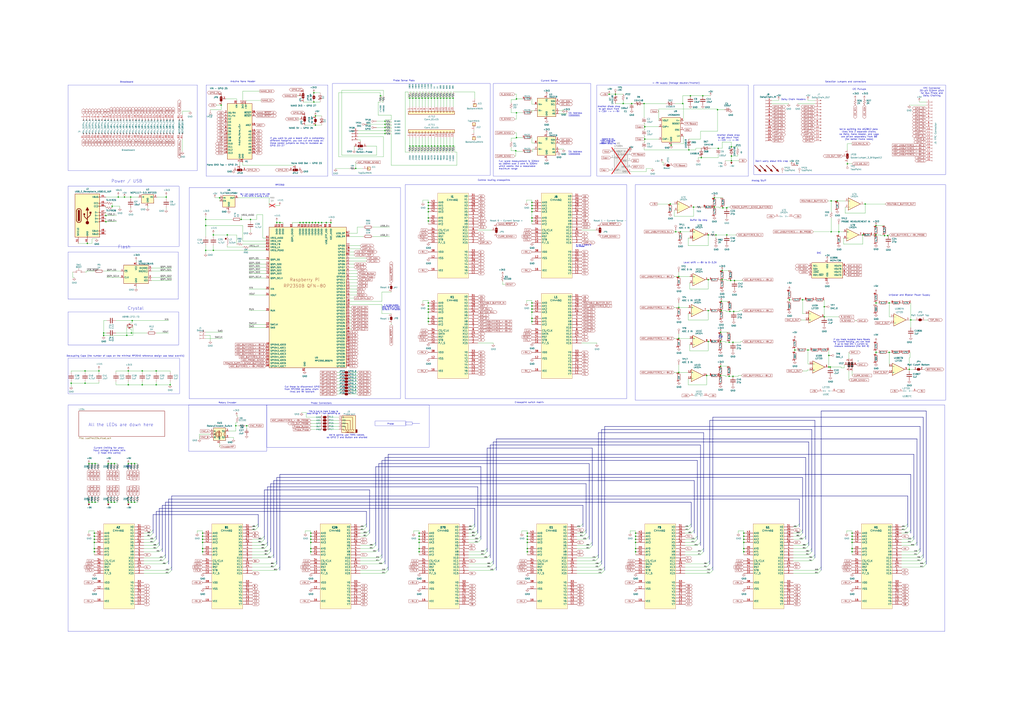
<source format=kicad_sch>
(kicad_sch (version 20231120) (generator "eeschema") (generator_version "8.0")
  (paper "A1")
  (title_block (title "Jumperless V5") (date "2024-06-15") (rev "5r2") (company "Architeuthis Flux") (comment 1 "Kevin Santo Cappuccio") (comment 2 "KevinC@ppucc.io"))
  (lib_symbols
    (symbol "+9V_4" (power) (pin_names (offset 0))
      (property "Value" "+9V_4" (at 0 3.556 0))
      (symbol "+9V_4_1_1"
        (pin power_in line (at 0 0 90) (length 0) hide (name "+9V") (number "1"))
      )
    )
    (symbol "-9V_6" (power) (pin_names (offset 0))
      (property "Value" "-9V_6" (at 0 3.81 0))
      (symbol "-9V_6_1_1"
        (pin power_in line (at 0 0 90) (length 0) hide (name "-9V") (number "1"))
      )
    )
    (symbol "Amplifier_Operational:L272D" (pin_names (offset 0.127))
      (property "Reference" "U" (at 0 5.08 0))
      (property "Value" "L272D" (at 0 -5.08 0))
      (symbol "L272D_1_1"
        (pin no_connect line (at -2.54 -2.54 90) (length 2.54) hide (name "NC") (number "1"))
        (pin input line (at -7.62 2.54 0) (length 2.54) (name "+") (number "13"))
        (pin input line (at -7.62 -2.54 0) (length 2.54) (name "-") (number "14"))
        (pin no_connect line (at 0 -2.54 90) (length 2.54) hide (name "NC") (number "2"))
        (pin output line (at 7.62 0 180) (length 2.54) (name "~") (number "3"))
        (pin no_connect line (at -2.54 2.54 90) (length 2.54) hide (name "NC") (number "7"))
        (pin no_connect line (at 0 2.54 90) (length 2.54) hide (name "NC") (number "8"))
      )
      (symbol "L272D_2_1"
        (pin no_connect line (at 0 -2.54 270) (length 2.54) hide (name "NC") (number "10"))
        (pin input line (at -7.62 -2.54 0) (length 2.54) (name "-") (number "11"))
        (pin input line (at -7.62 2.54 0) (length 2.54) (name "+") (number "12"))
        (pin no_connect line (at -2.54 2.54 270) (length 2.54) hide (name "NC") (number "15"))
        (pin no_connect line (at 0 2.54 270) (length 2.54) hide (name "NC") (number "16"))
        (pin output line (at 7.62 0 180) (length 2.54) (name "~") (number "5"))
        (pin no_connect line (at -2.54 -2.54 270) (length 2.54) hide (name "NC") (number "9"))
      )
      (symbol "L272D_3_1"
        (pin power_in line (at -2.54 7.62 270) (length 3.81) (name "V+") (number "4"))
        (pin power_in line (at -2.54 -7.62 90) (length 3.81) (name "V-") (number "6"))
      )
    )
    (symbol "Amplifier_Operational:LM324" (pin_names (offset 0.127))
      (property "Reference" "U" (at 0 5.08 0))
      (property "Value" "LM324" (at 0 -5.08 0))
      (symbol "LM324_1_1"
        (pin output line (at 7.62 0 180) (length 2.54) (name "~") (number "1"))
        (pin input line (at -7.62 -2.54 0) (length 2.54) (name "-") (number "2"))
        (pin input line (at -7.62 2.54 0) (length 2.54) (name "+") (number "3"))
      )
      (symbol "LM324_2_1"
        (pin input line (at -7.62 2.54 0) (length 2.54) (name "+") (number "5"))
        (pin input line (at -7.62 -2.54 0) (length 2.54) (name "-") (number "6"))
        (pin output line (at 7.62 0 180) (length 2.54) (name "~") (number "7"))
      )
      (symbol "LM324_3_1"
        (pin input line (at -7.62 2.54 0) (length 2.54) (name "+") (number "10"))
        (pin output line (at 7.62 0 180) (length 2.54) (name "~") (number "8"))
        (pin input line (at -7.62 -2.54 0) (length 2.54) (name "-") (number "9"))
      )
      (symbol "LM324_4_1"
        (pin input line (at -7.62 2.54 0) (length 2.54) (name "+") (number "12"))
        (pin input line (at -7.62 -2.54 0) (length 2.54) (name "-") (number "13"))
        (pin output line (at 7.62 0 180) (length 2.54) (name "~") (number "14"))
      )
      (symbol "LM324_5_1"
        (pin power_in line (at -2.54 -7.62 90) (length 3.81) (name "V-") (number "11"))
        (pin power_in line (at -2.54 7.62 270) (length 3.81) (name "V+") (number "4"))
      )
    )
    (symbol "Analog_DAC:MCP4725xxx-xCH"
      (property "Reference" "U" (at -6.35 6.35 0))
      (property "Value" "MCP4725xxx-xCH" (at 8.89 6.35 0))
      (symbol "MCP4725xxx-xCH_1_1"
        (pin output line (at 10.16 0 180) (length 2.54) (name "VOUT") (number "1"))
        (pin power_in line (at 0 -7.62 90) (length 2.54) (name "VSS") (number "2"))
        (pin power_in line (at 0 7.62 270) (length 2.54) (name "VDD") (number "3"))
        (pin bidirectional line (at -10.16 0 0) (length 2.54) (name "SDA") (number "4"))
        (pin input line (at -10.16 2.54 0) (length 2.54) (name "SCL") (number "5"))
        (pin input line (at -10.16 -2.54 0) (length 2.54) (name "A0") (number "6"))
      )
    )
    (symbol "Analog_DAC:MCP4728" (pin_names (offset 1.016))
      (property "Reference" "U" (at -12.7 6.35 0))
      (property "Value" "MCP4728" (at 12.7 6.35 0))
      (symbol "MCP4728_1_1"
        (pin power_in line (at 0 7.62 270) (length 2.54) (name "VDD") (number "1"))
        (pin power_in line (at 0 -10.16 90) (length 2.54) (name "VSS") (number "10"))
        (pin input line (at -15.24 2.54 0) (length 2.54) (name "SCL") (number "2"))
        (pin bidirectional line (at -15.24 0 0) (length 2.54) (name "SDA") (number "3"))
        (pin input line (at -15.24 -2.54 0) (length 2.54) (name "~{LDAC}") (number "4"))
        (pin output line (at -15.24 -5.08 0) (length 2.54) (name "RDY/~{BSY}") (number "5"))
        (pin output line (at 15.24 2.54 180) (length 2.54) (name "VOUTA") (number "6"))
        (pin output line (at 15.24 0 180) (length 2.54) (name "VOUTB") (number "7"))
        (pin output line (at 15.24 -2.54 180) (length 2.54) (name "VOUTC") (number "8"))
        (pin output line (at 15.24 -5.08 180) (length 2.54) (name "VOUTD") (number "9"))
      )
    )
    (symbol "Connector:Breadboard" (pin_names (offset 1.016) hide)
      (property "Reference" "J" (at 0 43.18 0))
      (property "Value" "Connector_Breadboard" (at 0 -43.18 0))
      (symbol "Breadboard_1_1"
        (pin passive line (at 5.08 40.64 180) (length 3.81) (name "Pin_0") (number "0"))
        (pin passive line (at 5.08 38.1 180) (length 3.81) (name "Pin_1") (number "1"))
        (pin passive line (at 5.08 15.24 180) (length 3.81) (name "Pin_10") (number "10"))
        (pin passive line (at 5.08 12.7 180) (length 3.81) (name "Pin_11") (number "11"))
        (pin passive line (at 5.08 10.16 180) (length 3.81) (name "Pin_12") (number "12"))
        (pin passive line (at 5.08 7.62 180) (length 3.81) (name "Pin_13") (number "13"))
        (pin passive line (at 5.08 5.08 180) (length 3.81) (name "Pin_14") (number "14"))
        (pin passive line (at 5.08 2.54 180) (length 3.81) (name "Pin_15") (number "15"))
        (pin passive line (at 5.08 0 180) (length 3.81) (name "Pin_16") (number "16"))
        (pin passive line (at 5.08 -2.54 180) (length 3.81) (name "Pin_17") (number "17"))
        (pin passive line (at 5.08 -5.08 180) (length 3.81) (name "Pin_18") (number "18"))
        (pin passive line (at 5.08 -7.62 180) (length 3.81) (name "Pin_19") (number "19"))
        (pin passive line (at 5.08 35.56 180) (length 3.81) (name "Pin_2") (number "2"))
        (pin passive line (at 5.08 -10.16 180) (length 3.81) (name "Pin_20") (number "20"))
        (pin passive line (at 5.08 -12.7 180) (length 3.81) (name "Pin_21") (number "21"))
        (pin passive line (at 5.08 -15.24 180) (length 3.81) (name "Pin_22") (number "22"))
        (pin passive line (at 5.08 -17.78 180) (length 3.81) (name "Pin_23") (number "23"))
        (pin passive line (at 5.08 -20.32 180) (length 3.81) (name "Pin_24") (number "24"))
        (pin passive line (at 5.08 -22.86 180) (length 3.81) (name "Pin_25") (number "25"))
        (pin passive line (at 5.08 -25.4 180) (length 3.81) (name "Pin_26") (number "26"))
        (pin passive line (at 5.08 -27.94 180) (length 3.81) (name "Pin_27") (number "27"))
        (pin passive line (at 5.08 -30.48 180) (length 3.81) (name "Pin_28") (number "28"))
        (pin passive line (at 5.08 -33.02 180) (length 3.81) (name "Pin_29") (number "29"))
        (pin passive line (at 5.08 33.02 180) (length 3.81) (name "Pin_3") (number "3"))
        (pin passive line (at 5.08 -35.56 180) (length 3.81) (name "Pin_30") (number "30"))
        (pin passive line (at 5.08 -38.1 180) (length 3.81) (name "Pin_31") (number "31"))
        (pin passive line (at -15.24 40.64 0) (length 3.81) (name "Pin_0") (number "32"))
        (pin passive line (at -15.24 38.1 0) (length 3.81) (name "Pin_1") (number "33"))
        (pin passive line (at -15.24 35.56 0) (length 3.81) (name "Pin_2") (number "34"))
        (pin passive line (at -15.24 33.02 0) (length 3.81) (name "Pin_3") (number "35"))
        (pin passive line (at -15.24 30.48 0) (length 3.81) (name "Pin_4") (number "36"))
        (pin passive line (at -15.24 27.94 0) (length 3.81) (name "Pin_5") (number "37"))
        (pin passive line (at -15.24 25.4 0) (length 3.81) (name "Pin_6") (number "38"))
        (pin passive line (at -15.24 22.86 0) (length 3.81) (name "Pin_7") (number "39"))
        (pin passive line (at 5.08 30.48 180) (length 3.81) (name "Pin_4") (number "4"))
        (pin passive line (at -15.24 20.32 0) (length 3.81) (name "Pin_8") (number "40"))
        (pin passive line (at -15.24 17.78 0) (length 3.81) (name "Pin_9") (number "41"))
        (pin passive line (at -15.24 15.24 0) (length 3.81) (name "Pin_10") (number "42"))
        (pin passive line (at -15.24 12.7 0) (length 3.81) (name "Pin_11") (number "43"))
        (pin passive line (at -15.24 10.16 0) (length 3.81) (name "Pin_12") (number "44"))
        (pin passive line (at -15.24 7.62 0) (length 3.81) (name "Pin_13") (number "45"))
        (pin passive line (at -15.24 5.08 0) (length 3.81) (name "Pin_14") (number "46"))
        (pin passive line (at -15.24 2.54 0) (length 3.81) (name "Pin_15") (number "47"))
        (pin passive line (at -15.24 0 0) (length 3.81) (name "Pin_16") (number "48"))
        (pin passive line (at -15.24 -2.54 0) (length 3.81) (name "Pin_17") (number "49"))
        (pin passive line (at 5.08 27.94 180) (length 3.81) (name "Pin_5") (number "5"))
        (pin passive line (at -15.24 -5.08 0) (length 3.81) (name "Pin_18") (number "50"))
        (pin passive line (at -15.24 -7.62 0) (length 3.81) (name "Pin_19") (number "51"))
        (pin passive line (at -15.24 -10.16 0) (length 3.81) (name "Pin_20") (number "52"))
        (pin passive line (at -15.24 -12.7 0) (length 3.81) (name "Pin_21") (number "53"))
        (pin passive line (at -15.24 -15.24 0) (length 3.81) (name "Pin_22") (number "54"))
        (pin passive line (at -15.24 -17.78 0) (length 3.81) (name "Pin_23") (number "55"))
        (pin passive line (at -15.24 -20.32 0) (length 3.81) (name "Pin_24") (number "56"))
        (pin passive line (at -15.24 -22.86 0) (length 3.81) (name "Pin_25") (number "57"))
        (pin passive line (at -15.24 -25.4 0) (length 3.81) (name "Pin_26") (number "58"))
        (pin passive line (at -15.24 -27.94 0) (length 3.81) (name "Pin_27") (number "59"))
        (pin passive line (at 5.08 25.4 180) (length 3.81) (name "Pin_6") (number "6"))
        (pin passive line (at -15.24 -30.48 0) (length 3.81) (name "Pin_28") (number "60"))
        (pin passive line (at -15.24 -33.02 0) (length 3.81) (name "Pin_29") (number "61"))
        (pin passive line (at -15.24 -35.56 0) (length 3.81) (name "Pin_30") (number "62"))
        (pin passive line (at -15.24 -38.1 0) (length 3.81) (name "Pin_31") (number "63"))
        (pin passive line (at 5.08 22.86 180) (length 3.81) (name "Pin_7") (number "7"))
        (pin passive line (at 5.08 20.32 180) (length 3.81) (name "Pin_8") (number "8"))
        (pin passive line (at 5.08 17.78 180) (length 3.81) (name "Pin_9") (number "9"))
      )
    )
    (symbol "Connector:Conn_01x01_Pin" (pin_names (offset 1.016) hide)
      (property "Reference" "J" (at 0 2.54 0))
      (property "Value" "Conn_01x01_Pin" (at 0 -2.54 0))
      (symbol "Conn_01x01_Pin_1_1"
        (pin passive line (at 5.08 0 180) (length 3.81) (name "Pin_1") (number "1"))
      )
    )
    (symbol "Connector:Conn_01x03_Socket" (pin_names (offset 1.016) hide)
      (property "Reference" "J" (at 0 5.08 0))
      (property "Value" "Conn_01x03_Socket" (at 0 -5.08 0))
      (symbol "Conn_01x03_Socket_1_1"
        (pin passive line (at -5.08 2.54 0) (length 3.81) (name "Pin_1") (number "1"))
        (pin passive line (at -5.08 0 0) (length 3.81) (name "Pin_2") (number "2"))
        (pin passive line (at -5.08 -2.54 0) (length 3.81) (name "Pin_3") (number "3"))
      )
    )
    (symbol "Connector:Conn_01x04_Pin" (pin_names (offset 1.016) hide)
      (property "Reference" "J" (at 0 5.08 0))
      (property "Value" "Conn_01x04_Pin" (at 0 -7.62 0))
      (symbol "Conn_01x04_Pin_1_1"
        (pin passive line (at 5.08 2.54 180) (length 3.81) (name "Pin_1") (number "1"))
        (pin passive line (at 5.08 0 180) (length 3.81) (name "Pin_2") (number "2"))
        (pin passive line (at 5.08 -2.54 180) (length 3.81) (name "Pin_3") (number "3"))
        (pin passive line (at 5.08 -5.08 180) (length 3.81) (name "Pin_4") (number "4"))
      )
    )
    (symbol "Connector:Conn_01x14_Pin" (pin_names (offset 1.016) hide)
      (property "Reference" "J" (at 0 17.78 0))
      (property "Value" "Conn_01x14_Pin" (at 0 -20.32 0))
      (symbol "Conn_01x14_Pin_1_1"
        (pin passive line (at 5.08 15.24 180) (length 3.81) (name "Pin_1") (number "1"))
        (pin passive line (at 5.08 -7.62 180) (length 3.81) (name "Pin_10") (number "10"))
        (pin passive line (at 5.08 -10.16 180) (length 3.81) (name "Pin_11") (number "11"))
        (pin passive line (at 5.08 -12.7 180) (length 3.81) (name "Pin_12") (number "12"))
        (pin passive line (at 5.08 -15.24 180) (length 3.81) (name "Pin_13") (number "13"))
        (pin passive line (at 5.08 -17.78 180) (length 3.81) (name "Pin_14") (number "14"))
        (pin passive line (at 5.08 12.7 180) (length 3.81) (name "Pin_2") (number "2"))
        (pin passive line (at 5.08 10.16 180) (length 3.81) (name "Pin_3") (number "3"))
        (pin passive line (at 5.08 7.62 180) (length 3.81) (name "Pin_4") (number "4"))
        (pin passive line (at 5.08 5.08 180) (length 3.81) (name "Pin_5") (number "5"))
        (pin passive line (at 5.08 2.54 180) (length 3.81) (name "Pin_6") (number "6"))
        (pin passive line (at 5.08 0 180) (length 3.81) (name "Pin_7") (number "7"))
        (pin passive line (at 5.08 -2.54 180) (length 3.81) (name "Pin_8") (number "8"))
        (pin passive line (at 5.08 -5.08 180) (length 3.81) (name "Pin_9") (number "9"))
      )
    )
    (symbol "Connector:Conn_01x14_Socket" (pin_names (offset 1.016) hide)
      (property "Reference" "J" (at 0 17.78 0))
      (property "Value" "Conn_01x14_Socket" (at 0 -20.32 0))
      (symbol "Conn_01x14_Socket_1_1"
        (pin passive line (at -5.08 15.24 0) (length 3.81) (name "Pin_1") (number "1"))
        (pin passive line (at -5.08 -7.62 0) (length 3.81) (name "Pin_10") (number "10"))
        (pin passive line (at -5.08 -10.16 0) (length 3.81) (name "Pin_11") (number "11"))
        (pin passive line (at -5.08 -12.7 0) (length 3.81) (name "Pin_12") (number "12"))
        (pin passive line (at -5.08 -15.24 0) (length 3.81) (name "Pin_13") (number "13"))
        (pin passive line (at -5.08 -17.78 0) (length 3.81) (name "Pin_14") (number "14"))
        (pin passive line (at -5.08 12.7 0) (length 3.81) (name "Pin_2") (number "2"))
        (pin passive line (at -5.08 10.16 0) (length 3.81) (name "Pin_3") (number "3"))
        (pin passive line (at -5.08 7.62 0) (length 3.81) (name "Pin_4") (number "4"))
        (pin passive line (at -5.08 5.08 0) (length 3.81) (name "Pin_5") (number "5"))
        (pin passive line (at -5.08 2.54 0) (length 3.81) (name "Pin_6") (number "6"))
        (pin passive line (at -5.08 0 0) (length 3.81) (name "Pin_7") (number "7"))
        (pin passive line (at -5.08 -2.54 0) (length 3.81) (name "Pin_8") (number "8"))
        (pin passive line (at -5.08 -5.08 0) (length 3.81) (name "Pin_9") (number "9"))
      )
    )
    (symbol "Connector:Conn_01x20_Socket" (pin_names (offset 1.016) hide)
      (property "Reference" "J" (at 0 25.4 0))
      (property "Value" "Conn_01x20_Socket" (at 0 -27.94 0))
      (symbol "Conn_01x20_Socket_1_1"
        (pin passive line (at -5.08 22.86 0) (length 3.81) (name "Pin_1") (number "1"))
        (pin passive line (at -5.08 0 0) (length 3.81) (name "Pin_10") (number "10"))
        (pin passive line (at -5.08 -2.54 0) (length 3.81) (name "Pin_11") (number "11"))
        (pin passive line (at -5.08 -5.08 0) (length 3.81) (name "Pin_12") (number "12"))
        (pin passive line (at -5.08 -7.62 0) (length 3.81) (name "Pin_13") (number "13"))
        (pin passive line (at -5.08 -10.16 0) (length 3.81) (name "Pin_14") (number "14"))
        (pin passive line (at -5.08 -12.7 0) (length 3.81) (name "Pin_15") (number "15"))
        (pin passive line (at -5.08 -15.24 0) (length 3.81) (name "Pin_16") (number "16"))
        (pin passive line (at -5.08 -17.78 0) (length 3.81) (name "Pin_17") (number "17"))
        (pin passive line (at -5.08 -20.32 0) (length 3.81) (name "Pin_18") (number "18"))
        (pin passive line (at -5.08 -22.86 0) (length 3.81) (name "Pin_19") (number "19"))
        (pin passive line (at -5.08 20.32 0) (length 3.81) (name "Pin_2") (number "2"))
        (pin passive line (at -5.08 -25.4 0) (length 3.81) (name "Pin_20") (number "20"))
        (pin passive line (at -5.08 17.78 0) (length 3.81) (name "Pin_3") (number "3"))
        (pin passive line (at -5.08 15.24 0) (length 3.81) (name "Pin_4") (number "4"))
        (pin passive line (at -5.08 12.7 0) (length 3.81) (name "Pin_5") (number "5"))
        (pin passive line (at -5.08 10.16 0) (length 3.81) (name "Pin_6") (number "6"))
        (pin passive line (at -5.08 7.62 0) (length 3.81) (name "Pin_7") (number "7"))
        (pin passive line (at -5.08 5.08 0) (length 3.81) (name "Pin_8") (number "8"))
        (pin passive line (at -5.08 2.54 0) (length 3.81) (name "Pin_9") (number "9"))
      )
    )
    (symbol "Connector:TestPoint" (pin_numbers hide) (pin_names (offset 0.762) hide)
      (property "Reference" "TP" (at 0 6.858 0))
      (property "Value" "TestPoint" (at 0 5.08 0))
      (symbol "TestPoint_1_1"
        (pin passive line (at 0 0 90) (length 2.54) (name "1") (number "1"))
      )
    )
    (symbol "Connector:USB_B_Micro" (pin_names (offset 1.016))
      (property "Reference" "J" (at -5.08 11.43 0))
      (property "Value" "USB_B_Micro" (at -5.08 8.89 0))
      (symbol "USB_B_Micro_1_1"
        (pin power_out line (at 7.62 5.08 180) (length 2.54) (name "VBUS") (number "1"))
        (pin bidirectional line (at 7.62 -2.54 180) (length 2.54) (name "D-") (number "2"))
        (pin bidirectional line (at 7.62 0 180) (length 2.54) (name "D+") (number "3"))
        (pin passive line (at 7.62 -5.08 180) (length 2.54) (name "ID") (number "4"))
        (pin power_out line (at 0 -10.16 90) (length 2.54) (name "GND") (number "5"))
        (pin passive line (at -2.54 -10.16 90) (length 2.54) (name "Shield") (number "6"))
      )
    )
    (symbol "Connector:USB_C_Receptacle_USB2.0_16P" (pin_names (offset 1.016))
      (property "Reference" "J" (at 0 22.225 0))
      (property "Value" "USB_C_Receptacle_USB2.0_16P" (at 0 19.685 0))
      (symbol "USB_C_Receptacle_USB2.0_16P_1_1"
        (pin passive line (at 0 -22.86 90) (length 5.08) (name "GND") (number "A1"))
        (pin passive line (at 0 -22.86 90) (length 5.08) hide (name "GND") (number "A12"))
        (pin passive line (at 15.24 15.24 180) (length 5.08) (name "VBUS") (number "A4"))
        (pin bidirectional line (at 15.24 10.16 180) (length 5.08) (name "CC1") (number "A5"))
        (pin bidirectional line (at 15.24 -2.54 180) (length 5.08) (name "D+") (number "A6"))
        (pin bidirectional line (at 15.24 2.54 180) (length 5.08) (name "D-") (number "A7"))
        (pin bidirectional line (at 15.24 -12.7 180) (length 5.08) (name "SBU1") (number "A8"))
        (pin passive line (at 15.24 15.24 180) (length 5.08) hide (name "VBUS") (number "A9"))
        (pin passive line (at 0 -22.86 90) (length 5.08) hide (name "GND") (number "B1"))
        (pin passive line (at 0 -22.86 90) (length 5.08) hide (name "GND") (number "B12"))
        (pin passive line (at 15.24 15.24 180) (length 5.08) hide (name "VBUS") (number "B4"))
        (pin bidirectional line (at 15.24 7.62 180) (length 5.08) (name "CC2") (number "B5"))
        (pin bidirectional line (at 15.24 -5.08 180) (length 5.08) (name "D+") (number "B6"))
        (pin bidirectional line (at 15.24 0 180) (length 5.08) (name "D-") (number "B7"))
        (pin bidirectional line (at 15.24 -15.24 180) (length 5.08) (name "SBU2") (number "B8"))
        (pin passive line (at 15.24 15.24 180) (length 5.08) hide (name "VBUS") (number "B9"))
        (pin passive line (at -7.62 -22.86 90) (length 5.08) (name "SHIELD") (number "S1"))
      )
    )
    (symbol "Connector_Generic:Conn_01x01" (pin_names (offset 1.016) hide)
      (property "Reference" "J" (at 0 2.54 0))
      (property "Value" "Conn_01x01" (at 0 -2.54 0))
      (symbol "Conn_01x01_1_1"
        (pin passive line (at -5.08 0 0) (length 3.81) (name "Pin_1") (number "1"))
      )
    )
    (symbol "Connector_Generic:Conn_01x15" (pin_names (offset 1.016) hide)
      (property "Reference" "J" (at 0 20.32 0))
      (property "Value" "Conn_01x15" (at 0 -20.32 0))
      (symbol "Conn_01x15_1_1"
        (pin passive line (at -5.08 17.78 0) (length 3.81) (name "Pin_1") (number "1"))
        (pin passive line (at -5.08 -5.08 0) (length 3.81) (name "Pin_10") (number "10"))
        (pin passive line (at -5.08 -7.62 0) (length 3.81) (name "Pin_11") (number "11"))
        (pin passive line (at -5.08 -10.16 0) (length 3.81) (name "Pin_12") (number "12"))
        (pin passive line (at -5.08 -12.7 0) (length 3.81) (name "Pin_13") (number "13"))
        (pin passive line (at -5.08 -15.24 0) (length 3.81) (name "Pin_14") (number "14"))
        (pin passive line (at -5.08 -17.78 0) (length 3.81) (name "Pin_15") (number "15"))
        (pin passive line (at -5.08 15.24 0) (length 3.81) (name "Pin_2") (number "2"))
        (pin passive line (at -5.08 12.7 0) (length 3.81) (name "Pin_3") (number "3"))
        (pin passive line (at -5.08 10.16 0) (length 3.81) (name "Pin_4") (number "4"))
        (pin passive line (at -5.08 7.62 0) (length 3.81) (name "Pin_5") (number "5"))
        (pin passive line (at -5.08 5.08 0) (length 3.81) (name "Pin_6") (number "6"))
        (pin passive line (at -5.08 2.54 0) (length 3.81) (name "Pin_7") (number "7"))
        (pin passive line (at -5.08 0 0) (length 3.81) (name "Pin_8") (number "8"))
        (pin passive line (at -5.08 -2.54 0) (length 3.81) (name "Pin_9") (number "9"))
      )
    )
    (symbol "Converter_DCDC:TC7662Bx0A"
      (property "Reference" "U9" (at 2.1941 15.24 0))
      (property "Value" "TC7662Bx0A" (at 2.1941 12.7 0))
      (symbol "TC7662Bx0A_1_1"
        (pin input line (at 10.16 5.08 180) (length 2.54) (name "BOOST") (number "1"))
        (pin passive line (at -10.16 2.54 0) (length 2.54) (name "CAP+") (number "2"))
        (pin power_in line (at 0 -12.7 90) (length 2.54) (name "GND") (number "3"))
        (pin passive line (at -10.16 -7.62 0) (length 2.54) (name "CAP-") (number "4"))
        (pin power_out line (at -10.16 7.62 0) (length 2.54) (name "VOUT") (number "5"))
        (pin input line (at 10.16 -5.08 180) (length 2.54) (name "LV") (number "6"))
        (pin passive line (at 10.16 0 180) (length 2.54) (name "OSC") (number "7"))
        (pin power_in line (at 10.16 7.62 180) (length 2.54) (name "V+") (number "8"))
      )
    )
    (symbol "Device:C" (pin_numbers hide) (pin_names (offset 0.254))
      (property "Reference" "C" (at 0.635 2.54 0))
      (property "Value" "C" (at 0.635 -2.54 0))
      (symbol "C_1_1"
        (pin passive line (at 0 3.81 270) (length 2.794) (name "~") (number "1"))
        (pin passive line (at 0 -3.81 90) (length 2.794) (name "~") (number "2"))
      )
    )
    (symbol "Device:CP1_Small" (pin_numbers hide) (pin_names (offset 0.254) hide)
      (property "Reference" "C" (at 0.254 1.778 0))
      (property "Value" "Device_CP1_Small" (at 0.254 -2.032 0))
      (symbol "CP1_Small_1_1"
        (pin passive line (at 0 2.54 270) (length 2.032) (name "~") (number "1"))
        (pin passive line (at 0 -2.54 90) (length 2.032) (name "~") (number "2"))
      )
    )
    (symbol "Device:C_Small" (pin_numbers hide) (pin_names (offset 0.254) hide)
      (property "Reference" "C" (at 0.254 1.778 0))
      (property "Value" "Device_C_Small" (at 0.254 -2.032 0))
      (symbol "C_Small_1_1"
        (pin passive line (at 0 2.54 270) (length 2.032) (name "~") (number "1"))
        (pin passive line (at 0 -2.54 90) (length 2.032) (name "~") (number "2"))
      )
    )
    (symbol "Device:Crystal_GND24_Small" (pin_names (offset 1.016) hide)
      (property "Reference" "Y" (at 1.27 4.445 0))
      (property "Value" "Crystal_GND24_Small" (at 1.27 2.54 0))
      (symbol "Crystal_GND24_Small_1_1"
        (pin passive line (at -2.54 0 0) (length 1.27) (name "1") (number "1"))
        (pin passive line (at 0 -2.54 90) (length 0.635) (name "2") (number "2"))
        (pin passive line (at 2.54 0 180) (length 1.27) (name "3") (number "3"))
        (pin passive line (at 0 2.54 270) (length 0.635) (name "4") (number "4"))
      )
    )
    (symbol "Device:L" (pin_numbers hide) (pin_names (offset 1.016) hide)
      (property "Reference" "L" (at -1.27 0 90))
      (property "Value" "L" (at 1.905 0 90))
      (symbol "L_1_1"
        (pin passive line (at 0 3.81 270) (length 1.27) (name "1") (number "1"))
        (pin passive line (at 0 -3.81 90) (length 1.27) (name "2") (number "2"))
      )
    )
    (symbol "Device:LED" (pin_numbers hide) (pin_names (offset 1.016) hide)
      (property "Reference" "D" (at 0 2.54 0))
      (property "Value" "LED" (at 0 -2.54 0))
      (symbol "LED_1_1"
        (pin passive line (at -3.81 0 0) (length 2.54) (name "K") (number "1"))
        (pin passive line (at 3.81 0 180) (length 2.54) (name "A") (number "2"))
      )
    )
    (symbol "Device:Polyfuse_Small" (pin_numbers hide) (pin_names (offset 0))
      (property "Reference" "F" (at -1.905 0 90))
      (property "Value" "Polyfuse_Small" (at 1.905 0 90))
      (symbol "Polyfuse_Small_1_1"
        (pin passive line (at 0 2.54 270) (length 0.635) (name "~") (number "1"))
        (pin passive line (at 0 -2.54 90) (length 0.635) (name "~") (number "2"))
      )
    )
    (symbol "Device:R" (pin_numbers hide) (pin_names (offset 0))
      (property "Reference" "R" (at 2.032 0 90))
      (property "Value" "R" (at 0 0 90))
      (symbol "R_1_1"
        (pin passive line (at 0 3.81 270) (length 1.27) (name "~") (number "1"))
        (pin passive line (at 0 -3.81 90) (length 1.27) (name "~") (number "2"))
      )
    )
    (symbol "Device:R_Pack04_Split" (pin_names (offset 0) hide)
      (property "Reference" "RN" (at 2.032 0 90))
      (property "Value" "R_Pack04_Split" (at 0 0 90))
      (symbol "R_Pack04_Split_1_1"
        (pin passive line (at 0 -3.81 90) (length 1.27) (name "R1.1") (number "1"))
        (pin passive line (at 0 3.81 270) (length 1.27) (name "R1.2") (number "8"))
      )
      (symbol "R_Pack04_Split_2_1"
        (pin passive line (at 0 -3.81 90) (length 1.27) (name "R2.1") (number "2"))
        (pin passive line (at 0 3.81 270) (length 1.27) (name "R2.2") (number "7"))
      )
      (symbol "R_Pack04_Split_3_1"
        (pin passive line (at 0 -3.81 90) (length 1.27) (name "R3.1") (number "3"))
        (pin passive line (at 0 3.81 270) (length 1.27) (name "R3.2") (number "6"))
      )
      (symbol "R_Pack04_Split_4_1"
        (pin passive line (at 0 -3.81 90) (length 1.27) (name "R4.1") (number "4"))
        (pin passive line (at 0 3.81 270) (length 1.27) (name "R4.2") (number "5"))
      )
    )
    (symbol "Device:R_Small_US" (pin_numbers hide) (pin_names (offset 0.254) hide)
      (property "Reference" "R" (at 0.762 0.508 0))
      (property "Value" "Device_R_Small_US" (at 0.762 -1.016 0))
      (symbol "R_Small_US_1_1"
        (pin passive line (at 0 2.54 270) (length 1.016) (name "~") (number "1"))
        (pin passive line (at 0 -2.54 90) (length 1.016) (name "~") (number "2"))
      )
    )
    (symbol "Diode:1N4148W" (pin_numbers hide) (pin_names hide)
      (property "Reference" "D" (at 0 2.54 0))
      (property "Value" "1N4148W" (at 0 -2.54 0))
      (symbol "1N4148W_1_1"
        (pin passive line (at -3.81 0 0) (length 2.54) (name "K") (number "1"))
        (pin passive line (at 3.81 0 180) (length 2.54) (name "A") (number "2"))
      )
    )
    (symbol "Diode:1N5819" (pin_numbers hide) (pin_names (offset 1.016) hide)
      (property "Reference" "D" (at 0 2.54 0))
      (property "Value" "1N5819" (at 0 -2.54 0))
      (symbol "1N5819_1_1"
        (pin passive line (at -3.81 0 0) (length 2.54) (name "K") (number "1"))
        (pin passive line (at 3.81 0 180) (length 2.54) (name "A") (number "2"))
      )
    )
    (symbol "GND_10" (power) (pin_names (offset 0))
      (property "Value" "GND_10" (at 0 -3.81 0))
      (symbol "GND_10_1_1"
        (pin power_in line (at 0 0 270) (length 0) hide (name "GND") (number "1"))
      )
    )
    (symbol "GND_11" (power) (pin_names (offset 0))
      (property "Value" "GND_11" (at 0 -3.81 0))
      (symbol "GND_11_1_1"
        (pin power_in line (at 0 0 270) (length 0) hide (name "GND") (number "1"))
      )
    )
    (symbol "GND_12" (power) (pin_names (offset 0))
      (property "Value" "GND_12" (at 0 -3.81 0))
      (symbol "GND_12_1_1"
        (pin power_in line (at 0 0 270) (length 0) hide (name "GND") (number "1"))
      )
    )
    (symbol "GND_13" (power) (pin_names (offset 0))
      (property "Value" "GND_13" (at 0 -3.81 0))
      (symbol "GND_13_1_1"
        (pin power_in line (at 0 0 270) (length 0) hide (name "GND") (number "1"))
      )
    )
    (symbol "GND_14" (power) (pin_names (offset 0))
      (property "Value" "GND_14" (at 0 -3.81 0))
      (symbol "GND_14_1_1"
        (pin power_in line (at 0 0 270) (length 0) hide (name "GND") (number "1"))
      )
    )
    (symbol "GND_16" (power) (pin_names (offset 0))
      (property "Value" "GND_16" (at 0 -3.81 0))
      (symbol "GND_16_1_1"
        (pin power_in line (at 0 0 270) (length 0) hide (name "GND") (number "1"))
      )
    )
    (symbol "GND_17" (power) (pin_names (offset 0))
      (property "Value" "GND_17" (at 0 -3.81 0))
      (symbol "GND_17_1_1"
        (pin power_in line (at 0 0 270) (length 0) hide (name "GND") (number "1"))
      )
    )
    (symbol "GND_18" (power) (pin_names (offset 0))
      (property "Value" "GND_18" (at 0 -3.81 0))
      (symbol "GND_18_1_1"
        (pin power_in line (at 0 0 270) (length 0) hide (name "GND") (number "1"))
      )
    )
    (symbol "GND_19" (power) (pin_names (offset 0))
      (property "Value" "GND_19" (at 0 -3.81 0))
      (symbol "GND_19_1_1"
        (pin power_in line (at 0 0 270) (length 0) hide (name "GND") (number "1"))
      )
    )
    (symbol "GND_20" (power) (pin_names (offset 0))
      (property "Value" "GND_20" (at 0 -3.81 0))
      (symbol "GND_20_1_1"
        (pin power_in line (at 0 0 270) (length 0) hide (name "GND") (number "1"))
      )
    )
    (symbol "GND_21" (power) (pin_names (offset 0))
      (property "Value" "GND_21" (at 0 -3.81 0))
      (symbol "GND_21_1_1"
        (pin power_in line (at 0 0 270) (length 0) hide (name "GND") (number "1"))
      )
    )
    (symbol "GND_22" (power) (pin_names (offset 0))
      (property "Value" "GND_22" (at 0 -3.81 0))
      (symbol "GND_22_1_1"
        (pin power_in line (at 0 0 270) (length 0) hide (name "GND") (number "1"))
      )
    )
    (symbol "GND_23" (power) (pin_names (offset 0))
      (property "Value" "GND_23" (at 0 -3.81 0))
      (symbol "GND_23_1_1"
        (pin power_in line (at 0 0 270) (length 0) hide (name "GND") (number "1"))
      )
    )
    (symbol "GND_29" (power) (pin_names (offset 0))
      (property "Value" "GND_29" (at 0 -3.81 0))
      (symbol "GND_29_1_1"
        (pin power_in line (at 0 0 270) (length 0) hide (name "GND") (number "1"))
      )
    )
    (symbol "GND_3" (power) (pin_names (offset 0))
      (property "Value" "GND_3" (at 0 -3.81 0))
      (symbol "GND_3_1_1"
        (pin power_in line (at 0 0 270) (length 0) hide (name "GND") (number "1"))
      )
    )
    (symbol "GND_30" (power) (pin_names (offset 0))
      (property "Value" "GND_30" (at 0 -3.81 0))
      (symbol "GND_30_1_1"
        (pin power_in line (at 0 0 270) (length 0) hide (name "GND") (number "1"))
      )
    )
    (symbol "GND_31" (power) (pin_names (offset 0))
      (property "Value" "GND_31" (at 0 -3.81 0))
      (symbol "GND_31_1_1"
        (pin power_in line (at 0 0 270) (length 0) hide (name "GND") (number "1"))
      )
    )
    (symbol "GND_32" (power) (pin_names (offset 0))
      (property "Value" "GND_32" (at 0 -3.81 0))
      (symbol "GND_32_1_1"
        (pin power_in line (at 0 0 270) (length 0) hide (name "GND") (number "1"))
      )
    )
    (symbol "GND_33" (power) (pin_names (offset 0))
      (property "Value" "GND_33" (at 0 -3.81 0))
      (symbol "GND_33_1_1"
        (pin power_in line (at 0 0 270) (length 0) hide (name "GND") (number "1"))
      )
    )
    (symbol "GND_35" (power) (pin_names (offset 0))
      (property "Value" "GND_35" (at 0 -3.81 0))
      (symbol "GND_35_1_1"
        (pin power_in line (at 0 0 270) (length 0) hide (name "GND") (number "1"))
      )
    )
    (symbol "GND_36" (power) (pin_names (offset 0))
      (property "Value" "GND_36" (at 0 -3.81 0))
      (symbol "GND_36_1_1"
        (pin power_in line (at 0 0 270) (length 0) hide (name "GND") (number "1"))
      )
    )
    (symbol "GND_37" (power) (pin_names (offset 0))
      (property "Value" "GND_37" (at 0 -3.81 0))
      (symbol "GND_37_1_1"
        (pin power_in line (at 0 0 270) (length 0) hide (name "GND") (number "1"))
      )
    )
    (symbol "GND_39" (power) (pin_names (offset 0))
      (property "Value" "GND_39" (at 0 -3.81 0))
      (symbol "GND_39_1_1"
        (pin power_in line (at 0 0 270) (length 0) hide (name "GND") (number "1"))
      )
    )
    (symbol "GND_40" (power) (pin_names (offset 0))
      (property "Value" "GND_40" (at 0 -3.81 0))
      (symbol "GND_40_1_1"
        (pin power_in line (at 0 0 270) (length 0) hide (name "GND") (number "1"))
      )
    )
    (symbol "GND_41" (power) (pin_names (offset 0))
      (property "Value" "GND_41" (at 0 -3.81 0))
      (symbol "GND_41_1_1"
        (pin power_in line (at 0 0 270) (length 0) hide (name "GND") (number "1"))
      )
    )
    (symbol "GND_42" (power) (pin_names (offset 0))
      (property "Value" "GND_42" (at 0 -3.81 0))
      (symbol "GND_42_1_1"
        (pin power_in line (at 0 0 270) (length 0) hide (name "GND") (number "1"))
      )
    )
    (symbol "GND_43" (power) (pin_names (offset 0))
      (property "Value" "GND_43" (at 0 -3.81 0))
      (symbol "GND_43_1_1"
        (pin power_in line (at 0 0 270) (length 0) hide (name "GND") (number "1"))
      )
    )
    (symbol "GND_44" (power) (pin_names (offset 0))
      (property "Value" "GND_44" (at 0 -3.81 0))
      (symbol "GND_44_1_1"
        (pin power_in line (at 0 0 270) (length 0) hide (name "GND") (number "1"))
      )
    )
    (symbol "GND_45" (power) (pin_names (offset 0))
      (property "Value" "GND_45" (at 0 -3.81 0))
      (symbol "GND_45_1_1"
        (pin power_in line (at 0 0 270) (length 0) hide (name "GND") (number "1"))
      )
    )
    (symbol "GND_46" (power) (pin_names (offset 0))
      (property "Value" "GND_46" (at 0 -3.81 0))
      (symbol "GND_46_1_1"
        (pin power_in line (at 0 0 270) (length 0) hide (name "GND") (number "1"))
      )
    )
    (symbol "GND_47" (power) (pin_names (offset 0))
      (property "Value" "GND_47" (at 0 -3.81 0))
      (symbol "GND_47_1_1"
        (pin power_in line (at 0 0 270) (length 0) hide (name "GND") (number "1"))
      )
    )
    (symbol "GND_48" (power) (pin_names (offset 0))
      (property "Value" "GND_48" (at 0 -3.81 0))
      (symbol "GND_48_1_1"
        (pin power_in line (at 0 0 270) (length 0) hide (name "GND") (number "1"))
      )
    )
    (symbol "GND_50" (power) (pin_names (offset 0))
      (property "Value" "GND_50" (at 0 -3.81 0))
      (symbol "GND_50_1_1"
        (pin power_in line (at 0 0 270) (length 0) hide (name "GND") (number "1"))
      )
    )
    (symbol "GND_51" (power) (pin_names (offset 0))
      (property "Value" "GND_51" (at 0 -3.81 0))
      (symbol "GND_51_1_1"
        (pin power_in line (at 0 0 270) (length 0) hide (name "GND") (number "1"))
      )
    )
    (symbol "GND_52" (power) (pin_names (offset 0))
      (property "Value" "GND_52" (at 0 -3.81 0))
      (symbol "GND_52_1_1"
        (pin power_in line (at 0 0 270) (length 0) hide (name "GND") (number "1"))
      )
    )
    (symbol "GND_53" (power) (pin_names (offset 0))
      (property "Value" "GND_53" (at 0 -3.81 0))
      (symbol "GND_53_1_1"
        (pin power_in line (at 0 0 270) (length 0) hide (name "GND") (number "1"))
      )
    )
    (symbol "GND_54" (power) (pin_names (offset 0))
      (property "Value" "GND_54" (at 0 -3.81 0))
      (symbol "GND_54_1_1"
        (pin power_in line (at 0 0 270) (length 0) hide (name "GND") (number "1"))
      )
    )
    (symbol "GND_55" (power) (pin_names (offset 0))
      (property "Value" "GND_55" (at 0 -3.81 0))
      (symbol "GND_55_1_1"
        (pin power_in line (at 0 0 270) (length 0) hide (name "GND") (number "1"))
      )
    )
    (symbol "GND_56" (power) (pin_names (offset 0))
      (property "Value" "GND_56" (at 0 -3.81 0))
      (symbol "GND_56_1_1"
        (pin power_in line (at 0 0 270) (length 0) hide (name "GND") (number "1"))
      )
    )
    (symbol "GND_57" (power) (pin_names (offset 0))
      (property "Value" "GND_57" (at 0 -3.81 0))
      (symbol "GND_57_1_1"
        (pin power_in line (at 0 0 270) (length 0) hide (name "GND") (number "1"))
      )
    )
    (symbol "GND_58" (power) (pin_names (offset 0))
      (property "Value" "GND_58" (at 0 -3.81 0))
      (symbol "GND_58_1_1"
        (pin power_in line (at 0 0 270) (length 0) hide (name "GND") (number "1"))
      )
    )
    (symbol "GND_59" (power) (pin_names (offset 0))
      (property "Value" "GND_59" (at 0 -3.81 0))
      (symbol "GND_59_1_1"
        (pin power_in line (at 0 0 270) (length 0) hide (name "GND") (number "1"))
      )
    )
    (symbol "GND_6" (power) (pin_names (offset 0))
      (property "Value" "GND_6" (at 0 -3.81 0))
      (symbol "GND_6_1_1"
        (pin power_in line (at 0 0 270) (length 0) hide (name "GND") (number "1"))
      )
    )
    (symbol "GND_60" (power) (pin_names (offset 0))
      (property "Value" "GND_60" (at 0 -3.81 0))
      (symbol "GND_60_1_1"
        (pin power_in line (at 0 0 270) (length 0) hide (name "GND") (number "1"))
      )
    )
    (symbol "GND_61" (power) (pin_names (offset 0))
      (property "Value" "GND_61" (at 0 -3.81 0))
      (symbol "GND_61_1_1"
        (pin power_in line (at 0 0 270) (length 0) hide (name "GND") (number "1"))
      )
    )
    (symbol "GND_62" (power) (pin_names (offset 0))
      (property "Value" "GND_62" (at 0 -3.81 0))
      (symbol "GND_62_1_1"
        (pin power_in line (at 0 0 270) (length 0) hide (name "GND") (number "1"))
      )
    )
    (symbol "GND_63" (power) (pin_names (offset 0))
      (property "Value" "GND_63" (at 0 -3.81 0))
      (symbol "GND_63_1_1"
        (pin power_in line (at 0 0 270) (length 0) hide (name "GND") (number "1"))
      )
    )
    (symbol "GND_64" (power) (pin_names (offset 0))
      (property "Value" "GND_64" (at 0 -3.81 0))
      (symbol "GND_64_1_1"
        (pin power_in line (at 0 0 270) (length 0) hide (name "GND") (number "1"))
      )
    )
    (symbol "GND_66" (power) (pin_names (offset 0))
      (property "Value" "GND_66" (at 0 -3.81 0))
      (symbol "GND_66_1_1"
        (pin power_in line (at 0 0 270) (length 0) hide (name "GND") (number "1"))
      )
    )
    (symbol "GND_67" (power) (pin_names (offset 0))
      (property "Value" "GND_67" (at 0 -3.81 0))
      (symbol "GND_67_1_1"
        (pin power_in line (at 0 0 270) (length 0) hide (name "GND") (number "1"))
      )
    )
    (symbol "GND_69" (power) (pin_names (offset 0))
      (property "Value" "GND_69" (at 0 -3.81 0))
      (symbol "GND_69_1_1"
        (pin power_in line (at 0 0 270) (length 0) hide (name "GND") (number "1"))
      )
    )
    (symbol "GND_71" (power) (pin_names (offset 0))
      (property "Value" "GND_71" (at 0 -3.81 0))
      (symbol "GND_71_1_1"
        (pin power_in line (at 0 0 270) (length 0) hide (name "GND") (number "1"))
      )
    )
    (symbol "GND_72" (power) (pin_names (offset 0))
      (property "Value" "GND_72" (at 0 -3.81 0))
      (symbol "GND_72_1_1"
        (pin power_in line (at 0 0 270) (length 0) hide (name "GND") (number "1"))
      )
    )
    (symbol "GND_73" (power) (pin_names (offset 0))
      (property "Value" "GND_73" (at 0 -3.81 0))
      (symbol "GND_73_1_1"
        (pin power_in line (at 0 0 270) (length 0) hide (name "GND") (number "1"))
      )
    )
    (symbol "GND_76" (power) (pin_names (offset 0))
      (property "Value" "GND_76" (at 0 -3.81 0))
      (symbol "GND_76_1_1"
        (pin power_in line (at 0 0 270) (length 0) hide (name "GND") (number "1"))
      )
    )
    (symbol "GND_77" (power) (pin_names (offset 0))
      (property "Value" "GND_77" (at 0 -3.81 0))
      (symbol "GND_77_1_1"
        (pin power_in line (at 0 0 270) (length 0) hide (name "GND") (number "1"))
      )
    )
    (symbol "GND_78" (power) (pin_names (offset 0))
      (property "Value" "GND_78" (at 0 -3.81 0))
      (symbol "GND_78_1_1"
        (pin power_in line (at 0 0 270) (length 0) hide (name "GND") (number "1"))
      )
    )
    (symbol "GND_8" (power) (pin_names (offset 0))
      (property "Value" "GND_8" (at 0 -3.81 0))
      (symbol "GND_8_1_1"
        (pin power_in line (at 0 0 270) (length 0) hide (name "GND") (number "1"))
      )
    )
    (symbol "GND_9" (power) (pin_names (offset 0))
      (property "Value" "GND_9" (at 0 -3.81 0))
      (symbol "GND_9_1_1"
        (pin power_in line (at 0 0 270) (length 0) hide (name "GND") (number "1"))
      )
    )
    (symbol "Graphic:SYM_Arrow45_Large" (in_bom no) (on_board no))
    (symbol "Jumper:Jumper_2_Bridged" (pin_names (offset 0) hide)
      (property "Reference" "JP" (at 0 1.905 0))
      (property "Value" "Jumper_2_Bridged" (at 0 -2.54 0))
      (symbol "Jumper_2_Bridged_1_1"
        (pin passive line (at -5.08 0 0) (length 2.54) (name "A") (number "1"))
        (pin passive line (at 5.08 0 180) (length 2.54) (name "B") (number "2"))
      )
    )
    (symbol "Jumper:SolderJumper_2_Bridged" (pin_names (offset 0) hide)
      (property "Reference" "JP" (at 0 2.032 0))
      (property "Value" "SolderJumper_2_Bridged" (at 0 -2.54 0))
      (symbol "SolderJumper_2_Bridged_1_1"
        (pin passive line (at -3.81 0 0) (length 2.54) (name "A") (number "1"))
        (pin passive line (at 3.81 0 180) (length 2.54) (name "B") (number "2"))
      )
    )
    (symbol "Jumper:SolderJumper_2_Open" (pin_names (offset 0) hide)
      (property "Reference" "JP" (at 0 2.032 0))
      (property "Value" "SolderJumper_2_Open" (at 0 -2.54 0))
      (symbol "SolderJumper_2_Open_1_1"
        (pin passive line (at -3.81 0 0) (length 2.54) (name "A") (number "1"))
        (pin passive line (at 3.81 0 180) (length 2.54) (name "B") (number "2"))
      )
    )
    (symbol "Jumper:SolderJumper_3_Bridged12" (pin_names (offset 0) hide) (exclude_from_sim yes) (in_bom no)
      (property "Reference" "JP" (at -2.54 -2.54 0))
      (property "Value" "SolderJumper_3_Bridged12" (at 0 2.794 0))
      (symbol "SolderJumper_3_Bridged12_1_1"
        (pin passive line (at -5.08 0 0) (length 2.54) (name "A") (number "1"))
        (pin passive line (at 0 -3.81 90) (length 2.54) (name "C") (number "2"))
        (pin passive line (at 5.08 0 180) (length 2.54) (name "B") (number "3"))
      )
    )
    (symbol "Jumper:SolderJumper_3_Open" (pin_names (offset 0) hide) (exclude_from_sim yes) (in_bom no)
      (property "Reference" "JP" (at -2.54 -2.54 0))
      (property "Value" "SolderJumper_3_Open" (at 0 2.794 0))
      (symbol "SolderJumper_3_Open_1_1"
        (pin passive line (at -5.08 0 0) (length 2.54) (name "A") (number "1"))
        (pin passive line (at 0 -3.81 90) (length 2.54) (name "C") (number "2"))
        (pin passive line (at 5.08 0 180) (length 2.54) (name "B") (number "3"))
      )
    )
    (symbol "JumperlessSymbols:1N5819" (pin_numbers hide) (pin_names (offset 1.016) hide)
      (property "Reference" "D" (at 0 2.54 0))
      (property "Value" "1N5819" (at 0 -2.54 0))
      (symbol "1N5819_1_1"
        (pin passive line (at -3.81 0 0) (length 2.54) (name "K") (number "1"))
        (pin passive line (at 3.81 0 180) (length 2.54) (name "A") (number "2"))
      )
    )
    (symbol "JumperlessSymbols:Arduino_Nano_v3.x"
      (property "Reference" "A" (at -10.16 23.495 0))
      (property "Value" "Arduino_Nano_v3.x" (at 5.08 -24.13 0))
      (symbol "Arduino_Nano_v3.x_1_1"
        (pin bidirectional line (at -12.7 12.7 0) (length 2.54) (name "D1/TX") (number "1"))
        (pin bidirectional line (at -12.7 -2.54 0) (length 2.54) (name "D7") (number "10"))
        (pin bidirectional line (at -12.7 -5.08 0) (length 2.54) (name "D8") (number "11"))
        (pin bidirectional line (at -12.7 -7.62 0) (length 2.54) (name "D9") (number "12"))
        (pin bidirectional line (at -12.7 -10.16 0) (length 2.54) (name "D10") (number "13"))
        (pin bidirectional line (at -12.7 -12.7 0) (length 2.54) (name "D11") (number "14"))
        (pin bidirectional line (at -12.7 -15.24 0) (length 2.54) (name "D12") (number "15"))
        (pin bidirectional line (at -12.7 -17.78 0) (length 2.54) (name "D13") (number "16"))
        (pin power_out line (at 2.54 25.4 270) (length 2.54) (name "3V3") (number "17"))
        (pin input line (at 12.7 5.08 180) (length 2.54) (name "AREF") (number "18"))
        (pin bidirectional line (at 12.7 0 180) (length 2.54) (name "A0") (number "19"))
        (pin bidirectional line (at -12.7 15.24 0) (length 2.54) (name "D0/RX") (number "2"))
        (pin bidirectional line (at 12.7 -2.54 180) (length 2.54) (name "A1") (number "20"))
        (pin bidirectional line (at 12.7 -5.08 180) (length 2.54) (name "A2") (number "21"))
        (pin bidirectional line (at 12.7 -7.62 180) (length 2.54) (name "A3") (number "22"))
        (pin bidirectional line (at 12.7 -10.16 180) (length 2.54) (name "A4") (number "23"))
        (pin bidirectional line (at 12.7 -12.7 180) (length 2.54) (name "A5") (number "24"))
        (pin bidirectional line (at 12.7 -15.24 180) (length 2.54) (name "A6") (number "25"))
        (pin bidirectional line (at 12.7 -17.78 180) (length 2.54) (name "A7") (number "26"))
        (pin power_out line (at 5.08 25.4 270) (length 2.54) (name "+5V") (number "27"))
        (pin input line (at 12.7 15.24 180) (length 2.54) (name "~{RESET}") (number "28"))
        (pin power_in line (at 2.54 -25.4 90) (length 2.54) (name "GND") (number "29"))
        (pin input line (at 12.7 12.7 180) (length 2.54) (name "~{RESET}") (number "3"))
        (pin power_in line (at -2.54 25.4 270) (length 2.54) (name "VIN") (number "30"))
        (pin power_in line (at 0 -25.4 90) (length 2.54) (name "GND") (number "4"))
        (pin bidirectional line (at -12.7 10.16 0) (length 2.54) (name "D2") (number "5"))
        (pin bidirectional line (at -12.7 7.62 0) (length 2.54) (name "D3") (number "6"))
        (pin bidirectional line (at -12.7 5.08 0) (length 2.54) (name "D4") (number "7"))
        (pin bidirectional line (at -12.7 2.54 0) (length 2.54) (name "D5") (number "8"))
        (pin bidirectional line (at -12.7 0 0) (length 2.54) (name "D6") (number "9"))
      )
    )
    (symbol "JumperlessSymbols:AudioJack5"
      (property "Reference" "U" (at -7.366 13.716 0))
      (symbol "AudioJack5_1_1"
        (text "Shorted" (at -10.922 -2.032 0) (effects (font (size 0.5 0.5))))
        (text "TRRS" (at -7.366 -2.032 0) (effects (font (size 0.5 0.5))))
        (pin passive line (at 0 10.16 180) (length 2.54) (name "S") (number "1"))
        (pin passive line (at 0 0 180) (length 2.54) (name "T") (number "2"))
        (pin passive line (at 0 2.54 180) (length 2.54) (name "R1") (number "3"))
        (pin passive line (at 0 5.08 180) (length 2.54) (name "R2") (number "4"))
        (pin passive line (at 0 7.62 180) (length 2.54) (name "R3") (number "5"))
      )
    )
    (symbol "JumperlessSymbols:Breadboard_CorrectPins"
      (property "Reference" "U" (at -1.524 -19.812 0))
      (symbol "Breadboard_CorrectPins_1_1"
        (pin passive line (at 10.16 39.37 180) (length 3.81) (name "Pin_1") (number "1"))
        (pin passive line (at 10.16 16.51 180) (length 3.81) (name "Pin_10") (number "10"))
        (pin passive line (at 10.16 13.97 180) (length 3.81) (name "Pin_11") (number "11"))
        (pin passive line (at 10.16 11.43 180) (length 3.81) (name "Pin_12") (number "12"))
        (pin passive line (at 10.16 8.89 180) (length 3.81) (name "Pin_13") (number "13"))
        (pin passive line (at 10.16 6.35 180) (length 3.81) (name "Pin_14") (number "14"))
        (pin passive line (at 10.16 3.81 180) (length 3.81) (name "Pin_15") (number "15"))
        (pin passive line (at 10.16 1.27 180) (length 3.81) (name "Pin_16") (number "16"))
        (pin passive line (at 10.16 -1.27 180) (length 3.81) (name "Pin_17") (number "17"))
        (pin passive line (at 10.16 -3.81 180) (length 3.81) (name "Pin_18") (number "18"))
        (pin passive line (at 10.16 -6.35 180) (length 3.81) (name "Pin_19") (number "19"))
        (pin passive line (at 10.16 36.83 180) (length 3.81) (name "Pin_2") (number "2"))
        (pin passive line (at 10.16 -8.89 180) (length 3.81) (name "Pin_20") (number "20"))
        (pin passive line (at 10.16 -11.43 180) (length 3.81) (name "Pin_21") (number "21"))
        (pin passive line (at 10.16 -13.97 180) (length 3.81) (name "Pin_22") (number "22"))
        (pin passive line (at 10.16 -16.51 180) (length 3.81) (name "Pin_23") (number "23"))
        (pin passive line (at 10.16 -19.05 180) (length 3.81) (name "Pin_24") (number "24"))
        (pin passive line (at 10.16 -21.59 180) (length 3.81) (name "Pin_25") (number "25"))
        (pin passive line (at 10.16 -24.13 180) (length 3.81) (name "Pin_26") (number "26"))
        (pin passive line (at 10.16 -26.67 180) (length 3.81) (name "Pin_27") (number "27"))
        (pin passive line (at 10.16 -29.21 180) (length 3.81) (name "Pin_28") (number "28"))
        (pin passive line (at 10.16 -31.75 180) (length 3.81) (name "Pin_29") (number "29"))
        (pin passive line (at 10.16 34.29 180) (length 3.81) (name "Pin_3") (number "3"))
        (pin passive line (at 10.16 -34.29 180) (length 3.81) (name "Pin_30") (number "30"))
        (pin passive line (at -10.16 39.37 0) (length 3.81) (name "Pin_31") (number "31"))
        (pin passive line (at -10.16 36.83 0) (length 3.81) (name "Pin_32") (number "32"))
        (pin passive line (at -10.16 34.29 0) (length 3.81) (name "Pin_33") (number "33"))
        (pin passive line (at -10.16 31.75 0) (length 3.81) (name "Pin_34") (number "34"))
        (pin passive line (at -10.16 29.21 0) (length 3.81) (name "Pin_35") (number "35"))
        (pin passive line (at -10.16 26.67 0) (length 3.81) (name "Pin_36") (number "36"))
        (pin passive line (at -10.16 24.13 0) (length 3.81) (name "Pin_37") (number "37"))
        (pin passive line (at -10.16 21.59 0) (length 3.81) (name "Pin_38") (number "38"))
        (pin passive line (at -10.16 19.05 0) (length 3.81) (name "Pin_39") (number "39"))
        (pin passive line (at 10.16 31.75 180) (length 3.81) (name "Pin_4") (number "4"))
        (pin passive line (at -10.16 16.51 0) (length 3.81) (name "Pin_40") (number "40"))
        (pin passive line (at -10.16 13.97 0) (length 3.81) (name "Pin_41") (number "41"))
        (pin passive line (at -10.16 11.43 0) (length 3.81) (name "Pin_42") (number "42"))
        (pin passive line (at -10.16 8.89 0) (length 3.81) (name "Pin_43") (number "43"))
        (pin passive line (at -10.16 6.35 0) (length 3.81) (name "Pin_44") (number "44"))
        (pin passive line (at -10.16 3.81 0) (length 3.81) (name "Pin_45") (number "45"))
        (pin passive line (at -10.16 1.27 0) (length 3.81) (name "Pin_46") (number "46"))
        (pin passive line (at -10.16 -1.27 0) (length 3.81) (name "Pin_47") (number "47"))
        (pin passive line (at -10.16 -3.81 0) (length 3.81) (name "Pin_48") (number "48"))
        (pin passive line (at -10.16 -6.35 0) (length 3.81) (name "Pin_49") (number "49"))
        (pin passive line (at 10.16 29.21 180) (length 3.81) (name "Pin_5") (number "5"))
        (pin passive line (at -10.16 -8.89 0) (length 3.81) (name "Pin_50") (number "50"))
        (pin passive line (at -10.16 -11.43 0) (length 3.81) (name "Pin_51") (number "51"))
        (pin passive line (at -10.16 -13.97 0) (length 3.81) (name "Pin_52") (number "52"))
        (pin passive line (at -10.16 -16.51 0) (length 3.81) (name "Pin_53") (number "53"))
        (pin passive line (at -10.16 -19.05 0) (length 3.81) (name "Pin_54") (number "54"))
        (pin passive line (at -10.16 -21.59 0) (length 3.81) (name "Pin_55") (number "55"))
        (pin passive line (at -10.16 -24.13 0) (length 3.81) (name "Pin_56") (number "56"))
        (pin passive line (at -10.16 -26.67 0) (length 3.81) (name "Pin_57") (number "57"))
        (pin passive line (at -10.16 -29.21 0) (length 3.81) (name "Pin_58") (number "58"))
        (pin passive line (at -10.16 -31.75 0) (length 3.81) (name "Pin_59") (number "59"))
        (pin passive line (at 10.16 26.67 180) (length 3.81) (name "Pin_6") (number "6"))
        (pin passive line (at -10.16 -34.29 0) (length 3.81) (name "Pin_60") (number "60"))
        (pin power_in line (at 10.16 -39.37 180) (length 3.81) (name "TOP_POS") (number "61"))
        (pin power_in line (at 10.16 -41.91 180) (length 3.81) (name "TOP_NEG") (number "62"))
        (pin power_in line (at -10.16 -39.37 0) (length 3.81) (name "BOT_POS") (number "63"))
        (pin power_in line (at -10.16 -41.91 0) (length 3.81) (name "BOT_NEG") (number "64"))
        (pin passive line (at 10.16 24.13 180) (length 3.81) (name "Pin_7") (number "7"))
        (pin passive line (at 10.16 21.59 180) (length 3.81) (name "Pin_8") (number "8"))
        (pin passive line (at 10.16 19.05 180) (length 3.81) (name "Pin_9") (number "9"))
      )
    )
    (symbol "JumperlessSymbols:C" (pin_numbers hide) (pin_names (offset 0.254))
      (property "Reference" "C" (at 0.635 2.54 0))
      (property "Value" "C" (at 0.635 -2.54 0))
      (symbol "C_1_1"
        (pin passive line (at 0 3.81 270) (length 2.794) (name "~") (number "1"))
        (pin passive line (at 0 -3.81 90) (length 2.794) (name "~") (number "2"))
      )
    )
    (symbol "JumperlessSymbols:CH446Q"
      (property "Reference" "U" (at 0 12.7 0))
      (symbol "CH446Q_1_1"
        (pin bidirectional line (at 20.955 -2.54 180) (length 7.62) (name "X14") (number "1"))
        (pin input line (at -19.685 -5.08 0) (length 7.62) (name "P/_S") (number "10"))
        (pin bidirectional line (at 20.955 -30.48 180) (length 7.62) (name "Y7") (number "11"))
        (pin power_in line (at -19.685 -17.78 0) (length 7.62) (name "VSS") (number "12"))
        (pin bidirectional line (at 20.955 -27.94 180) (length 7.62) (name "Y6") (number "13"))
        (pin input line (at -19.685 -2.54 0) (length 7.62) (name "STB") (number "14"))
        (pin bidirectional line (at 20.955 -25.4 180) (length 7.62) (name "Y5") (number "15"))
        (pin power_in line (at -19.685 -27.94 0) (length 7.62) (name "VEE") (number "16"))
        (pin bidirectional line (at 20.955 -22.86 180) (length 7.62) (name "Y4") (number "17"))
        (pin input line (at -19.685 25.4 0) (length 7.62) (name "AX1") (number "18"))
        (pin input line (at -19.685 22.86 0) (length 7.62) (name "AX2") (number "19"))
        (pin bidirectional line (at 20.955 -5.08 180) (length 7.62) (name "X15") (number "2"))
        (pin input line (at -19.685 15.24 0) (length 7.62) (name "AY0") (number "20"))
        (pin input line (at -19.685 12.7 0) (length 7.62) (name "AY1") (number "21"))
        (pin bidirectional line (at 20.955 0 180) (length 7.62) (name "X13") (number "24"))
        (pin bidirectional line (at 20.955 2.54 180) (length 7.62) (name "X12") (number "25"))
        (pin bidirectional line (at 20.955 20.32 180) (length 7.62) (name "X5") (number "26"))
        (pin bidirectional line (at 20.955 22.86 180) (length 7.62) (name "X4") (number "27"))
        (pin bidirectional line (at 20.955 25.4 180) (length 7.62) (name "X3") (number "28"))
        (pin bidirectional line (at 20.955 27.94 180) (length 7.62) (name "X2") (number "29"))
        (pin bidirectional line (at 20.955 17.78 180) (length 7.62) (name "X6") (number "3"))
        (pin bidirectional line (at 20.955 30.48 180) (length 7.62) (name "X1") (number "30"))
        (pin bidirectional line (at 20.955 33.02 180) (length 7.62) (name "X0") (number "31"))
        (pin bidirectional line (at 20.955 -12.7 180) (length 7.62) (name "Y0") (number "33"))
        (pin input line (at -19.685 5.08 0) (length 7.62) (name "CS/CLK") (number "34"))
        (pin bidirectional line (at 20.955 -15.24 180) (length 7.62) (name "Y1") (number "35"))
        (pin input line (at -19.685 2.54 0) (length 7.62) (name "DATA") (number "36"))
        (pin bidirectional line (at 20.955 -17.78 180) (length 7.62) (name "Y2") (number "37"))
        (pin power_in line (at -19.685 -12.7 0) (length 7.62) (name "VDD") (number "38"))
        (pin bidirectional line (at 20.955 -20.32 180) (length 7.62) (name "Y3") (number "39"))
        (pin bidirectional line (at 20.955 15.24 180) (length 7.62) (name "X7") (number "4"))
        (pin input line (at -19.685 10.16 0) (length 7.62) (name "AY2") (number "40"))
        (pin input line (at -19.685 0 0) (length 7.62) (name "RST") (number "41"))
        (pin input line (at -19.685 20.32 0) (length 7.62) (name "AX3") (number "42"))
        (pin input line (at -19.685 27.94 0) (length 7.62) (name "AX0") (number "43"))
        (pin bidirectional line (at 20.955 12.7 180) (length 7.62) (name "X8") (number "5"))
        (pin bidirectional line (at 20.955 10.16 180) (length 7.62) (name "X9") (number "6"))
        (pin bidirectional line (at 20.955 7.62 180) (length 7.62) (name "X10") (number "7"))
        (pin bidirectional line (at 20.955 5.08 180) (length 7.62) (name "X11") (number "8"))
      )
    )
    (symbol "JumperlessSymbols:CP1_Small" (pin_numbers hide) (pin_names (offset 0.254) hide)
      (property "Reference" "C" (at 0.254 1.778 0))
      (property "Value" "Device_CP1_Small" (at 0.254 -2.032 0))
      (symbol "CP1_Small_1_1"
        (pin passive line (at 0 2.54 270) (length 2.032) (name "~") (number "1"))
        (pin passive line (at 0 -2.54 90) (length 2.032) (name "~") (number "2"))
      )
    )
    (symbol "JumperlessSymbols:C_Small" (pin_numbers hide) (pin_names (offset 0.254) hide)
      (property "Reference" "C" (at 0.254 1.778 0))
      (property "Value" "Device_C_Small" (at 0.254 -2.032 0))
      (symbol "C_Small_1_1"
        (pin passive line (at 0 2.54 270) (length 2.032) (name "~") (number "1"))
        (pin passive line (at 0 -2.54 90) (length 2.032) (name "~") (number "2"))
      )
    )
    (symbol "JumperlessSymbols:Conn_01x03_Socket" (pin_names (offset 1.016) hide)
      (property "Reference" "J" (at 0 5.08 0))
      (property "Value" "Conn_01x03_Socket" (at 0 -5.08 0))
      (symbol "Conn_01x03_Socket_1_1"
        (pin passive line (at -5.08 2.54 0) (length 3.81) (name "Pin_1") (number "1"))
        (pin passive line (at -5.08 0 0) (length 3.81) (name "Pin_2") (number "2"))
        (pin passive line (at -5.08 -2.54 0) (length 3.81) (name "Pin_3") (number "3"))
      )
    )
    (symbol "JumperlessSymbols:Crystal_GND24_Small" (pin_names (offset 1.016) hide)
      (property "Reference" "Y" (at 1.27 4.445 0))
      (property "Value" "Crystal_GND24_Small" (at 1.27 2.54 0))
      (symbol "Crystal_GND24_Small_1_1"
        (pin passive line (at -2.54 0 0) (length 1.27) (name "1") (number "1"))
        (pin passive line (at 0 -2.54 90) (length 0.635) (name "2") (number "2"))
        (pin passive line (at 2.54 0 180) (length 1.27) (name "3") (number "3"))
        (pin passive line (at 0 2.54 270) (length 0.635) (name "4") (number "4"))
      )
    )
    (symbol "JumperlessSymbols:INA219AxD"
      (property "Reference" "U" (at -6.35 8.89 0))
      (property "Value" "INA219AxD" (at 5.08 8.89 0))
      (symbol "INA219AxD_1_1"
        (pin input line (at 10.16 -2.54 180) (length 2.54) (name "A1") (number "1"))
        (pin input line (at 10.16 -5.08 180) (length 2.54) (name "A0") (number "2"))
        (pin bidirectional line (at 10.16 5.08 180) (length 2.54) (name "SDA") (number "3"))
        (pin input line (at 10.16 2.54 180) (length 2.54) (name "SCL") (number "4"))
        (pin power_in line (at 0 10.16 270) (length 2.54) (name "VS") (number "5"))
        (pin power_in line (at 0 -10.16 90) (length 2.54) (name "GND") (number "6"))
        (pin input line (at -10.16 -2.54 0) (length 2.54) (name "IN-") (number "7"))
        (pin input line (at -10.16 2.54 0) (length 2.54) (name "IN+") (number "8"))
      )
    )
    (symbol "JumperlessSymbols:L272D" (pin_names (offset 0.127))
      (property "Reference" "U" (at 0 5.08 0))
      (property "Value" "L272D" (at 0 -5.08 0))
      (symbol "L272D_1_1"
        (pin no_connect line (at -2.54 -2.54 90) (length 2.54) hide (name "NC") (number "1"))
        (pin input line (at -7.62 2.54 0) (length 2.54) (name "+") (number "13"))
        (pin input line (at -7.62 -2.54 0) (length 2.54) (name "-") (number "14"))
        (pin no_connect line (at 0 -2.54 90) (length 2.54) hide (name "NC") (number "2"))
        (pin output line (at 7.62 0 180) (length 2.54) (name "~") (number "3"))
        (pin no_connect line (at -2.54 2.54 90) (length 2.54) hide (name "NC") (number "7"))
        (pin no_connect line (at 0 2.54 90) (length 2.54) hide (name "NC") (number "8"))
      )
      (symbol "L272D_2_1"
        (pin no_connect line (at 0 -2.54 270) (length 2.54) hide (name "NC") (number "10"))
        (pin input line (at -7.62 -2.54 0) (length 2.54) (name "-") (number "11"))
        (pin input line (at -7.62 2.54 0) (length 2.54) (name "+") (number "12"))
        (pin no_connect line (at -2.54 2.54 270) (length 2.54) hide (name "NC") (number "15"))
        (pin no_connect line (at 0 2.54 270) (length 2.54) hide (name "NC") (number "16"))
        (pin output line (at 7.62 0 180) (length 2.54) (name "~") (number "5"))
        (pin no_connect line (at -2.54 -2.54 270) (length 2.54) hide (name "NC") (number "9"))
      )
      (symbol "L272D_3_1"
        (pin power_in line (at -2.54 7.62 270) (length 3.81) (name "V+") (number "4"))
        (pin power_in line (at -2.54 -7.62 90) (length 3.81) (name "V-") (number "6"))
      )
    )
    (symbol "JumperlessSymbols:LM324" (pin_names (offset 0.127))
      (property "Reference" "U" (at 0 5.08 0))
      (property "Value" "LM324" (at 0 -5.08 0))
      (symbol "LM324_1_1"
        (pin output line (at 7.62 0 180) (length 2.54) (name "~") (number "1"))
        (pin input line (at -7.62 -2.54 0) (length 2.54) (name "-") (number "2"))
        (pin input line (at -7.62 2.54 0) (length 2.54) (name "+") (number "3"))
      )
      (symbol "LM324_2_1"
        (pin input line (at -7.62 2.54 0) (length 2.54) (name "+") (number "5"))
        (pin input line (at -7.62 -2.54 0) (length 2.54) (name "-") (number "6"))
        (pin output line (at 7.62 0 180) (length 2.54) (name "~") (number "7"))
      )
      (symbol "LM324_3_1"
        (pin input line (at -7.62 2.54 0) (length 2.54) (name "+") (number "10"))
        (pin output line (at 7.62 0 180) (length 2.54) (name "~") (number "8"))
        (pin input line (at -7.62 -2.54 0) (length 2.54) (name "-") (number "9"))
      )
      (symbol "LM324_4_1"
        (pin input line (at -7.62 2.54 0) (length 2.54) (name "+") (number "12"))
        (pin input line (at -7.62 -2.54 0) (length 2.54) (name "-") (number "13"))
        (pin output line (at 7.62 0 180) (length 2.54) (name "~") (number "14"))
      )
      (symbol "LM324_5_1"
        (pin power_in line (at -2.54 -7.62 90) (length 3.81) (name "V-") (number "11"))
        (pin power_in line (at -2.54 7.62 270) (length 3.81) (name "V+") (number "4"))
      )
    )
    (symbol "JumperlessSymbols:LT1054L"
      (property "Reference" "U1" (at 0 14.4018 0))
      (property "Value" "LT1054" (at 0 12.0904 0))
      (symbol "LT1054L_1_1"
        (pin input line (at -10.16 5.08 0) (length 2.54) (name "FB/SHDN") (number "1"))
        (pin input line (at 6.35 2.54 180) (length 2.54) (name "CAP+") (number "2"))
        (pin power_in line (at -10.16 -8.89 0) (length 2.54) (name "GND") (number "3"))
        (pin input line (at 6.35 -7.62 180) (length 2.54) (name "CAP-") (number "4"))
        (pin power_out line (at 6.35 7.62 180) (length 2.54) (name "-VOUT") (number "5"))
        (pin output line (at -10.16 -5.08 0) (length 2.54) (name "VREF") (number "6"))
        (pin input line (at -10.16 0 0) (length 2.54) (name "OSC") (number "7"))
        (pin power_in line (at -10.16 7.62 0) (length 2.54) (name "V+") (number "8"))
      )
    )
    (symbol "JumperlessSymbols:NCP1117-3.3_SOT223"
      (property "Reference" "U" (at -3.81 3.175 0))
      (property "Value" "NCP1117-3.3_SOT223" (at 0 3.175 0))
      (symbol "NCP1117-3.3_SOT223_1_1"
        (pin power_in line (at 0 -7.62 90) (length 2.54) (name "GND") (number "1"))
        (pin power_out line (at 7.62 0 180) (length 2.54) (name "VO") (number "2"))
        (pin power_in line (at -7.62 0 0) (length 2.54) (name "VI") (number "3"))
      )
    )
    (symbol "JumperlessSymbols:R" (pin_numbers hide) (pin_names (offset 0))
      (property "Reference" "R" (at 2.032 0 90))
      (property "Value" "R" (at 0 0 90))
      (symbol "R_1_1"
        (pin passive line (at 0 3.81 270) (length 1.27) (name "~") (number "1"))
        (pin passive line (at 0 -3.81 90) (length 1.27) (name "~") (number "2"))
      )
    )
    (symbol "JumperlessSymbols:R_Small_US_1" (pin_numbers hide) (pin_names (offset 0.254) hide)
      (property "Reference" "R" (at 0.762 0.508 0))
      (property "Value" "R_Small_US" (at 0.762 -1.016 0))
      (symbol "R_Small_US_1_1_1"
        (pin passive line (at 0 2.54 270) (length 1.016) (name "~") (number "1"))
        (pin passive line (at 0 -2.54 90) (length 1.016) (name "~") (number "2"))
      )
    )
    (symbol "JumperlessSymbols:R_Small_US_2" (pin_numbers hide) (pin_names (offset 0.254) hide)
      (property "Reference" "R" (at 0.762 0.508 0))
      (property "Value" "R_Small_US" (at 0.762 -1.016 0))
      (symbol "R_Small_US_2_1_1"
        (pin passive line (at 0 2.54 270) (length 1.016) (name "~") (number "1"))
        (pin passive line (at 0 -2.54 90) (length 1.016) (name "~") (number "2"))
      )
    )
    (symbol "JumperlessSymbols:SIQ-02FVS#"
      (property "Reference" "SW3" (at 0 9.2245 0))
      (property "Value" "RotaryEncoder_Switch" (at 0 6.8002 0))
      (symbol "SIQ-02FVS#_1_1"
        (pin input line (at 0 -7.62 90) (length 2.54) (name "MP") (number "0"))
        (pin passive line (at -7.62 2.54 0) (length 2.54) (name "A") (number "1"))
        (pin passive line (at 7.62 2.54 180) (length 2.54) (name "S1") (number "2"))
        (pin output line (at -7.62 0 0) (length 2.54) (name "C") (number "3"))
        (pin passive line (at 7.62 -2.54 180) (length 2.54) (name "S2") (number "3"))
        (pin passive line (at -7.62 -2.54 0) (length 2.54) (name "B") (number "4"))
      )
    )
    (symbol "JumperlessSymbols:SW_Push" (pin_numbers hide) (pin_names (offset 1.016) hide)
      (property "Reference" "SW" (at 1.27 2.54 0))
      (property "Value" "SW_Push" (at 0 -1.524 0))
      (symbol "SW_Push_0_1"
        (pin passive line (at -5.08 0 0) (length 2.54) (name "1") (number "1"))
        (pin passive line (at 5.08 0 180) (length 2.54) (name "2") (number "2"))
      )
    )
    (symbol "JumperlessSymbols:SolderJumperDouble"
      (property "Reference" "U" (at 1.27 5.08 0))
      (symbol "SolderJumperDouble_1_1"
        (pin passive line (at -5.08 2.54 0) (length 2.54) (name "A") (number "1"))
        (pin passive line (at -5.08 0 0) (length 2.54) (name "A") (number "2"))
        (pin passive line (at 0 -3.81 90) (length 2.54) (name "C") (number "3"))
        (pin passive line (at 5.08 0 180) (length 2.54) (name "B") (number "4"))
        (pin passive line (at 5.08 2.54 180) (length 2.54) (name "B") (number "5"))
        (pin passive line (at 0 6.35 270) (length 2.54) (name "C") (number "6"))
      )
    )
    (symbol "JumperlessSymbols:SolderJumper_2_Bridged" (pin_names (offset 0) hide)
      (property "Reference" "JP" (at 0 2.032 0))
      (property "Value" "SolderJumper_2_Bridged" (at 0 -2.54 0))
      (symbol "SolderJumper_2_Bridged_1_1"
        (pin passive line (at -3.81 0 0) (length 2.54) (name "A") (number "1"))
        (pin passive line (at 3.81 0 180) (length 2.54) (name "B") (number "2"))
      )
    )
    (symbol "JumperlessSymbols:SolderJumper_3_Bridged12" (pin_names (offset 0) hide) (exclude_from_sim yes) (in_bom no)
      (property "Reference" "JP" (at -2.54 -2.54 0))
      (property "Value" "SolderJumper_3_Bridged12" (at 0 2.794 0))
      (symbol "SolderJumper_3_Bridged12_1_1"
        (pin passive line (at -5.08 0 0) (length 2.54) (name "A") (number "1"))
        (pin passive line (at 0 -3.81 90) (length 2.54) (name "C") (number "2"))
        (pin passive line (at 5.08 0 180) (length 2.54) (name "B") (number "3"))
      )
    )
    (symbol "JumperlessSymbols:TestPoint" (pin_numbers hide) (pin_names (offset 0.762) hide)
      (property "Reference" "TP" (at 0 6.858 0))
      (property "Value" "TestPoint" (at 0 5.08 0))
      (symbol "TestPoint_1_1"
        (pin passive line (at 0 0 90) (length 2.54) (name "1") (number "1"))
      )
    )
    (symbol "JumperlessSymbols:W25Q128JVS"
      (property "Reference" "U" (at -8.89 8.89 0))
      (property "Value" "W25Q128JVS" (at 7.62 8.89 0))
      (symbol "W25Q128JVS_1_1"
        (pin input line (at -12.7 2.54 0) (length 2.54) (name "~{CS}") (number "1"))
        (pin bidirectional line (at 12.7 2.54 180) (length 2.54) (name "DO(IO1)") (number "2"))
        (pin bidirectional line (at 12.7 -2.54 180) (length 2.54) (name "IO2") (number "3"))
        (pin power_in line (at 0 -10.16 90) (length 2.54) (name "GND") (number "4"))
        (pin bidirectional line (at 12.7 5.08 180) (length 2.54) (name "DI(IO0)") (number "5"))
        (pin input line (at -12.7 -2.54 0) (length 2.54) (name "CLK") (number "6"))
        (pin bidirectional line (at 12.7 -5.08 180) (length 2.54) (name "IO3") (number "7"))
        (pin power_in line (at 0 10.16 270) (length 2.54) (name "VCC") (number "8"))
      )
    )
    (symbol "LED:WS2812B" (pin_names (offset 0.254))
      (property "Reference" "D" (at 5.08 5.715 0))
      (property "Value" "WS2812B" (at 1.27 -5.715 0))
      (symbol "WS2812B_0_0"
        (text "RGB" (at 2.286 -4.191 0) (effects (font (size 0.762 0.762))))
      )
      (symbol "WS2812B_1_1"
        (pin output line (at 7.62 0 180) (length 2.54) (name "DOUT") (number "1"))
        (pin power_in line (at 0 -7.62 90) (length 2.54) (name "VSS") (number "2"))
        (pin input line (at -7.62 0 0) (length 2.54) (name "DIN") (number "3"))
        (pin power_in line (at 0 7.62 270) (length 2.54) (name "VDD") (number "4"))
      )
    )
    (symbol "MCU_Module:Arduino_Nano_v3.x"
      (property "Reference" "A" (at -10.16 23.495 0))
      (property "Value" "Arduino_Nano_v3.x" (at 5.08 -24.13 0))
      (symbol "Arduino_Nano_v3.x_1_1"
        (pin bidirectional line (at -12.7 12.7 0) (length 2.54) (name "D1/TX") (number "1"))
        (pin bidirectional line (at -12.7 -2.54 0) (length 2.54) (name "D7") (number "10"))
        (pin bidirectional line (at -12.7 -5.08 0) (length 2.54) (name "D8") (number "11"))
        (pin bidirectional line (at -12.7 -7.62 0) (length 2.54) (name "D9") (number "12"))
        (pin bidirectional line (at -12.7 -10.16 0) (length 2.54) (name "D10") (number "13"))
        (pin bidirectional line (at -12.7 -12.7 0) (length 2.54) (name "D11") (number "14"))
        (pin bidirectional line (at -12.7 -15.24 0) (length 2.54) (name "D12") (number "15"))
        (pin bidirectional line (at -12.7 -17.78 0) (length 2.54) (name "D13") (number "16"))
        (pin power_out line (at 2.54 25.4 270) (length 2.54) (name "3V3") (number "17"))
        (pin input line (at 12.7 5.08 180) (length 2.54) (name "AREF") (number "18"))
        (pin bidirectional line (at 12.7 0 180) (length 2.54) (name "A0") (number "19"))
        (pin bidirectional line (at -12.7 15.24 0) (length 2.54) (name "D0/RX") (number "2"))
        (pin bidirectional line (at 12.7 -2.54 180) (length 2.54) (name "A1") (number "20"))
        (pin bidirectional line (at 12.7 -5.08 180) (length 2.54) (name "A2") (number "21"))
        (pin bidirectional line (at 12.7 -7.62 180) (length 2.54) (name "A3") (number "22"))
        (pin bidirectional line (at 12.7 -10.16 180) (length 2.54) (name "A4") (number "23"))
        (pin bidirectional line (at 12.7 -12.7 180) (length 2.54) (name "A5") (number "24"))
        (pin bidirectional line (at 12.7 -15.24 180) (length 2.54) (name "A6") (number "25"))
        (pin bidirectional line (at 12.7 -17.78 180) (length 2.54) (name "A7") (number "26"))
        (pin power_out line (at 5.08 25.4 270) (length 2.54) (name "+5V") (number "27"))
        (pin input line (at 12.7 15.24 180) (length 2.54) (name "~{RESET}") (number "28"))
        (pin power_in line (at 2.54 -25.4 90) (length 2.54) (name "GND") (number "29"))
        (pin input line (at 12.7 12.7 180) (length 2.54) (name "~{RESET}") (number "3"))
        (pin power_in line (at -2.54 25.4 270) (length 2.54) (name "VIN") (number "30"))
        (pin power_in line (at 0 -25.4 90) (length 2.54) (name "GND") (number "4"))
        (pin bidirectional line (at -12.7 10.16 0) (length 2.54) (name "D2") (number "5"))
        (pin bidirectional line (at -12.7 7.62 0) (length 2.54) (name "D3") (number "6"))
        (pin bidirectional line (at -12.7 5.08 0) (length 2.54) (name "D4") (number "7"))
        (pin bidirectional line (at -12.7 2.54 0) (length 2.54) (name "D5") (number "8"))
        (pin bidirectional line (at -12.7 0 0) (length 2.54) (name "D6") (number "9"))
      )
    )
    (symbol "MCU_RaspberryPi_RP2040:RP2040" (pin_names (offset 1.016))
      (property "Reference" "U" (at -29.21 49.53 0))
      (property "Value" "RP2040" (at 24.13 -49.53 0))
      (symbol "RP2040_0_0"
        (text "Raspberry Pi" (at 0 5.08 0) (effects (font (size 2.54 2.54))))
        (text "RP2040" (at 0 0 0) (effects (font (size 2.54 2.54))))
      )
      (symbol "RP2040_1_1"
        (pin power_in line (at 8.89 50.8 270) (length 2.54) (name "IOVDD") (number "1"))
        (pin power_in line (at 6.35 50.8 270) (length 2.54) (name "IOVDD") (number "10"))
        (pin bidirectional line (at 31.75 12.7 180) (length 2.54) (name "GPIO8") (number "11"))
        (pin bidirectional line (at 31.75 10.16 180) (length 2.54) (name "GPIO9") (number "12"))
        (pin bidirectional line (at 31.75 7.62 180) (length 2.54) (name "GPIO10") (number "13"))
        (pin bidirectional line (at 31.75 5.08 180) (length 2.54) (name "GPIO11") (number "14"))
        (pin bidirectional line (at 31.75 2.54 180) (length 2.54) (name "GPIO12") (number "15"))
        (pin bidirectional line (at 31.75 0 180) (length 2.54) (name "GPIO13") (number "16"))
        (pin bidirectional line (at 31.75 -2.54 180) (length 2.54) (name "GPIO14") (number "17"))
        (pin bidirectional line (at 31.75 -5.08 180) (length 2.54) (name "GPIO15") (number "18"))
        (pin passive line (at -12.7 -50.8 90) (length 2.54) (name "TESTEN") (number "19"))
        (pin bidirectional line (at 31.75 33.02 180) (length 2.54) (name "GPIO0") (number "2"))
        (pin input line (at -31.75 -2.54 0) (length 2.54) (name "XIN") (number "20"))
        (pin passive line (at -31.75 -7.62 0) (length 2.54) (name "XOUT") (number "21"))
        (pin power_in line (at 3.81 50.8 270) (length 2.54) (name "IOVDD") (number "22"))
        (pin power_in line (at -17.78 50.8 270) (length 2.54) (name "DVDD") (number "23"))
        (pin output line (at -31.75 -31.75 0) (length 2.54) (name "SWCLK") (number "24"))
        (pin bidirectional line (at -31.75 -34.29 0) (length 2.54) (name "SWD") (number "25"))
        (pin input line (at -31.75 -20.32 0) (length 2.54) (name "RUN") (number "26"))
        (pin bidirectional line (at 31.75 -7.62 180) (length 2.54) (name "GPIO16") (number "27"))
        (pin bidirectional line (at 31.75 -10.16 180) (length 2.54) (name "GPIO17") (number "28"))
        (pin bidirectional line (at 31.75 -12.7 180) (length 2.54) (name "GPIO18") (number "29"))
        (pin bidirectional line (at 31.75 30.48 180) (length 2.54) (name "GPIO1") (number "3"))
        (pin bidirectional line (at 31.75 -15.24 180) (length 2.54) (name "GPIO19") (number "30"))
        (pin bidirectional line (at 31.75 -17.78 180) (length 2.54) (name "GPIO20") (number "31"))
        (pin bidirectional line (at 31.75 -20.32 180) (length 2.54) (name "GPIO21") (number "32"))
        (pin power_in line (at 1.27 50.8 270) (length 2.54) (name "IOVDD") (number "33"))
        (pin bidirectional line (at 31.75 -22.86 180) (length 2.54) (name "GPIO22") (number "34"))
        (pin bidirectional line (at 31.75 -25.4 180) (length 2.54) (name "GPIO23") (number "35"))
        (pin bidirectional line (at 31.75 -27.94 180) (length 2.54) (name "GPIO24") (number "36"))
        (pin bidirectional line (at 31.75 -30.48 180) (length 2.54) (name "GPIO25") (number "37"))
        (pin bidirectional line (at 31.75 -35.56 180) (length 2.54) (name "GPIO26_ADC0") (number "38"))
        (pin bidirectional line (at 31.75 -38.1 180) (length 2.54) (name "GPIO27_ADC1") (number "39"))
        (pin bidirectional line (at 31.75 27.94 180) (length 2.54) (name "GPIO2") (number "4"))
        (pin bidirectional line (at 31.75 -40.64 180) (length 2.54) (name "GPIO28_ADC2") (number "40"))
        (pin bidirectional line (at 31.75 -43.18 180) (length 2.54) (name "GPIO29_ADC3") (number "41"))
        (pin power_in line (at -1.27 50.8 270) (length 2.54) (name "IOVDD") (number "42"))
        (pin power_in line (at 16.51 50.8 270) (length 2.54) (name "ADC_AVDD") (number "43"))
        (pin power_in line (at -8.89 50.8 270) (length 2.54) (name "VREG_IN") (number "44"))
        (pin power_out line (at -12.7 50.8 270) (length 2.54) (name "VREG_VOUT") (number "45"))
        (pin bidirectional line (at 31.75 40.64 180) (length 2.54) (name "USB_DM") (number "46"))
        (pin bidirectional line (at 31.75 43.18 180) (length 2.54) (name "USB_DP") (number "47"))
        (pin power_in line (at 12.7 50.8 270) (length 2.54) (name "USB_VDD") (number "48"))
        (pin power_in line (at -3.81 50.8 270) (length 2.54) (name "IOVDD") (number "49"))
        (pin bidirectional line (at 31.75 25.4 180) (length 2.54) (name "GPIO3") (number "5"))
        (pin power_in line (at -20.32 50.8 270) (length 2.54) (name "DVDD") (number "50"))
        (pin bidirectional line (at -31.75 20.32 0) (length 2.54) (name "QSPI_SD3") (number "51"))
        (pin output line (at -31.75 16.51 0) (length 2.54) (name "QSPI_SCLK") (number "52"))
        (pin bidirectional line (at -31.75 27.94 0) (length 2.54) (name "QSPI_SD0") (number "53"))
        (pin bidirectional line (at -31.75 22.86 0) (length 2.54) (name "QSPI_SD2") (number "54"))
        (pin bidirectional line (at -31.75 25.4 0) (length 2.54) (name "QSPI_SD1") (number "55"))
        (pin bidirectional line (at -31.75 31.75 0) (length 2.54) (name "QSPI_SS") (number "56"))
        (pin power_in line (at 0 -50.8 90) (length 2.54) (name "GND") (number "57"))
        (pin bidirectional line (at 31.75 22.86 180) (length 2.54) (name "GPIO4") (number "6"))
        (pin bidirectional line (at 31.75 20.32 180) (length 2.54) (name "GPIO5") (number "7"))
        (pin bidirectional line (at 31.75 17.78 180) (length 2.54) (name "GPIO6") (number "8"))
        (pin bidirectional line (at 31.75 15.24 180) (length 2.54) (name "GPIO7") (number "9"))
      )
    )
    (symbol "MCU_RaspberryPi_RP2350:RP2350_80QFN" (pin_names (offset 1.016))
      (property "Reference" "U" (at -29.21 49.53 0))
      (property "Value" "RP2350_80QFN" (at 25.4 -69.85 0))
      (symbol "RP2350_80QFN_0_0"
        (text "Raspberry Pi" (at 0 5.08 0) (effects (font (size 2.54 2.54))))
      )
      (symbol "RP2350_80QFN_1_0"
        (text "RP2350B QFN-80" (at 0 0 0) (effects (font (size 2.54 2.54))))
      )
      (symbol "RP2350_80QFN_1_1"
        (pin bidirectional line (at 36.83 22.86 180) (length 2.54) (name "GPIO4") (number "1"))
        (pin power_in line (at -17.78 50.8 270) (length 2.54) (name "DVDD") (number "10"))
        (pin bidirectional line (at 36.83 2.54 180) (length 2.54) (name "GPIO12") (number "11"))
        (pin bidirectional line (at 36.83 0 180) (length 2.54) (name "GPIO13") (number "12"))
        (pin bidirectional line (at 36.83 -2.54 180) (length 2.54) (name "GPIO14") (number "13"))
        (pin bidirectional line (at 36.83 -5.08 180) (length 2.54) (name "GPIO15") (number "14"))
        (pin power_in line (at 8.89 50.8 270) (length 2.54) (name "IOVDD") (number "15"))
        (pin bidirectional line (at 36.83 -7.62 180) (length 2.54) (name "GPIO16") (number "16"))
        (pin bidirectional line (at 36.83 -10.16 180) (length 2.54) (name "GPIO17") (number "17"))
        (pin bidirectional line (at 36.83 -12.7 180) (length 2.54) (name "GPIO18") (number "18"))
        (pin bidirectional line (at 36.83 -15.24 180) (length 2.54) (name "GPIO19") (number "19"))
        (pin bidirectional line (at 36.83 20.32 180) (length 2.54) (name "GPIO5") (number "2"))
        (pin bidirectional line (at 36.83 -17.78 180) (length 2.54) (name "GPIO20") (number "20"))
        (pin bidirectional line (at 36.83 -20.32 180) (length 2.54) (name "GPIO21") (number "21"))
        (pin bidirectional line (at 36.83 -22.86 180) (length 2.54) (name "GPIO22") (number "22"))
        (pin bidirectional line (at 36.83 -25.4 180) (length 2.54) (name "GPIO23") (number "23"))
        (pin power_in line (at 6.35 50.8 270) (length 2.54) (name "IOVDD") (number "24"))
        (pin bidirectional line (at 36.83 -27.94 180) (length 2.54) (name "GPIO24") (number "25"))
        (pin bidirectional line (at 36.83 -30.48 180) (length 2.54) (name "GPIO25") (number "26"))
        (pin bidirectional line (at 36.83 -33.02 180) (length 2.54) (name "GPIO26") (number "27"))
        (pin bidirectional line (at 36.83 -35.56 180) (length 2.54) (name "GPIO27") (number "28"))
        (pin power_in line (at 11.43 50.8 270) (length 2.54) (name "IOVDD") (number "29"))
        (pin bidirectional line (at 36.83 17.78 180) (length 2.54) (name "GPIO6") (number "3"))
        (pin input line (at -31.75 -2.54 0) (length 2.54) (name "XIN") (number "30"))
        (pin passive line (at -31.75 -7.62 0) (length 2.54) (name "XOUT") (number "31"))
        (pin power_in line (at -20.32 50.8 270) (length 2.54) (name "DVDD") (number "32"))
        (pin output line (at -31.75 -31.75 0) (length 2.54) (name "SWCLK") (number "33"))
        (pin bidirectional line (at -31.75 -34.29 0) (length 2.54) (name "SWD") (number "34"))
        (pin input line (at -31.75 -20.32 0) (length 2.54) (name "RUN") (number "35"))
        (pin bidirectional line (at 36.83 -38.1 180) (length 2.54) (name "GPIO28") (number "36"))
        (pin bidirectional line (at 36.83 -40.64 180) (length 2.54) (name "GPIO29") (number "37"))
        (pin bidirectional line (at 36.83 -43.18 180) (length 2.54) (name "GPIO30") (number "38"))
        (pin bidirectional line (at 36.83 -45.72 180) (length 2.54) (name "GPIO31") (number "39"))
        (pin bidirectional line (at 36.83 15.24 180) (length 2.54) (name "GPIO7") (number "4"))
        (pin bidirectional line (at 36.83 -48.26 180) (length 2.54) (name "GPIO32") (number "40"))
        (pin power_in line (at 3.81 50.8 270) (length 2.54) (name "IOVDD") (number "41"))
        (pin bidirectional line (at 36.83 -50.8 180) (length 2.54) (name "GPIO33") (number "42"))
        (pin bidirectional line (at 36.83 -53.34 180) (length 2.54) (name "GPIO34") (number "43"))
        (pin bidirectional line (at 36.83 -55.88 180) (length 2.54) (name "GPIO35") (number "44"))
        (pin bidirectional line (at 36.83 -58.42 180) (length 2.54) (name "GPIO36") (number "45"))
        (pin bidirectional line (at 36.83 -60.96 180) (length 2.54) (name "GPIO37") (number "46"))
        (pin bidirectional line (at 36.83 -63.5 180) (length 2.54) (name "GPIO38") (number "47"))
        (pin bidirectional line (at 36.83 -66.04 180) (length 2.54) (name "GPIO39") (number "48"))
        (pin bidirectional line (at -31.75 -48.26 0) (length 2.54) (name "GPIO40_ADC0") (number "49"))
        (pin power_in line (at 13.97 50.8 270) (length 2.54) (name "IOVDD") (number "5"))
        (pin power_in line (at 1.27 50.8 270) (length 2.54) (name "IOVDD") (number "50"))
        (pin power_in line (at -22.86 50.8 270) (length 2.54) (name "DVDD") (number "51"))
        (pin bidirectional line (at -31.75 -50.8 0) (length 2.54) (name "GPIO41_ADC1") (number "52"))
        (pin bidirectional line (at -31.75 -53.34 0) (length 2.54) (name "GPIO42_ADC2") (number "53"))
        (pin bidirectional line (at -31.75 -55.88 0) (length 2.54) (name "GPIO43_ADC3") (number "54"))
        (pin bidirectional line (at -31.75 -58.42 0) (length 2.54) (name "GPIO44_ADC4") (number "55"))
        (pin bidirectional line (at -31.75 -60.96 0) (length 2.54) (name "GPIO45_ADC5") (number "56"))
        (pin bidirectional line (at -31.75 -63.5 0) (length 2.54) (name "GPIO46_ADC6") (number "57"))
        (pin bidirectional line (at -31.75 -66.04 0) (length 2.54) (name "GPIO47_ADC7") (number "58"))
        (pin power_in line (at 21.59 50.8 270) (length 2.54) (name "ADC_AVDD") (number "59"))
        (pin bidirectional line (at 36.83 12.7 180) (length 2.54) (name "GPIO8") (number "6"))
        (pin power_in line (at -1.27 50.8 270) (length 2.54) (name "IOVDD") (number "60"))
        (pin power_in line (at -31.75 39.37 0) (length 2.54) (name "VREG_AVDD") (number "61"))
        (pin power_in line (at -31.75 29.21 0) (length 2.54) (name "VREG_PGND") (number "62"))
        (pin power_out line (at -31.75 31.75 0) (length 2.54) (name "VREG_LX") (number "63"))
        (pin power_in line (at -31.75 36.83 0) (length 2.54) (name "VREG_VIN") (number "64"))
        (pin input line (at -31.75 34.29 0) (length 2.54) (name "VREG_FB") (number "65"))
        (pin bidirectional line (at 36.83 40.64 180) (length 2.54) (name "USB_DM") (number "66"))
        (pin bidirectional line (at 36.83 43.18 180) (length 2.54) (name "USB_DP") (number "67"))
        (pin power_in line (at 17.78 50.8 270) (length 2.54) (name "USB_OTP_VDD") (number "68"))
        (pin power_in line (at -10.16 50.8 270) (length 2.54) (name "QSPI_IOVDD") (number "69"))
        (pin bidirectional line (at 36.83 10.16 180) (length 2.54) (name "GPIO9") (number "7"))
        (pin bidirectional line (at -31.75 10.16 0) (length 2.54) (name "QSPI_SD3") (number "70"))
        (pin output line (at -31.75 6.35 0) (length 2.54) (name "QSPI_SCLK") (number "71"))
        (pin bidirectional line (at -31.75 17.78 0) (length 2.54) (name "QSPI_SD0") (number "72"))
        (pin bidirectional line (at -31.75 12.7 0) (length 2.54) (name "QSPI_SD2") (number "73"))
        (pin bidirectional line (at -31.75 15.24 0) (length 2.54) (name "QSPI_SD1") (number "74"))
        (pin bidirectional line (at -31.75 21.59 0) (length 2.54) (name "QSPI_SS") (number "75"))
        (pin power_in line (at -3.81 50.8 270) (length 2.54) (name "IOVDD") (number "76"))
        (pin bidirectional line (at 36.83 33.02 180) (length 2.54) (name "GPIO0") (number "77"))
        (pin bidirectional line (at 36.83 30.48 180) (length 2.54) (name "GPIO1") (number "78"))
        (pin bidirectional line (at 36.83 27.94 180) (length 2.54) (name "GPIO2") (number "79"))
        (pin bidirectional line (at 36.83 7.62 180) (length 2.54) (name "GPIO10") (number "8"))
        (pin bidirectional line (at 36.83 25.4 180) (length 2.54) (name "GPIO3") (number "80"))
        (pin power_in line (at 0 -69.85 90) (length 2.54) (name "GND") (number "81"))
        (pin bidirectional line (at 36.83 5.08 180) (length 2.54) (name "GPIO11") (number "9"))
      )
    )
    (symbol "Mechanical:Fiducial"
      (property "Reference" "FID" (at 0 5.08 0))
      (property "Value" "Fiducial" (at 0 3.175 0))
    )
    (symbol "RP2040_minimal-cache:W25Q128JVS"
      (property "Reference" "U" (at -8.89 8.89 0))
      (property "Value" "W25Q128JVS" (at 7.62 8.89 0))
      (symbol "W25Q128JVS_1_1"
        (pin input line (at -12.7 2.54 0) (length 2.54) (name "~{CS}") (number "1"))
        (pin bidirectional line (at 12.7 2.54 180) (length 2.54) (name "DO(IO1)") (number "2"))
        (pin bidirectional line (at 12.7 -2.54 180) (length 2.54) (name "IO2") (number "3"))
        (pin power_in line (at 0 -10.16 90) (length 2.54) (name "GND") (number "4"))
        (pin bidirectional line (at 12.7 5.08 180) (length 2.54) (name "DI(IO0)") (number "5"))
        (pin input line (at -12.7 -2.54 0) (length 2.54) (name "CLK") (number "6"))
        (pin bidirectional line (at 12.7 -5.08 180) (length 2.54) (name "IO3") (number "7"))
        (pin power_in line (at 0 10.16 270) (length 2.54) (name "VCC") (number "8"))
      )
    )
    (symbol "R_Pack04_Split_1" (pin_names (offset 0) hide)
      (property "Reference" "RN" (at 2.032 0 90))
      (property "Value" "R_Pack04_Split" (at 0 0 90))
      (symbol "R_Pack04_Split_1_1_1"
        (pin passive line (at 0 -3.81 90) (length 1.27) (name "R1.1") (number "1"))
        (pin passive line (at 0 3.81 270) (length 1.27) (name "R1.2") (number "8"))
      )
      (symbol "R_Pack04_Split_1_2_1"
        (pin passive line (at 0 -3.81 90) (length 1.27) (name "R2.1") (number "2"))
        (pin passive line (at 0 3.81 270) (length 1.27) (name "R2.2") (number "7"))
      )
      (symbol "R_Pack04_Split_1_3_1"
        (pin passive line (at 0 -3.81 90) (length 1.27) (name "R3.1") (number "3"))
        (pin passive line (at 0 3.81 270) (length 1.27) (name "R3.2") (number "6"))
      )
      (symbol "R_Pack04_Split_1_4_1"
        (pin passive line (at 0 -3.81 90) (length 1.27) (name "R4.1") (number "4"))
        (pin passive line (at 0 3.81 270) (length 1.27) (name "R4.2") (number "5"))
      )
    )
    (symbol "R_Small_US_1" (pin_numbers hide) (pin_names (offset 0.254) hide)
      (property "Reference" "R" (at 0.762 0.508 0))
      (property "Value" "R_Small_US" (at 0.762 -1.016 0))
      (symbol "R_Small_US_1_1_1"
        (pin passive line (at 0 2.54 270) (length 1.016) (name "~") (number "1"))
        (pin passive line (at 0 -2.54 90) (length 1.016) (name "~") (number "2"))
      )
    )
    (symbol "R_Small_US_2" (pin_numbers hide) (pin_names (offset 0.254) hide)
      (property "Reference" "R" (at 0.762 0.508 0))
      (property "Value" "R_Small_US" (at 0.762 -1.016 0))
      (symbol "R_Small_US_2_1_1"
        (pin passive line (at 0 2.54 270) (length 1.016) (name "~") (number "1"))
        (pin passive line (at 0 -2.54 90) (length 1.016) (name "~") (number "2"))
      )
    )
    (symbol "Regulator_Linear:NCP1117-3.3_SOT223"
      (property "Reference" "U" (at -3.81 3.175 0))
      (property "Value" "NCP1117-3.3_SOT223" (at 0 3.175 0))
      (symbol "NCP1117-3.3_SOT223_1_1"
        (pin power_in line (at 0 -7.62 90) (length 2.54) (name "GND") (number "1"))
        (pin power_out line (at 7.62 0 180) (length 2.54) (name "VO") (number "2"))
        (pin power_in line (at -7.62 0 0) (length 2.54) (name "VI") (number "3"))
      )
    )
    (symbol "Regulator_Linear:TLV73311PDBV" (pin_names (offset 0.254))
      (property "Reference" "U" (at -3.81 5.715 0))
      (property "Value" "TLV73311PDBV" (at 0 5.715 0))
      (symbol "TLV73311PDBV_1_1"
        (pin power_in line (at -7.62 2.54 0) (length 2.54) (name "IN") (number "1"))
        (pin power_in line (at 0 -7.62 90) (length 2.54) (name "GND") (number "2"))
        (pin input line (at -7.62 0 0) (length 2.54) (name "EN") (number "3"))
        (pin no_connect line (at 5.08 0 180) (length 2.54) hide (name "NC") (number "4"))
        (pin power_out line (at 7.62 2.54 180) (length 2.54) (name "OUT") (number "5"))
      )
    )
    (symbol "Regulator_SwitchedCapacitor:LT1054L"
      (property "Reference" "U" (at -6.604 11.176 0))
      (property "Value" "LT1054L" (at 4.318 11.176 0))
      (symbol "LT1054L_1_1"
        (pin input line (at -10.16 5.08 0) (length 2.54) (name "FB/SHDN") (number "1"))
        (pin input line (at 10.16 2.54 180) (length 2.54) (name "CAP+") (number "2"))
        (pin power_in line (at 0 -12.7 90) (length 2.54) (name "GND") (number "3"))
        (pin input line (at 10.16 -7.62 180) (length 2.54) (name "CAP-") (number "4"))
        (pin power_out line (at 10.16 7.62 180) (length 2.54) (name "-VOUT") (number "5"))
        (pin output line (at -10.16 -5.08 0) (length 2.54) (name "VREF") (number "6"))
        (pin input line (at -10.16 0 0) (length 2.54) (name "OSC") (number "7"))
        (pin power_in line (at -10.16 7.62 0) (length 2.54) (name "V+") (number "8"))
      )
    )
    (symbol "Sensor_Energy:INA219AxD"
      (property "Reference" "U" (at -6.35 8.89 0))
      (property "Value" "INA219AxD" (at 5.08 8.89 0))
      (symbol "INA219AxD_1_1"
        (pin input line (at 10.16 -2.54 180) (length 2.54) (name "A1") (number "1"))
        (pin input line (at 10.16 -5.08 180) (length 2.54) (name "A0") (number "2"))
        (pin bidirectional line (at 10.16 5.08 180) (length 2.54) (name "SDA") (number "3"))
        (pin input line (at 10.16 2.54 180) (length 2.54) (name "SCL") (number "4"))
        (pin power_in line (at 0 10.16 270) (length 2.54) (name "VS") (number "5"))
        (pin power_in line (at 0 -10.16 90) (length 2.54) (name "GND") (number "6"))
        (pin input line (at -10.16 -2.54 0) (length 2.54) (name "IN-") (number "7"))
        (pin input line (at -10.16 2.54 0) (length 2.54) (name "IN+") (number "8"))
      )
    )
    (symbol "SolderJumper_2_Bridged_1" (pin_numbers hide) (pin_names (offset 0) hide) (exclude_from_sim yes) (in_bom no)
      (property "Reference" "JP" (at 0 2.032 0))
      (property "Value" "SolderJumper_2_Bridged" (at 0 -2.54 0))
      (symbol "SolderJumper_2_Bridged_1_1_1"
        (pin passive line (at -3.81 0 0) (length 2.54) (name "A") (number "1"))
        (pin passive line (at 3.81 0 180) (length 2.54) (name "B") (number "2"))
      )
    )
    (symbol "SolderJumper_2_Open_1" (pin_numbers hide) (pin_names (offset 0) hide) (exclude_from_sim yes) (in_bom no)
      (property "Reference" "JP" (at 0 2.032 0))
      (property "Value" "SolderJumper_2_Open" (at 0 -2.54 0))
      (symbol "SolderJumper_2_Open_1_1_1"
        (pin passive line (at -3.81 0 0) (length 2.54) (name "A") (number "1"))
        (pin passive line (at 3.81 0 180) (length 2.54) (name "B") (number "2"))
      )
    )
    (symbol "Switch:SW_DP3T" (pin_names (offset 0) hide)
      (property "Reference" "SW" (at 0 5.08 0))
      (property "Value" "SW_DP3T" (at 0 -5.08 0))
      (symbol "SW_DP3T_1_1"
        (pin passive line (at 5.08 2.54 180) (length 2.54) (name "1") (number "1"))
        (pin passive line (at 5.08 0 180) (length 2.54) (name "2") (number "2"))
        (pin passive line (at -5.08 0 0) (length 2.54) (name "3") (number "3"))
        (pin passive line (at 5.08 -2.54 180) (length 2.54) (name "4") (number "4"))
      )
      (symbol "SW_DP3T_2_1"
        (pin passive line (at 5.08 2.54 180) (length 2.54) (name "5") (number "5"))
        (pin passive line (at 5.08 0 180) (length 2.54) (name "6") (number "6"))
        (pin passive line (at -5.08 0 0) (length 2.54) (name "7") (number "7"))
        (pin passive line (at 5.08 -2.54 180) (length 2.54) (name "8") (number "8"))
      )
    )
    (symbol "mt8816ap:CH446Q"
      (property "Reference" "U" (at 0 12.7 0))
      (symbol "CH446Q_1_1"
        (pin bidirectional line (at 20.955 -2.54 180) (length 7.62) (name "X14") (number "1"))
        (pin input line (at -19.685 -5.08 0) (length 7.62) (name "P/_S") (number "10"))
        (pin bidirectional line (at 20.955 -30.48 180) (length 7.62) (name "Y7") (number "11"))
        (pin power_in line (at -19.685 -17.78 0) (length 7.62) (name "VSS") (number "12"))
        (pin bidirectional line (at 20.955 -27.94 180) (length 7.62) (name "Y6") (number "13"))
        (pin input line (at -19.685 -2.54 0) (length 7.62) (name "STB") (number "14"))
        (pin bidirectional line (at 20.955 -25.4 180) (length 7.62) (name "Y5") (number "15"))
        (pin power_in line (at -19.685 -27.94 0) (length 7.62) (name "VEE") (number "16"))
        (pin bidirectional line (at 20.955 -22.86 180) (length 7.62) (name "Y4") (number "17"))
        (pin input line (at -19.685 25.4 0) (length 7.62) (name "AX1") (number "18"))
        (pin input line (at -19.685 22.86 0) (length 7.62) (name "AX2") (number "19"))
        (pin bidirectional line (at 20.955 -5.08 180) (length 7.62) (name "X15") (number "2"))
        (pin input line (at -19.685 15.24 0) (length 7.62) (name "AY0") (number "20"))
        (pin input line (at -19.685 12.7 0) (length 7.62) (name "AY1") (number "21"))
        (pin bidirectional line (at 20.955 0 180) (length 7.62) (name "X13") (number "24"))
        (pin bidirectional line (at 20.955 2.54 180) (length 7.62) (name "X12") (number "25"))
        (pin bidirectional line (at 20.955 20.32 180) (length 7.62) (name "X5") (number "26"))
        (pin bidirectional line (at 20.955 22.86 180) (length 7.62) (name "X4") (number "27"))
        (pin bidirectional line (at 20.955 25.4 180) (length 7.62) (name "X3") (number "28"))
        (pin bidirectional line (at 20.955 27.94 180) (length 7.62) (name "X2") (number "29"))
        (pin bidirectional line (at 20.955 17.78 180) (length 7.62) (name "X6") (number "3"))
        (pin bidirectional line (at 20.955 30.48 180) (length 7.62) (name "X1") (number "30"))
        (pin bidirectional line (at 20.955 33.02 180) (length 7.62) (name "X0") (number "31"))
        (pin bidirectional line (at 20.955 -12.7 180) (length 7.62) (name "Y0") (number "33"))
        (pin input line (at -19.685 5.08 0) (length 7.62) (name "CS/CLK") (number "34"))
        (pin bidirectional line (at 20.955 -15.24 180) (length 7.62) (name "Y1") (number "35"))
        (pin input line (at -19.685 2.54 0) (length 7.62) (name "DATA") (number "36"))
        (pin bidirectional line (at 20.955 -17.78 180) (length 7.62) (name "Y2") (number "37"))
        (pin power_in line (at -19.685 -12.7 0) (length 7.62) (name "VDD") (number "38"))
        (pin bidirectional line (at 20.955 -20.32 180) (length 7.62) (name "Y3") (number "39"))
        (pin bidirectional line (at 20.955 15.24 180) (length 7.62) (name "X7") (number "4"))
        (pin input line (at -19.685 10.16 0) (length 7.62) (name "AY2") (number "40"))
        (pin input line (at -19.685 0 0) (length 7.62) (name "RST") (number "41"))
        (pin input line (at -19.685 20.32 0) (length 7.62) (name "AX3") (number "42"))
        (pin input line (at -19.685 27.94 0) (length 7.62) (name "AX0") (number "43"))
        (pin bidirectional line (at 20.955 12.7 180) (length 7.62) (name "X8") (number "5"))
        (pin bidirectional line (at 20.955 10.16 180) (length 7.62) (name "X9") (number "6"))
        (pin bidirectional line (at 20.955 7.62 180) (length 7.62) (name "X10") (number "7"))
        (pin bidirectional line (at 20.955 5.08 180) (length 7.62) (name "X11") (number "8"))
      )
    )
    (symbol "power:+1V1" (power) (pin_names (offset 0))
      (property "Value" "+1V1" (at 0 3.556 0))
      (symbol "+1V1_1_1"
        (pin power_in line (at 0 0 90) (length 0) hide (name "+1V1") (number "1"))
      )
    )
    (symbol "power:+3V3" (power) (pin_names (offset 0))
      (property "Value" "+3V3" (at 0 3.556 0))
      (symbol "+3V3_1_1"
        (pin power_in line (at 0 0 90) (length 0) hide (name "+3V3") (number "1"))
      )
    )
    (symbol "power:+5V" (power) (pin_names (offset 0))
      (property "Value" "+5V" (at 0 3.556 0))
      (symbol "+5V_1_1"
        (pin power_in line (at 0 0 90) (length 0) hide (name "+5V") (number "1"))
      )
    )
    (symbol "power:GND" (power) (pin_names (offset 0))
      (property "Value" "GND" (at 0 -3.81 0))
      (symbol "GND_1_1"
        (pin power_in line (at 0 0 270) (length 0) hide (name "GND") (number "1"))
      )
    )
    (symbol "power:VBUS" (power) (pin_names (offset 0))
      (property "Value" "VBUS" (at 0 3.81 0))
      (symbol "VBUS_1_1"
        (pin power_in line (at 0 0 90) (length 0) hide (name "VBUS") (number "1"))
      )
    )
  )
  (junction (at 600.71 120.65))
  (junction (at 107.315 161.925))
  (junction (at 346.71 120.015))
  (junction (at 166.37 450.85))
  (junction (at 255.27 440.69))
  (junction (at 97.155 161.925))
  (junction (at 349.25 80.645))
  (junction (at 567.055 78.74))
  (junction (at 116.84 316.23))
  (junction (at 663.575 287.655))
  (junction (at 586.74 162.56))
  (junction (at 354.33 120.015))
  (junction (at 336.55 80.645))
  (junction (at 75.565 412.75))
  (junction (at 367.03 80.645))
  (junction (at 610.87 450.85))
  (junction (at 71.755 200.025))
  (junction (at 186.69 193.04))
  (junction (at 554.99 190.5))
  (junction (at 351.79 120.015))
  (junction (at 746.76 303.53))
  (junction (at 372.11 80.645))
  (junction (at 255.27 443.23))
  (junction (at 166.37 453.39))
  (junction (at 202.565 349.885))
  (junction (at 351.79 166.37))
  (junction (at 351.79 254))
  (junction (at 436.88 171.45))
  (junction (at 433.07 440.69))
  (junction (at 588.01 193.04))
  (junction (at 436.88 181.61))
  (junction (at 351.79 168.91))
  (junction (at 81.28 304.8))
  (junction (at 254 182.88))
  (junction (at 316.23 107.315))
  (junction (at 596.9 193.04))
  (junction (at 433.07 443.23))
  (junction (at 69.85 304.8))
  (junction (at 75.565 381))
  (junction (at 591.82 300.99))
  (junction (at 77.47 453.39))
  (junction (at 93.98 381))
  (junction (at 681.99 301.625))
  (junction (at 569.595 170.18))
  (junction (at 719.455 289.56))
  (junction (at 593.09 222.25))
  (junction (at 128.27 304.8))
  (junction (at 361.95 80.645))
  (junction (at 433.07 450.85))
  (junction (at 351.79 181.61))
  (junction (at 193.675 349.885))
  (junction (at 356.87 80.645))
  (junction (at 505.46 77.47))
  (junction (at 591.82 280.67))
  (junction (at 699.77 438.15))
  (junction (at 316.23 109.855))
  (junction (at 107.95 412.75))
  (junction (at 257.81 76.2))
  (junction (at 575.945 129.54))
  (junction (at 91.44 381))
  (junction (at 351.79 256.54))
  (junction (at 351.79 261.62))
  (junction (at 361.95 120.015))
  (junction (at 436.88 261.62))
  (junction (at 557.53 227.33))
  (junction (at 259.08 95.25))
  (junction (at 339.09 80.645))
  (junction (at 557.53 252.73))
  (junction (at 316.23 99.695))
  (junction (at 580.39 308.61))
  (junction (at 680.72 292.1))
  (junction (at 688.975 190.5))
  (junction (at 710.565 167.64))
  (junction (at 610.87 438.15))
  (junction (at 600.71 128.27))
  (junction (at 521.97 450.85))
  (junction (at 560.705 85.09))
  (junction (at 166.37 443.23))
  (junction (at 648.335 246.38))
  (junction (at 601.98 309.245))
  (junction (at 364.49 120.015))
  (junction (at 511.81 85.09))
  (junction (at 58.42 314.96))
  (junction (at 369.57 80.645))
  (junction (at 257.81 83.82))
  (junction (at 78.105 412.75))
  (junction (at 351.79 171.45))
  (junction (at 271.78 182.88))
  (junction (at 344.17 453.39))
  (junction (at 316.23 102.235))
  (junction (at 521.97 440.69))
  (junction (at 728.98 193.675))
  (junction (at 229.87 182.88))
  (junction (at 610.87 440.69))
  (junction (at 78.105 381))
  (junction (at 77.47 445.77))
  (junction (at 344.17 450.85))
  (junction (at 436.88 251.46))
  (junction (at 600.71 132.08))
  (junction (at 261.62 182.88))
  (junction (at 351.79 179.07))
  (junction (at 168.91 205.74))
  (junction (at 436.88 168.91))
  (junction (at 77.47 450.85))
  (junction (at 77.47 440.69))
  (junction (at 529.59 114.3))
  (junction (at 602.615 255.905))
  (junction (at 346.71 80.645))
  (junction (at 91.44 412.75))
  (junction (at 267.97 182.88))
  (junction (at 610.87 453.39))
  (junction (at 349.25 120.015))
  (junction (at 500.38 77.47))
  (junction (at 110.49 412.75))
  (junction (at 726.44 193.675))
  (junction (at 69.85 314.96))
  (junction (at 259.08 102.87))
  (junction (at 603.25 230.505))
  (junction (at 104.14 275.59))
  (junction (at 77.47 443.23))
  (junction (at 105.41 412.75))
  (junction (at 351.79 264.16))
  (junction (at 699.77 440.69))
  (junction (at 351.79 80.645))
  (junction (at 589.915 121.92))
  (junction (at 676.91 260.35))
  (junction (at 699.77 453.39))
  (junction (at 359.41 80.645))
  (junction (at 369.57 120.015))
  (junction (at 264.16 182.88))
  (junction (at 659.13 246.38))
  (junction (at 316.23 104.775))
  (junction (at 528.955 85.09))
  (junction (at 436.88 264.16))
  (junction (at 601.98 281.305))
  (junction (at 521.97 453.39))
  (junction (at 248.92 182.88))
  (junction (at 85.09 275.59))
  (junction (at 351.79 248.92))
  (junction (at 557.53 278.13))
  (junction (at 344.17 440.69))
  (junction (at 166.37 445.77))
  (junction (at 680.72 301.625))
  (junction (at 436.88 179.07))
  (junction (at 356.87 120.015))
  (junction (at 577.215 78.74))
  (junction (at 676.91 252.095))
  (junction (at 246.38 182.88))
  (junction (at 719.455 248.92))
  (junction (at 592.455 247.65))
  (junction (at 423.545 123.825))
  (junction (at 128.27 316.23))
  (junction (at 719.455 185.42))
  (junction (at 92.075 169.545))
  (junction (at 591.82 308.61))
  (junction (at 730.25 289.56))
  (junction (at 565.785 123.19))
  (junction (at 351.79 251.46))
  (junction (at 166.37 438.15))
  (junction (at 719.455 193.04))
  (junction (at 521.97 438.15))
  (junction (at 312.42 78.74))
  (junction (at 586.74 170.18))
  (junction (at 102.235 161.925))
  (junction (at 424.18 113.03))
  (junction (at 85.09 273.685))
  (junction (at 255.27 438.15))
  (junction (at 341.63 80.645))
  (junction (at 518.795 85.09))
  (junction (at 351.79 173.99))
  (junction (at 88.9 381))
  (junction (at 748.03 262.89))
  (junction (at 436.88 166.37))
  (junction (at 364.49 80.645))
  (junction (at 139.7 316.23))
  (junction (at 259.08 182.88))
  (junction (at 581.66 280.67))
  (junction (at 550.545 167.64))
  (junction (at 557.53 306.07))
  (junction (at 436.88 254))
  (junction (at 699.77 450.85))
  (junction (at 610.87 443.23))
  (junction (at 529.59 104.14))
  (junction (at 107.95 381))
  (junction (at 596.9 170.815))
  (junction (at 341.63 120.015))
  (junction (at 105.41 381))
  (junction (at 175.26 205.74))
  (junction (at 593.725 170.815))
  (junction (at 344.17 438.15))
  (junction (at 168.91 185.42))
  (junction (at 73.025 412.75))
  (junction (at 344.17 445.77))
  (junction (at 695.96 134.62))
  (junction (at 591.82 273.05))
  (junction (at 730.25 248.92))
  (junction (at 599.44 255.905))
  (junction (at 589.28 90.17))
  (junction (at 175.26 193.04))
  (junction (at 336.55 120.015))
  (junction (at 292.1 138.43))
  (junction (at 682.625 190.5))
  (junction (at 598.805 281.305))
  (junction (at 682.625 165.1))
  (junction (at 108.585 263.525))
  (junction (at 652.78 287.655))
  (junction (at 558.8 190.5))
  (junction (at 344.17 443.23))
  (junction (at 251.46 182.88))
  (junction (at 198.12 180.34))
  (junction (at 168.91 180.34))
  (junction (at 433.07 453.39))
  (junction (at 136.525 161.925))
  (junction (at 116.84 304.8))
  (junction (at 581.66 255.27))
  (junction (at 227.33 182.88))
  (junction (at 372.11 120.015))
  (junction (at 86.995 182.245))
  (junction (at 521.97 443.23))
  (junction (at 610.87 445.77))
  (junction (at 436.88 256.54))
  (junction (at 339.09 120.015))
  (junction (at 86.995 177.165))
  (junction (at 180.34 162.56))
  (junction (at 105.41 304.8))
  (junction (at 77.47 438.15))
  (junction (at 551.18 119.38))
  (junction (at 593.09 229.87))
  (junction (at 433.07 445.77))
  (junction (at 344.17 80.645))
  (junction (at 436.88 248.92))
  (junction (at 598.805 309.245))
  (junction (at 73.025 381))
  (junction (at 592.455 255.27))
  (junction (at 110.49 381))
  (junction (at 255.27 450.85))
  (junction (at 424.18 92.71))
  (junction (at 344.17 120.015))
  (junction (at 354.33 80.645))
  (junction (at 521.97 445.77))
  (junction (at 433.07 438.15))
  (junction (at 181.61 86.36))
  (junction (at 359.41 120.015))
  (junction (at 600.075 230.505))
  (junction (at 205.74 180.34))
  (junction (at 107.95 273.685))
  (junction (at 256.54 182.88))
  (junction (at 436.88 173.99))
  (junction (at 255.27 453.39))
  (junction (at 367.03 120.015))
  (junction (at 93.98 412.75))
  (junction (at 581.66 229.87))
  (junction (at 699.77 445.77))
  (junction (at 255.27 445.77))
  (junction (at 581.66 193.04))
  (junction (at 105.41 316.23))
  (junction (at 708.66 193.04))
  (junction (at 699.77 443.23))
  (junction (at 166.37 440.69))
  (junction (at 687.705 165.1))
  (junction (at 424.18 81.28))
  (junction (at 88.9 412.75))
  (bus_entry (at 227.33 463.55) (size -2.54 2.54))
  (bus_entry (at 661.67 440.69) (size -2.54 2.54))
  (bus_entry (at 494.03 463.55) (size -2.54 2.54))
  (bus_entry (at 212.09 430.53) (size -2.54 2.54))
  (bus_entry (at 405.13 461.01) (size -2.54 2.54))
  (bus_entry (at 491.49 458.47) (size -2.54 2.54))
  (bus_entry (at 217.17 443.23) (size -2.54 2.54))
  (bus_entry (at 669.29 455.93) (size -2.54 2.54))
  (bus_entry (at 219.71 445.77) (size -2.54 2.54))
  (bus_entry (at 750.57 443.23) (size -2.54 2.54))
  (bus_entry (at 496.57 466.09) (size -2.54 2.54))
  (bus_entry (at 481.33 435.61) (size -2.54 2.54))
  (bus_entry (at 582.93 461.01) (size -2.54 2.54))
  (bus_entry (at 582.93 463.55) (size -2.54 2.54))
  (bus_entry (at 313.69 455.93) (size -2.54 2.54))
  (bus_entry (at 219.71 448.31) (size -2.54 2.54))
  (bus_entry (at 222.25 450.85) (size -2.54 2.54))
  (bus_entry (at 392.43 438.15) (size -2.54 2.54))
  (bus_entry (at 313.69 458.47) (size -2.54 2.54))
  (bus_entry (at 300.99 430.53) (size -2.54 2.54))
  (bus_entry (at 400.05 453.39) (size -2.54 2.54))
  (bus_entry (at 402.59 455.93) (size -2.54 2.54))
  (bus_entry (at 669.29 458.47) (size -2.54 2.54))
  (bus_entry (at 133.35 450.85) (size -2.54 2.54))
  (bus_entry (at 308.61 448.31) (size -2.54 2.54))
  (bus_entry (at 392.43 435.61) (size -2.54 2.54))
  (bus_entry (at 389.89 433.07) (size -2.54 2.54))
  (bus_entry (at 125.73 435.61) (size -2.54 2.54))
  (bus_entry (at 227.33 461.01) (size -2.54 2.54))
  (bus_entry (at 575.31 445.77) (size -2.54 2.54))
  (bus_entry (at 755.65 450.85) (size -2.54 2.54))
  (bus_entry (at 130.81 445.77) (size -2.54 2.54))
  (bus_entry (at 308.61 445.77) (size -2.54 2.54))
  (bus_entry (at 585.47 468.63) (size -2.54 2.54))
  (bus_entry (at 481.33 438.15) (size -2.54 2.54))
  (bus_entry (at 674.37 468.63) (size -2.54 2.54))
  (bus_entry (at 486.41 448.31) (size -2.54 2.54))
  (bus_entry (at 659.13 435.61) (size -2.54 2.54))
  (bus_entry (at 229.87 466.09) (size -2.54 2.54))
  (bus_entry (at 656.59 430.53) (size -2.54 2.54))
  (bus_entry (at 491.49 455.93) (size -2.54 2.54))
  (bus_entry (at 753.11 445.77) (size -2.54 2.54))
  (bus_entry (at 135.89 458.47) (size -2.54 2.54))
  (bus_entry (at 664.21 448.31) (size -2.54 2.54))
  (bus_entry (at 758.19 458.47) (size -2.54 2.54))
  (bus_entry (at 585.47 466.09) (size -2.54 2.54))
  (bus_entry (at 567.69 430.53) (size -2.54 2.54))
  (bus_entry (at 318.77 468.63) (size -2.54 2.54))
  (bus_entry (at 135.89 455.93) (size -2.54 2.54))
  (bus_entry (at 303.53 435.61) (size -2.54 2.54))
  (bus_entry (at 750.57 440.69) (size -2.54 2.54))
  (bus_entry (at 483.87 440.69) (size -2.54 2.54))
  (bus_entry (at 128.27 440.69) (size -2.54 2.54))
  (bus_entry (at 572.77 443.23) (size -2.54 2.54))
  (bus_entry (at 760.73 463.55) (size -2.54 2.54))
  (bus_entry (at 389.89 430.53) (size -2.54 2.54))
  (bus_entry (at 572.77 440.69) (size -2.54 2.54))
  (bus_entry (at 405.13 463.55) (size -2.54 2.54))
  (bus_entry (at 478.79 430.53) (size -2.54 2.54))
  (bus_entry (at 664.21 445.77) (size -2.54 2.54))
  (bus_entry (at 217.17 440.69) (size -2.54 2.54))
  (bus_entry (at 138.43 461.01) (size -2.54 2.54))
  (bus_entry (at 496.57 468.63) (size -2.54 2.54))
  (bus_entry (at 140.97 468.63) (size -2.54 2.54))
  (bus_entry (at 745.49 430.53) (size -2.54 2.54))
  (bus_entry (at 318.77 466.09) (size -2.54 2.54))
  (bus_entry (at 760.73 461.01) (size -2.54 2.54))
  (bus_entry (at 577.85 453.39) (size -2.54 2.54))
  (bus_entry (at 567.69 433.07) (size -2.54 2.54))
  (bus_entry (at 748.03 435.61) (size -2.54 2.54))
  (bus_entry (at 577.85 450.85) (size -2.54 2.54))
  (bus_entry (at 212.09 433.07) (size -2.54 2.54))
  (bus_entry (at 407.67 466.09) (size -2.54 2.54))
  (bus_entry (at 224.79 455.93) (size -2.54 2.54))
  (bus_entry (at 311.15 450.85) (size -2.54 2.54))
  (bus_entry (at 394.97 440.69) (size -2.54 2.54))
  (bus_entry (at 303.53 438.15) (size -2.54 2.54))
  (bus_entry (at 674.37 466.09) (size -2.54 2.54))
  (bus_entry (at 222.25 453.39) (size -2.54 2.54))
  (bus_entry (at 758.19 455.93) (size -2.54 2.54))
  (bus_entry (at 300.99 433.07) (size -2.54 2.54))
  (bus_entry (at 486.41 445.77) (size -2.54 2.54))
  (bus_entry (at 666.75 453.39) (size -2.54 2.54))
  (bus_entry (at 394.97 443.23) (size -2.54 2.54))
  (bus_entry (at 130.81 448.31) (size -2.54 2.54))
  (bus_entry (at 755.65 453.39) (size -2.54 2.54))
  (bus_entry (at 745.49 433.07) (size -2.54 2.54))
  (bus_entry (at 659.13 438.15) (size -2.54 2.54))
  (bus_entry (at 494.03 461.01) (size -2.54 2.54))
  (bus_entry (at 400.05 450.85) (size -2.54 2.54))
  (bus_entry (at 570.23 435.61) (size -2.54 2.54))
  (bus_entry (at 316.23 461.01) (size -2.54 2.54))
  (bus_entry (at 140.97 466.09) (size -2.54 2.54))
  (bus_entry (at 128.27 443.23) (size -2.54 2.54))
  (bus_entry (at 125.73 438.15) (size -2.54 2.54))
  (bus_entry (at 666.75 450.85) (size -2.54 2.54))
  (wire (pts (xy 360.68 80.645) (xy 360.68 75.565)))
  (wire (pts (xy 462.28 90.805) (xy 459.105 90.805)))
  (wire (pts (xy 276.86 313.69) (xy 280.67 313.69)))
  (wire (pts (xy 346.71 80.645) (xy 346.71 87.63)))
  (wire (pts (xy 341.63 120.015) (xy 342.9 120.015)))
  (wire (pts (xy 73.025 436.245) (xy 73.025 438.15)))
  (wire (pts (xy 105.41 304.165) (xy 105.41 304.8)))
  (bus (pts (xy 570.23 394.97) (xy 570.23 435.61)))
  (wire (pts (xy 106.68 265.43) (xy 108.585 265.43)))
  (wire (pts (xy 562.61 433.07) (xy 565.15 433.07)))
  (wire (pts (xy 361.95 120.015) (xy 361.95 113.03)))
  (wire (pts (xy 368.3 120.015) (xy 368.3 125.095)))
  (wire (pts (xy 436.88 113.03) (xy 436.88 117.475)))
  (wire (pts (xy 609.6 229.87) (xy 609.6 230.505)))
  (wire (pts (xy 199.39 185.42) (xy 199.39 198.12)))
  (wire (pts (xy 581.66 193.04) (xy 582.93 193.04)))
  (wire (pts (xy 105.41 313.69) (xy 105.41 316.23)))
  (bus (pts (xy 478.79 415.29) (xy 478.79 430.53)))
  (wire (pts (xy 436.88 85.725) (xy 438.785 85.725)))
  (wire (pts (xy 608.33 281.305) (xy 601.98 281.305)))
  (bus (pts (xy 481.33 397.51) (xy 481.33 435.61)))
  (wire (pts (xy 581.66 288.29) (xy 581.66 280.67)))
  (wire (pts (xy 316.23 103.505) (xy 321.31 103.505)))
  (wire (pts (xy 659.13 246.38) (xy 657.86 246.38)))
  (wire (pts (xy 554.355 85.09) (xy 560.705 85.09)))
  (bus (pts (xy 402.59 365.76) (xy 402.59 455.93)))
  (wire (pts (xy 384.81 438.15) (xy 389.89 438.15)))
  (wire (pts (xy 521.97 436.245) (xy 521.97 438.15)))
  (wire (pts (xy 136.525 163.195) (xy 136.525 161.925)))
  (wire (pts (xy 278.13 350.52) (xy 270.51 350.52)))
  (wire (pts (xy 255.27 440.69) (xy 255.27 443.23)))
  (wire (pts (xy 229.87 184.15) (xy 229.87 182.88)))
  (wire (pts (xy 608.965 308.61) (xy 606.425 308.61)))
  (bus (pts (xy 125.73 422.91) (xy 212.09 422.91)))
  (bus (pts (xy 311.15 381) (xy 483.87 381)))
  (wire (pts (xy 168.91 201.93) (xy 168.91 205.74)))
  (wire (pts (xy 116.84 316.23) (xy 105.41 316.23)))
  (wire (pts (xy 81.28 306.07) (xy 81.28 304.8)))
  (wire (pts (xy 557.53 274.32) (xy 557.53 278.13)))
  (wire (pts (xy 719.455 289.56) (xy 721.36 289.56)))
  (wire (pts (xy 373.38 120.015) (xy 373.38 125.095)))
  (wire (pts (xy 369.57 80.645) (xy 369.57 87.63)))
  (wire (pts (xy 688.975 190.5) (xy 692.785 190.5)))
  (bus (pts (xy 392.43 435.61) (xy 392.43 438.15)))
  (wire (pts (xy 215.9 195.58) (xy 218.44 195.58)))
  (bus (pts (xy 389.89 430.53) (xy 389.89 433.07)))
  (wire (pts (xy 575.31 114.3) (xy 565.785 114.3)))
  (wire (pts (xy 719.455 288.29) (xy 719.455 289.56)))
  (polyline (pts (xy 338.455 347.98) (xy 344.805 347.98)))
  (bus (pts (xy 308.61 383.54) (xy 394.97 383.54)))
  (wire (pts (xy 719.455 289.56) (xy 719.455 290.83)))
  (wire (pts (xy 730.25 289.56) (xy 732.155 289.56)))
  (wire (pts (xy 287.02 209.55) (xy 290.83 209.55)))
  (wire (pts (xy 347.98 125.095) (xy 349.25 125.095)))
  (bus (pts (xy 316.23 375.92) (xy 661.67 375.92)))
  (wire (pts (xy 107.95 273.685) (xy 120.65 273.685)))
  (wire (pts (xy 419.735 121.285) (xy 419.735 123.825)))
  (wire (pts (xy 345.44 125.095) (xy 346.71 125.095)))
  (wire (pts (xy 108.585 263.525) (xy 138.43 263.525)))
  (wire (pts (xy 729.615 193.675) (xy 728.98 193.675)))
  (wire (pts (xy 316.23 102.235) (xy 316.23 100.965)))
  (wire (pts (xy 473.71 471.17) (xy 494.03 471.17)))
  (wire (pts (xy 368.3 75.565) (xy 367.03 75.565)))
  (wire (pts (xy 335.28 80.645) (xy 335.28 75.565)))
  (wire (pts (xy 351.79 181.61) (xy 351.79 184.15)))
  (wire (pts (xy 358.14 120.015) (xy 358.14 125.095)))
  (bus (pts (xy 125.73 422.91) (xy 125.73 435.61)))
  (wire (pts (xy 726.44 193.675) (xy 723.265 193.675)))
  (wire (pts (xy 86.995 179.705) (xy 86.995 182.245)))
  (wire (pts (xy 346.71 120.015) (xy 346.71 113.03)))
  (wire (pts (xy 321.31 106.045) (xy 321.31 104.775)))
  (wire (pts (xy 185.42 81.28) (xy 194.31 81.28)))
  (wire (pts (xy 422.91 97.79) (xy 424.18 97.79)))
  (wire (pts (xy 309.245 120.015) (xy 300.99 120.015)))
  (bus (pts (xy 750.57 440.69) (xy 750.57 443.23)))
  (wire (pts (xy 240.03 184.15) (xy 240.03 182.88)))
  (bus (pts (xy 577.85 450.85) (xy 577.85 453.39)))
  (wire (pts (xy 740.41 433.07) (xy 742.95 433.07)))
  (wire (pts (xy 521.97 450.85) (xy 521.97 453.39)))
  (wire (pts (xy 85.09 273.685) (xy 85.09 275.59)))
  (wire (pts (xy 251.46 342.9) (xy 262.89 342.9)))
  (wire (pts (xy 168.91 180.34) (xy 168.91 185.42)))
  (wire (pts (xy 259.08 182.88) (xy 259.08 184.15)))
  (wire (pts (xy 91.44 412.75) (xy 93.98 412.75)))
  (wire (pts (xy 58.42 304.8) (xy 69.85 304.8)))
  (wire (pts (xy 699.77 450.85) (xy 699.77 453.39)))
  (bus (pts (xy 300.99 430.53) (xy 300.99 433.07)))
  (wire (pts (xy 680.72 287.655) (xy 680.72 292.1)))
  (wire (pts (xy 424.18 109.22) (xy 424.18 113.03)))
  (wire (pts (xy 755.015 83.82) (xy 755.015 83.185)))
  (wire (pts (xy 740.41 443.23) (xy 748.03 443.23)))
  (bus (pts (xy 313.69 378.46) (xy 572.77 378.46)))
  (wire (pts (xy 436.88 247.015) (xy 432.435 247.015)))
  (wire (pts (xy 344.17 443.23) (xy 344.17 445.77)))
  (wire (pts (xy 336.55 120.015) (xy 337.82 120.015)))
  (bus (pts (xy 486.41 368.3) (xy 486.41 445.77)))
  (wire (pts (xy 346.71 80.645) (xy 345.44 80.645)))
  (wire (pts (xy 87.63 227.965) (xy 99.06 227.965)))
  (wire (pts (xy 204.47 203.2) (xy 218.44 203.2)))
  (bus (pts (xy 405.13 363.22) (xy 664.21 363.22)))
  (wire (pts (xy 293.37 237.49) (xy 287.02 237.49)))
  (wire (pts (xy 218.44 242.57) (xy 204.47 242.57)))
  (wire (pts (xy 295.91 433.07) (xy 298.45 433.07)))
  (wire (pts (xy 728.98 193.04) (xy 728.98 193.675)))
  (wire (pts (xy 607.06 255.27) (xy 607.06 255.905)))
  (bus (pts (xy 138.43 410.21) (xy 138.43 461.01)))
  (wire (pts (xy 740.41 453.39) (xy 753.11 453.39)))
  (wire (pts (xy 287.02 222.25) (xy 293.37 222.25)))
  (wire (pts (xy 351.79 166.37) (xy 351.79 168.91)))
  (wire (pts (xy 306.07 194.31) (xy 320.04 194.31)))
  (wire (pts (xy 745.49 303.53) (xy 746.76 303.53)))
  (bus (pts (xy 582.93 345.44) (xy 669.29 345.44)))
  (wire (pts (xy 610.87 436.245) (xy 610.87 438.15)))
  (wire (pts (xy 576.58 170.18) (xy 577.85 170.18)))
  (wire (pts (xy 168.91 177.8) (xy 168.91 180.34)))
  (wire (pts (xy 97.155 161.925) (xy 102.235 161.925)))
  (wire (pts (xy 351.79 261.62) (xy 351.79 264.16)))
  (wire (pts (xy 581.66 229.87) (xy 582.93 229.87)))
  (wire (pts (xy 349.25 80.645) (xy 347.98 80.645)))
  (wire (pts (xy 436.88 247.015) (xy 436.88 248.92)))
  (wire (pts (xy 687.705 165.1) (xy 694.055 165.1)))
  (wire (pts (xy 569.595 170.18) (xy 571.5 170.18)))
  (wire (pts (xy 321.31 135.89) (xy 321.31 109.855)))
  (wire (pts (xy 596.9 193.04) (xy 604.52 193.04)))
  (wire (pts (xy 350.52 80.645) (xy 350.52 75.565)))
  (wire (pts (xy 477.52 189.23) (xy 488.95 189.23)))
  (wire (pts (xy 694.055 175.26) (xy 710.565 175.26)))
  (wire (pts (xy 436.88 124.46) (xy 437.515 124.46)))
  (wire (pts (xy 595.63 309.245) (xy 595.63 308.61)))
  (wire (pts (xy 529.59 116.84) (xy 528.955 116.84)))
  (wire (pts (xy 529.59 104.14) (xy 529.59 101.6)))
  (wire (pts (xy 218.44 228.6) (xy 204.47 228.6)))
  (wire (pts (xy 746.76 304.8) (xy 746.76 303.53)))
  (wire (pts (xy 726.44 193.04) (xy 726.44 193.675)))
  (wire (pts (xy 128.27 306.07) (xy 128.27 304.8)))
  (wire (pts (xy 708.66 200.66) (xy 708.66 193.04)))
  (wire (pts (xy 278.13 345.44) (xy 270.51 345.44)))
  (wire (pts (xy 663.575 287.655) (xy 663.575 299.085)))
  (wire (pts (xy 75.565 200.025) (xy 71.755 200.025)))
  (bus (pts (xy 661.67 375.92) (xy 661.67 440.69)))
  (wire (pts (xy 759.46 262.89) (xy 762 262.89)))
  (wire (pts (xy 313.69 240.03) (xy 313.69 247.65)))
  (wire (pts (xy 314.96 74.295) (xy 280.67 74.295)))
  (wire (pts (xy 166.37 453.39) (xy 166.37 455.93)))
  (wire (pts (xy 659.13 246.38) (xy 661.035 246.38)))
  (wire (pts (xy 663.575 287.655) (xy 662.305 287.655)))
  (wire (pts (xy 562.61 463.55) (xy 580.39 463.55)))
  (wire (pts (xy 128.27 313.69) (xy 128.27 316.23)))
  (wire (pts (xy 462.28 90.17) (xy 462.28 90.805)))
  (bus (pts (xy 674.37 337.82) (xy 674.37 466.09)))
  (wire (pts (xy 351.79 80.645) (xy 351.79 87.63)))
  (wire (pts (xy 95.25 263.525) (xy 108.585 263.525)))
  (wire (pts (xy 246.38 182.88) (xy 248.92 182.88)))
  (wire (pts (xy 360.68 75.565) (xy 359.41 75.565)))
  (wire (pts (xy 478.79 440.69) (xy 473.71 440.69)))
  (bus (pts (xy 656.59 430.53) (xy 656.59 433.07)))
  (wire (pts (xy 168.91 275.59) (xy 172.72 275.59)))
  (wire (pts (xy 193.675 347.345) (xy 194.945 347.345)))
  (wire (pts (xy 424.18 123.825) (xy 423.545 123.825)))
  (wire (pts (xy 207.01 450.85) (xy 217.17 450.85)))
  (wire (pts (xy 419.735 81.915) (xy 419.735 84.455)))
  (wire (pts (xy 561.34 111.76) (xy 561.34 118.11)))
  (wire (pts (xy 369.57 80.645) (xy 368.3 80.645)))
  (wire (pts (xy 321.31 108.585) (xy 321.31 107.315)))
  (wire (pts (xy 365.76 120.015) (xy 365.76 125.095)))
  (wire (pts (xy 287.02 242.57) (xy 293.37 242.57)))
  (wire (pts (xy 168.91 185.42) (xy 168.91 194.31)))
  (wire (pts (xy 105.41 412.75) (xy 107.95 412.75)))
  (wire (pts (xy 93.98 412.75) (xy 96.52 412.75)))
  (wire (pts (xy 648.335 246.38) (xy 650.24 246.38)))
  (wire (pts (xy 662.94 304.165) (xy 664.845 304.165)))
  (wire (pts (xy 210.82 176.53) (xy 210.82 180.34)))
  (wire (pts (xy 205.74 190.5) (xy 205.74 189.23)))
  (wire (pts (xy 651.51 448.31) (xy 661.67 448.31)))
  (wire (pts (xy 436.88 264.16) (xy 436.88 266.7)))
  (wire (pts (xy 428.625 436.245) (xy 428.625 438.15)))
  (wire (pts (xy 557.53 299.72) (xy 557.53 306.07)))
  (wire (pts (xy 342.9 75.565) (xy 341.63 75.565)))
  (wire (pts (xy 295.91 116.205) (xy 295.91 114.935)))
  (wire (pts (xy 610.87 453.39) (xy 610.87 455.93)))
  (wire (pts (xy 436.88 173.99) (xy 436.88 179.07)))
  (wire (pts (xy 106.68 270.51) (xy 107.95 270.51)))
  (wire (pts (xy 511.81 85.09) (xy 518.795 85.09)))
  (wire (pts (xy 648.335 246.38) (xy 648.335 247.65)))
  (wire (pts (xy 108.585 265.43) (xy 108.585 263.525)))
  (wire (pts (xy 561.34 85.09) (xy 560.705 85.09)))
  (wire (pts (xy 254 182.88) (xy 256.54 182.88)))
  (wire (pts (xy 473.71 443.23) (xy 481.33 443.23)))
  (wire (pts (xy 58.42 313.69) (xy 58.42 314.96)))
  (wire (pts (xy 384.81 443.23) (xy 392.43 443.23)))
  (bus (pts (xy 570.23 435.61) (xy 570.23 438.15)))
  (wire (pts (xy 172.72 90.17) (xy 181.61 90.17)))
  (wire (pts (xy 332.74 125.095) (xy 336.55 125.095)))
  (wire (pts (xy 565.785 123.19) (xy 571.5 123.19)))
  (wire (pts (xy 69.85 304.8) (xy 81.28 304.8)))
  (wire (pts (xy 557.53 252.73) (xy 565.15 252.73)))
  (wire (pts (xy 419.735 113.665) (xy 424.18 113.665)))
  (wire (pts (xy 116.84 304.8) (xy 128.27 304.8)))
  (wire (pts (xy 608.33 280.67) (xy 609.6 280.67)))
  (wire (pts (xy 580.39 308.61) (xy 580.39 316.23)))
  (wire (pts (xy 128.27 316.23) (xy 116.84 316.23)))
  (wire (pts (xy 591.82 273.05) (xy 598.805 273.05)))
  (wire (pts (xy 565.15 435.61) (xy 562.61 435.61)))
  (wire (pts (xy 557.53 223.52) (xy 557.53 227.33)))
  (wire (pts (xy 719.455 248.285) (xy 719.455 248.92)))
  (wire (pts (xy 350.52 75.565) (xy 349.25 75.565)))
  (wire (pts (xy 186.69 203.2) (xy 186.69 201.93)))
  (wire (pts (xy 356.87 80.645) (xy 355.6 80.645)))
  (wire (pts (xy 437.515 122.555) (xy 438.785 122.555)))
  (wire (pts (xy 719.455 248.92) (xy 721.36 248.92)))
  (bus (pts (xy 659.13 392.43) (xy 659.13 435.61)))
  (wire (pts (xy 692.785 200.66) (xy 708.66 200.66)))
  (wire (pts (xy 676.91 252.095) (xy 676.91 260.35)))
  (wire (pts (xy 344.17 436.245) (xy 339.725 436.245)))
  (wire (pts (xy 351.79 120.015) (xy 351.79 113.03)))
  (wire (pts (xy 118.11 448.31) (xy 128.27 448.31)))
  (wire (pts (xy 598.805 280.67) (xy 598.805 281.305)))
  (bus (pts (xy 572.77 440.69) (xy 572.77 443.23)))
  (wire (pts (xy 166.37 450.85) (xy 166.37 453.39)))
  (wire (pts (xy 359.41 80.645) (xy 359.41 87.63)))
  (wire (pts (xy 424.18 92.71) (xy 429.26 92.71)))
  (wire (pts (xy 187.96 354.33) (xy 193.675 354.33)))
  (wire (pts (xy 245.11 78.74) (xy 243.84 78.74)))
  (wire (pts (xy 336.55 120.015) (xy 336.55 113.03)))
  (wire (pts (xy 389.89 75.565) (xy 389.89 81.28)))
  (bus (pts (xy 128.27 420.37) (xy 300.99 420.37)))
  (wire (pts (xy 280.67 127.635) (xy 309.245 127.635)))
  (wire (pts (xy 384.81 455.93) (xy 397.51 455.93)))
  (bus (pts (xy 745.49 430.53) (xy 745.49 433.07)))
  (wire (pts (xy 193.675 349.885) (xy 196.215 349.885)))
  (wire (pts (xy 351.79 168.91) (xy 351.79 171.45)))
  (wire (pts (xy 599.44 255.27) (xy 599.44 255.905)))
  (wire (pts (xy 205.74 180.34) (xy 205.74 181.61)))
  (wire (pts (xy 116.84 306.07) (xy 116.84 304.8)))
  (wire (pts (xy 351.79 254) (xy 351.79 256.54)))
  (wire (pts (xy 730.25 260.35) (xy 731.52 260.35)))
  (wire (pts (xy 288.29 270.51) (xy 287.02 270.51)))
  (wire (pts (xy 168.91 273.05) (xy 182.88 273.05)))
  (wire (pts (xy 760.73 83.82) (xy 755.015 83.82)))
  (wire (pts (xy 77.47 436.245) (xy 73.025 436.245)))
  (wire (pts (xy 87.63 263.525) (xy 85.09 263.525)))
  (wire (pts (xy 473.71 448.31) (xy 483.87 448.31)))
  (wire (pts (xy 740.41 455.93) (xy 753.11 455.93)))
  (wire (pts (xy 364.49 120.015) (xy 364.49 113.03)))
  (wire (pts (xy 657.86 262.89) (xy 661.67 262.89)))
  (wire (pts (xy 593.725 170.18) (xy 593.725 170.815)))
  (wire (pts (xy 356.87 80.645) (xy 356.87 87.63)))
  (bus (pts (xy 567.69 430.53) (xy 567.69 433.07)))
  (wire (pts (xy 586.74 162.56) (xy 593.725 162.56)))
  (wire (pts (xy 312.42 78.74) (xy 313.69 78.74)))
  (wire (pts (xy 647.7 85.09) (xy 633.73 85.09)))
  (wire (pts (xy 436.88 164.465) (xy 436.88 166.37)))
  (wire (pts (xy 336.55 80.645) (xy 336.55 87.63)))
  (bus (pts (xy 491.49 455.93) (xy 491.49 458.47)))
  (wire (pts (xy 569.595 170.18) (xy 569.595 177.8)))
  (wire (pts (xy 287.02 207.01) (xy 290.83 207.01)))
  (wire (pts (xy 719.455 248.92) (xy 719.455 250.19)))
  (wire (pts (xy 593.09 116.84) (xy 593.09 121.92)))
  (wire (pts (xy 668.02 190.5) (xy 682.625 190.5)))
  (wire (pts (xy 229.87 182.88) (xy 232.41 182.88)))
  (wire (pts (xy 716.28 193.04) (xy 719.455 193.04)))
  (wire (pts (xy 353.06 80.645) (xy 353.06 75.565)))
  (wire (pts (xy 139.7 313.69) (xy 139.7 316.23)))
  (wire (pts (xy 314.96 128.905) (xy 314.96 112.395)))
  (wire (pts (xy 351.79 248.92) (xy 351.79 251.46)))
  (bus (pts (xy 481.33 435.61) (xy 481.33 438.15)))
  (wire (pts (xy 340.36 80.645) (xy 340.36 75.565)))
  (wire (pts (xy 364.49 80.645) (xy 364.49 87.63)))
  (wire (pts (xy 85.09 275.59) (xy 85.09 276.225)))
  (wire (pts (xy 77.47 453.39) (xy 77.47 455.93)))
  (wire (pts (xy 565.15 257.81) (xy 565.15 262.89)))
  (wire (pts (xy 118.11 471.17) (xy 138.43 471.17)))
  (wire (pts (xy 592.455 255.27) (xy 596.265 255.27)))
  (bus (pts (xy 669.29 345.44) (xy 669.29 455.93)))
  (wire (pts (xy 156.21 91.44) (xy 149.86 91.44)))
  (wire (pts (xy 161.925 436.245) (xy 161.925 438.15)))
  (wire (pts (xy 180.34 162.56) (xy 180.34 165.1)))
  (wire (pts (xy 337.82 120.015) (xy 337.82 125.095)))
  (wire (pts (xy 740.41 448.31) (xy 750.57 448.31)))
  (bus (pts (xy 229.87 466.09) (xy 229.87 468.63)))
  (wire (pts (xy 384.81 463.55) (xy 402.59 463.55)))
  (wire (pts (xy 166.37 440.69) (xy 166.37 443.23)))
  (wire (pts (xy 227.33 181.61) (xy 227.33 182.88)))
  (wire (pts (xy 575.945 121.92) (xy 571.5 121.92)))
  (wire (pts (xy 261.62 182.88) (xy 264.16 182.88)))
  (wire (pts (xy 424.18 124.46) (xy 424.18 123.825)))
  (wire (pts (xy 347.98 80.645) (xy 347.98 75.565)))
  (wire (pts (xy 87.63 273.685) (xy 85.09 273.685)))
  (wire (pts (xy 350.52 125.095) (xy 351.79 125.095)))
  (wire (pts (xy 198.12 177.8) (xy 198.12 180.34)))
  (wire (pts (xy 86.995 161.925) (xy 97.155 161.925)))
  (wire (pts (xy 730.25 248.92) (xy 730.25 260.35)))
  (wire (pts (xy 351.79 173.99) (xy 351.79 179.07)))
  (wire (pts (xy 118.11 450.85) (xy 128.27 450.85)))
  (bus (pts (xy 758.19 342.9) (xy 758.19 455.93)))
  (wire (pts (xy 610.87 443.23) (xy 610.87 445.77)))
  (wire (pts (xy 600.075 230.505) (xy 596.9 230.505)))
  (wire (pts (xy 562.61 468.63) (xy 582.93 468.63)))
  (wire (pts (xy 295.91 450.85) (xy 306.07 450.85)))
  (wire (pts (xy 218.44 269.24) (xy 204.47 269.24)))
  (wire (pts (xy 419.735 81.915) (xy 424.18 81.915)))
  (wire (pts (xy 166.37 436.245) (xy 161.925 436.245)))
  (wire (pts (xy 345.44 80.645) (xy 345.44 75.565)))
  (wire (pts (xy 75.565 412.75) (xy 78.105 412.75)))
  (wire (pts (xy 462.28 90.17) (xy 462.915 90.17)))
  (wire (pts (xy 118.11 443.23) (xy 125.73 443.23)))
  (wire (pts (xy 659.13 246.38) (xy 659.13 257.81)))
  (wire (pts (xy 596.9 178.435) (xy 596.9 179.07)))
  (wire (pts (xy 367.03 80.645) (xy 367.03 87.63)))
  (wire (pts (xy 607.06 255.905) (xy 602.615 255.905)))
  (wire (pts (xy 369.57 120.015) (xy 369.57 113.03)))
  (wire (pts (xy 565.15 195.58) (xy 565.15 201.93)))
  (wire (pts (xy 592.455 247.65) (xy 599.44 247.65)))
  (wire (pts (xy 107.315 170.815) (xy 107.315 172.085)))
  (wire (pts (xy 95.25 316.23) (xy 105.41 316.23)))
  (wire (pts (xy 257.81 83.82) (xy 262.89 83.82)))
  (wire (pts (xy 88.9 381) (xy 91.44 381)))
  (wire (pts (xy 316.23 104.775) (xy 316.23 103.505)))
  (bus (pts (xy 567.69 412.75) (xy 567.69 430.53)))
  (wire (pts (xy 530.86 140.97) (xy 530.86 138.43)))
  (wire (pts (xy 256.54 184.15) (xy 256.54 182.88)))
  (wire (pts (xy 276.86 311.15) (xy 280.67 311.15)))
  (wire (pts (xy 424.18 124.46) (xy 429.26 124.46)))
  (wire (pts (xy 136.525 170.815) (xy 136.525 172.085)))
  (wire (pts (xy 392.43 189.23) (xy 403.86 189.23)))
  (wire (pts (xy 77.47 438.15) (xy 77.47 440.69)))
  (wire (pts (xy 590.55 280.67) (xy 591.82 280.67)))
  (wire (pts (xy 433.07 453.39) (xy 433.07 455.93)))
  (wire (pts (xy 300.99 440.69) (xy 295.91 440.69)))
  (wire (pts (xy 262.89 345.44) (xy 255.27 345.44)))
  (bus (pts (xy 219.71 400.05) (xy 392.43 400.05)))
  (wire (pts (xy 293.37 229.87) (xy 287.02 229.87)))
  (wire (pts (xy 71.12 223.52) (xy 71.12 222.885)))
  (wire (pts (xy 580.39 308.61) (xy 582.93 308.61)))
  (wire (pts (xy 590.55 170.815) (xy 590.55 170.18)))
  (bus (pts (xy 585.47 342.9) (xy 758.19 342.9)))
  (wire (pts (xy 436.88 248.92) (xy 436.88 251.46)))
  (wire (pts (xy 433.07 443.23) (xy 433.07 445.77)))
  (bus (pts (xy 318.77 373.38) (xy 750.57 373.38)))
  (wire (pts (xy 436.88 166.37) (xy 436.88 168.91)))
  (wire (pts (xy 295.91 201.93) (xy 287.02 201.93)))
  (wire (pts (xy 596.9 170.815) (xy 593.725 170.815)))
  (bus (pts (xy 303.53 402.59) (xy 303.53 435.61)))
  (wire (pts (xy 259.08 95.25) (xy 264.16 95.25)))
  (wire (pts (xy 81.28 303.53) (xy 81.28 304.8)))
  (wire (pts (xy 359.41 120.015) (xy 360.68 120.015)))
  (bus (pts (xy 494.03 353.06) (xy 494.03 461.01)))
  (bus (pts (xy 407.67 360.68) (xy 407.67 466.09)))
  (wire (pts (xy 370.84 75.565) (xy 369.57 75.565)))
  (wire (pts (xy 436.88 181.61) (xy 436.88 184.15)))
  (bus (pts (xy 125.73 435.61) (xy 125.73 438.15)))
  (wire (pts (xy 595.63 281.305) (xy 595.63 280.67)))
  (wire (pts (xy 599.44 255.905) (xy 596.265 255.905)))
  (wire (pts (xy 73.025 412.75) (xy 75.565 412.75)))
  (wire (pts (xy 682.625 190.5) (xy 688.975 190.5)))
  (wire (pts (xy 521.97 438.15) (xy 521.97 440.69)))
  (wire (pts (xy 199.39 135.89) (xy 199.39 133.35)))
  (wire (pts (xy 194.31 193.04) (xy 186.69 193.04)))
  (bus (pts (xy 313.69 455.93) (xy 313.69 458.47)))
  (wire (pts (xy 204.47 217.17) (xy 218.44 217.17)))
  (wire (pts (xy 116.84 313.69) (xy 116.84 316.23)))
  (wire (pts (xy 342.9 80.645) (xy 342.9 75.565)))
  (wire (pts (xy 589.28 89.535) (xy 589.28 90.17)))
  (wire (pts (xy 560.705 78.74) (xy 560.705 85.09)))
  (wire (pts (xy 651.51 438.15) (xy 656.59 438.15)))
  (wire (pts (xy 280.67 74.295) (xy 280.67 127.635)))
  (wire (pts (xy 585.47 170.18) (xy 586.74 170.18)))
  (wire (pts (xy 300.99 214.63) (xy 287.02 214.63)))
  (wire (pts (xy 210.82 180.34) (xy 205.74 180.34)))
  (wire (pts (xy 124.46 222.885) (xy 140.97 222.885)))
  (wire (pts (xy 680.72 301.625) (xy 681.99 301.625)))
  (wire (pts (xy 529.59 106.68) (xy 528.955 106.68)))
  (wire (pts (xy 121.285 169.545) (xy 121.285 170.815)))
  (wire (pts (xy 392.43 281.94) (xy 405.13 281.94)))
  (wire (pts (xy 240.03 182.88) (xy 246.38 182.88)))
  (wire (pts (xy 358.14 80.645) (xy 358.14 75.565)))
  (wire (pts (xy 365.76 125.095) (xy 367.03 125.095)))
  (bus (pts (xy 755.65 450.85) (xy 755.65 453.39)))
  (wire (pts (xy 288.29 311.15) (xy 293.37 311.15)))
  (wire (pts (xy 113.665 161.925) (xy 107.315 161.925)))
  (wire (pts (xy 553.72 177.8) (xy 553.72 172.72)))
  (wire (pts (xy 344.17 440.69) (xy 344.17 443.23)))
  (bus (pts (xy 666.75 353.06) (xy 666.75 450.85)))
  (wire (pts (xy 293.37 240.03) (xy 287.02 240.03)))
  (wire (pts (xy 591.82 300.99) (xy 598.805 300.99)))
  (wire (pts (xy 175.26 201.93) (xy 175.26 205.74)))
  (bus (pts (xy 219.71 400.05) (xy 219.71 445.77)))
  (bus (pts (xy 135.89 412.75) (xy 135.89 455.93)))
  (bus (pts (xy 389.89 417.83) (xy 389.89 430.53)))
  (wire (pts (xy 287.02 227.33) (xy 293.37 227.33)))
  (wire (pts (xy 166.37 438.15) (xy 166.37 440.69)))
  (wire (pts (xy 573.405 129.54) (xy 573.405 130.81)))
  (wire (pts (xy 593.09 116.84) (xy 600.71 116.84)))
  (wire (pts (xy 351.79 164.465) (xy 347.345 164.465)))
  (wire (pts (xy 364.49 120.015) (xy 365.76 120.015)))
  (wire (pts (xy 293.37 186.69) (xy 298.45 186.69)))
  (wire (pts (xy 351.79 247.015) (xy 351.79 248.92)))
  (wire (pts (xy 699.77 443.23) (xy 699.77 445.77)))
  (wire (pts (xy 314.96 74.295) (xy 314.96 78.74)))
  (wire (pts (xy 368.3 80.645) (xy 368.3 75.565)))
  (wire (pts (xy 251.46 339.09) (xy 251.46 342.9)))
  (wire (pts (xy 351.79 80.645) (xy 350.52 80.645)))
  (wire (pts (xy 728.98 193.675) (xy 726.44 193.675)))
  (wire (pts (xy 600.71 128.27) (xy 600.71 132.08)))
  (wire (pts (xy 372.11 120.015) (xy 372.11 113.03)))
  (wire (pts (xy 436.88 251.46) (xy 436.88 254)))
  (bus (pts (xy 575.31 445.77) (xy 575.31 448.31)))
  (wire (pts (xy 95.25 304.8) (xy 95.25 306.07)))
  (wire (pts (xy 384.81 468.63) (xy 405.13 468.63)))
  (wire (pts (xy 529.59 101.6) (xy 528.955 101.6)))
  (wire (pts (xy 118.11 461.01) (xy 133.35 461.01)))
  (wire (pts (xy 271.78 182.88) (xy 271.78 184.15)))
  (wire (pts (xy 588.01 193.04) (xy 596.9 193.04)))
  (wire (pts (xy 651.51 468.63) (xy 671.83 468.63)))
  (wire (pts (xy 128.905 161.925) (xy 136.525 161.925)))
  (wire (pts (xy 149.86 91.44) (xy 149.86 93.98)))
  (bus (pts (xy 311.15 450.85) (xy 311.15 453.39)))
  (wire (pts (xy 332.74 75.565) (xy 332.74 125.095)))
  (wire (pts (xy 95.25 273.685) (xy 107.95 273.685)))
  (wire (pts (xy 321.31 103.505) (xy 321.31 102.235)))
  (wire (pts (xy 86.995 182.245) (xy 95.885 182.245)))
  (bus (pts (xy 585.47 466.09) (xy 585.47 468.63)))
  (wire (pts (xy 259.08 102.87) (xy 250.19 102.87)))
  (wire (pts (xy 605.79 121.92) (xy 605.79 120.65)))
  (bus (pts (xy 664.21 445.77) (xy 664.21 448.31)))
  (bus (pts (xy 128.27 440.69) (xy 128.27 443.23)))
  (bus (pts (xy 222.25 397.51) (xy 481.33 397.51)))
  (wire (pts (xy 373.38 125.095) (xy 375.285 125.095)))
  (bus (pts (xy 478.79 430.53) (xy 478.79 433.07)))
  (wire (pts (xy 316.23 100.965) (xy 321.31 100.965)))
  (bus (pts (xy 212.09 422.91) (xy 212.09 430.53)))
  (bus (pts (xy 138.43 410.21) (xy 656.59 410.21)))
  (wire (pts (xy 387.35 435.61) (xy 384.81 435.61)))
  (wire (pts (xy 600.71 128.27) (xy 605.79 128.27)))
  (wire (pts (xy 259.08 182.88) (xy 261.62 182.88)))
  (wire (pts (xy 71.755 200.025) (xy 64.135 200.025)))
  (wire (pts (xy 610.87 440.69) (xy 610.87 443.23)))
  (wire (pts (xy 175.26 205.74) (xy 218.44 205.74)))
  (wire (pts (xy 432.435 247.015) (xy 432.435 248.92)))
  (wire (pts (xy 351.79 251.46) (xy 351.79 254)))
  (wire (pts (xy 202.565 352.425) (xy 202.565 349.885)))
  (wire (pts (xy 582.93 255.27) (xy 581.66 255.27)))
  (bus (pts (xy 407.67 466.09) (xy 407.67 468.63)))
  (wire (pts (xy 363.22 120.015) (xy 363.22 125.095)))
  (wire (pts (xy 372.11 75.565) (xy 389.89 75.565)))
  (wire (pts (xy 59.69 223.52) (xy 59.69 227.965)))
  (wire (pts (xy 316.23 109.855) (xy 316.23 108.585)))
  (bus (pts (xy 222.25 397.51) (xy 222.25 450.85)))
  (wire (pts (xy 168.91 278.13) (xy 182.88 278.13)))
  (wire (pts (xy 419.735 92.71) (xy 424.18 92.71)))
  (wire (pts (xy 669.29 82.55) (xy 663.575 82.55)))
  (wire (pts (xy 207.01 443.23) (xy 214.63 443.23)))
  (wire (pts (xy 695.96 134.62) (xy 695.96 133.35)))
  (wire (pts (xy 351.79 247.015) (xy 347.345 247.015)))
  (wire (pts (xy 557.53 248.92) (xy 557.53 252.73)))
  (wire (pts (xy 659.13 304.8) (xy 662.94 304.8)))
  (wire (pts (xy 529.59 106.68) (xy 529.59 104.14)))
  (bus (pts (xy 130.81 445.77) (xy 130.81 448.31)))
  (wire (pts (xy 575.31 107.95) (xy 589.28 107.95)))
  (wire (pts (xy 341.63 80.645) (xy 341.63 87.63)))
  (wire (pts (xy 295.91 448.31) (xy 306.07 448.31)))
  (wire (pts (xy 92.075 169.545) (xy 98.425 169.545)))
  (wire (pts (xy 316.23 107.315) (xy 316.23 106.045)))
  (wire (pts (xy 541.02 114.3) (xy 529.59 114.3)))
  (wire (pts (xy 581.66 255.27) (xy 581.66 262.89)))
  (wire (pts (xy 339.09 80.645) (xy 339.09 87.63)))
  (wire (pts (xy 372.11 80.645) (xy 372.11 87.63)))
  (wire (pts (xy 177.8 86.36) (xy 181.61 86.36)))
  (wire (pts (xy 424.18 97.79) (xy 424.18 92.71)))
  (bus (pts (xy 212.09 430.53) (xy 212.09 433.07)))
  (wire (pts (xy 424.18 81.28) (xy 424.18 81.915)))
  (bus (pts (xy 760.73 337.82) (xy 760.73 461.01)))
  (bus (pts (xy 405.13 363.22) (xy 405.13 461.01)))
  (wire (pts (xy 699.77 445.77) (xy 699.77 450.85)))
  (wire (pts (xy 332.74 75.565) (xy 335.28 75.565)))
  (wire (pts (xy 424.18 77.47) (xy 424.18 81.28)))
  (wire (pts (xy 500.38 77.47) (xy 505.46 77.47)))
  (wire (pts (xy 369.57 120.015) (xy 370.84 120.015)))
  (wire (pts (xy 424.18 113.03) (xy 424.18 113.665)))
  (wire (pts (xy 405.13 281.94) (xy 405.13 282.575)))
  (wire (pts (xy 699.77 308.61) (xy 699.77 304.8)))
  (wire (pts (xy 92.075 169.545) (xy 92.075 170.815)))
  (wire (pts (xy 554.99 190.5) (xy 558.8 190.5)))
  (wire (pts (xy 255.27 453.39) (xy 255.27 455.93)))
  (wire (pts (xy 577.215 78.74) (xy 583.565 78.74)))
  (wire (pts (xy 255.27 436.245) (xy 255.27 438.15)))
  (wire (pts (xy 746.76 303.53) (xy 750.57 303.53)))
  (wire (pts (xy 518.16 140.97) (xy 530.86 140.97)))
  (wire (pts (xy 562.61 471.17) (xy 582.93 471.17)))
  (wire (pts (xy 336.55 80.645) (xy 335.28 80.645)))
  (wire (pts (xy 316.23 99.695) (xy 309.245 99.695)))
  (wire (pts (xy 710.565 175.26) (xy 710.565 167.64)))
  (wire (pts (xy 651.51 433.07) (xy 654.05 433.07)))
  (wire (pts (xy 255.27 445.77) (xy 255.27 450.85)))
  (wire (pts (xy 246.38 184.15) (xy 246.38 182.88)))
  (wire (pts (xy 682.625 165.1) (xy 687.705 165.1)))
  (wire (pts (xy 742.95 435.61) (xy 740.41 435.61)))
  (wire (pts (xy 566.42 232.41) (xy 566.42 237.49)))
  (wire (pts (xy 341.63 80.645) (xy 340.36 80.645)))
  (wire (pts (xy 600.075 229.87) (xy 600.075 230.505)))
  (wire (pts (xy 81.28 314.96) (xy 81.28 313.69)))
  (wire (pts (xy 436.88 179.07) (xy 436.88 181.61)))
  (wire (pts (xy 349.25 120.015) (xy 349.25 113.03)))
  (wire (pts (xy 254 184.15) (xy 254 182.88)))
  (wire (pts (xy 316.23 102.235) (xy 301.625 102.235)))
  (wire (pts (xy 500.38 139.7) (xy 501.65 139.7)))
  (wire (pts (xy 566.42 283.21) (xy 566.42 288.29)))
  (wire (pts (xy 591.82 280.67) (xy 595.63 280.67)))
  (wire (pts (xy 473.71 450.85) (xy 483.87 450.85)))
  (wire (pts (xy 257.81 83.82) (xy 248.92 83.82)))
  (wire (pts (xy 339.09 120.015) (xy 340.36 120.015)))
  (wire (pts (xy 288.29 321.31) (xy 293.37 321.31)))
  (wire (pts (xy 77.47 440.69) (xy 77.47 443.23)))
  (wire (pts (xy 79.375 196.215) (xy 75.565 196.215)))
  (wire (pts (xy 270.51 342.9) (xy 278.13 342.9)))
  (wire (pts (xy 610.87 445.77) (xy 610.87 450.85)))
  (bus (pts (xy 300.99 420.37) (xy 300.99 430.53)))
  (wire (pts (xy 316.23 106.045) (xy 321.31 106.045)))
  (wire (pts (xy 659.13 257.81) (xy 661.67 257.81)))
  (wire (pts (xy 93.98 381) (xy 96.52 381)))
  (wire (pts (xy 118.11 468.63) (xy 138.43 468.63)))
  (wire (pts (xy 292.1 138.43) (xy 297.815 138.43)))
  (wire (pts (xy 589.28 89.535) (xy 541.02 89.535)))
  (wire (pts (xy 339.725 436.245) (xy 339.725 438.15)))
  (wire (pts (xy 276.86 316.23) (xy 280.67 316.23)))
  (wire (pts (xy 340.36 75.565) (xy 339.09 75.565)))
  (bus (pts (xy 575.31 365.76) (xy 575.31 445.77)))
  (wire (pts (xy 204.47 213.36) (xy 218.44 213.36)))
  (wire (pts (xy 695.325 436.245) (xy 695.325 438.15)))
  (wire (pts (xy 194.945 341.63) (xy 194.31 341.63)))
  (wire (pts (xy 699.77 436.245) (xy 699.77 438.15)))
  (wire (pts (xy 59.69 227.965) (xy 60.96 227.965)))
  (wire (pts (xy 293.37 224.79) (xy 287.02 224.79)))
  (wire (pts (xy 276.86 321.31) (xy 280.67 321.31)))
  (wire (pts (xy 419.735 123.825) (xy 423.545 123.825)))
  (wire (pts (xy 345.44 75.565) (xy 344.17 75.565)))
  (bus (pts (xy 140.97 407.67) (xy 140.97 466.09)))
  (wire (pts (xy 557.53 306.07) (xy 565.15 306.07)))
  (wire (pts (xy 105.41 381) (xy 107.95 381)))
  (bus (pts (xy 405.13 461.01) (xy 405.13 463.55)))
  (wire (pts (xy 375.285 135.89) (xy 321.31 135.89)))
  (wire (pts (xy 250.825 436.245) (xy 250.825 438.15)))
  (bus (pts (xy 750.57 373.38) (xy 750.57 440.69)))
  (bus (pts (xy 486.41 445.77) (xy 486.41 448.31)))
  (wire (pts (xy 748.03 262.89) (xy 751.84 262.89)))
  (wire (pts (xy 358.14 75.565) (xy 356.87 75.565)))
  (wire (pts (xy 517.525 436.245) (xy 517.525 438.15)))
  (wire (pts (xy 389.89 440.69) (xy 384.81 440.69)))
  (wire (pts (xy 58.42 306.07) (xy 58.42 304.8)))
  (wire (pts (xy 168.91 180.34) (xy 190.5 180.34)))
  (wire (pts (xy 313.69 250.19) (xy 313.69 257.81)))
  (wire (pts (xy 583.565 121.92) (xy 589.915 121.92)))
  (wire (pts (xy 295.91 468.63) (xy 316.23 468.63)))
  (wire (pts (xy 278.13 353.06) (xy 270.51 353.06)))
  (wire (pts (xy 363.22 80.645) (xy 363.22 75.565)))
  (wire (pts (xy 589.28 90.17) (xy 589.28 107.95)))
  (wire (pts (xy 351.79 164.465) (xy 351.79 166.37)))
  (wire (pts (xy 360.68 125.095) (xy 361.95 125.095)))
  (wire (pts (xy 600.71 120.65) (xy 600.71 116.84)))
  (wire (pts (xy 85.09 222.885) (xy 99.06 222.885)))
  (wire (pts (xy 528.955 85.09) (xy 546.735 85.09)))
  (bus (pts (xy 572.77 378.46) (xy 572.77 440.69)))
  (wire (pts (xy 490.22 281.94) (xy 490.22 282.575)))
  (wire (pts (xy 561.34 85.09) (xy 561.34 99.06)))
  (wire (pts (xy 207.01 455.93) (xy 219.71 455.93)))
  (wire (pts (xy 86.995 177.165) (xy 95.885 177.165)))
  (wire (pts (xy 344.17 450.85) (xy 344.17 453.39)))
  (wire (pts (xy 562.61 443.23) (xy 570.23 443.23)))
  (wire (pts (xy 118.11 445.77) (xy 125.73 445.77)))
  (bus (pts (xy 656.59 410.21) (xy 656.59 430.53)))
  (wire (pts (xy 207.01 445.77) (xy 214.63 445.77)))
  (wire (pts (xy 436.88 171.45) (xy 436.88 173.99)))
  (wire (pts (xy 110.49 412.75) (xy 113.03 412.75)))
  (wire (pts (xy 521.97 445.77) (xy 521.97 450.85)))
  (bus (pts (xy 133.35 415.29) (xy 478.79 415.29)))
  (wire (pts (xy 730.25 289.56) (xy 728.98 289.56)))
  (wire (pts (xy 389.255 108.585) (xy 389.255 107.315)))
  (wire (pts (xy 295.91 461.01) (xy 311.15 461.01)))
  (wire (pts (xy 477.52 281.94) (xy 490.22 281.94)))
  (wire (pts (xy 111.76 213.995) (xy 111.76 215.265)))
  (wire (pts (xy 728.98 193.04) (xy 730.25 193.04)))
  (wire (pts (xy 473.71 461.01) (xy 488.95 461.01)))
  (wire (pts (xy 344.17 438.15) (xy 344.17 440.69)))
  (wire (pts (xy 436.88 254) (xy 436.88 256.54)))
  (wire (pts (xy 168.91 205.74) (xy 168.91 208.28)))
  (wire (pts (xy 97.155 160.655) (xy 97.155 161.925)))
  (wire (pts (xy 191.77 359.41) (xy 191.77 360.68)))
  (wire (pts (xy 692.785 195.58) (xy 692.785 200.66)))
  (wire (pts (xy 218.44 200.66) (xy 199.39 200.66)))
  (wire (pts (xy 651.51 450.85) (xy 661.67 450.85)))
  (wire (pts (xy 312.42 76.2) (xy 278.13 76.2)))
  (wire (pts (xy 276.86 323.85) (xy 280.67 323.85)))
  (wire (pts (xy 295.91 458.47) (xy 311.15 458.47)))
  (wire (pts (xy 246.38 97.79) (xy 245.11 97.79)))
  (wire (pts (xy 71.12 223.52) (xy 69.85 223.52)))
  (bus (pts (xy 394.97 383.54) (xy 394.97 440.69)))
  (wire (pts (xy 565.15 201.93) (xy 581.66 201.93)))
  (bus (pts (xy 138.43 461.01) (xy 138.43 463.55)))
  (bus (pts (xy 229.87 389.89) (xy 748.03 389.89)))
  (wire (pts (xy 581.66 255.27) (xy 580.39 255.27)))
  (wire (pts (xy 459.105 93.345) (xy 465.455 93.345)))
  (wire (pts (xy 287.02 194.31) (xy 298.45 194.31)))
  (wire (pts (xy 344.17 120.015) (xy 345.44 120.015)))
  (wire (pts (xy 264.16 182.88) (xy 267.97 182.88)))
  (wire (pts (xy 91.44 381) (xy 93.98 381)))
  (wire (pts (xy 207.01 466.09) (xy 224.79 466.09)))
  (wire (pts (xy 340.36 125.095) (xy 341.63 125.095)))
  (wire (pts (xy 344.17 80.645) (xy 344.17 87.63)))
  (wire (pts (xy 424.18 113.03) (xy 429.26 113.03)))
  (wire (pts (xy 75.565 196.215) (xy 75.565 200.025)))
  (bus (pts (xy 227.33 461.01) (xy 227.33 463.55)))
  (wire (pts (xy 344.17 120.015) (xy 344.17 113.03)))
  (wire (pts (xy 601.98 281.305) (xy 598.805 281.305)))
  (wire (pts (xy 186.69 193.04) (xy 186.69 194.31)))
  (wire (pts (xy 85.09 263.525) (xy 85.09 273.685)))
  (wire (pts (xy 591.82 308.61) (xy 595.63 308.61)))
  (wire (pts (xy 313.69 257.81) (xy 321.31 257.81)))
  (wire (pts (xy 603.25 230.505) (xy 600.075 230.505)))
  (wire (pts (xy 521.97 453.39) (xy 521.97 455.93)))
  (wire (pts (xy 758.19 303.53) (xy 759.46 303.53)))
  (wire (pts (xy 339.09 80.645) (xy 337.82 80.645)))
  (wire (pts (xy 719.455 193.04) (xy 723.265 193.04)))
  (bus (pts (xy 402.59 455.93) (xy 402.59 458.47)))
  (wire (pts (xy 313.69 78.74) (xy 313.69 83.82)))
  (wire (pts (xy 590.55 308.61) (xy 591.82 308.61)))
  (wire (pts (xy 356.87 120.015) (xy 356.87 113.03)))
  (wire (pts (xy 218.44 266.7) (xy 204.47 266.7)))
  (wire (pts (xy 690.88 302.26) (xy 693.42 302.26)))
  (wire (pts (xy 651.51 471.17) (xy 671.83 471.17)))
  (wire (pts (xy 351.79 179.07) (xy 351.79 181.61)))
  (wire (pts (xy 433.07 445.77) (xy 433.07 450.85)))
  (wire (pts (xy 436.88 90.805) (xy 438.785 90.805)))
  (wire (pts (xy 288.29 306.07) (xy 293.37 306.07)))
  (bus (pts (xy 130.81 417.83) (xy 389.89 417.83)))
  (wire (pts (xy 110.49 381) (xy 113.03 381)))
  (bus (pts (xy 128.27 420.37) (xy 128.27 440.69)))
  (wire (pts (xy 688.975 184.15) (xy 688.975 190.5)))
  (wire (pts (xy 232.41 182.88) (xy 232.41 184.15)))
  (wire (pts (xy 257.81 76.2) (xy 262.89 76.2)))
  (wire (pts (xy 300.99 212.09) (xy 287.02 212.09)))
  (bus (pts (xy 494.03 353.06) (xy 666.75 353.06)))
  (wire (pts (xy 118.11 453.39) (xy 130.81 453.39)))
  (wire (pts (xy 288.29 260.35) (xy 287.02 260.35)))
  (wire (pts (xy 680.72 301.625) (xy 680.085 301.625)))
  (wire (pts (xy 288.29 252.73) (xy 287.02 252.73)))
  (wire (pts (xy 747.395 294.005) (xy 746.76 294.005)))
  (wire (pts (xy 363.22 125.095) (xy 364.49 125.095)))
  (bus (pts (xy 674.37 337.82) (xy 760.73 337.82)))
  (bus (pts (xy 308.61 383.54) (xy 308.61 445.77)))
  (wire (pts (xy 361.95 80.645) (xy 360.68 80.645)))
  (wire (pts (xy 606.425 436.245) (xy 606.425 438.15)))
  (wire (pts (xy 608.33 280.67) (xy 608.33 281.305)))
  (wire (pts (xy 166.37 445.77) (xy 166.37 450.85)))
  (bus (pts (xy 140.97 407.67) (xy 745.49 407.67)))
  (wire (pts (xy 370.84 125.095) (xy 372.11 125.095)))
  (bus (pts (xy 496.57 466.09) (xy 496.57 468.63)))
  (wire (pts (xy 361.95 120.015) (xy 363.22 120.015)))
  (wire (pts (xy 321.31 100.965) (xy 321.31 99.695)))
  (wire (pts (xy 710.565 167.64) (xy 727.075 167.64)))
  (wire (pts (xy 419.735 89.535) (xy 419.735 92.71)))
  (wire (pts (xy 69.85 314.96) (xy 81.28 314.96)))
  (wire (pts (xy 73.025 381) (xy 75.565 381)))
  (bus (pts (xy 585.47 342.9) (xy 585.47 466.09)))
  (wire (pts (xy 105.41 304.8) (xy 116.84 304.8)))
  (bus (pts (xy 582.93 461.01) (xy 582.93 463.55)))
  (wire (pts (xy 375.285 125.095) (xy 375.285 135.89)))
  (wire (pts (xy 748.03 269.24) (xy 748.03 262.89)))
  (wire (pts (xy 436.88 90.805) (xy 436.88 92.71)))
  (wire (pts (xy 363.22 75.565) (xy 361.95 75.565)))
  (wire (pts (xy 95.25 304.8) (xy 105.41 304.8)))
  (wire (pts (xy 695.96 118.11) (xy 695.96 123.19)))
  (wire (pts (xy 226.06 168.91) (xy 229.87 168.91)))
  (wire (pts (xy 748.03 248.92) (xy 748.03 262.89)))
  (wire (pts (xy 341.63 120.015) (xy 341.63 113.03)))
  (wire (pts (xy 202.565 349.885) (xy 203.835 349.885)))
  (wire (pts (xy 163.83 356.87) (xy 163.83 360.68)))
  (wire (pts (xy 347.345 164.465) (xy 347.345 166.37)))
  (wire (pts (xy 702.31 263.525) (xy 703.58 263.525)))
  (wire (pts (xy 575.31 107.95) (xy 575.31 114.3)))
  (wire (pts (xy 310.515 94.615) (xy 321.31 94.615)))
  (wire (pts (xy 746.76 262.89) (xy 748.03 262.89)))
  (wire (pts (xy 278.13 347.98) (xy 270.51 347.98)))
  (wire (pts (xy 663.575 287.655) (xy 665.48 287.655)))
  (wire (pts (xy 194.945 342.265) (xy 194.945 341.63)))
  (wire (pts (xy 69.85 313.69) (xy 69.85 314.96)))
  (wire (pts (xy 473.71 458.47) (xy 488.95 458.47)))
  (wire (pts (xy 384.81 458.47) (xy 400.05 458.47)))
  (wire (pts (xy 77.47 443.23) (xy 77.47 445.77)))
  (wire (pts (xy 682.625 179.07) (xy 682.625 190.5)))
  (bus (pts (xy 224.79 394.97) (xy 224.79 455.93)))
  (wire (pts (xy 353.06 75.565) (xy 351.79 75.565)))
  (bus (pts (xy 483.87 440.69) (xy 483.87 443.23)))
  (wire (pts (xy 651.51 461.01) (xy 666.75 461.01)))
  (wire (pts (xy 78.105 412.75) (xy 80.645 412.75)))
  (wire (pts (xy 560.705 78.74) (xy 567.055 78.74)))
  (wire (pts (xy 529.59 114.3) (xy 529.59 116.84)))
  (wire (pts (xy 109.22 275.59) (xy 104.14 275.59)))
  (wire (pts (xy 433.07 440.69) (xy 433.07 443.23)))
  (wire (pts (xy 276.86 318.77) (xy 280.67 318.77)))
  (wire (pts (xy 312.42 78.74) (xy 312.42 76.2)))
  (wire (pts (xy 589.915 121.92) (xy 593.09 121.92)))
  (wire (pts (xy 663.575 82.55) (xy 663.575 81.915)))
  (wire (pts (xy 699.77 438.15) (xy 699.77 440.69)))
  (bus (pts (xy 224.79 455.93) (xy 224.79 458.47)))
  (wire (pts (xy 78.105 381) (xy 80.645 381)))
  (wire (pts (xy 433.07 436.245) (xy 433.07 438.15)))
  (wire (pts (xy 204.47 237.49) (xy 218.44 237.49)))
  (bus (pts (xy 745.49 407.67) (xy 745.49 430.53)))
  (bus (pts (xy 316.23 461.01) (xy 316.23 463.55)))
  (wire (pts (xy 676.91 246.38) (xy 676.91 252.095)))
  (wire (pts (xy 652.78 286.385) (xy 652.78 287.655)))
  (wire (pts (xy 124.46 227.965) (xy 140.97 227.965)))
  (wire (pts (xy 163.83 356.87) (xy 172.72 356.87)))
  (bus (pts (xy 308.61 445.77) (xy 308.61 448.31)))
  (bus (pts (xy 748.03 435.61) (xy 748.03 438.15)))
  (wire (pts (xy 598.805 308.61) (xy 598.805 309.245)))
  (bus (pts (xy 755.65 350.52) (xy 755.65 450.85)))
  (wire (pts (xy 565.15 311.15) (xy 565.15 316.23)))
  (wire (pts (xy 58.42 314.96) (xy 69.85 314.96)))
  (wire (pts (xy 168.91 205.74) (xy 175.26 205.74)))
  (wire (pts (xy 204.47 219.71) (xy 218.44 219.71)))
  (wire (pts (xy 136.525 161.925) (xy 136.525 160.655)))
  (wire (pts (xy 746.76 294.005) (xy 746.76 303.53)))
  (wire (pts (xy 606.425 308.61) (xy 606.425 309.245)))
  (wire (pts (xy 353.06 125.095) (xy 354.33 125.095)))
  (wire (pts (xy 118.11 458.47) (xy 133.35 458.47)))
  (wire (pts (xy 610.87 436.245) (xy 606.425 436.245)))
  (wire (pts (xy 639.445 82.55) (xy 639.445 81.915)))
  (wire (pts (xy 309.245 127.635) (xy 309.245 120.015)))
  (wire (pts (xy 186.69 203.2) (xy 199.39 203.2)))
  (wire (pts (xy 267.97 182.88) (xy 271.78 182.88)))
  (bus (pts (xy 313.69 378.46) (xy 313.69 455.93)))
  (wire (pts (xy 562.61 466.09) (xy 580.39 466.09)))
  (wire (pts (xy 593.09 222.25) (xy 600.075 222.25)))
  (wire (pts (xy 355.6 125.095) (xy 356.87 125.095)))
  (wire (pts (xy 595.63 132.08) (xy 600.71 132.08)))
  (wire (pts (xy 194.31 81.28) (xy 194.31 82.55)))
  (wire (pts (xy 365.76 75.565) (xy 364.49 75.565)))
  (bus (pts (xy 219.71 445.77) (xy 219.71 448.31)))
  (wire (pts (xy 652.78 287.655) (xy 652.78 288.925)))
  (wire (pts (xy 339.09 120.015) (xy 339.09 113.03)))
  (wire (pts (xy 118.11 438.15) (xy 123.19 438.15)))
  (wire (pts (xy 588.01 195.58) (xy 588.01 193.04)))
  (wire (pts (xy 288.29 323.85) (xy 293.37 323.85)))
  (wire (pts (xy 473.71 466.09) (xy 491.49 466.09)))
  (bus (pts (xy 130.81 417.83) (xy 130.81 445.77)))
  (wire (pts (xy 313.69 83.82) (xy 314.96 83.82)))
  (wire (pts (xy 355.6 80.645) (xy 355.6 75.565)))
  (wire (pts (xy 747.395 289.56) (xy 747.395 294.005)))
  (wire (pts (xy 521.97 436.245) (xy 517.525 436.245)))
  (wire (pts (xy 412.75 233.68) (xy 412.75 231.14)))
  (wire (pts (xy 565.15 195.58) (xy 566.42 195.58)))
  (wire (pts (xy 355.6 75.565) (xy 354.33 75.565)))
  (wire (pts (xy 264.16 182.88) (xy 264.16 184.15)))
  (wire (pts (xy 220.98 162.56) (xy 220.98 168.91)))
  (wire (pts (xy 214.63 82.55) (xy 201.93 82.55)))
  (wire (pts (xy 313.69 247.65) (xy 287.02 247.65)))
  (wire (pts (xy 256.54 182.88) (xy 259.08 182.88)))
  (wire (pts (xy 505.46 77.47) (xy 511.81 77.47)))
  (wire (pts (xy 544.83 133.35) (xy 543.56 133.35)))
  (wire (pts (xy 354.33 80.645) (xy 354.33 87.63)))
  (wire (pts (xy 354.33 120.015) (xy 354.33 113.03)))
  (wire (pts (xy 104.14 267.97) (xy 104.14 275.59)))
  (bus (pts (xy 496.57 350.52) (xy 755.65 350.52)))
  (wire (pts (xy 544.83 135.89) (xy 544.83 133.35)))
  (wire (pts (xy 557.53 227.33) (xy 566.42 227.33)))
  (wire (pts (xy 295.91 463.55) (xy 313.69 463.55)))
  (wire (pts (xy 593.725 170.815) (xy 590.55 170.815)))
  (wire (pts (xy 610.87 438.15) (xy 610.87 440.69)))
  (wire (pts (xy 609.6 230.505) (xy 603.25 230.505)))
  (wire (pts (xy 71.12 222.885) (xy 77.47 222.885)))
  (wire (pts (xy 553.72 278.13) (xy 557.53 278.13)))
  (wire (pts (xy 596.9 230.505) (xy 596.9 229.87)))
  (wire (pts (xy 316.23 104.775) (xy 309.245 104.775)))
  (wire (pts (xy 740.41 248.92) (xy 739.775 248.92)))
  (wire (pts (xy 207.01 453.39) (xy 219.71 453.39)))
  (wire (pts (xy 423.545 128.27) (xy 423.545 123.825)))
  (wire (pts (xy 346.71 120.015) (xy 347.98 120.015)))
  (wire (pts (xy 288.29 262.89) (xy 287.02 262.89)))
  (wire (pts (xy 740.41 445.77) (xy 748.03 445.77)))
  (wire (pts (xy 358.14 125.095) (xy 359.41 125.095)))
  (wire (pts (xy 180.34 367.03) (xy 180.34 364.49)))
  (wire (pts (xy 529.59 111.76) (xy 528.955 111.76)))
  (bus (pts (xy 400.05 368.3) (xy 486.41 368.3)))
  (wire (pts (xy 511.81 82.55) (xy 511.81 85.09)))
  (wire (pts (xy 551.18 118.11) (xy 551.18 119.38)))
  (wire (pts (xy 124.46 230.505) (xy 140.97 230.505)))
  (wire (pts (xy 384.81 445.77) (xy 392.43 445.77)))
  (wire (pts (xy 199.39 74.93) (xy 199.39 82.55)))
  (wire (pts (xy 128.27 304.8) (xy 139.7 304.8)))
  (wire (pts (xy 351.79 120.015) (xy 353.06 120.015)))
  (wire (pts (xy 372.11 80.645) (xy 370.84 80.645)))
  (wire (pts (xy 473.71 433.07) (xy 476.25 433.07)))
  (wire (pts (xy 337.82 125.095) (xy 339.09 125.095)))
  (wire (pts (xy 337.82 80.645) (xy 337.82 75.565)))
  (bus (pts (xy 753.11 445.77) (xy 753.11 448.31)))
  (wire (pts (xy 598.805 309.245) (xy 595.63 309.245)))
  (wire (pts (xy 259.08 102.87) (xy 264.16 102.87)))
  (wire (pts (xy 207.01 448.31) (xy 217.17 448.31)))
  (wire (pts (xy 553.72 227.33) (xy 557.53 227.33)))
  (wire (pts (xy 693.42 299.72) (xy 693.42 302.26)))
  (wire (pts (xy 355.6 120.015) (xy 355.6 125.095)))
  (wire (pts (xy 262.89 350.52) (xy 255.27 350.52)))
  (wire (pts (xy 262.89 353.06) (xy 255.27 353.06)))
  (wire (pts (xy 199.39 135.89) (xy 242.57 135.89)))
  (wire (pts (xy 298.45 435.61) (xy 295.91 435.61)))
  (bus (pts (xy 661.67 440.69) (xy 661.67 443.23)))
  (bus (pts (xy 400.05 450.85) (xy 400.05 453.39)))
  (wire (pts (xy 740.41 461.01) (xy 755.65 461.01)))
  (wire (pts (xy 288.29 255.27) (xy 287.02 255.27)))
  (wire (pts (xy 528.955 123.19) (xy 528.955 121.92)))
  (wire (pts (xy 276.86 306.07) (xy 280.67 306.07)))
  (wire (pts (xy 361.95 80.645) (xy 361.95 87.63)))
  (wire (pts (xy 295.91 471.17) (xy 316.23 471.17)))
  (wire (pts (xy 287.02 191.77) (xy 293.37 191.77)))
  (wire (pts (xy 166.37 436.245) (xy 166.37 438.15)))
  (wire (pts (xy 530.86 138.43) (xy 535.94 138.43)))
  (wire (pts (xy 562.61 438.15) (xy 567.69 438.15)))
  (wire (pts (xy 663.575 299.085) (xy 664.845 299.085)))
  (bus (pts (xy 567.69 412.75) (xy 135.89 412.75)))
  (wire (pts (xy 342.9 125.095) (xy 344.17 125.095)))
  (wire (pts (xy 295.91 114.935) (xy 294.005 114.935)))
  (wire (pts (xy 248.92 182.88) (xy 251.46 182.88)))
  (wire (pts (xy 251.46 184.15) (xy 251.46 182.88)))
  (wire (pts (xy 344.17 445.77) (xy 344.17 450.85)))
  (wire (pts (xy 633.73 82.55) (xy 639.445 82.55)))
  (wire (pts (xy 553.72 306.07) (xy 557.53 306.07)))
  (wire (pts (xy 316.23 108.585) (xy 321.31 108.585)))
  (wire (pts (xy 550.545 167.64) (xy 553.72 167.64)))
  (wire (pts (xy 107.95 270.51) (xy 107.95 273.685)))
  (wire (pts (xy 278.13 128.905) (xy 314.96 128.905)))
  (wire (pts (xy 596.9 170.18) (xy 599.44 170.18)))
  (wire (pts (xy 340.36 120.015) (xy 340.36 125.095)))
  (wire (pts (xy 436.88 164.465) (xy 432.435 164.465)))
  (wire (pts (xy 86.995 170.815) (xy 86.995 169.545)))
  (wire (pts (xy 596.265 255.905) (xy 596.265 255.27)))
  (wire (pts (xy 573.405 129.54) (xy 575.945 129.54)))
  (wire (pts (xy 723.265 193.675) (xy 723.265 193.04)))
  (wire (pts (xy 215.9 176.53) (xy 215.9 195.58)))
  (wire (pts (xy 209.55 435.61) (xy 207.01 435.61)))
  (wire (pts (xy 128.27 273.685) (xy 138.43 273.685)))
  (wire (pts (xy 680.085 165.1) (xy 682.625 165.1)))
  (bus (pts (xy 227.33 392.43) (xy 659.13 392.43)))
  (wire (pts (xy 345.44 120.015) (xy 345.44 125.095)))
  (wire (pts (xy 344.17 436.245) (xy 344.17 438.15)))
  (wire (pts (xy 354.33 80.645) (xy 353.06 80.645)))
  (wire (pts (xy 295.91 438.15) (xy 300.99 438.15)))
  (wire (pts (xy 356.87 120.015) (xy 358.14 120.015)))
  (wire (pts (xy 372.11 120.015) (xy 373.38 120.015)))
  (bus (pts (xy 494.03 461.01) (xy 494.03 463.55)))
  (wire (pts (xy 344.17 80.645) (xy 342.9 80.645)))
  (wire (pts (xy 255.27 436.245) (xy 250.825 436.245)))
  (wire (pts (xy 562.61 448.31) (xy 572.77 448.31)))
  (bus (pts (xy 402.59 365.76) (xy 575.31 365.76)))
  (wire (pts (xy 353.06 120.015) (xy 353.06 125.095)))
  (wire (pts (xy 553.72 252.73) (xy 557.53 252.73)))
  (wire (pts (xy 690.88 302.26) (xy 690.88 301.625)))
  (bus (pts (xy 318.77 373.38) (xy 318.77 466.09)))
  (wire (pts (xy 601.98 309.245) (xy 598.805 309.245)))
  (bus (pts (xy 753.11 360.68) (xy 753.11 445.77)))
  (wire (pts (xy 347.98 120.015) (xy 347.98 125.095)))
  (wire (pts (xy 730.25 248.92) (xy 728.98 248.92)))
  (bus (pts (xy 491.49 355.6) (xy 577.85 355.6)))
  (wire (pts (xy 651.51 458.47) (xy 666.75 458.47)))
  (wire (pts (xy 347.98 75.565) (xy 346.71 75.565)))
  (bus (pts (xy 496.57 350.52) (xy 496.57 466.09)))
  (wire (pts (xy 58.42 314.96) (xy 58.42 317.5)))
  (wire (pts (xy 436.88 168.91) (xy 436.88 171.45)))
  (wire (pts (xy 359.41 120.015) (xy 359.41 113.03)))
  (wire (pts (xy 201.295 349.885) (xy 202.565 349.885)))
  (wire (pts (xy 433.07 450.85) (xy 433.07 453.39)))
  (wire (pts (xy 518.795 85.09) (xy 520.7 85.09)))
  (wire (pts (xy 204.47 224.79) (xy 218.44 224.79)))
  (wire (pts (xy 593.09 229.87) (xy 596.9 229.87)))
  (bus (pts (xy 748.03 389.89) (xy 748.03 435.61)))
  (wire (pts (xy 730.25 289.56) (xy 730.25 300.99)))
  (wire (pts (xy 166.37 443.23) (xy 166.37 445.77)))
  (wire (pts (xy 290.83 120.015) (xy 290.83 123.19)))
  (wire (pts (xy 605.79 120.65) (xy 600.71 120.65)))
  (wire (pts (xy 292.1 133.35) (xy 292.1 138.43)))
  (wire (pts (xy 86.995 174.625) (xy 86.995 177.165)))
  (wire (pts (xy 198.12 180.34) (xy 205.74 180.34)))
  (wire (pts (xy 581.66 201.93) (xy 581.66 193.04)))
  (wire (pts (xy 295.91 204.47) (xy 287.02 204.47)))
  (wire (pts (xy 562.61 453.39) (xy 575.31 453.39)))
  (wire (pts (xy 210.82 176.53) (xy 215.9 176.53)))
  (wire (pts (xy 248.92 184.15) (xy 248.92 182.88)))
  (bus (pts (xy 582.93 345.44) (xy 582.93 461.01)))
  (wire (pts (xy 562.61 455.93) (xy 575.31 455.93)))
  (wire (pts (xy 310.515 83.82) (xy 310.515 94.615)))
  (wire (pts (xy 436.88 256.54) (xy 436.88 261.62)))
  (wire (pts (xy 571.5 121.92) (xy 571.5 123.19)))
  (wire (pts (xy 688.975 193.04) (xy 688.975 190.5)))
  (wire (pts (xy 384.81 466.09) (xy 402.59 466.09)))
  (wire (pts (xy 541.02 89.535) (xy 541.02 99.06)))
  (bus (pts (xy 666.75 450.85) (xy 666.75 453.39)))
  (wire (pts (xy 207.01 458.47) (xy 222.25 458.47)))
  (wire (pts (xy 590.55 255.27) (xy 592.455 255.27)))
  (wire (pts (xy 370.84 120.015) (xy 370.84 125.095)))
  (wire (pts (xy 697.23 312.42) (xy 697.23 304.8)))
  (wire (pts (xy 176.53 162.56) (xy 180.34 162.56)))
  (wire (pts (xy 676.91 260.35) (xy 688.975 260.35)))
  (wire (pts (xy 473.71 438.15) (xy 478.79 438.15)))
  (wire (pts (xy 367.03 80.645) (xy 365.76 80.645)))
  (wire (pts (xy 88.9 412.75) (xy 91.44 412.75)))
  (wire (pts (xy 699.77 118.11) (xy 695.96 118.11)))
  (wire (pts (xy 699.77 134.62) (xy 695.96 134.62)))
  (wire (pts (xy 95.25 313.69) (xy 95.25 316.23)))
  (wire (pts (xy 251.46 182.88) (xy 254 182.88)))
  (wire (pts (xy 473.71 468.63) (xy 494.03 468.63)))
  (wire (pts (xy 275.59 138.43) (xy 287.02 138.43)))
  (wire (pts (xy 694.055 170.18) (xy 694.055 175.26)))
  (bus (pts (xy 224.79 394.97) (xy 570.23 394.97)))
  (wire (pts (xy 521.97 443.23) (xy 521.97 445.77)))
  (wire (pts (xy 85.09 275.59) (xy 104.14 275.59)))
  (wire (pts (xy 207.01 463.55) (xy 224.79 463.55)))
  (wire (pts (xy 558.8 190.5) (xy 566.42 190.5)))
  (wire (pts (xy 111.76 235.585) (xy 111.76 236.855)))
  (wire (pts (xy 433.07 438.15) (xy 433.07 440.69)))
  (wire (pts (xy 354.33 120.015) (xy 355.6 120.015)))
  (wire (pts (xy 194.31 200.66) (xy 194.31 193.04)))
  (wire (pts (xy 293.37 232.41) (xy 287.02 232.41)))
  (wire (pts (xy 92.075 167.005) (xy 92.075 169.545)))
  (wire (pts (xy 321.31 265.43) (xy 321.31 266.7)))
  (wire (pts (xy 562.61 445.77) (xy 570.23 445.77)))
  (bus (pts (xy 407.67 360.68) (xy 753.11 360.68)))
  (wire (pts (xy 312.42 83.82) (xy 310.515 83.82)))
  (wire (pts (xy 730.25 248.92) (xy 732.155 248.92)))
  (wire (pts (xy 107.95 412.75) (xy 110.49 412.75)))
  (wire (pts (xy 708.025 193.04) (xy 708.66 193.04)))
  (wire (pts (xy 606.425 309.245) (xy 601.98 309.245)))
  (bus (pts (xy 133.35 415.29) (xy 133.35 450.85)))
  (wire (pts (xy 436.88 261.62) (xy 436.88 264.16)))
  (wire (pts (xy 288.29 308.61) (xy 293.37 308.61)))
  (wire (pts (xy 412.75 233.68) (xy 415.29 233.68)))
  (wire (pts (xy 342.9 120.015) (xy 342.9 125.095)))
  (wire (pts (xy 288.29 257.81) (xy 287.02 257.81)))
  (wire (pts (xy 347.345 247.015) (xy 347.345 248.92)))
  (wire (pts (xy 370.84 80.645) (xy 370.84 75.565)))
  (wire (pts (xy 367.03 120.015) (xy 368.3 120.015)))
  (wire (pts (xy 566.42 288.29) (xy 581.66 288.29)))
  (wire (pts (xy 422.91 77.47) (xy 424.18 77.47)))
  (wire (pts (xy 204.47 255.27) (xy 218.44 255.27)))
  (wire (pts (xy 652.78 287.655) (xy 654.685 287.655)))
  (wire (pts (xy 554.99 189.23) (xy 554.99 190.5)))
  (bus (pts (xy 303.53 435.61) (xy 303.53 438.15)))
  (wire (pts (xy 567.055 78.74) (xy 577.215 78.74)))
  (wire (pts (xy 680.72 292.1) (xy 680.72 301.625)))
  (wire (pts (xy 589.28 90.17) (xy 594.995 90.17)))
  (wire (pts (xy 473.71 463.55) (xy 491.49 463.55)))
  (wire (pts (xy 437.515 124.46) (xy 437.515 122.555)))
  (wire (pts (xy 107.95 381) (xy 110.49 381)))
  (wire (pts (xy 175.26 191.77) (xy 175.26 193.04)))
  (wire (pts (xy 605.79 127) (xy 605.79 128.27)))
  (wire (pts (xy 306.07 186.69) (xy 320.04 186.69)))
  (wire (pts (xy 351.79 264.16) (xy 351.79 266.7)))
  (wire (pts (xy 295.91 453.39) (xy 308.61 453.39)))
  (wire (pts (xy 168.91 185.42) (xy 199.39 185.42)))
  (wire (pts (xy 709.295 167.64) (xy 710.565 167.64)))
  (wire (pts (xy 278.13 76.2) (xy 278.13 128.905)))
  (wire (pts (xy 528.32 85.09) (xy 528.955 85.09)))
  (wire (pts (xy 109.22 267.97) (xy 109.22 275.59)))
  (wire (pts (xy 349.25 120.015) (xy 350.52 120.015)))
  (wire (pts (xy 690.88 301.625) (xy 681.99 301.625)))
  (wire (pts (xy 213.36 74.93) (xy 199.39 74.93)))
  (wire (pts (xy 569.595 177.8) (xy 553.72 177.8)))
  (wire (pts (xy 149.86 114.3) (xy 149.86 124.46)))
  (bus (pts (xy 669.29 455.93) (xy 669.29 458.47)))
  (bus (pts (xy 217.17 440.69) (xy 217.17 443.23)))
  (bus (pts (xy 659.13 435.61) (xy 659.13 438.15)))
  (wire (pts (xy 316.23 99.695) (xy 316.23 98.425)))
  (wire (pts (xy 436.88 81.28) (xy 436.88 85.725)))
  (wire (pts (xy 740.41 463.55) (xy 758.19 463.55)))
  (wire (pts (xy 344.17 453.39) (xy 344.17 455.93)))
  (bus (pts (xy 217.17 402.59) (xy 217.17 440.69)))
  (wire (pts (xy 105.41 304.8) (xy 105.41 306.07)))
  (bus (pts (xy 664.21 363.22) (xy 664.21 445.77)))
  (bus (pts (xy 491.49 355.6) (xy 491.49 455.93)))
  (bus (pts (xy 222.25 450.85) (xy 222.25 453.39)))
  (wire (pts (xy 288.29 313.69) (xy 293.37 313.69)))
  (wire (pts (xy 321.31 94.615) (xy 321.31 98.425)))
  (wire (pts (xy 740.41 438.15) (xy 745.49 438.15)))
  (wire (pts (xy 586.74 170.18) (xy 590.55 170.18)))
  (wire (pts (xy 565.15 316.23) (xy 580.39 316.23)))
  (wire (pts (xy 651.51 453.39) (xy 664.21 453.39)))
  (bus (pts (xy 758.19 455.93) (xy 758.19 458.47)))
  (wire (pts (xy 193.675 349.885) (xy 193.675 354.33)))
  (wire (pts (xy 247.65 339.09) (xy 251.46 339.09)))
  (wire (pts (xy 368.3 125.095) (xy 369.57 125.095)))
  (bus (pts (xy 577.85 355.6) (xy 577.85 450.85)))
  (wire (pts (xy 196.85 135.89) (xy 196.85 133.35)))
  (wire (pts (xy 195.58 162.56) (xy 220.98 162.56)))
  (bus (pts (xy 217.17 402.59) (xy 303.53 402.59)))
  (wire (pts (xy 293.37 234.95) (xy 287.02 234.95)))
  (wire (pts (xy 199.39 198.12) (xy 218.44 198.12)))
  (wire (pts (xy 294.005 109.855) (xy 316.23 109.855)))
  (wire (pts (xy 699.77 453.39) (xy 699.77 455.93)))
  (wire (pts (xy 505.46 85.09) (xy 511.81 85.09)))
  (wire (pts (xy 181.61 90.17) (xy 181.61 86.36)))
  (wire (pts (xy 255.27 450.85) (xy 255.27 453.39)))
  (wire (pts (xy 316.23 98.425) (xy 321.31 98.425)))
  (wire (pts (xy 656.59 440.69) (xy 651.51 440.69)))
  (wire (pts (xy 565.15 262.89) (xy 581.66 262.89)))
  (wire (pts (xy 528.955 123.19) (xy 565.785 123.19)))
  (wire (pts (xy 314.96 112.395) (xy 294.005 112.395)))
  (wire (pts (xy 262.89 347.98) (xy 255.27 347.98)))
  (bus (pts (xy 760.73 461.01) (xy 760.73 463.55)))
  (wire (pts (xy 419.735 113.665) (xy 419.735 116.205)))
  (bus (pts (xy 140.97 466.09) (xy 140.97 468.63)))
  (wire (pts (xy 365.76 80.645) (xy 365.76 75.565)))
  (wire (pts (xy 565.785 123.19) (xy 565.785 121.92)))
  (wire (pts (xy 287.02 217.17) (xy 290.83 217.17)))
  (bus (pts (xy 483.87 381) (xy 483.87 440.69)))
  (wire (pts (xy 575.945 129.54) (xy 589.915 129.54)))
  (wire (pts (xy 118.11 463.55) (xy 135.89 463.55)))
  (wire (pts (xy 288.29 265.43) (xy 287.02 265.43)))
  (bus (pts (xy 135.89 455.93) (xy 135.89 458.47)))
  (wire (pts (xy 384.81 433.07) (xy 387.35 433.07)))
  (wire (pts (xy 175.26 193.04) (xy 186.69 193.04)))
  (wire (pts (xy 287.02 250.19) (xy 313.69 250.19)))
  (bus (pts (xy 318.77 466.09) (xy 318.77 468.63)))
  (wire (pts (xy 436.88 117.475) (xy 438.785 117.475)))
  (wire (pts (xy 102.235 161.925) (xy 107.315 161.925)))
  (wire (pts (xy 98.425 169.545) (xy 98.425 170.815)))
  (wire (pts (xy 359.41 80.645) (xy 358.14 80.645)))
  (wire (pts (xy 293.37 186.69) (xy 293.37 191.77)))
  (wire (pts (xy 77.47 445.77) (xy 77.47 450.85)))
  (wire (pts (xy 229.87 182.88) (xy 227.33 182.88)))
  (wire (pts (xy 261.62 184.15) (xy 261.62 182.88)))
  (wire (pts (xy 432.435 164.465) (xy 432.435 166.37)))
  (bus (pts (xy 394.97 440.69) (xy 394.97 443.23)))
  (wire (pts (xy 699.77 436.245) (xy 695.325 436.245)))
  (wire (pts (xy 561.34 118.11) (xy 551.18 118.11)))
  (wire (pts (xy 288.29 316.23) (xy 293.37 316.23)))
  (wire (pts (xy 609.6 255.27) (xy 607.06 255.27)))
  (wire (pts (xy 69.85 304.8) (xy 69.85 306.07)))
  (wire (pts (xy 602.615 255.905) (xy 599.44 255.905)))
  (wire (pts (xy 77.47 436.245) (xy 77.47 438.15)))
  (wire (pts (xy 255.27 438.15) (xy 255.27 440.69)))
  (wire (pts (xy 669.29 246.38) (xy 668.655 246.38)))
  (wire (pts (xy 610.87 450.85) (xy 610.87 453.39)))
  (wire (pts (xy 740.41 458.47) (xy 755.65 458.47)))
  (wire (pts (xy 566.42 237.49) (xy 581.66 237.49)))
  (wire (pts (xy 662.94 304.8) (xy 662.94 304.165)))
  (bus (pts (xy 400.05 368.3) (xy 400.05 450.85)))
  (wire (pts (xy 655.32 85.09) (xy 669.29 85.09)))
  (wire (pts (xy 349.25 80.645) (xy 349.25 87.63)))
  (wire (pts (xy 124.46 220.345) (xy 140.97 220.345)))
  (wire (pts (xy 77.47 450.85) (xy 77.47 453.39)))
  (wire (pts (xy 651.51 443.23) (xy 659.13 443.23)))
  (bus (pts (xy 316.23 375.92) (xy 316.23 461.01)))
  (wire (pts (xy 287.02 219.71) (xy 290.83 219.71)))
  (wire (pts (xy 384.81 453.39) (xy 397.51 453.39)))
  (bus (pts (xy 229.87 389.89) (xy 229.87 466.09)))
  (wire (pts (xy 227.33 182.88) (xy 227.33 184.15)))
  (wire (pts (xy 255.27 443.23) (xy 255.27 445.77)))
  (wire (pts (xy 600.71 132.08) (xy 607.06 132.08)))
  (wire (pts (xy 499.11 77.47) (xy 500.38 77.47)))
  (wire (pts (xy 75.565 381) (xy 78.105 381)))
  (bus (pts (xy 227.33 392.43) (xy 227.33 461.01)))
  (wire (pts (xy 582.93 280.67) (xy 581.66 280.67)))
  (wire (pts (xy 276.86 308.61) (xy 280.67 308.61)))
  (bus (pts (xy 674.37 466.09) (xy 674.37 468.63)))
  (wire (pts (xy 529.59 111.76) (xy 529.59 114.3)))
  (wire (pts (xy 204.47 222.25) (xy 218.44 222.25)))
  (wire (pts (xy 589.915 127) (xy 589.915 129.54)))
  (wire (pts (xy 596.9 170.18) (xy 596.9 170.815)))
  (wire (pts (xy 107.315 163.195) (xy 107.315 161.925)))
  (wire (pts (xy 568.96 170.18) (xy 569.595 170.18)))
  (wire (pts (xy 139.7 306.07) (xy 139.7 304.8)))
  (wire (pts (xy 459.105 122.555) (xy 462.915 122.555)))
  (wire (pts (xy 746.76 86.36) (xy 760.73 86.36)))
  (wire (pts (xy 288.29 267.97) (xy 287.02 267.97)))
  (wire (pts (xy 598.805 281.305) (xy 595.63 281.305)))
  (wire (pts (xy 287.02 245.11) (xy 290.83 245.11)))
  (bus (pts (xy 311.15 381) (xy 311.15 450.85)))
  (wire (pts (xy 557.53 278.13) (xy 566.42 278.13)))
  (wire (pts (xy 123.19 440.69) (xy 118.11 440.69)))
  (wire (pts (xy 267.97 184.15) (xy 267.97 182.88)))
  (wire (pts (xy 139.7 316.23) (xy 128.27 316.23)))
  (wire (pts (xy 682.625 165.1) (xy 682.625 173.99)))
  (wire (pts (xy 364.49 80.645) (xy 363.22 80.645)))
  (wire (pts (xy 351.79 256.54) (xy 351.79 261.62)))
  (wire (pts (xy 648.335 245.745) (xy 648.335 246.38)))
  (wire (pts (xy 351.79 171.45) (xy 351.79 173.99)))
  (wire (pts (xy 740.41 466.09) (xy 758.19 466.09)))
  (wire (pts (xy 367.03 120.015) (xy 367.03 113.03)))
  (wire (pts (xy 581.66 237.49) (xy 581.66 229.87)))
  (wire (pts (xy 350.52 120.015) (xy 350.52 125.095)))
  (wire (pts (xy 316.23 107.315) (xy 294.005 107.315)))
  (wire (pts (xy 699.77 440.69) (xy 699.77 443.23)))
  (wire (pts (xy 337.82 75.565) (xy 336.55 75.565)))
  (wire (pts (xy 207.01 468.63) (xy 227.33 468.63)))
  (wire (pts (xy 521.97 440.69) (xy 521.97 443.23)))
  (wire (pts (xy 288.29 318.77) (xy 293.37 318.77)))
  (wire (pts (xy 422.91 109.22) (xy 424.18 109.22)))
  (wire (pts (xy 313.69 240.03) (xy 321.31 240.03)))
  (wire (pts (xy 541.02 104.14) (xy 529.59 104.14)))
  (wire (pts (xy 360.68 120.015) (xy 360.68 125.095)))
  (wire (pts (xy 539.75 167.64) (xy 550.545 167.64)))
  (wire (pts (xy 424.18 81.28) (xy 429.26 81.28)))
  (wire (pts (xy 697.23 289.56) (xy 697.23 294.64)))
  (wire (pts (xy 172.72 275.59) (xy 172.72 280.035)))
  (wire (pts (xy 651.51 455.93) (xy 664.21 455.93)))
  (wire (pts (xy 590.55 229.87) (xy 593.09 229.87)))
  (wire (pts (xy 433.07 436.245) (xy 428.625 436.245)))
  (bus (pts (xy 392.43 400.05) (xy 392.43 435.61)))
  (wire (pts (xy 193.675 347.345) (xy 193.675 349.885)))
  (bus (pts (xy 133.35 450.85) (xy 133.35 453.39)))
  (wire (pts (xy 553.72 190.5) (xy 554.99 190.5)))
  (wire (pts (xy 207.01 433.07) (xy 209.55 433.07)))
  (wire (pts (xy 422.91 128.27) (xy 423.545 128.27)))
  (wire (pts (xy 719.455 185.42) (xy 726.44 185.42)))
  (wire (pts (xy 175.26 194.31) (xy 175.26 193.04)))
  (wire (pts (xy 191.77 359.41) (xy 187.96 359.41)))
  (wire (pts (xy 528.955 96.52) (xy 528.955 85.09)))
  (circle (center 185.42 196.215) (radius 0.635) (stroke (width 0) (color 132 0 0 1)) (fill (type color) (color 132 0 0 1)))
  (rectangle (start 154.94 332.74) (end 219.075 370.84))
  (rectangle (start 405.13 68.58) (end 485.14 144.78))
  (rectangle (start 55.88 69.85) (end 162.052 140.208))
  (rectangle (start 169.291 69.85) (end 269.24 144.78))
  (rectangle (start 55.88 256.286) (end 146.685 283.591))
  (rectangle (start 521.716 151.765) (end 776.605 328.93))
  (rectangle (start 55.88 332.867) (end 775.97 518.922))
  (rectangle (start 490.22 69.85) (end 614.68 144.78))
  (rectangle (start 55.88 294.386) (end 147.447 323.596))
  (rectangle (start 155.321 154.178) (end 328.93 327.66))
  (rectangle (start 219.075 332.74) (end 352.425 367.665))
  (rectangle (start 619.125 69.85) (end 776.605 143.51))
  (rectangle (start 273.05 68.58) (end 402.59 144.145))
  (rectangle (start 332.74 151.765) (end 514.731 327.66))
  (rectangle (start 307.975 346.075) (end 333.375 349.885))
  (rectangle (start 55.88 207.137) (end 146.431 245.872))
  (rectangle (start 333.375 346.71) (end 338.455 349.25))
  (rectangle (start 55.88 153.035) (end 147.066 202.565))
  (text "Daisy Chain Headers" (at 641.604 82.55 0) (effects (font (size 1.27 1.27)) (justify left bottom)))
  (text "So I can swap over to the LDO \nif this SMPS is being a dick" (at 209.804 160.528 0) (effects (font (size 1.016 1.016))))
  (text "Probe Connectors" (at 255.27 332.232 0) (effects (font (size 1.27 1.27)) (justify left bottom)))
  (text "Current Sense" (at 444.246 67.31 0) (effects (font (size 1.27 1.27)) (justify left bottom)))
  (text "Rotary Encoder" (at 179.451 331.851 0) (effects (font (size 1.27 1.27)) (justify left bottom)))
  (text "If you want to use a board with a completely\ndifferent footprint, you can cut and swap all\nthese solder jumpers so they're routable as \nGPIO 23-27" (at 221.742 116.84 0) (effects (font (size 1.27 1.27)) (justify left)))
  (text "Unipolar and Bipolar Power Supply" (at 729.742 243.332 0) (effects (font (size 1.27 1.27)) (justify left bottom)))
  (text "Arduino Nano Header" (at 189.23 67.818 0) (effects (font (size 1.27 1.27)) (justify left bottom)))
  (text "Probe Sense Pads" (at 322.834 67.056 0) (effects (font (size 1.27 1.27)) (justify left bottom)))
  (text "I2C Pullups" (at 700.024 74.168 0) (effects (font (size 1.27 1.27)) (justify left bottom)))
  (text "RP2350" (at 226.06 152.908 0) (effects (font (size 1.27 1.27)) (justify left bottom)))
  (text "Crosspoint switch matrix" (at 422.656 331.597 0) (effects (font (size 1.27 1.27)) (justify left bottom)))
  (text "Footprint for old\nLT1054 charge pump\n(just in case the \nLM2660MX betrays me)" (at 499.11 116.332 0) (effects (font (size 0.762 0.762))))
  (text "220" (at 591.82 276.86 0) (effects (font (size 1.27 1.27))))
  (text "i2c Address\n10000000" (at 466.725 127.635 0) (effects (font (size 1.27 1.27)) (justify left bottom)))
  (text "Probe" (at 320.802 348.488 0) (effects (font (size 1.27 1.27))))
  (text "If we trade routable\nNano Resets for Current \nSense, we can cut these \nso they're +-9V tolerant" (at 321.31 252.73 0) (effects (font (size 0.762 0.762))))
  (text "Breadboard" (at 98.552 68.199 0) (effects (font (size 1.27 1.27)) (justify left bottom)))
  (text "Flash" (at 96.901 204.597 0) (effects (font (size 2.54 2.54)) (justify left bottom)))
  (text "Current limiting for when \ninput voltage exceeds rails\n(I hope this works)" (at 89.789 370.332 0) (effects (font (size 1.27 1.27))))
  (text "+-9V supply (Voltage doubler/inverter)" (at 535.686 69.088 0) (effects (font (size 1.27 1.27)) (justify left bottom)))
  (text "Control routing crosspoints" (at 392.303 148.971 0) (effects (font (size 1.27 1.27)) (justify left bottom)))
  (text "Crystal" (at 104.775 255.016 0) (effects (font (size 2.54 2.54)) (justify left bottom)))
  (text "Analog Stuff" (at 617.22 149.352 0) (effects (font (size 1.27 1.27)) (justify left bottom)))
  (text "220" (at 105.41 383.54 0) (effects (font (size 1.27 1.27))))
  (text "We're gonna use TRRS cables,\nso GPIO 2 and Button are shorted" (at 284.988 358.648 0) (effects (font (size 1.27 1.27))))
  (text "Buffer Op Amp" (at 566.674 181.864 0) (effects (font (size 1.27 1.27)) (justify left bottom)))
  (text "Power / USB" (at 91.313 150.495 0) (effects (font (size 2.54 2.54)) (justify left bottom)))
  (text "i2c Address\n10000001" (at 466.725 95.885 0) (effects (font (size 1.27 1.27)) (justify left bottom)))
  (text "All the LEDs are down here" (at 99.314 349.25 0) (effects (font (size 2.54 2.54))))
  (text "DAC" (at 670.687 208.788 0) (effects (font (size 1.27 1.27)) (justify left bottom)))
  (text "FPC Connector\n20-pin 0.5mm pitch\nfor Bus Pirate and\nDaisy Chaining" (at 765.302 75.692 0) (effects (font (size 1.27 1.27))))
  (text "Rx and Tx relative to\nthe RP2350" (at 473.075 203.2 0) (effects (font (size 0.762 0.762)) (justify left bottom)))
  (text "Another diode drop\nto get down from\n+-10V -> +-9V" (at 500.126 89.662 0) (effects (font (size 1.27 1.27))))
  (text "Decoupling Caps (the number of caps on the minimal RP2040 reference design was total overkill)" (at 54.61 293.37 0) (effects (font (size 1.27 1.27)) (justify left bottom)))
  (text "Cut these to disconnect GPIO\nfrom RP2350 so daisy chain \nlines are 9V tolerant" (at 248.158 320.04 0) (effects (font (size 1.27 1.27))))
  (text "Level shift +-8V to 0-3.3V" (at 561.34 216.662 0) (effects (font (size 1.27 1.27)) (justify left bottom)))
  (text "Selection Jumpers and connectors" (at 677.672 68.072 0) (effects (font (size 1.27 1.27)) (justify left bottom)))
  (text "We're splitting the WS2812 data \nlines into 2 separate chains,\nso Rails, Nano Header, and Logo\nare driven separately from BB\n(for better frame rates)" (at 705.612 110.49 0) (effects (font (size 1.27 1.27))))
  (text "If you trade routable Nano Resets\nfor Current Sensing, you can hook\nit up to read DAC 1 current to \nmeasure resistance (like DAC 0)" (at 699.516 281.94 0) (effects (font (size 1.143 1.143))))
  (text "Don't worry about this crap" (at 620.268 133.35 0) (effects (font (size 1.27 1.27)) (justify left bottom)))
  (text "This is just to make it easy to\nswap things if I fuck something up" (at 265.684 339.09 0) (effects (font (size 1.016 1.016))))
  (text "Full scale measurement is 320mV\nso 160mA over 2 ohm is 320mV\nwhich seems like a reasonable \nmaximum range" (at 409.575 139.573 0) (effects (font (size 1.27 1.27)) (justify left bottom)))
  (text "Another diode drop\nto get down from\n+-10V -> +-9V" (at 598.17 113.284 0) (effects (font (size 1.27 1.27))))
  (label "BG1" (at 656.59 440.69 180) (effects (font (size 0.762 0.762))))
  (label "QSPI_SD0" (at 140.97 220.345 180))
  (label "DG0" (at 402.59 463.55 180) (effects (font (size 0.762 0.762))))
  (label "XIN" (at 204.47 237.49 0))
  (label "QSPI_SS" (at 87.63 222.885 0))
  (label "GH0" (at 758.19 463.55 180) (effects (font (size 0.762 0.762))))
  (label "BF0" (at 567.69 438.15 180) (effects (font (size 0.762 0.762))))
  (label "AH1" (at 742.95 435.61 180) (effects (font (size 0.762 0.762))))
  (label "EG1" (at 491.49 466.09 180) (effects (font (size 0.762 0.762))))
  (label "BE1" (at 478.79 440.69 180) (effects (font (size 0.762 0.762))))
  (label "DG1" (at 402.59 466.09 180) (effects (font (size 0.762 0.762))))
  (label "DF0" (at 400.05 458.47 180) (effects (font (size 0.762 0.762))))
  (label "BH0" (at 745.49 438.15 180) (effects (font (size 0.762 0.762))))
  (label "QSPI_SCLK" (at 204.47 228.6 0))
  (label "USB_D+" (at 95.885 182.245 180))
  (label "QSPI_SD0" (at 204.47 217.17 0))
  (label "AC1" (at 125.73 445.77 180) (effects (font (size 0.762 0.762))))
  (label "FG1" (at 580.39 466.09 180) (effects (font (size 0.762 0.762))))
  (label "GH0" (at 671.83 468.63 180) (effects (font (size 0.762 0.762))))
  (label "DE0" (at 483.87 448.31 180) (effects (font (size 0.762 0.762))))
  (label "CH1" (at 316.23 471.17 180) (effects (font (size 0.762 0.762))))
  (label "EG0" (at 491.49 463.55 180) (effects (font (size 0.762 0.762))))
  (label "SWD" (at 182.88 273.05 180))
  (label "QSPI_SCLK" (at 87.63 227.965 0))
  (label "QSPI_SD3" (at 204.47 224.79 0))
  (label "SWD" (at 204.47 269.24 0))
  (label "SWCLK" (at 182.88 278.13 180))
  (label "BC1" (at 300.99 440.69 180) (effects (font (size 0.762 0.762))))
  (label "DH0" (at 405.13 468.63 180) (effects (font (size 0.762 0.762))))
  (label "USB_D+" (at 320.04 186.69 180))
  (label "AF1" (at 133.35 461.01 180) (effects (font (size 0.762 0.762))))
  (label "USB_D-" (at 95.885 177.165 180))
  (label "DE1" (at 483.87 450.85 180) (effects (font (size 0.762 0.762))))
  (label "EG0" (at 664.21 453.39 180) (effects (font (size 0.762 0.762))))
  (label "BG0" (at 656.59 438.15 180) (effects (font (size 0.762 0.762))))
  (label "XOUT" (at 204.47 242.57 0))
  (label "CD1" (at 392.43 445.77 180) (effects (font (size 0.762 0.762))))
  (label "USB_D-" (at 320.04 194.31 180))
  (label "AE0" (at 130.81 453.39 180) (effects (font (size 0.762 0.762))))
  (label "QSPI_SD2" (at 204.47 222.25 0))
  (label "EF0" (at 575.31 453.39 180) (effects (font (size 0.762 0.762))))
  (label "BD1" (at 217.17 450.85 180) (effects (font (size 0.762 0.762))))
  (label "BG0" (at 224.79 463.55 180) (effects (font (size 0.762 0.762))))
  (label "QSPI_SS" (at 204.47 213.36 0))
  (label "EF1" (at 575.31 455.93 180) (effects (font (size 0.762 0.762))))
  (label "FH0" (at 582.93 468.63 180) (effects (font (size 0.762 0.762))))
  (label "BE1" (at 219.71 455.93 180) (effects (font (size 0.762 0.762))))
  (label "BC0" (at 214.63 443.23 180) (effects (font (size 0.762 0.762))))
  (label "BH0" (at 227.33 468.63 180) (effects (font (size 0.762 0.762))))
  (label "BG1" (at 224.79 466.09 180) (effects (font (size 0.762 0.762))))
  (label "CH0" (at 316.23 468.63 180) (effects (font (size 0.762 0.762))))
  (label "AD1" (at 128.27 450.85 180) (effects (font (size 0.762 0.762))))
  (label "CD0" (at 306.07 448.31 180) (effects (font (size 0.762 0.762))))
  (label "FH1" (at 582.93 471.17 180) (effects (font (size 0.762 0.762))))
  (label "CF1" (at 311.15 461.01 180) (effects (font (size 0.762 0.762))))
  (label "EF0" (at 488.95 458.47 180) (effects (font (size 0.762 0.762))))
  (label "FG1" (at 666.75 461.01 180) (effects (font (size 0.762 0.762))))
  (label "VREG_AVDD" (at 198.12 177.8 0))
  (label "CF0" (at 311.15 458.47 180) (effects (font (size 0.762 0.762))))
  (label "AG0" (at 135.89 463.55 180) (effects (font (size 0.762 0.762))))
  (label "XIN" (at 138.43 263.525 180))
  (label "AH0" (at 742.95 433.07 180) (effects (font (size 0.762 0.762))))
  (label "AB1" (at 209.55 435.61 180) (effects (font (size 0.762 0.762))))
  (label "~{USB_BOOT}" (at 71.12 222.885 0))
  (label "AC1" (at 298.45 435.61 180) (effects (font (size 0.762 0.762))))
  (label "AH1" (at 138.43 471.17 180) (effects (font (size 0.762 0.762))))
  (label "EH1" (at 494.03 471.17 180) (effects (font (size 0.762 0.762))))
  (label "CD1" (at 306.07 450.85 180) (effects (font (size 0.762 0.762))))
  (label "EH0" (at 753.11 453.39 180) (effects (font (size 0.762 0.762))))
  (label "AF0" (at 565.15 433.07 180) (effects (font (size 0.762 0.762))))
  (label "SWCLK" (at 204.47 266.7 0))
  (label "FH0" (at 755.65 458.47 180) (effects (font (size 0.762 0.762))))
  (label "BE0" (at 478.79 438.15 180) (effects (font (size 0.762 0.762))))
  (label "EH1" (at 753.11 455.93 180) (effects (font (size 0.762 0.762))))
  (label "DH0" (at 750.57 448.31 180) (effects (font (size 0.762 0.762))))
  (label "FH1" (at 755.65 461.01 180) (effects (font (size 0.762 0.762))))
  (label "AF0" (at 133.35 458.47 180) (effects (font (size 0.762 0.762))))
  (label "AB1" (at 123.19 440.69 180) (effects (font (size 0.762 0.762))))
  (label "FG0" (at 580.39 463.55 180) (effects (font (size 0.762 0.762))))
  (label "BD0" (at 389.89 438.15 180) (effects (font (size 0.762 0.762))))
  (label "BC0" (at 300.99 438.15 180) (effects (font (size 0.762 0.762))))
  (label "CG0" (at 313.69 463.55 180) (effects (font (size 0.762 0.762))))
  (label "FG0" (at 666.75 458.47 180) (effects (font (size 0.762 0.762))))
  (label "RUN" (at 204.47 255.27 0))
  (label "EG1" (at 664.21 455.93 180) (effects (font (size 0.762 0.762))))
  (label "DG1" (at 661.67 450.85 180) (effects (font (size 0.762 0.762))))
  (label "AD0" (at 128.27 448.31 180) (effects (font (size 0.762 0.762))))
  (label "DG0" (at 661.67 448.31 180) (effects (font (size 0.762 0.762))))
  (label "CH0" (at 748.03 443.23 180) (effects (font (size 0.762 0.762))))
  (label "CG0" (at 659.13 443.23 180) (effects (font (size 0.762 0.762))))
  (label "QSPI_SD3" (at 140.97 230.505 180))
  (label "CH1" (at 748.03 445.77 180) (effects (font (size 0.762 0.762))))
  (label "BC1" (at 214.63 445.77 180) (effects (font (size 0.762 0.762))))
  (label "EH0" (at 494.03 468.63 180) (effects (font (size 0.762 0.762))))
  (label "QSPI_SD2" (at 140.97 227.965 180))
  (label "EF1" (at 488.95 461.01 180) (effects (font (size 0.762 0.762))))
  (label "BD1" (at 389.89 440.69 180) (effects (font (size 0.762 0.762))))
  (label "BF0" (at 222.25 458.47 180) (effects (font (size 0.762 0.762))))
  (label "AH0" (at 138.43 468.63 180) (effects (font (size 0.762 0.762))))
  (label "VREG_LX" (at 204.47 203.2 0))
  (label "AE0" (at 476.25 433.07 180) (effects (font (size 0.762 0.762))))
  (label "AG0" (at 654.05 433.07 180) (effects (font (size 0.762 0.762))))
  (label "CE0" (at 481.33 443.23 180) (effects (font (size 0.762 0.762))))
  (label "DE0" (at 397.51 453.39 180) (effects (font (size 0.762 0.762))))
  (label "GH1" (at 758.19 466.09 180) (effects (font (size 0.762 0.762))))
  (label "CE0" (at 308.61 453.39 180) (effects (font (size 0.762 0.762))))
  (label "AB0" (at 209.55 433.07 180) (effects (font (size 0.762 0.762))))
  (label "CF0" (at 570.23 443.23 180) (effects (font (size 0.762 0.762))))
  (label "AB0" (at 123.19 438.15 180) (effects (font (size 0.762 0.762))))
  (label "QSPI_SD1" (at 204.47 219.71 0))
  (label "CF1" (at 570.23 445.77 180) (effects (font (size 0.762 0.762))))
  (label "AC0" (at 125.73 443.23 180) (effects (font (size 0.762 0.762))))
  (label "QSPI_SD1" (at 140.97 222.885 180))
  (label "AF1" (at 565.15 435.61 180) (effects (font (size 0.762 0.762))))
  (label "XOUT" (at 138.43 273.685 180))
  (label "AC0" (at 298.45 433.07 180) (effects (font (size 0.762 0.762))))
  (label "DF0" (at 572.77 448.31 180) (effects (font (size 0.762 0.762))))
  (label "DE1" (at 397.51 455.93 180) (effects (font (size 0.762 0.762))))
  (label "CD0" (at 392.43 443.23 180) (effects (font (size 0.762 0.762))))
  (label "GH1" (at 671.83 471.17 180) (effects (font (size 0.762 0.762))))
  (label "BE0" (at 219.71 453.39 180) (effects (font (size 0.762 0.762))))
  (label "AD1" (at 387.35 435.61 180) (effects (font (size 0.762 0.762))))
  (label "AD0" (at 387.35 433.07 180) (effects (font (size 0.762 0.762))))
  (label "BD0" (at 217.17 448.31 180) (effects (font (size 0.762 0.762))))
  (global_label "14" (shape bidirectional) (at 207.01 496.57 0) (property "Intersheetrefs" "${INTERSHEET_REFS}" (effects (hide yes))))
  (global_label "BJ" (shape bidirectional) (at 477.52 209.55 0) (property "Intersheetrefs" "${INTERSHEET_REFS}" (effects (hide yes))))
  (global_label "CI" (shape bidirectional) (at 392.43 212.09 0) (property "Intersheetrefs" "${INTERSHEET_REFS}" (effects (hide yes))))
  (global_label "CS_F" (shape output) (at 287.02 285.75 0) (property "Intersheetrefs" "${INTERSHEET_REFS}" (effects (hide yes))))
  (global_label "FP{slash}Boost" (shape input) (at 518.16 127 0) (property "Intersheetrefs" "${INTERSHEET_REFS}" (effects (hide yes))))
  (global_label "5" (shape bidirectional) (at 118.11 491.49 0) (property "Intersheetrefs" "${INTERSHEET_REFS}" (effects (hide yes))))
  (global_label "+9V_A" (shape input) (at 73.025 386.08 270) (property "Intersheetrefs" "${INTERSHEET_REFS}" (effects (hide yes))))
  (global_label "ENC_A" (shape input) (at 172.72 354.33 180) (property "Intersheetrefs" "${INTERSHEET_REFS}" (effects (hide yes))))
  (global_label "ADC_BUFFERED_+-8V_PROBE" (shape input) (at 730.25 193.04 0) (property "Intersheetrefs" "${INTERSHEET_REFS}" (effects (hide yes))))
  (global_label "DAC_0_OUT" (shape input) (at 657.86 262.89 180) (property "Intersheetrefs" "${INTERSHEET_REFS}" (effects (hide yes))))
  (global_label "+9V_K" (shape input) (at 110.49 386.08 270) (property "Intersheetrefs" "${INTERSHEET_REFS}" (effects (hide yes))))
  (global_label "D11" (shape bidirectional) (at 184.15 120.65 180) (property "Intersheetrefs" "${INTERSHEET_REFS}" (effects (hide yes))))
  (global_label "CS_H" (shape output) (at 287.02 290.83 0) (property "Intersheetrefs" "${INTERSHEET_REFS}" (effects (hide yes))))
  (global_label "ENC_PUSH" (shape input) (at 203.835 349.885 0) (property "Intersheetrefs" "${INTERSHEET_REFS}" (effects (hide yes))))
  (global_label "5" (shape bidirectional) (at 78.74 93.98 90) (property "Intersheetrefs" "${INTERSHEET_REFS}" (effects (hide yes))))
  (global_label "JK" (shape bidirectional) (at 392.43 279.4 0) (property "Intersheetrefs" "${INTERSHEET_REFS}" (effects (hide yes))))
  (global_label "29" (shape bidirectional) (at 392.43 243.84 0) (property "Intersheetrefs" "${INTERSHEET_REFS}" (effects (hide yes))))
  (global_label "GK" (shape bidirectional) (at 651.51 445.77 0) (property "Intersheetrefs" "${INTERSHEET_REFS}" (effects (hide yes))))
  (global_label "LED_60_OUT" (shape input) (at 699.77 134.62 0) (property "Intersheetrefs" "${INTERSHEET_REFS}" (effects (hide yes))))
  (global_label "-9V_A" (shape input) (at 73.025 407.67 90) (property "Intersheetrefs" "${INTERSHEET_REFS}" (effects (hide yes))))
  (global_label "+9V" (shape input) (at 566.42 325.12 180) (property "Intersheetrefs" "${INTERSHEET_REFS}" (effects (hide yes))))
  (global_label "DATA" (shape input) (at 610.87 463.55 180) (property "Intersheetrefs" "${INTERSHEET_REFS}" (effects (hide yes))))
  (global_label "D4" (shape bidirectional) (at 184.15 102.87 180) (property "Intersheetrefs" "${INTERSHEET_REFS}" (effects (hide yes))))
  (global_label "UART_Tx" (shape bidirectional) (at 669.29 107.95 180) (property "Intersheetrefs" "${INTERSHEET_REFS}" (effects (hide yes))))
  (global_label "GPIO_21" (shape bidirectional) (at 293.37 308.61 0) (property "Intersheetrefs" "${INTERSHEET_REFS}" (effects (hide yes))))
  (global_label "DAC_1_OUT" (shape input) (at 694.69 220.98 0) (property "Intersheetrefs" "${INTERSHEET_REFS}" (effects (hide yes))))
  (global_label "LED_OUT_PROBE" (shape bidirectional) (at 290.83 207.01 0) (property "Intersheetrefs" "${INTERSHEET_REFS}" (effects (hide yes))))
  (global_label "OSC" (shape input) (at 561.34 106.68 0) (property "Intersheetrefs" "${INTERSHEET_REFS}" (effects (hide yes))))
  (global_label "ADC_UNBUFFERED_+-8V_1" (shape input) (at 392.43 266.7 0) (property "Intersheetrefs" "${INTERSHEET_REFS}" (effects (hide yes))))
  (global_label "DJ" (shape bidirectional) (at 477.52 214.63 0) (property "Intersheetrefs" "${INTERSHEET_REFS}" (effects (hide yes))))
  (global_label "RP_GPIO_22" (shape input) (at 276.86 311.15 180) (property "Intersheetrefs" "${INTERSHEET_REFS}" (effects (hide yes))))
  (global_label "+9V_C" (shape input) (at 78.105 386.08 270) (property "Intersheetrefs" "${INTERSHEET_REFS}" (effects (hide yes))))
  (global_label "-9V_B" (shape input) (at 75.565 407.67 90) (property "Intersheetrefs" "${INTERSHEET_REFS}" (effects (hide yes))))
  (global_label "R_SENSE+" (shape input) (at 422.91 77.47 180) (property "Intersheetrefs" "${INTERSHEET_REFS}" (effects (hide yes))))
  (global_label "RESET" (shape output) (at 415.29 233.68 0) (property "Intersheetrefs" "${INTERSHEET_REFS}" (effects (hide yes))))
  (global_label "+9V_F" (shape input) (at 91.44 386.08 270) (property "Intersheetrefs" "${INTERSHEET_REFS}" (effects (hide yes))))
  (global_label "GJ" (shape bidirectional) (at 477.52 222.25 0) (property "Intersheetrefs" "${INTERSHEET_REFS}" (effects (hide yes))))
  (global_label "-9V_L" (shape input) (at 436.88 304.8 180) (property "Intersheetrefs" "${INTERSHEET_REFS}" (effects (hide yes))))
  (global_label "ADC_BUFFERED_+-8V_2" (shape input) (at 218.44 288.29 180) (property "Intersheetrefs" "${INTERSHEET_REFS}" (effects (hide yes))))
  (global_label "NANO_5V" (shape output) (at 245.11 97.79 180) (property "Intersheetrefs" "${INTERSHEET_REFS}" (effects (hide yes))))
  (global_label "GJ" (shape bidirectional) (at 651.51 466.09 0) (property "Intersheetrefs" "${INTERSHEET_REFS}" (effects (hide yes))))
  (global_label "CS_E" (shape input) (at 433.07 468.63 180) (property "Intersheetrefs" "${INTERSHEET_REFS}" (effects (hide yes))))
  (global_label "31" (shape bidirectional) (at 473.71 481.33 0) (property "Intersheetrefs" "${INTERSHEET_REFS}" (effects (hide yes))))
  (global_label "CS_C" (shape output) (at 287.02 278.13 0) (property "Intersheetrefs" "${INTERSHEET_REFS}" (effects (hide yes))))
  (global_label "CLK" (shape input) (at 433.07 461.01 180) (property "Intersheetrefs" "${INTERSHEET_REFS}" (effects (hide yes))))
  (global_label "6" (shape bidirectional) (at 81.28 93.98 90) (property "Intersheetrefs" "${INTERSHEET_REFS}" (effects (hide yes))))
  (global_label "BI" (shape bidirectional) (at 207.01 438.15 0) (property "Intersheetrefs" "${INTERSHEET_REFS}" (effects (hide yes))))
  (global_label "IK" (shape bidirectional) (at 392.43 276.86 0) (property "Intersheetrefs" "${INTERSHEET_REFS}" (effects (hide yes))))
  (global_label "59" (shape bidirectional) (at 392.43 246.38 0) (property "Intersheetrefs" "${INTERSHEET_REFS}" (effects (hide yes))))
  (global_label "GPIO_24" (shape bidirectional) (at 633.73 97.79 0) (property "Intersheetrefs" "${INTERSHEET_REFS}" (effects (hide yes))))
  (global_label "GPIO_27" (shape bidirectional) (at 248.92 73.66 180) (property "Intersheetrefs" "${INTERSHEET_REFS}" (effects (hide yes))))
  (global_label "13" (shape bidirectional) (at 207.01 494.03 0) (property "Intersheetrefs" "${INTERSHEET_REFS}" (effects (hide yes))))
  (global_label "-9V_C" (shape input) (at 78.105 407.67 90) (property "Intersheetrefs" "${INTERSHEET_REFS}" (effects (hide yes))))
  (global_label "47" (shape bidirectional) (at 651.51 486.41 0) (property "Intersheetrefs" "${INTERSHEET_REFS}" (effects (hide yes))))
  (global_label "RP_GPIO_27" (shape input) (at 276.86 323.85 180) (property "Intersheetrefs" "${INTERSHEET_REFS}" (effects (hide yes))))
  (global_label "+9V_F" (shape input) (at 521.97 478.79 180) (property "Intersheetrefs" "${INTERSHEET_REFS}" (effects (hide yes))))
  (global_label "GPIO_25" (shape bidirectional) (at 760.73 101.6 180) (property "Intersheetrefs" "${INTERSHEET_REFS}" (effects (hide yes))))
  (global_label "Probe_Probe" (shape input) (at 255.27 353.06 180) (property "Intersheetrefs" "${INTERSHEET_REFS}" (effects (hide yes))))
  (global_label "4" (shape bidirectional) (at 118.11 488.95 0) (property "Intersheetrefs" "${INTERSHEET_REFS}" (effects (hide yes))))
  (global_label "HK" (shape bidirectional) (at 740.41 450.85 0) (property "Intersheetrefs" "${INTERSHEET_REFS}" (effects (hide yes))))
  (global_label "58" (shape bidirectional) (at 137.16 114.3 270) (property "Intersheetrefs" "${INTERSHEET_REFS}" (effects (hide yes))))
  (global_label "42" (shape bidirectional) (at 562.61 491.49 0) (property "Intersheetrefs" "${INTERSHEET_REFS}" (effects (hide yes))))
  (global_label "37" (shape bidirectional) (at 83.82 114.3 270) (property "Intersheetrefs" "${INTERSHEET_REFS}" (effects (hide yes))))
  (global_label "GI" (shape bidirectional) (at 392.43 222.25 0) (property "Intersheetrefs" "${INTERSHEET_REFS}" (effects (hide yes))))
  (global_label "HJ" (shape bidirectional) (at 477.52 224.79 0) (property "Intersheetrefs" "${INTERSHEET_REFS}" (effects (hide yes))))
  (global_label "32" (shape bidirectional) (at 71.12 114.3 270) (property "Intersheetrefs" "${INTERSHEET_REFS}" (effects (hide yes))))
  (global_label "CLK" (shape input) (at 436.88 189.23 180) (property "Intersheetrefs" "${INTERSHEET_REFS}" (effects (hide yes))))
  (global_label "GPIO_26" (shape bidirectional) (at 293.37 321.31 0) (property "Intersheetrefs" "${INTERSHEET_REFS}" (effects (hide yes))))
  (global_label "D0" (shape bidirectional) (at 477.52 161.29 0) (property "Intersheetrefs" "${INTERSHEET_REFS}" (effects (hide yes))))
  (global_label "GPIO_25" (shape bidirectional) (at 633.73 100.33 0) (property "Intersheetrefs" "${INTERSHEET_REFS}" (effects (hide yes))))
  (global_label "-9V_D" (shape input) (at 344.17 494.03 180) (property "Intersheetrefs" "${INTERSHEET_REFS}" (effects (hide yes))))
  (global_label "DAC_2_OUT" (shape input) (at 694.69 223.52 0) (property "Intersheetrefs" "${INTERSHEET_REFS}" (effects (hide yes))))
  (global_label "ADC_UNBUFFERED_+-8V_2" (shape input) (at 392.43 269.24 0) (property "Intersheetrefs" "${INTERSHEET_REFS}" (effects (hide yes))))
  (global_label "45" (shape bidirectional) (at 104.14 114.3 270) (property "Intersheetrefs" "${INTERSHEET_REFS}" (effects (hide yes))))
  (global_label "-9V" (shape input) (at 687.07 321.31 0) (property "Intersheetrefs" "${INTERSHEET_REFS}" (effects (hide yes))))
  (global_label "CS_C" (shape input) (at 255.27 468.63 180) (property "Intersheetrefs" "${INTERSHEET_REFS}" (effects (hide yes))))
  (global_label "I2C_SCL" (shape bidirectional) (at 459.105 85.725 0) (property "Intersheetrefs" "${INTERSHEET_REFS}" (effects (hide yes))))
  (global_label "ADC_UNBUFFERED_+-8V_PROBE" (shape input) (at 668.02 190.5 180) (property "Intersheetrefs" "${INTERSHEET_REFS}" (effects (hide yes))))
  (global_label "ADC_BUFFERED_+-8V_3" (shape input) (at 608.965 308.61 0) (property "Intersheetrefs" "${INTERSHEET_REFS}" (effects (hide yes))))
  (global_label "RP_GPIO_23" (shape input) (at 276.86 313.69 180) (property "Intersheetrefs" "${INTERSHEET_REFS}" (effects (hide yes))))
  (global_label "A2" (shape bidirectional) (at 392.43 166.37 0) (property "Intersheetrefs" "${INTERSHEET_REFS}" (effects (hide yes))))
  (global_label "+9V_C" (shape input) (at 255.27 478.79 180) (property "Intersheetrefs" "${INTERSHEET_REFS}" (effects (hide yes))))
  (global_label "RP_GPIO_23" (shape input) (at 288.29 260.35 0) (property "Intersheetrefs" "${INTERSHEET_REFS}" (effects (hide yes))))
  (global_label "LDAC" (shape bidirectional) (at 664.21 223.52 180) (property "Intersheetrefs" "${INTERSHEET_REFS}" (effects (hide yes))))
  (global_label "ADC_BUFFERED_+-8V_0" (shape input) (at 218.44 283.21 180) (property "Intersheetrefs" "${INTERSHEET_REFS}" (effects (hide yes))))
  (global_label "-9V_J" (shape input) (at 107.95 407.67 90) (property "Intersheetrefs" "${INTERSHEET_REFS}" (effects (hide yes))))
  (global_label "19" (shape bidirectional) (at 114.3 93.98 90) (property "Intersheetrefs" "${INTERSHEET_REFS}" (effects (hide yes))))
  (global_label "GPIO_22" (shape bidirectional) (at 293.37 311.15 0) (property "Intersheetrefs" "${INTERSHEET_REFS}" (effects (hide yes))))
  (global_label "FP{slash}Boost" (shape input) (at 561.34 101.6 0) (property "Intersheetrefs" "${INTERSHEET_REFS}" (effects (hide yes))))
  (global_label "CL" (shape bidirectional) (at 477.52 294.64 0) (property "Intersheetrefs" "${INTERSHEET_REFS}" (effects (hide yes))))
  (global_label "43" (shape bidirectional) (at 562.61 494.03 0) (property "Intersheetrefs" "${INTERSHEET_REFS}" (effects (hide yes))))
  (global_label "GPIO_6" (shape bidirectional) (at 290.83 217.17 0) (property "Intersheetrefs" "${INTERSHEET_REFS}" (effects (hide yes))))
  (global_label "DAC_1" (shape bidirectional) (at 703.58 299.72 0) (property "Intersheetrefs" "${INTERSHEET_REFS}" (effects (hide yes))))
  (global_label "D5" (shape bidirectional) (at 392.43 173.99 0) (property "Intersheetrefs" "${INTERSHEET_REFS}" (effects (hide yes))))
  (global_label "ADC_PROBE_SENSE" (shape input) (at 292.1 133.35 0) (property "Intersheetrefs" "${INTERSHEET_REFS}" (effects (hide yes))))
  (global_label "I2C_SCL" (shape bidirectional) (at 702.31 86.36 270) (property "Intersheetrefs" "${INTERSHEET_REFS}" (effects (hide yes))))
  (global_label "GPIO_26" (shape bidirectional) (at 669.29 102.87 180) (property "Intersheetrefs" "${INTERSHEET_REFS}" (effects (hide yes))))
  (global_label "DAC_0_OUT" (shape input) (at 694.69 218.44 0) (property "Intersheetrefs" "${INTERSHEET_REFS}" (effects (hide yes))))
  (global_label "ADC_UNBUFFERED_+-8V_2" (shape input) (at 760.73 124.46 180) (property "Intersheetrefs" "${INTERSHEET_REFS}" (effects (hide yes))))
  (global_label "21" (shape bidirectional) (at 119.38 93.98 90) (property "Intersheetrefs" "${INTERSHEET_REFS}" (effects (hide yes))))
  (global_label "+9V_L" (shape input) (at 113.03 386.08 270) (property "Intersheetrefs" "${INTERSHEET_REFS}" (effects (hide yes))))
  (global_label "LED_OUT_PROBE" (shape bidirectional) (at 255.27 347.98 180) (property "Intersheetrefs" "${INTERSHEET_REFS}" (effects (hide yes))))
  (global_label "Cap+" (shape input) (at 501.65 129.54 180) (property "Intersheetrefs" "${INTERSHEET_REFS}" (effects (hide yes))))
  (global_label "ENC_A" (shape input) (at 293.37 232.41 0) (property "Intersheetrefs" "${INTERSHEET_REFS}" (effects (hide yes))))
  (global_label "LED_OUT_TOP" (shape bidirectional) (at 692.15 128.27 180) (property "Intersheetrefs" "${INTERSHEET_REFS}" (effects (hide yes))))
  (global_label "FI" (shape bidirectional) (at 392.43 219.71 0) (property "Intersheetrefs" "${INTERSHEET_REFS}" (effects (hide yes))))
  (global_label "15" (shape bidirectional) (at 295.91 481.33 0) (property "Intersheetrefs" "${INTERSHEET_REFS}" (effects (hide yes))))
  (global_label "GPIO_20" (shape bidirectional) (at 760.73 88.9 180) (property "Intersheetrefs" "${INTERSHEET_REFS}" (effects (hide yes))))
  (global_label "CS_J" (shape output) (at 287.02 295.91 0) (property "Intersheetrefs" "${INTERSHEET_REFS}" (effects (hide yes))))
  (global_label "1" (shape bidirectional) (at 118.11 481.33 0) (property "Intersheetrefs" "${INTERSHEET_REFS}" (effects (hide yes))))
  (global_label "IL" (shape bidirectional) (at 477.52 274.32 0) (property "Intersheetrefs" "${INTERSHEET_REFS}" (effects (hide yes))))
  (global_label "20" (shape bidirectional) (at 116.84 93.98 90) (property "Intersheetrefs" "${INTERSHEET_REFS}" (effects (hide yes))))
  (global_label "GPIO_23" (shape bidirectional) (at 293.37 313.69 0) (property "Intersheetrefs" "${INTERSHEET_REFS}" (effects (hide yes))))
  (global_label "FK" (shape bidirectional) (at 562.61 440.69 0) (property "Intersheetrefs" "${INTERSHEET_REFS}" (effects (hide yes))))
  (global_label "FL" (shape bidirectional) (at 477.52 302.26 0) (property "Intersheetrefs" "${INTERSHEET_REFS}" (effects (hide yes))))
  (global_label "15" (shape bidirectional) (at 104.14 93.98 90) (property "Intersheetrefs" "${INTERSHEET_REFS}" (effects (hide yes))))
  (global_label "CS_G" (shape input) (at 610.87 468.63 180) (property "Intersheetrefs" "${INTERSHEET_REFS}" (effects (hide yes))))
  (global_label "DAC_0" (shape bidirectional) (at 760.73 129.54 180) (property "Intersheetrefs" "${INTERSHEET_REFS}" (effects (hide yes))))
  (global_label "56" (shape bidirectional) (at 132.08 114.3 270) (property "Intersheetrefs" "${INTERSHEET_REFS}" (effects (hide yes))))
  (global_label "12" (shape bidirectional) (at 207.01 491.49 0) (property "Intersheetrefs" "${INTERSHEET_REFS}" (effects (hide yes))))
  (global_label "-9V_K" (shape input) (at 110.49 407.67 90) (property "Intersheetrefs" "${INTERSHEET_REFS}" (effects (hide yes))))
  (global_label "GPIO_24" (shape bidirectional) (at 201.93 139.7 0) (property "Intersheetrefs" "${INTERSHEET_REFS}" (effects (hide yes))))
  (global_label "GPIO_22" (shape bidirectional) (at 669.29 92.71 180) (property "Intersheetrefs" "${INTERSHEET_REFS}" (effects (hide yes))))
  (global_label "FI" (shape bidirectional) (at 562.61 458.47 0) (property "Intersheetrefs" "${INTERSHEET_REFS}" (effects (hide yes))))
  (global_label "-9V_F" (shape input) (at 91.44 407.67 90) (property "Intersheetrefs" "${INTERSHEET_REFS}" (effects (hide yes))))
  (global_label "-9V_C" (shape input) (at 255.27 494.03 180) (property "Intersheetrefs" "${INTERSHEET_REFS}" (effects (hide yes))))
  (global_label "ADC_UNBUFFERED_+-8V_3" (shape input) (at 553.72 306.07 180) (property "Intersheetrefs" "${INTERSHEET_REFS}" (effects (hide yes))))
  (global_label "-9V_D" (shape input) (at 80.645 407.67 90) (property "Intersheetrefs" "${INTERSHEET_REFS}" (effects (hide yes))))
  (global_label "DAC_1" (shape bidirectional) (at 392.43 259.08 0) (property "Intersheetrefs" "${INTERSHEET_REFS}" (effects (hide yes))))
  (global_label "51" (shape bidirectional) (at 651.51 496.57 0) (property "Intersheetrefs" "${INTERSHEET_REFS}" (effects (hide yes))))
  (global_label "GPIO_27" (shape bidirectional) (at 293.37 323.85 0) (property "Intersheetrefs" "${INTERSHEET_REFS}" (effects (hide yes))))
  (global_label "54" (shape bidirectional) (at 740.41 486.41 0) (property "Intersheetrefs" "${INTERSHEET_REFS}" (effects (hide yes))))
  (global_label "DATA" (shape input) (at 521.97 463.55 180) (property "Intersheetrefs" "${INTERSHEET_REFS}" (effects (hide yes))))
  (global_label "48" (shape bidirectional) (at 111.76 114.3 270) (property "Intersheetrefs" "${INTERSHEET_REFS}" (effects (hide yes))))
  (global_label "38" (shape bidirectional) (at 562.61 481.33 0) (property "Intersheetrefs" "${INTERSHEET_REFS}" (effects (hide yes))))
  (global_label "A7" (shape bidirectional) (at 209.55 125.73 0) (property "Intersheetrefs" "${INTERSHEET_REFS}" (effects (hide yes))))
  (global_label "25" (shape bidirectional) (at 129.54 93.98 90) (property "Intersheetrefs" "${INTERSHEET_REFS}" (effects (hide yes))))
  (global_label "CL" (shape bidirectional) (at 295.91 455.93 0) (property "Intersheetrefs" "${INTERSHEET_REFS}" (effects (hide yes))))
  (global_label "GK" (shape bidirectional) (at 392.43 304.8 0) (property "Intersheetrefs" "${INTERSHEET_REFS}" (effects (hide yes))))
  (global_label "GPIO_27" (shape bidirectional) (at 760.73 106.68 180) (property "Intersheetrefs" "${INTERSHEET_REFS}" (effects (hide yes))))
  (global_label "17" (shape bidirectional) (at 109.22 93.98 90) (property "Intersheetrefs" "${INTERSHEET_REFS}" (effects (hide yes))))
  (global_label "27" (shape bidirectional) (at 134.62 93.98 90) (property "Intersheetrefs" "${INTERSHEET_REFS}" (effects (hide yes))))
  (global_label "D9" (shape bidirectional) (at 392.43 184.15 0) (property "Intersheetrefs" "${INTERSHEET_REFS}" (effects (hide yes))))
  (global_label "A3" (shape bidirectional) (at 209.55 115.57 0) (property "Intersheetrefs" "${INTERSHEET_REFS}" (effects (hide yes))))
  (global_label "GPIO_26" (shape bidirectional) (at 760.73 104.14 180) (property "Intersheetrefs" "${INTERSHEET_REFS}" (effects (hide yes))))
  (global_label "49" (shape bidirectional) (at 114.3 114.3 270) (property "Intersheetrefs" "${INTERSHEET_REFS}" (effects (hide yes))))
  (global_label "RP_GPIO_21" (shape input) (at 288.29 255.27 0) (property "Intersheetrefs" "${INTERSHEET_REFS}" (effects (hide yes))))
  (global_label "36" (shape bidirectional) (at 473.71 494.03 0) (property "Intersheetrefs" "${INTERSHEET_REFS}" (effects (hide yes))))
  (global_label "22" (shape bidirectional) (at 121.92 93.98 90) (property "Intersheetrefs" "${INTERSHEET_REFS}" (effects (hide yes))))
  (global_label "DAC_1" (shape bidirectional) (at 697.23 289.56 0) (property "Intersheetrefs" "${INTERSHEET_REFS}" (effects (hide yes))))
  (global_label "+9V_L" (shape input) (at 436.88 289.56 180) (property "Intersheetrefs" "${INTERSHEET_REFS}" (effects (hide yes))))
  (global_label "11" (shape bidirectional) (at 93.98 93.98 90) (property "Intersheetrefs" "${INTERSHEET_REFS}" (effects (hide yes))))
  (global_label "IL" (shape bidirectional) (at 392.43 191.77 0) (property "Intersheetrefs" "${INTERSHEET_REFS}" (effects (hide yes))))
  (global_label "CLK" (shape input) (at 610.87 461.01 180) (property "Intersheetrefs" "${INTERSHEET_REFS}" (effects (hide yes))))
  (global_label "60" (shape bidirectional) (at 142.24 114.3 270) (property "Intersheetrefs" "${INTERSHEET_REFS}" (effects (hide yes))))
  (global_label "EL" (shape bidirectional) (at 477.52 299.72 0) (property "Intersheetrefs" "${INTERSHEET_REFS}" (effects (hide yes))))
  (global_label "ADC_UNBUFFERED_+-8V_1" (shape input) (at 760.73 121.92 180) (property "Intersheetrefs" "${INTERSHEET_REFS}" (effects (hide yes))))
  (global_label "KL" (shape bidirectional) (at 477.52 279.4 0) (property "Intersheetrefs" "${INTERSHEET_REFS}" (effects (hide yes))))
  (global_label "+9V_I" (shape input) (at 351.79 207.01 180) (property "Intersheetrefs" "${INTERSHEET_REFS}" (effects (hide yes))))
  (global_label "+9V_J" (shape input) (at 107.95 386.08 270) (property "Intersheetrefs" "${INTERSHEET_REFS}" (effects (hide yes))))
  (global_label "40" (shape bidirectional) (at 562.61 486.41 0) (property "Intersheetrefs" "${INTERSHEET_REFS}" (effects (hide yes))))
  (global_label "10" (shape bidirectional) (at 91.44 93.98 90) (property "Intersheetrefs" "${INTERSHEET_REFS}" (effects (hide yes))))
  (global_label "DATA" (shape input) (at 255.27 463.55 180) (property "Intersheetrefs" "${INTERSHEET_REFS}" (effects (hide yes))))
  (global_label "HK" (shape bidirectional) (at 392.43 307.34 0) (property "Intersheetrefs" "${INTERSHEET_REFS}" (effects (hide yes))))
  (global_label "RP_GPIO_21" (shape input) (at 276.86 308.61 180) (property "Intersheetrefs" "${INTERSHEET_REFS}" (effects (hide yes))))
  (global_label "30" (shape bidirectional) (at 477.52 243.84 0) (property "Intersheetrefs" "${INTERSHEET_REFS}" (effects (hide yes))))
  (global_label "HL" (shape bidirectional) (at 740.41 440.69 0) (property "Intersheetrefs" "${INTERSHEET_REFS}" (effects (hide yes))))
  (global_label "VIN" (shape bidirectional) (at 177.8 86.36 180) (property "Intersheetrefs" "${INTERSHEET_REFS}" (effects (hide yes))))
  (global_label "17" (shape bidirectional) (at 295.91 486.41 0) (property "Intersheetrefs" "${INTERSHEET_REFS}" (effects (hide yes))))
  (global_label "VREF{slash}LV" (shape input) (at 518.16 137.16 0) (property "Intersheetrefs" "${INTERSHEET_REFS}" (effects (hide yes))))
  (global_label "D2" (shape bidirectional) (at 477.52 166.37 0) (property "Intersheetrefs" "${INTERSHEET_REFS}" (effects (hide yes))))
  (global_label "GPIO_7" (shape bidirectional) (at 669.29 115.57 180) (property "Intersheetrefs" "${INTERSHEET_REFS}" (effects (hide yes))))
  (global_label "DAC_0" (shape bidirectional) (at 392.43 261.62 0) (property "Intersheetrefs" "${INTERSHEET_REFS}" (effects (hide yes))))
  (global_label "35" (shape bidirectional) (at 78.74 114.3 270) (property "Intersheetrefs" "${INTERSHEET_REFS}" (effects (hide yes))))
  (global_label "CS_K" (shape output) (at 287.02 298.45 0) (property "Intersheetrefs" "${INTERSHEET_REFS}" (effects (hide yes))))
  (global_label "ADC_UNBUFFERED_+-8V_1" (shape input) (at 553.72 252.73 180) (property "Intersheetrefs" "${INTERSHEET_REFS}" (effects (hide yes))))
  (global_label "A5" (shape bidirectional) (at 477.52 173.99 0) (property "Intersheetrefs" "${INTERSHEET_REFS}" (effects (hide yes))))
  (global_label "60" (shape bidirectional) (at 477.52 246.38 0) (property "Intersheetrefs" "${INTERSHEET_REFS}" (effects (hide yes))))
  (global_label "42" (shape bidirectional) (at 96.52 114.3 270) (property "Intersheetrefs" "${INTERSHEET_REFS}" (effects (hide yes))))
  (global_label "39" (shape bidirectional) (at 88.9 114.3 270) (property "Intersheetrefs" "${INTERSHEET_REFS}" (effects (hide yes))))
  (global_label "UART_Tx" (shape bidirectional) (at 295.91 201.93 0) (property "Intersheetrefs" "${INTERSHEET_REFS}" (effects (hide yes))))
  (global_label "57" (shape bidirectional) (at 740.41 494.03 0) (property "Intersheetrefs" "${INTERSHEET_REFS}" (effects (hide yes))))
  (global_label "GPIO_22" (shape bidirectional) (at 633.73 92.71 0) (property "Intersheetrefs" "${INTERSHEET_REFS}" (effects (hide yes))))
  (global_label "I2C_SCL" (shape bidirectional) (at 300.99 214.63 0) (property "Intersheetrefs" "${INTERSHEET_REFS}" (effects (hide yes))))
  (global_label "-9V_H" (shape input) (at 699.77 494.03 180) (property "Intersheetrefs" "${INTERSHEET_REFS}" (effects (hide yes))))
  (global_label "JL" (shape bidirectional) (at 477.52 276.86 0) (property "Intersheetrefs" "${INTERSHEET_REFS}" (effects (hide yes))))
  (global_label "45" (shape bidirectional) (at 651.51 481.33 0) (property "Intersheetrefs" "${INTERSHEET_REFS}" (effects (hide yes))))
  (global_label "Probe_Button" (shape input) (at 255.27 350.52 180) (property "Intersheetrefs" "${INTERSHEET_REFS}" (effects (hide yes))))
  (global_label "AI" (shape bidirectional) (at 392.43 207.01 0) (property "Intersheetrefs" "${INTERSHEET_REFS}" (effects (hide yes))))
  (global_label "+9V_K" (shape input) (at 351.79 289.56 180) (property "Intersheetrefs" "${INTERSHEET_REFS}" (effects (hide yes))))
  (global_label "48" (shape bidirectional) (at 651.51 488.95 0) (property "Intersheetrefs" "${INTERSHEET_REFS}" (effects (hide yes))))
  (global_label "POWER_SUPPLY_SENSE_BUFFERED" (shape input) (at 599.44 170.18 0) (property "Intersheetrefs" "${INTERSHEET_REFS}" (effects (hide yes))))
  (global_label "-9V_B" (shape input) (at 166.37 494.03 180) (property "Intersheetrefs" "${INTERSHEET_REFS}" (effects (hide yes))))
  (global_label "EK" (shape bidirectional) (at 473.71 435.61 0) (property "Intersheetrefs" "${INTERSHEET_REFS}" (effects (hide yes))))
  (global_label "39" (shape bidirectional) (at 562.61 483.87 0) (property "Intersheetrefs" "${INTERSHEET_REFS}" (effects (hide yes))))
  (global_label "CS_D" (shape input) (at 344.17 468.63 180) (property "Intersheetrefs" "${INTERSHEET_REFS}" (effects (hide yes))))
  (global_label "DATA" (shape input) (at 351.79 191.77 180) (property "Intersheetrefs" "${INTERSHEET_REFS}" (effects (hide yes))))
  (global_label "CK" (shape bidirectional) (at 392.43 294.64 0) (property "Intersheetrefs" "${INTERSHEET_REFS}" (effects (hide yes))))
  (global_label "54" (shape bidirectional) (at 127 114.3 270) (property "Intersheetrefs" "${INTERSHEET_REFS}" (effects (hide yes))))
  (global_label "DATA" (shape input) (at 166.37 463.55 180) (property "Intersheetrefs" "${INTERSHEET_REFS}" (effects (hide yes))))
  (global_label "AK" (shape bidirectional) (at 392.43 289.56 0) (property "Intersheetrefs" "${INTERSHEET_REFS}" (effects (hide yes))))
  (global_label "10" (shape bidirectional) (at 207.01 486.41 0) (property "Intersheetrefs" "${INTERSHEET_REFS}" (effects (hide yes))))
  (global_label "-9V_E" (shape input) (at 433.07 494.03 180) (property "Intersheetrefs" "${INTERSHEET_REFS}" (effects (hide yes))))
  (global_label "DATA" (shape input) (at 436.88 191.77 180) (property "Intersheetrefs" "${INTERSHEET_REFS}" (effects (hide yes))))
  (global_label "RP_GPIO_24" (shape input) (at 288.29 262.89 0) (property "Intersheetrefs" "${INTERSHEET_REFS}" (effects (hide yes))))
  (global_label "RESET" (shape input) (at 436.88 194.31 180) (property "Intersheetrefs" "${INTERSHEET_REFS}" (effects (hide yes))))
  (global_label "EncoderMP" (shape input) (at 180.34 367.03 0) (property "Intersheetrefs" "${INTERSHEET_REFS}" (effects (hide yes))))
  (global_label "+9V_G" (shape input) (at 610.87 478.79 180) (property "Intersheetrefs" "${INTERSHEET_REFS}" (effects (hide yes))))
  (global_label "7" (shape bidirectional) (at 83.82 93.98 90) (property "Intersheetrefs" "${INTERSHEET_REFS}" (effects (hide yes))))
  (global_label "FJ" (shape bidirectional) (at 562.61 461.01 0) (property "Intersheetrefs" "${INTERSHEET_REFS}" (effects (hide yes))))
  (global_label "29" (shape bidirectional) (at 139.7 93.98 90) (property "Intersheetrefs" "${INTERSHEET_REFS}" (effects (hide yes))))
  (global_label "RESET" (shape input) (at 351.79 276.86 180) (property "Intersheetrefs" "${INTERSHEET_REFS}" (effects (hide yes))))
  (global_label "TOP_RAIL" (shape bidirectional) (at 762 262.89 0) (property "Intersheetrefs" "${INTERSHEET_REFS}" (effects (hide yes))))
  (global_label "NANO_~{RESET}_0" (shape bidirectional) (at 209.55 92.71 0) (property "Intersheetrefs" "${INTERSHEET_REFS}" (effects (hide yes))))
  (global_label "I2C_SCL" (shape bidirectional) (at 664.21 218.44 180) (property "Intersheetrefs" "${INTERSHEET_REFS}" (effects (hide yes))))
  (global_label "GPIO_27" (shape bidirectional) (at 633.73 105.41 0) (property "Intersheetrefs" "${INTERSHEET_REFS}" (effects (hide yes))))
  (global_label "A1" (shape bidirectional) (at 209.55 110.49 0) (property "Intersheetrefs" "${INTERSHEET_REFS}" (effects (hide yes))))
  (global_label "JL" (shape bidirectional) (at 477.52 191.77 0) (property "Intersheetrefs" "${INTERSHEET_REFS}" (effects (hide yes))))
  (global_label "RP_GPIO_26" (shape input) (at 288.29 267.97 0) (property "Intersheetrefs" "${INTERSHEET_REFS}" (effects (hide yes))))
  (global_label "23" (shape bidirectional) (at 124.46 93.98 90) (property "Intersheetrefs" "${INTERSHEET_REFS}" (effects (hide yes))))
  (global_label "CLK" (shape input) (at 255.27 461.01 180) (property "Intersheetrefs" "${INTERSHEET_REFS}" (effects (hide yes))))
  (global_label "LED_OUT_TOP" (shape bidirectional) (at 290.83 209.55 0) (property "Intersheetrefs" "${INTERSHEET_REFS}" (effects (hide yes))))
  (global_label "D1" (shape bidirectional) (at 184.15 95.25 180) (property "Intersheetrefs" "${INTERSHEET_REFS}" (effects (hide yes))))
  (global_label "EK" (shape bidirectional) (at 392.43 299.72 0) (property "Intersheetrefs" "${INTERSHEET_REFS}" (effects (hide yes))))
  (global_label "A4" (shape bidirectional) (at 392.43 171.45 0) (property "Intersheetrefs" "${INTERSHEET_REFS}" (effects (hide yes))))
  (global_label "GPIO_25" (shape bidirectional) (at 181.61 76.2 180) (property "Intersheetrefs" "${INTERSHEET_REFS}" (effects (hide yes))))
  (global_label "BK" (shape bidirectional) (at 392.43 292.1 0) (property "Intersheetrefs" "${INTERSHEET_REFS}" (effects (hide yes))))
  (global_label "32" (shape bidirectional) (at 473.71 483.87 0) (property "Intersheetrefs" "${INTERSHEET_REFS}" (effects (hide yes))))
  (global_label "D5" (shape bidirectional) (at 184.15 105.41 180) (property "Intersheetrefs" "${INTERSHEET_REFS}" (effects (hide yes))))
  (global_label "56" (shape bidirectional) (at 740.41 491.49 0) (property "Intersheetrefs" "${INTERSHEET_REFS}" (effects (hide yes))))
  (global_label "CURR_SENSE-" (shape input) (at 422.91 128.27 180) (property "Intersheetrefs" "${INTERSHEET_REFS}" (effects (hide yes))))
  (global_label "DATA" (shape input) (at 344.17 463.55 180) (property "Intersheetrefs" "${INTERSHEET_REFS}" (effects (hide yes))))
  (global_label "3" (shape bidirectional) (at 118.11 486.41 0) (property "Intersheetrefs" "${INTERSHEET_REFS}" (effects (hide yes))))
  (global_label "52" (shape bidirectional) (at 121.92 114.3 270) (property "Intersheetrefs" "${INTERSHEET_REFS}" (effects (hide yes))))
  (global_label "CS_J" (shape input) (at 436.88 196.85 180) (property "Intersheetrefs" "${INTERSHEET_REFS}" (effects (hide yes))))
  (global_label "GL" (shape bidirectional) (at 651.51 435.61 0) (property "Intersheetrefs" "${INTERSHEET_REFS}" (effects (hide yes))))
  (global_label "ROUTABLE_BUFFER_IN" (shape input) (at 392.43 248.92 0) (property "Intersheetrefs" "${INTERSHEET_REFS}" (effects (hide yes))))
  (global_label "23" (shape bidirectional) (at 384.81 483.87 0) (property "Intersheetrefs" "${INTERSHEET_REFS}" (effects (hide yes))))
  (global_label "EL" (shape bidirectional) (at 473.71 445.77 0) (property "Intersheetrefs" "${INTERSHEET_REFS}" (effects (hide yes))))
  (global_label "36" (shape bidirectional) (at 81.28 114.3 270) (property "Intersheetrefs" "${INTERSHEET_REFS}" (effects (hide yes))))
  (global_label "D8" (shape bidirectional) (at 477.52 181.61 0) (property "Intersheetrefs" "${INTERSHEET_REFS}" (effects (hide yes))))
  (global_label "I2C_SDA" (shape bidirectional) (at 664.21 220.98 180) (property "Intersheetrefs" "${INTERSHEET_REFS}" (effects (hide yes))))
  (global_label "AJ" (shape bidirectional) (at 477.52 207.01 0) (property "Intersheetrefs" "${INTERSHEET_REFS}" (effects (hide yes))))
  (global_label "18" (shape bidirectional) (at 295.91 488.95 0) (property "Intersheetrefs" "${INTERSHEET_REFS}" (effects (hide yes))))
  (global_label "BL" (shape bidirectional) (at 207.01 471.17 0) (property "Intersheetrefs" "${INTERSHEET_REFS}" (effects (hide yes))))
  (global_label "GPIO_23" (shape bidirectional) (at 477.52 261.62 0) (property "Intersheetrefs" "${INTERSHEET_REFS}" (effects (hide yes))))
  (global_label "RESET" (shape input) (at 77.47 466.09 180) (property "Intersheetrefs" "${INTERSHEET_REFS}" (effects (hide yes))))
  (global_label "GPIO_7" (shape bidirectional) (at 290.83 219.71 0) (property "Intersheetrefs" "${INTERSHEET_REFS}" (effects (hide yes))))
  (global_label "DAC_0" (shape bidirectional) (at 703.58 263.525 0) (property "Intersheetrefs" "${INTERSHEET_REFS}" (effects (hide yes))))
  (global_label "GPIO_22" (shape bidirectional) (at 477.52 259.08 0) (property "Intersheetrefs" "${INTERSHEET_REFS}" (effects (hide yes))))
  (global_label "+9V" (shape output) (at 539.75 167.64 180) (property "Intersheetrefs" "${INTERSHEET_REFS}" (effects (hide yes))))
  (global_label "GPIO_24" (shape bidirectional) (at 477.52 264.16 0) (property "Intersheetrefs" "${INTERSHEET_REFS}" (effects (hide yes))))
  (global_label "+9V_D" (shape input) (at 344.17 478.79 180) (property "Intersheetrefs" "${INTERSHEET_REFS}" (effects (hide yes))))
  (global_label "-9V_G" (shape input) (at 93.98 407.67 90) (property "Intersheetrefs" "${INTERSHEET_REFS}" (effects (hide yes))))
  (global_label "CS_B" (shape input) (at 166.37 468.63 180) (property "Intersheetrefs" "${INTERSHEET_REFS}" (effects (hide yes))))
  (global_label "2" (shape bidirectional) (at 118.11 483.87 0) (property "Intersheetrefs" "${INTERSHEET_REFS}" (effects (hide yes))))
  (global_label "22" (shape bidirectional) (at 384.81 481.33 0) (property "Intersheetrefs" "${INTERSHEET_REFS}" (effects (hide yes))))
  (global_label "NANO_3V3" (shape output) (at 213.36 74.93 0) (property "Intersheetrefs" "${INTERSHEET_REFS}" (effects (hide yes))))
  (global_label "FJ" (shape bidirectional) (at 477.52 219.71 0) (property "Intersheetrefs" "${INTERSHEET_REFS}" (effects (hide yes))))
  (global_label "KL" (shape bidirectional) (at 392.43 274.32 0) (property "Intersheetrefs" "${INTERSHEET_REFS}" (effects (hide yes))))
  (global_label "ADC_BUFFERED_+-8V_3" (shape input) (at 218.44 290.83 180) (property "Intersheetrefs" "${INTERSHEET_REFS}" (effects (hide yes))))
  (global_label "CURR_SENSE-" (shape input) (at 699.77 308.61 0) (property "Intersheetrefs" "${INTERSHEET_REFS}" (effects (hide yes))))
  (global_label "UART_Tx" (shape bidirectional) (at 477.52 199.39 0) (property "Intersheetrefs" "${INTERSHEET_REFS}" (effects (hide yes))))
  (global_label "Cap-" (shape input) (at 529.59 114.3 180) (property "Intersheetrefs" "${INTERSHEET_REFS}" (effects (hide yes))))
  (global_label "UART_Rx" (shape bidirectional) (at 633.73 110.49 0) (property "Intersheetrefs" "${INTERSHEET_REFS}" (effects (hide yes))))
  (global_label "-9V_K" (shape input) (at 351.79 304.8 180) (property "Intersheetrefs" "${INTERSHEET_REFS}" (effects (hide yes))))
  (global_label "DATA" (shape input) (at 436.88 274.32 180) (property "Intersheetrefs" "${INTERSHEET_REFS}" (effects (hide yes))))
  (global_label "ADC_UNBUFFERED_5V_4" (shape input) (at 477.52 251.46 0) (property "Intersheetrefs" "${INTERSHEET_REFS}" (effects (hide yes))))
  (global_label "RESET" (shape input) (at 521.97 466.09 180) (property "Intersheetrefs" "${INTERSHEET_REFS}" (effects (hide yes))))
  (global_label "59" (shape bidirectional) (at 139.7 114.3 270) (property "Intersheetrefs" "${INTERSHEET_REFS}" (effects (hide yes))))
  (global_label "GPIO_6" (shape bidirectional) (at 669.29 113.03 180) (property "Intersheetrefs" "${INTERSHEET_REFS}" (effects (hide yes))))
  (global_label "DL" (shape bidirectional) (at 477.52 297.18 0) (property "Intersheetrefs" "${INTERSHEET_REFS}" (effects (hide yes))))
  (global_label "GPIO_27" (shape bidirectional) (at 669.29 105.41 180) (property "Intersheetrefs" "${INTERSHEET_REFS}" (effects (hide yes))))
  (global_label "CK" (shape bidirectional) (at 295.91 466.09 0) (property "Intersheetrefs" "${INTERSHEET_REFS}" (effects (hide yes))))
  (global_label "D11" (shape bidirectional) (at 392.43 181.61 0) (property "Intersheetrefs" "${INTERSHEET_REFS}" (effects (hide yes))))
  (global_label "57" (shape bidirectional) (at 134.62 114.3 270) (property "Intersheetrefs" "${INTERSHEET_REFS}" (effects (hide yes))))
  (global_label "ADC_BUFFERED_5V_4" (shape input) (at 218.44 293.37 180) (property "Intersheetrefs" "${INTERSHEET_REFS}" (effects (hide yes))))
  (global_label "ADC_BUFFERED_+-8V_1" (shape input) (at 218.44 285.75 180) (property "Intersheetrefs" "${INTERSHEET_REFS}" (effects (hide yes))))
  (global_label "ROUTABLE_BUFFER_IN" (shape input) (at 680.085 165.1 180) (property "Intersheetrefs" "${INTERSHEET_REFS}" (effects (hide yes))))
  (global_label "R_SENSE-" (shape input) (at 702.31 263.525 180) (property "Intersheetrefs" "${INTERSHEET_REFS}" (effects (hide yes))))
  (global_label "ADC_UNBUFFERED_+-8V_0" (shape input) (at 760.73 119.38 180) (property "Intersheetrefs" "${INTERSHEET_REFS}" (effects (hide yes))))
  (global_label "GPIO_21" (shape bidirectional) (at 760.73 91.44 180) (property "Intersheetrefs" "${INTERSHEET_REFS}" (effects (hide yes))))
  (global_label "DAC_3_OUT" (shape input) (at 694.69 226.06 0) (property "Intersheetrefs" "${INTERSHEET_REFS}" (effects (hide yes))))
  (global_label "HL" (shape bidirectional) (at 477.52 307.34 0) (property "Intersheetrefs" "${INTERSHEET_REFS}" (effects (hide yes))))
  (global_label "CS_E" (shape output) (at 287.02 283.21 0) (property "Intersheetrefs" "${INTERSHEET_REFS}" (effects (hide yes))))
  (global_label "CLK" (shape input) (at 344.17 461.01 180) (property "Intersheetrefs" "${INTERSHEET_REFS}" (effects (hide yes))))
  (global_label "ADC_UNBUFFERED_+-8V_2" (shape input) (at 553.72 278.13 180) (property "Intersheetrefs" "${INTERSHEET_REFS}" (effects (hide yes))))
  (global_label "31" (shape bidirectional) (at 68.58 114.3 270) (property "Intersheetrefs" "${INTERSHEET_REFS}" (effects (hide yes))))
  (global_label "D1" (shape bidirectional) (at 392.43 163.83 0) (property "Intersheetrefs" "${INTERSHEET_REFS}" (effects (hide yes))))
  (global_label "A2" (shape bidirectional) (at 209.55 113.03 0) (property "Intersheetrefs" "${INTERSHEET_REFS}" (effects (hide yes))))
  (global_label "+9V_A" (shape input) (at 77.47 478.79 180) (property "Intersheetrefs" "${INTERSHEET_REFS}" (effects (hide yes))))
  (global_label "AK" (shape bidirectional) (at 118.11 455.93 0) (property "Intersheetrefs" "${INTERSHEET_REFS}" (effects (hide yes))))
  (global_label "ADC_UNBUFFERED_+-8V_PROBE" (shape input) (at 255.27 345.44 180) (property "Intersheetrefs" "${INTERSHEET_REFS}" (effects (hide yes))))
  (global_label "35" (shape bidirectional) (at 473.71 491.49 0) (property "Intersheetrefs" "${INTERSHEET_REFS}" (effects (hide yes))))
  (global_label "46" (shape bidirectional) (at 651.51 483.87 0) (property "Intersheetrefs" "${INTERSHEET_REFS}" (effects (hide yes))))
  (global_label "BOTTOM_RAIL" (shape bidirectional) (at 392.43 256.54 0) (property "Intersheetrefs" "${INTERSHEET_REFS}" (effects (hide yes))))
  (global_label "38" (shape bidirectional) (at 86.36 114.3 270) (property "Intersheetrefs" "${INTERSHEET_REFS}" (effects (hide yes))))
  (global_label "BK" (shape bidirectional) (at 207.01 461.01 0) (property "Intersheetrefs" "${INTERSHEET_REFS}" (effects (hide yes))))
  (global_label "CS_D" (shape output) (at 287.02 280.67 0) (property "Intersheetrefs" "${INTERSHEET_REFS}" (effects (hide yes))))
  (global_label "UART_Rx" (shape bidirectional) (at 669.29 110.49 180) (property "Intersheetrefs" "${INTERSHEET_REFS}" (effects (hide yes))))
  (global_label "RESET" (shape input) (at 610.87 466.09 180) (property "Intersheetrefs" "${INTERSHEET_REFS}" (effects (hide yes))))
  (global_label "NANO_5V" (shape output) (at 214.63 82.55 0) (property "Intersheetrefs" "${INTERSHEET_REFS}" (effects (hide yes))))
  (global_label "51" (shape bidirectional) (at 119.38 114.3 270) (property "Intersheetrefs" "${INTERSHEET_REFS}" (effects (hide yes))))
  (global_label "41" (shape bidirectional) (at 562.61 488.95 0) (property "Intersheetrefs" "${INTERSHEET_REFS}" (effects (hide yes))))
  (global_label "+9V_I" (shape input) (at 105.41 386.08 270) (property "Intersheetrefs" "${INTERSHEET_REFS}" (effects (hide yes))))
  (global_label "BOTTOM_RAIL" (shape bidirectional) (at 147.32 114.3 270) (property "Intersheetrefs" "${INTERSHEET_REFS}" (effects (hide yes))))
  (global_label "30" (shape bidirectional) (at 142.24 93.98 90) (property "Intersheetrefs" "${INTERSHEET_REFS}" (effects (hide yes))))
  (global_label "16" (shape bidirectional) (at 106.68 93.98 90) (property "Intersheetrefs" "${INTERSHEET_REFS}" (effects (hide yes))))
  (global_label "34" (shape bidirectional) (at 76.2 114.3 270) (property "Intersheetrefs" "${INTERSHEET_REFS}" (effects (hide yes))))
  (global_label "EJ" (shape bidirectional) (at 473.71 455.93 0) (property "Intersheetrefs" "${INTERSHEET_REFS}" (effects (hide yes))))
  (global_label "CLK" (shape input) (at 521.97 461.01 180) (property "Intersheetrefs" "${INTERSHEET_REFS}" (effects (hide yes))))
  (global_label "CS_I" (shape output) (at 287.02 293.37 0) (property "Intersheetrefs" "${INTERSHEET_REFS}" (effects (hide yes))))
  (global_label "CS_G" (shape output) (at 287.02 288.29 0) (property "Intersheetrefs" "${INTERSHEET_REFS}" (effects (hide yes))))
  (global_label "POWER_SUPPLY_SENSE_BUFFERED" (shape input) (at 218.44 298.45 180) (property "Intersheetrefs" "${INTERSHEET_REFS}" (effects (hide yes))))
  (global_label "-9V" (shape input) (at 753.11 321.31 0) (property "Intersheetrefs" "${INTERSHEET_REFS}" (effects (hide yes))))
  (global_label "GPIO_20" (shape bidirectional) (at 669.29 87.63 180) (property "Intersheetrefs" "${INTERSHEET_REFS}" (effects (hide yes))))
  (global_label "A7" (shape bidirectional) (at 477.52 179.07 0) (property "Intersheetrefs" "${INTERSHEET_REFS}" (effects (hide yes))))
  (global_label "43" (shape bidirectional) (at 99.06 114.3 270) (property "Intersheetrefs" "${INTERSHEET_REFS}" (effects (hide yes))))
  (global_label "A4" (shape bidirectional) (at 209.55 118.11 0) (property "Intersheetrefs" "${INTERSHEET_REFS}" (effects (hide yes))))
  (global_label "CS_B" (shape output) (at 287.02 275.59 0) (property "Intersheetrefs" "${INTERSHEET_REFS}" (effects (hide yes))))
  (global_label "GPIO_24" (shape bidirectional) (at 293.37 316.23 0) (property "Intersheetrefs" "${INTERSHEET_REFS}" (effects (hide yes))))
  (global_label "GPIO_20" (shape bidirectional) (at 293.37 306.07 0) (property "Intersheetrefs" "${INTERSHEET_REFS}" (effects (hide yes))))
  (global_label "-9V_F" (shape input) (at 521.97 494.03 180) (property "Intersheetrefs" "${INTERSHEET_REFS}" (effects (hide yes))))
  (global_label "TOP_RAIL" (shape bidirectional) (at 147.32 93.98 90) (property "Intersheetrefs" "${INTERSHEET_REFS}" (effects (hide yes))))
  (global_label "A6" (shape bidirectional) (at 209.55 123.19 0) (property "Intersheetrefs" "${INTERSHEET_REFS}" (effects (hide yes))))
  (global_label "A3" (shape bidirectional) (at 477.52 168.91 0) (property "Intersheetrefs" "${INTERSHEET_REFS}" (effects (hide yes))))
  (global_label "-9V" (shape output) (at 607.06 132.08 0) (property "Intersheetrefs" "${INTERSHEET_REFS}" (effects (hide yes))))
  (global_label "DATA" (shape input) (at 699.77 463.55 180) (property "Intersheetrefs" "${INTERSHEET_REFS}" (effects (hide yes))))
  (global_label "CS_A" (shape output) (at 287.02 273.05 0) (property "Intersheetrefs" "${INTERSHEET_REFS}" (effects (hide yes))))
  (global_label "BL" (shape bidirectional) (at 477.52 292.1 0) (property "Intersheetrefs" "${INTERSHEET_REFS}" (effects (hide yes))))
  (global_label "+9V_J" (shape input) (at 436.88 207.01 180) (property "Intersheetrefs" "${INTERSHEET_REFS}" (effects (hide yes))))
  (global_label "CLK" (shape input) (at 699.77 461.01 180) (property "Intersheetrefs" "${INTERSHEET_REFS}" (effects (hide yes))))
  (global_label "50" (shape bidirectional) (at 116.84 114.3 270) (property "Intersheetrefs" "${INTERSHEET_REFS}" (effects (hide yes))))
  (global_label "GPIO_26" (shape bidirectional) (at 250.19 92.71 180) (property "Intersheetrefs" "${INTERSHEET_REFS}" (effects (hide yes))))
  (global_label "53" (shape bidirectional) (at 124.46 114.3 270) (property "Intersheetrefs" "${INTERSHEET_REFS}" (effects (hide yes))))
  (global_label "I2C_SDA" (shape bidirectional) (at 459.105 114.935 0) (property "Intersheetrefs" "${INTERSHEET_REFS}" (effects (hide yes))))
  (global_label "GPIO_24" (shape bidirectional) (at 760.73 99.06 180) (property "Intersheetrefs" "${INTERSHEET_REFS}" (effects (hide yes))))
  (global_label "53" (shape bidirectional) (at 740.41 483.87 0) (property "Intersheetrefs" "${INTERSHEET_REFS}" (effects (hide yes))))
  (global_label "+9V_H" (shape input) (at 699.77 478.79 180) (property "Intersheetrefs" "${INTERSHEET_REFS}" (effects (hide yes))))
  (global_label "DL" (shape bidirectional) (at 384.81 461.01 0) (property "Intersheetrefs" "${INTERSHEET_REFS}" (effects (hide yes))))
  (global_label "D6" (shape bidirectional) (at 477.52 176.53 0) (property "Intersheetrefs" "${INTERSHEET_REFS}" (effects (hide yes))))
  (global_label "RESET" (shape input) (at 166.37 466.09 180) (property "Intersheetrefs" "${INTERSHEET_REFS}" (effects (hide yes))))
  (global_label "RP_GPIO_24" (shape input) (at 276.86 316.23 180) (property "Intersheetrefs" "${INTERSHEET_REFS}" (effects (hide yes))))
  (global_label "CLK" (shape input) (at 351.79 271.78 180) (property "Intersheetrefs" "${INTERSHEET_REFS}" (effects (hide yes))))
  (global_label "CLK" (shape input) (at 77.47 461.01 180) (property "Intersheetrefs" "${INTERSHEET_REFS}" (effects (hide yes))))
  (global_label "ENC_B" (shape input) (at 172.72 359.41 180) (property "Intersheetrefs" "${INTERSHEET_REFS}" (effects (hide yes))))
  (global_label "DATA" (shape input) (at 77.47 463.55 180) (property "Intersheetrefs" "${INTERSHEET_REFS}" (effects (hide yes))))
  (global_label "HJ" (shape bidirectional) (at 740.41 471.17 0) (property "Intersheetrefs" "${INTERSHEET_REFS}" (effects (hide yes))))
  (global_label "NANO_~{RESET}_1" (shape bidirectional) (at 321.31 266.7 270) (property "Intersheetrefs" "${INTERSHEET_REFS}" (effects (hide yes))))
  (global_label "11" (shape bidirectional) (at 207.01 488.95 0) (property "Intersheetrefs" "${INTERSHEET_REFS}" (effects (hide yes))))
  (global_label "D10" (shape bidirectional) (at 477.52 184.15 0) (property "Intersheetrefs" "${INTERSHEET_REFS}" (effects (hide yes))))
  (global_label "CURR_SENSE+" (shape input) (at 422.91 109.22 180) (property "Intersheetrefs" "${INTERSHEET_REFS}" (effects (hide yes))))
  (global_label "HI" (shape bidirectional) (at 392.43 224.79 0) (property "Intersheetrefs" "${INTERSHEET_REFS}" (effects (hide yes))))
  (global_label "RESET" (shape input) (at 433.07 466.09 180) (property "Intersheetrefs" "${INTERSHEET_REFS}" (effects (hide yes))))
  (global_label "GPIO_25" (shape bidirectional) (at 293.37 318.77 0) (property "Intersheetrefs" "${INTERSHEET_REFS}" (effects (hide yes))))
  (global_label "50" (shape bidirectional) (at 651.51 494.03 0) (property "Intersheetrefs" "${INTERSHEET_REFS}" (effects (hide yes))))
  (global_label "4" (shape bidirectional) (at 76.2 93.98 90) (property "Intersheetrefs" "${INTERSHEET_REFS}" (effects (hide yes))))
  (global_label "55" (shape bidirectional) (at 740.41 488.95 0) (property "Intersheetrefs" "${INTERSHEET_REFS}" (effects (hide yes))))
  (global_label "NANO_~{RESET}_1" (shape bidirectional) (at 492.76 184.15 0) (property "Intersheetrefs" "${INTERSHEET_REFS}" (effects (hide yes))))
  (global_label "21" (shape bidirectional) (at 295.91 496.57 0) (property "Intersheetrefs" "${INTERSHEET_REFS}" (effects (hide yes))))
  (global_label "EI" (shape bidirectional) (at 473.71 453.39 0) (property "Intersheetrefs" "${INTERSHEET_REFS}" (effects (hide yes))))
  (global_label "AREF" (shape bidirectional) (at 392.43 251.46 0) (property "Intersheetrefs" "${INTERSHEET_REFS}" (effects (hide yes))))
  (global_label "33" (shape bidirectional) (at 473.71 486.41 0) (property "Intersheetrefs" "${INTERSHEET_REFS}" (effects (hide yes))))
  (global_label "+9V_B" (shape input) (at 166.37 478.79 180) (property "Intersheetrefs" "${INTERSHEET_REFS}" (effects (hide yes))))
  (global_label "16" (shape bidirectional) (at 295.91 483.87 0) (property "Intersheetrefs" "${INTERSHEET_REFS}" (effects (hide yes))))
  (global_label "DI" (shape bidirectional) (at 392.43 214.63 0) (property "Intersheetrefs" "${INTERSHEET_REFS}" (effects (hide yes))))
  (global_label "AL" (shape bidirectional) (at 477.52 289.56 0) (property "Intersheetrefs" "${INTERSHEET_REFS}" (effects (hide yes))))
  (global_label "24" (shape bidirectional) (at 127 93.98 90) (property "Intersheetrefs" "${INTERSHEET_REFS}" (effects (hide yes))))
  (global_label "-9V_I" (shape input) (at 105.41 407.67 90) (property "Intersheetrefs" "${INTERSHEET_REFS}" (effects (hide yes))))
  (global_label "D3" (shape bidirectional) (at 184.15 100.33 180) (property "Intersheetrefs" "${INTERSHEET_REFS}" (effects (hide yes))))
  (global_label "ADC_BUFFERED_5V_4" (shape input) (at 604.52 193.04 0) (property "Intersheetrefs" "${INTERSHEET_REFS}" (effects (hide yes))))
  (global_label "GPIO_25" (shape bidirectional) (at 669.29 100.33 180) (property "Intersheetrefs" "${INTERSHEET_REFS}" (effects (hide yes))))
  (global_label "GPIO_25" (shape bidirectional) (at 477.52 266.7 0) (property "Intersheetrefs" "${INTERSHEET_REFS}" (effects (hide yes))))
  (global_label "ROUTABLE_BUFFER_OUT" (shape input) (at 727.075 167.64 0) (property "Intersheetrefs" "${INTERSHEET_REFS}" (effects (hide yes))))
  (global_label "D2" (shape bidirectional) (at 184.15 97.79 180) (property "Intersheetrefs" "${INTERSHEET_REFS}" (effects (hide yes))))
  (global_label "NANO_~{RESET}_0" (shape bidirectional) (at 321.31 232.41 90) (property "Intersheetrefs" "${INTERSHEET_REFS}" (effects (hide yes))))
  (global_label "RESET" (shape input) (at 351.79 194.31 180) (property "Intersheetrefs" "${INTERSHEET_REFS}" (effects (hide yes))))
  (global_label "ADC_UNBUFFERED_+-8V_0" (shape input) (at 553.72 227.33 180) (property "Intersheetrefs" "${INTERSHEET_REFS}" (effects (hide yes))))
  (global_label "CURR_SENSE+" (shape input) (at 407.67 194.31 0) (property "Intersheetrefs" "${INTERSHEET_REFS}" (effects (hide yes))))
  (global_label "AJ" (shape bidirectional) (at 118.11 435.61 0) (property "Intersheetrefs" "${INTERSHEET_REFS}" (effects (hide yes))))
  (global_label "ADC_PROBE_SENSE" (shape input) (at 218.44 295.91 180) (property "Intersheetrefs" "${INTERSHEET_REFS}" (effects (hide yes))))
  (global_label "44" (shape bidirectional) (at 101.6 114.3 270) (property "Intersheetrefs" "${INTERSHEET_REFS}" (effects (hide yes))))
  (global_label "D7" (shape bidirectional) (at 184.15 110.49 180) (property "Intersheetrefs" "${INTERSHEET_REFS}" (effects (hide yes))))
  (global_label "CI" (shape bidirectional) (at 295.91 443.23 0) (property "Intersheetrefs" "${INTERSHEET_REFS}" (effects (hide yes))))
  (global_label "GPIO_27" (shape bidirectional) (at 477.52 271.78 0) (property "Intersheetrefs" "${INTERSHEET_REFS}" (effects (hide yes))))
  (global_label "RP_GPIO_22" (shape input) (at 288.29 257.81 0) (property "Intersheetrefs" "${INTERSHEET_REFS}" (effects (hide yes))))
  (global_label "CJ" (shape bidirectional) (at 295.91 445.77 0) (property "Intersheetrefs" "${INTERSHEET_REFS}" (effects (hide yes))))
  (global_label "13" (shape bidirectional) (at 99.06 93.98 90) (property "Intersheetrefs" "${INTERSHEET_REFS}" (effects (hide yes))))
  (global_label "14" (shape bidirectional) (at 101.6 93.98 90) (property "Intersheetrefs" "${INTERSHEET_REFS}" (effects (hide yes))))
  (global_label "TOP_RAIL" (shape bidirectional) (at 392.43 254 0) (property "Intersheetrefs" "${INTERSHEET_REFS}" (effects (hide yes))))
  (global_label "3" (shape bidirectional) (at 73.66 93.98 90) (property "Intersheetrefs" "${INTERSHEET_REFS}" (effects (hide yes))))
  (global_label "ADC_UNBUFFERED_+-8V_0" (shape input) (at 392.43 264.16 0) (property "Intersheetrefs" "${INTERSHEET_REFS}" (effects (hide yes))))
  (global_label "LED_DATA_OUT" (shape output) (at 290.83 245.11 0) (property "Intersheetrefs" "${INTERSHEET_REFS}" (effects (hide yes))))
  (global_label "DAC_1" (shape bidirectional) (at 760.73 132.08 180) (property "Intersheetrefs" "${INTERSHEET_REFS}" (effects (hide yes))))
  (global_label "-9V_L" (shape input) (at 113.03 407.67 90) (property "Intersheetrefs" "${INTERSHEET_REFS}" (effects (hide yes))))
  (global_label "DAC_1_OUT" (shape input) (at 659.13 304.8 180) (property "Intersheetrefs" "${INTERSHEET_REFS}" (effects (hide yes))))
  (global_label "CS_A" (shape input) (at 77.47 468.63 180) (property "Intersheetrefs" "${INTERSHEET_REFS}" (effects (hide yes))))
  (global_label "RESET" (shape input) (at 344.17 466.09 180) (property "Intersheetrefs" "${INTERSHEET_REFS}" (effects (hide yes))))
  (global_label "2" (shape bidirectional) (at 71.12 93.98 90) (property "Intersheetrefs" "${INTERSHEET_REFS}" (effects (hide yes))))
  (global_label "7" (shape bidirectional) (at 118.11 496.57 0) (property "Intersheetrefs" "${INTERSHEET_REFS}" (effects (hide yes))))
  (global_label "RESET" (shape output) (at 293.37 242.57 0) (property "Intersheetrefs" "${INTERSHEET_REFS}" (effects (hide yes))))
  (global_label "+9V_G" (shape input) (at 93.98 386.08 270) (property "Intersheetrefs" "${INTERSHEET_REFS}" (effects (hide yes))))
  (global_label "BI" (shape bidirectional) (at 392.43 209.55 0) (property "Intersheetrefs" "${INTERSHEET_REFS}" (effects (hide yes))))
  (global_label "RESET" (shape input) (at 699.77 466.09 180) (property "Intersheetrefs" "${INTERSHEET_REFS}" (effects (hide yes))))
  (global_label "44" (shape bidirectional) (at 562.61 496.57 0) (property "Intersheetrefs" "${INTERSHEET_REFS}" (effects (hide yes))))
  (global_label "FL" (shape bidirectional) (at 562.61 450.85 0) (property "Intersheetrefs" "${INTERSHEET_REFS}" (effects (hide yes))))
  (global_label "Probe_Probe" (shape input) (at 293.37 227.33 0) (property "Intersheetrefs" "${INTERSHEET_REFS}" (effects (hide yes))))
  (global_label "ADC_BUFFERED_+-8V_2" (shape input) (at 609.6 280.67 0) (property "Intersheetrefs" "${INTERSHEET_REFS}" (effects (hide yes))))
  (global_label "-9V" (shape input) (at 581.66 325.12 0) (property "Intersheetrefs" "${INTERSHEET_REFS}" (effects (hide yes))))
  (global_label "D13" (shape bidirectional) (at 392.43 186.69 0) (property "Intersheetrefs" "${INTERSHEET_REFS}" (effects (hide yes))))
  (global_label "40" (shape bidirectional) (at 91.44 114.3 270) (property "Intersheetrefs" "${INTERSHEET_REFS}" (effects (hide yes))))
  (global_label "NANO_~{RESET}_0" (shape bidirectional) (at 407.67 184.15 0) (property "Intersheetrefs" "${INTERSHEET_REFS}" (effects (hide yes))))
  (global_label "34" (shape bidirectional) (at 473.71 488.95 0) (property "Intersheetrefs" "${INTERSHEET_REFS}" (effects (hide yes))))
  (global_label "41" (shape bidirectional) (at 93.98 114.3 270) (property "Intersheetrefs" "${INTERSHEET_REFS}" (effects (hide yes))))
  (global_label "GPIO_21" (shape bidirectional) (at 477.52 256.54 0) (property "Intersheetrefs" "${INTERSHEET_REFS}" (effects (hide yes))))
  (global_label "GPIO_24" (shape bidirectional) (at 669.29 97.79 180) (property "Intersheetrefs" "${INTERSHEET_REFS}" (effects (hide yes))))
  (global_label "D10" (shape bidirectional) (at 184.15 118.11 180) (property "Intersheetrefs" "${INTERSHEET_REFS}" (effects (hide yes))))
  (global_label "D12" (shape bidirectional) (at 477.52 186.69 0) (property "Intersheetrefs" "${INTERSHEET_REFS}" (effects (hide yes))))
  (global_label "R_SENSE+" (shape input) (at 688.975 260.35 0) (property "Intersheetrefs" "${INTERSHEET_REFS}" (effects (hide yes))))
  (global_label "GI" (shape bidirectional) (at 651.51 463.55 0) (property "Intersheetrefs" "${INTERSHEET_REFS}" (effects (hide yes))))
  (global_label "A0" (shape bidirectional) (at 209.55 107.95 0) (property "Intersheetrefs" "${INTERSHEET_REFS}" (effects (hide yes))))
  (global_label "28" (shape bidirectional) (at 137.16 93.98 90) (property "Intersheetrefs" "${INTERSHEET_REFS}" (effects (hide yes))))
  (global_label "+9V" (shape input) (at 737.87 321.31 180) (property "Intersheetrefs" "${INTERSHEET_REFS}" (effects (hide yes))))
  (global_label "Cap+" (shape input) (at 529.59 104.14 180) (property "Intersheetrefs" "${INTERSHEET_REFS}" (effects (hide yes))))
  (global_label "DATA" (shape output) (at 293.37 237.49 0) (property "Intersheetrefs" "${INTERSHEET_REFS}" (effects (hide yes))))
  (global_label "25" (shape bidirectional) (at 384.81 488.95 0) (property "Intersheetrefs" "${INTERSHEET_REFS}" (effects (hide yes))))
  (global_label "LDAC" (shape bidirectional) (at 293.37 222.25 0) (property "Intersheetrefs" "${INTERSHEET_REFS}" (effects (hide yes))))
  (global_label "27" (shape bidirectional) (at 384.81 494.03 0) (property "Intersheetrefs" "${INTERSHEET_REFS}" (effects (hide yes))))
  (global_label "RP_GPIO_26" (shape input) (at 276.86 321.31 180) (property "Intersheetrefs" "${INTERSHEET_REFS}" (effects (hide yes))))
  (global_label "Vout" (shape input) (at 501.65 124.46 180) (property "Intersheetrefs" "${INTERSHEET_REFS}" (effects (hide yes))))
  (global_label "RP_GPIO_25" (shape input) (at 276.86 318.77 180) (property "Intersheetrefs" "${INTERSHEET_REFS}" (effects (hide yes))))
  (global_label "RP_GPIO_25" (shape input) (at 288.29 265.43 0) (property "Intersheetrefs" "${INTERSHEET_REFS}" (effects (hide yes))))
  (global_label "I2C_SDA" (shape bidirectional) (at 300.99 212.09 0) (property "Intersheetrefs" "${INTERSHEET_REFS}" (effects (hide yes))))
  (global_label "DAC_2_OUT" (shape input) (at 731.52 265.43 180) (property "Intersheetrefs" "${INTERSHEET_REFS}" (effects (hide yes))))
  (global_label "HI" (shape bidirectional) (at 740.41 468.63 0) (property "Intersheetrefs" "${INTERSHEET_REFS}" (effects (hide yes))))
  (global_label "-9V_E" (shape input) (at 88.9 407.67 90) (property "Intersheetrefs" "${INTERSHEET_REFS}" (effects (hide yes))))
  (global_label "+9V_H" (shape input) (at 96.52 386.08 270) (property "Intersheetrefs" "${INTERSHEET_REFS}" (effects (hide yes))))
  (global_label "NANO_3V3" (shape output) (at 243.84 78.74 180) (property "Intersheetrefs" "${INTERSHEET_REFS}" (effects (hide yes))))
  (global_label "GPIO_21" (shape bidirectional) (at 633.73 90.17 0) (property "Intersheetrefs" "${INTERSHEET_REFS}" (effects (hide yes))))
  (global_label "58" (shape bidirectional) (at 740.41 496.57 0) (property "Intersheetrefs" "${INTERSHEET_REFS}" (effects (hide yes))))
  (global_label "D4" (shape bidirectional) (at 477.52 171.45 0) (property "Intersheetrefs" "${INTERSHEET_REFS}" (effects (hide yes))))
  (global_label "8" (shape bidirectional) (at 207.01 481.33 0) (property "Intersheetrefs" "${INTERSHEET_REFS}" (effects (hide yes))))
  (global_label "UART_Tx" (shape bidirectional) (at 760.73 109.22 180) (property "Intersheetrefs" "${INTERSHEET_REFS}" (effects (hide yes))))
  (global_label "A5" (shape bidirectional) (at 209.55 120.65 0) (property "Intersheetrefs" "${INTERSHEET_REFS}" (effects (hide yes))))
  (global_label "AL" (shape bidirectional) (at 118.11 466.09 0) (property "Intersheetrefs" "${INTERSHEET_REFS}" (effects (hide yes))))
  (global_label "GPIO_26" (shape bidirectional) (at 477.52 269.24 0) (property "Intersheetrefs" "${INTERSHEET_REFS}" (effects (hide yes))))
  (global_label "D13" (shape bidirectional) (at 184.15 125.73 180) (property "Intersheetrefs" "${INTERSHEET_REFS}" (effects (hide yes))))
  (global_label "UART_Tx" (shape bidirectional) (at 633.73 107.95 0) (property "Intersheetrefs" "${INTERSHEET_REFS}" (effects (hide yes))))
  (global_label "ADC_UNBUFFERED_5V_4" (shape input) (at 553.72 190.5 180) (property "Intersheetrefs" "${INTERSHEET_REFS}" (effects (hide yes))))
  (global_label "33" (shape bidirectional) (at 73.66 114.3 270) (property "Intersheetrefs" "${INTERSHEET_REFS}" (effects (hide yes))))
  (global_label "D3" (shape bidirectional) (at 392.43 168.91 0) (property "Intersheetrefs" "${INTERSHEET_REFS}" (effects (hide yes))))
  (global_label "+9V" (shape input) (at 671.83 321.31 180) (property "Intersheetrefs" "${INTERSHEET_REFS}" (effects (hide yes))))
  (global_label "BJ" (shape bidirectional) (at 207.01 440.69 0) (property "Intersheetrefs" "${INTERSHEET_REFS}" (effects (hide yes))))
  (global_label "-9V_I" (shape input) (at 351.79 222.25 180) (property "Intersheetrefs" "${INTERSHEET_REFS}" (effects (hide yes))))
  (global_label "D7" (shape bidirectional) (at 392.43 179.07 0) (property "Intersheetrefs" "${INTERSHEET_REFS}" (effects (hide yes))))
  (global_label "CS_F" (shape input) (at 521.97 468.63 180) (property "Intersheetrefs" "${INTERSHEET_REFS}" (effects (hide yes))))
  (global_label "GPIO_20" (shape bidirectional) (at 633.73 87.63 0) (property "Intersheetrefs" "${INTERSHEET_REFS}" (effects (hide yes))))
  (global_label "D0" (shape bidirectional) (at 184.15 92.71 180) (property "Intersheetrefs" "${INTERSHEET_REFS}" (effects (hide yes))))
  (global_label "EJ" (shape bidirectional) (at 477.52 217.17 0) (property "Intersheetrefs" "${INTERSHEET_REFS}" (effects (hide yes))))
  (global_label "RP_GPIO_27" (shape input) (at 288.29 270.51 0) (property "Intersheetrefs" "${INTERSHEET_REFS}" (effects (hide yes))))
  (global_label "28" (shape bidirectional) (at 384.81 496.57 0) (property "Intersheetrefs" "${INTERSHEET_REFS}" (effects (hide yes))))
  (global_label "+9V_E" (shape input) (at 433.07 478.79 180) (property "Intersheetrefs" "${INTERSHEET_REFS}" (effects (hide yes))))
  (global_label "D6" (shape bidirectional) (at 184.15 107.95 180) (property "Intersheetrefs" "${INTERSHEET_REFS}" (effects (hide yes))))
  (global_label "NANO_~{RESET}_1" (shape bidirectional) (at 209.55 95.25 0) (property "Intersheetrefs" "${INTERSHEET_REFS}" (effects (hide yes))))
  (global_label "-9V_A" (shape input) (at 77.47 494.03 180) (property "Intersheetrefs" "${INTERSHEET_REFS}" (effects (hide yes))))
  (global_label "CJ" (shape bidirectional) (at 477.52 212.09 0) (property "Intersheetrefs" "${INTERSHEET_REFS}" (effects (hide yes))))
  (global_label "55" (shape bidirectional) (at 129.54 114.3 270) (property "Intersheetrefs" "${INTERSHEET_REFS}" (effects (hide yes))))
  (global_label "I2C_SDA" (shape bidirectional) (at 459.105 83.185 0) (property "Intersheetrefs" "${INTERSHEET_REFS}" (effects (hide yes))))
  (global_label "I2C_SCL" (shape bidirectional) (at 459.105 117.475 0) (property "Intersheetrefs" "${INTERSHEET_REFS}" (effects (hide yes))))
  (global_label "GPIO_6" (shape bidirectional) (at 633.73 113.03 0) (property "Intersheetrefs" "${INTERSHEET_REFS}" (effects (hide yes))))
  (global_label "AREF" (shape bidirectional) (at 209.55 102.87 0) (property "Intersheetrefs" "${INTERSHEET_REFS}" (effects (hide yes))))
  (global_label "Probe_Button" (shape input) (at 293.37 224.79 0) (property "Intersheetrefs" "${INTERSHEET_REFS}" (effects (hide yes))))
  (global_label "+9V" (shape output) (at 499.11 77.47 180) (property "Intersheetrefs" "${INTERSHEET_REFS}" (effects (hide yes))))
  (global_label "BOTTOM_RAIL" (shape bidirectional) (at 759.46 303.53 0) (property "Intersheetrefs" "${INTERSHEET_REFS}" (effects (hide yes))))
  (global_label "9" (shape bidirectional) (at 88.9 93.98 90) (property "Intersheetrefs" "${INTERSHEET_REFS}" (effects (hide yes))))
  (global_label "CS_H" (shape input) (at 699.77 468.63 180) (property "Intersheetrefs" "${INTERSHEET_REFS}" (effects (hide yes))))
  (global_label "Cap-" (shape input) (at 500.38 139.7 180) (property "Intersheetrefs" "${INTERSHEET_REFS}" (effects (hide yes))))
  (global_label "CLK" (shape output) (at 293.37 240.03 0) (property "Intersheetrefs" "${INTERSHEET_REFS}" (effects (hide yes))))
  (global_label "GPIO_23" (shape bidirectional) (at 760.73 96.52 180) (property "Intersheetrefs" "${INTERSHEET_REFS}" (effects (hide yes))))
  (global_label "18" (shape bidirectional) (at 111.76 93.98 90) (property "Intersheetrefs" "${INTERSHEET_REFS}" (effects (hide yes))))
  (global_label "GPIO_20" (shape bidirectional) (at 477.52 254 0) (property "Intersheetrefs" "${INTERSHEET_REFS}" (effects (hide yes))))
  (global_label "+9V" (shape input) (at 636.27 177.8 180) (property "Intersheetrefs" "${INTERSHEET_REFS}" (effects (hide yes))))
  (global_label "DAC_3_OUT" (shape input) (at 730.25 306.07 180) (property "Intersheetrefs" "${INTERSHEET_REFS}" (effects (hide yes))))
  (global_label "EI" (shape bidirectional) (at 392.43 217.17 0) (property "Intersheetrefs" "${INTERSHEET_REFS}" (effects (hide yes))))
  (global_label "CURR_SENSE-" (shape input) (at 492.76 194.31 0) (property "Intersheetrefs" "${INTERSHEET_REFS}" (effects (hide yes))))
  (global_label "CS_L" (shape output) (at 287.02 300.99 0) (property "Intersheetrefs" "${INTERSHEET_REFS}" (effects (hide yes))))
  (global_label "GPIO_23" (shape bidirectional) (at 669.29 95.25 180) (property "Intersheetrefs" "${INTERSHEET_REFS}" (effects (hide yes))))
  (global_label "RP_GPIO_20" (shape input) (at 276.86 306.07 180) (property "Intersheetrefs" "${INTERSHEET_REFS}" (effects (hide yes))))
  (global_label "52" (shape bidirectional) (at 740.41 481.33 0) (property "Intersheetrefs" "${INTERSHEET_REFS}" (effects (hide yes))))
  (global_label "A1" (shape bidirectional) (at 477.52 163.83 0) (property "Intersheetrefs" "${INTERSHEET_REFS}" (effects (hide yes))))
  (global_label "IJ" (shape bidirectional) (at 477.52 194.31 0) (property "Intersheetrefs" "${INTERSHEET_REFS}" (effects (hide yes))))
  (global_label "6" (shape bidirectional) (at 118.11 494.03 0) (property "Intersheetrefs" "${INTERSHEET_REFS}" (effects (hide yes))))
  (global_label "OSC" (shape input) (at 518.16 132.08 0) (property "Intersheetrefs" "${INTERSHEET_REFS}" (effects (hide yes))))
  (global_label "D9" (shape bidirectional) (at 184.15 115.57 180) (property "Intersheetrefs" "${INTERSHEET_REFS}" (effects (hide yes))))
  (global_label "-9V_G" (shape input) (at 610.87 494.03 180) (property "Intersheetrefs" "${INTERSHEET_REFS}" (effects (hide yes))))
  (global_label "D8" (shape bidirectional) (at 184.15 113.03 180) (property "Intersheetrefs" "${INTERSHEET_REFS}" (effects (hide yes))))
  (global_label "19" (shape bidirectional) (at 295.91 491.49 0) (property "Intersheetrefs" "${INTERSHEET_REFS}" (effects (hide yes))))
  (global_label "ADC_UNBUFFERED_+-8V_3" (shape input) (at 392.43 271.78 0) (property "Intersheetrefs" "${INTERSHEET_REFS}" (effects (hide yes))))
  (global_label "CLK" (shape input) (at 436.88 271.78 180) (property "Intersheetrefs" "${INTERSHEET_REFS}" (effects (hide yes))))
  (global_label "ENC_PUSH" (shape input) (at 293.37 229.87 0) (property "Intersheetrefs" "${INTERSHEET_REFS}" (effects (hide yes))))
  (global_label "DATA" (shape input) (at 433.07 463.55 180) (property "Intersheetrefs" "${INTERSHEET_REFS}" (effects (hide yes))))
  (global_label "12" (shape bidirectional) (at 96.52 93.98 90) (property "Intersheetrefs" "${INTERSHEET_REFS}" (effects (hide yes))))
  (global_label "CS_I" (shape input) (at 351.79 196.85 180) (property "Intersheetrefs" "${INTERSHEET_REFS}" (effects (hide yes))))
  (global_label "ENC_B" (shape input) (at 293.37 234.95 0) (property "Intersheetrefs" "${INTERSHEET_REFS}" (effects (hide yes))))
  (global_label "CS_L" (shape input) (at 436.88 279.4 180) (property "Intersheetrefs" "${INTERSHEET_REFS}" (effects (hide yes))))
  (global_label "GPIO_21" (shape bidirectional) (at 669.29 90.17 180) (property "Intersheetrefs" "${INTERSHEET_REFS}" (effects (hide yes))))
  (global_label "ADC_BUFFERED_+-8V_1" (shape input) (at 609.6 255.27 0) (property "Intersheetrefs" "${INTERSHEET_REFS}" (effects (hide yes))))
  (global_label "-9V" (shape input) (at 651.51 177.8 0) (property "Intersheetrefs" "${INTERSHEET_REFS}" (effects (hide yes))))
  (global_label "CLK" (shape input) (at 351.79 189.23 180) (property "Intersheetrefs" "${INTERSHEET_REFS}" (effects (hide yes))))
  (global_label "CLK" (shape input) (at 166.37 461.01 180) (property "Intersheetrefs" "${INTERSHEET_REFS}" (effects (hide yes))))
  (global_label "37" (shape bidirectional) (at 473.71 496.57 0) (property "Intersheetrefs" "${INTERSHEET_REFS}" (effects (hide yes))))
  (global_label "LED_RAILS_IN" (shape output) (at 699.77 118.11 0) (property "Intersheetrefs" "${INTERSHEET_REFS}" (effects (hide yes))))
  (global_label "26" (shape bidirectional) (at 132.08 93.98 90) (property "Intersheetrefs" "${INTERSHEET_REFS}" (effects (hide yes))))
  (global_label "GPIO_6" (shape bidirectional) (at 760.73 114.3 180) (property "Intersheetrefs" "${INTERSHEET_REFS}" (effects (hide yes))))
  (global_label "GPIO_23" (shape bidirectional) (at 633.73 95.25 0) (property "Intersheetrefs" "${INTERSHEET_REFS}" (effects (hide yes))))
  (global_label "CS_K" (shape input) (at 351.79 279.4 180) (property "Intersheetrefs" "${INTERSHEET_REFS}" (effects (hide yes))))
  (global_label "FP{slash}Boost" (shape input) (at 552.45 135.89 0) (property "Intersheetrefs" "${INTERSHEET_REFS}" (effects (hide yes))))
  (global_label "GPIO_26" (shape bidirectional) (at 633.73 102.87 0) (property "Intersheetrefs" "${INTERSHEET_REFS}" (effects (hide yes))))
  (global_label "46" (shape bidirectional) (at 106.68 114.3 270) (property "Intersheetrefs" "${INTERSHEET_REFS}" (effects (hide yes))))
  (global_label "8" (shape bidirectional) (at 86.36 93.98 90) (property "Intersheetrefs" "${INTERSHEET_REFS}" (effects (hide yes))))
  (global_label "GL" (shape bidirectional) (at 477.52 304.8 0) (property "Intersheetrefs" "${INTERSHEET_REFS}" (effects (hide yes))))
  (global_label "JK" (shape bidirectional) (at 477.52 196.85 0) (property "Intersheetrefs" "${INTERSHEET_REFS}" (effects (hide yes))))
  (global_label "DI" (shape bidirectional) (at 384.81 448.31 0) (property "Intersheetrefs" "${INTERSHEET_REFS}" (effects (hide yes))))
  (global_label "-9V_J" (shape input) (at 436.88 222.25 180) (property "Intersheetrefs" "${INTERSHEET_REFS}" (effects (hide yes))))
  (global_label "Vout" (shape input) (at 541.02 91.44 180) (property "Intersheetrefs" "${INTERSHEET_REFS}" (effects (hide yes))))
  (global_label "-9V_H" (shape input) (at 96.52 407.67 90) (property "Intersheetrefs" "${INTERSHEET_REFS}" (effects (hide yes))))
  (global_label "A0" (shape bidirectional) (at 392.43 161.29 0) (property "Intersheetrefs" "${INTERSHEET_REFS}" (effects (hide yes))))
  (global_label "DK" (shape bidirectional) (at 392.43 297.18 0) (property "Intersheetrefs" "${INTERSHEET_REFS}" (effects (hide yes))))
  (global_label "ADC_UNBUFFERED_+-8V_3" (shape input) (at 760.73 127 180) (property "Intersheetrefs" "${INTERSHEET_REFS}" (effects (hide yes))))
  (global_label "R_SENSE-" (shape input) (at 422.91 97.79 180) (property "Intersheetrefs" "${INTERSHEET_REFS}" (effects (hide yes))))
  (global_label "RP_GPIO_20" (shape input) (at 288.29 252.73 0) (property "Intersheetrefs" "${INTERSHEET_REFS}" (effects (hide yes))))
  (global_label "FK" (shape bidirectional) (at 392.43 302.26 0) (property "Intersheetrefs" "${INTERSHEET_REFS}" (effects (hide yes))))
  (global_label "AI" (shape bidirectional) (at 118.11 433.07 0) (property "Intersheetrefs" "${INTERSHEET_REFS}" (effects (hide yes))))
  (global_label "ROUTABLE_BUFFER_OUT" (shape input) (at 477.52 248.92 0) (property "Intersheetrefs" "${INTERSHEET_REFS}" (effects (hide yes))))
  (global_label "DK" (shape bidirectional) (at 384.81 471.17 0) (property "Intersheetrefs" "${INTERSHEET_REFS}" (effects (hide yes))))
  (global_label "+9V_B" (shape input) (at 75.565 386.08 270) (property "Intersheetrefs" "${INTERSHEET_REFS}" (effects (hide yes))))
  (global_label "GPIO_7" (shape bidirectional) (at 760.73 116.84 180) (property "Intersheetrefs" "${INTERSHEET_REFS}" (effects (hide yes))))
  (global_label "A6" (shape bidirectional) (at 392.43 176.53 0) (property "Intersheetrefs" "${INTERSHEET_REFS}" (effects (hide yes))))
  (global_label "+9V_E" (shape input) (at 88.9 386.08 270) (property "Intersheetrefs" "${INTERSHEET_REFS}" (effects (hide yes))))
  (global_label "9" (shape bidirectional) (at 207.01 483.87 0) (property "Intersheetrefs" "${INTERSHEET_REFS}" (effects (hide yes))))
  (global_label "CURR_SENSE+" (shape input) (at 697.23 312.42 0) (property "Intersheetrefs" "${INTERSHEET_REFS}" (effects (hide yes))))
  (global_label "RESET" (shape input) (at 436.88 276.86 180) (property "Intersheetrefs" "${INTERSHEET_REFS}" (effects (hide yes))))
  (global_label "GPIO_22" (shape bidirectional) (at 760.73 93.98 180) (property "Intersheetrefs" "${INTERSHEET_REFS}" (effects (hide yes))))
  (global_label "IK" (shape bidirectional) (at 392.43 196.85 0) (property "Intersheetrefs" "${INTERSHEET_REFS}" (effects (hide yes))))
  (global_label "49" (shape bidirectional) (at 651.51 491.49 0) (property "Intersheetrefs" "${INTERSHEET_REFS}" (effects (hide yes))))
  (global_label "RESET" (shape input) (at 255.27 466.09 180) (property "Intersheetrefs" "${INTERSHEET_REFS}" (effects (hide yes))))
  (global_label "D12" (shape bidirectional) (at 184.15 123.19 180) (property "Intersheetrefs" "${INTERSHEET_REFS}" (effects (hide yes))))
  (global_label "DATA" (shape input) (at 351.79 274.32 180) (property "Intersheetrefs" "${INTERSHEET_REFS}" (effects (hide yes))))
  (global_label "DJ" (shape bidirectional) (at 384.81 450.85 0) (property "Intersheetrefs" "${INTERSHEET_REFS}" (effects (hide yes))))
  (global_label "UART_Rx" (shape bidirectional) (at 392.43 199.39 0) (property "Intersheetrefs" "${INTERSHEET_REFS}" (effects (hide yes))))
  (global_label "UART_Rx" (shape bidirectional) (at 760.73 111.76 180) (property "Intersheetrefs" "${INTERSHEET_REFS}" (effects (hide yes))))
  (global_label "47" (shape bidirectional) (at 109.22 114.3 270) (property "Intersheetrefs" "${INTERSHEET_REFS}" (effects (hide yes))))
  (global_label "UART_Rx" (shape bidirectional) (at 295.91 204.47 0) (property "Intersheetrefs" "${INTERSHEET_REFS}" (effects (hide yes))))
  (global_label "+9V_D" (shape input) (at 80.645 386.08 270) (property "Intersheetrefs" "${INTERSHEET_REFS}" (effects (hide yes))))
  (global_label "24" (shape bidirectional) (at 384.81 486.41 0) (property "Intersheetrefs" "${INTERSHEET_REFS}" (effects (hide yes))))
  (global_label "GPIO_7" (shape bidirectional) (at 633.73 115.57 0) (property "Intersheetrefs" "${INTERSHEET_REFS}" (effects (hide yes))))
  (global_label "GPIO_23" (shape bidirectional) (at 237.49 139.7 180) (property "Intersheetrefs" "${INTERSHEET_REFS}" (effects (hide yes))))
  (global_label "20" (shape bidirectional) (at 295.91 494.03 0) (property "Intersheetrefs" "${INTERSHEET_REFS}" (effects (hide yes))))
  (global_label "IJ" (shape bidirectional) (at 392.43 194.31 0) (property "Intersheetrefs" "${INTERSHEET_REFS}" (effects (hide yes))))
  (global_label "I2C_SDA" (shape bidirectional) (at 709.93 86.36 270) (property "Intersheetrefs" "${INTERSHEET_REFS}" (effects (hide yes))))
  (global_label "1" (shape bidirectional) (at 68.58 93.98 90) (property "Intersheetrefs" "${INTERSHEET_REFS}" (effects (hide yes))))
  (global_label "ADC_BUFFERED_+-8V_PROBE" (shape input) (at 218.44 300.99 180) (property "Intersheetrefs" "${INTERSHEET_REFS}" (effects (hide yes))))
  (global_label "26" (shape bidirectional) (at 384.81 491.49 0) (property "Intersheetrefs" "${INTERSHEET_REFS}" (effects (hide yes))))
  (global_label "ADC_BUFFERED_+-8V_0" (shape input) (at 609.6 229.87 0) (property "Intersheetrefs" "${INTERSHEET_REFS}" (effects (hide yes))))
  (symbol (lib_id "Converter_DCDC:TC7662Bx0A") (at 551.18 106.68 0) (unit 1)
    (property "Reference" "U9" (at 553.3741 91.44 0) (effects (justify left)))
    (property "Value" "LM2660MX" (at 548.386 94.488 0) (effects (justify left)))
    (property "Footprint" "JumperlessFootprints:SOIC8" (effects (hide yes)))
    (property "Datasheet" "http://ww1.microchip.com/downloads/en/DeviceDoc/21469a.pdf" (effects (hide yes)))
    (property "Description" "Charge Pump DC-to-DC Converter, 1.5 - 15V, 100mA, SOIC-8" (effects (hide yes)))
    (property "LCSC" "C183083" (effects (hide yes)))
    (property "LCSC Part #" "C183083" (effects (hide yes)))
  )
  (symbol (lib_id "JumperlessSymbols:W25Q128JVS") (at 111.76 225.425 0) (unit 1)
    (property "Reference" "U8" (at 113.7159 214.7951 0) (effects (justify left)))
    (property "Value" "W25Q128JVS" (at 113.7159 216.7161 0) (effects (justify left)))
    (property "Footprint" "Package_SO:SOIC-8_5.23x5.23mm_P1.27mm" (effects (hide yes)))
    (property "LCSC" "C97521" (effects (hide yes)))
    (property "LCSC Part #" "C97521" (effects (hide yes)))
  )
  (symbol (lib_name "GND_21") (lib_id "power:GND") (at 161.925 438.15 0) (unit 1)
    (property "Reference" "#PWR074" (effects (hide yes)))
    (property "Value" "GND" (at 162.052 442.5442 0))
  )
  (symbol (lib_id "Device:R_Pack04_Split") (at 591.82 276.86 0) (unit 1)
    (property "Reference" "RN17" (effects (hide yes)))
    (property "Value" "4.7K" (at 591.82 278.765 90) (effects (justify left)))
    (property "Footprint" "Resistor_SMD:R_Array_Convex_4x0402" (effects (hide yes)))
    (property "Datasheet" "+-1%" (effects (hide yes)))
    (property "Description" "4 resistor network, parallel topology, split" (effects (hide yes)))
    (property "LCSC" "C620895" (effects (hide yes)))
    (property "LCSC Part #" "C620895" (effects (hide yes)))
  )
  (symbol (lib_id "Device:R_Small_US") (at 341.63 122.555 180) (unit 1)
    (property "Reference" "R41" (at 341.63 121.031 90) (effects (font (size 1.016 1.016)) (justify left)))
    (property "Value" "2400" (at 341.757 127.635 90) (effects (font (size 1.016 1.016)) (justify left)))
    (property "Footprint" "Resistor_SMD:R_0402_1005Metric" (effects (hide yes)))
    (property "Datasheet" "+-0.1%" (effects (hide yes)))
    (property "Description" "C852701" (effects (hide yes)))
    (property "LCSC" "C852701" (effects (hide yes)))
    (property "LCSC Part #" "C852701" (effects (hide yes)))
  )
  (symbol (lib_id "Device:R_Pack04_Split") (at 593.725 166.37 0) (unit 2)
    (property "Reference" "RN7" (effects (hide yes)))
    (property "Value" "8.2K" (at 593.725 168.275 90) (effects (justify left)))
    (property "Footprint" "Resistor_SMD:R_Array_Convex_4x0402" (effects (hide yes)))
    (property "Datasheet" "+-1%" (effects (hide yes)))
    (property "Description" "4 resistor network, parallel topology, split" (effects (hide yes)))
    (property "LCSC" "C728757" (effects (hide yes)))
    (property "LCSC Part #" "C728757" (effects (hide yes)))
  )
  (symbol (lib_id "power:+5V") (at 719.455 240.665 0) (unit 1)
    (property "Reference" "#PWR0103" (effects (hide yes)))
    (property "Value" "+5V" (at 719.328 235.077 0))
  )
  (symbol (lib_id "power:+1V1") (at 229.87 168.91 0) (unit 1)
    (property "Reference" "#PWR096" (effects (hide yes)))
    (property "Value" "+1V1" (at 230.251 164.5158 0))
  )
  (symbol (lib_id "JumperlessSymbols:R_Small_US_2") (at 412.75 228.6 0) (unit 1)
    (property "Reference" "R3" (at 414.401 227.576 0) (effects (justify left)))
    (property "Value" "51100" (at 413.766 229.108 0) (effects (justify left)))
    (property "Footprint" "Resistor_SMD:R_0402_1005Metric" (effects (hide yes)))
    (property "Datasheet" "+-0.1%" (effects (hide yes)))
    (property "LCSC" "C852827" (effects (hide yes)))
    (property "LCSC Part #" "C852827" (effects (hide yes)))
  )
  (symbol (lib_id "Connector_Generic:Conn_01x01") (at 389.255 102.235 90) (unit 1)
    (property "Reference" "J12" (at 394.716 104.521 90) (effects (justify left)))
    (property "Value" "TopInMAIN" (at 393.827 99.441 90) (effects (justify left)))
    (property "Footprint" "JumperlessFootprints:PinHeader_1x1_Smallest" (effects (hide yes)))
    (property "Description" "Generic connector, single row, 01x01, script generated (kicad-library-utils/schlib/autogen/connector/)" (effects (hide yes)))
  )
  (symbol (lib_name "GND_35") (lib_id "power:GND") (at 351.79 212.09 0) (unit 1)
    (property "Reference" "#PWR092" (effects (hide yes)))
    (property "Value" "GND" (at 351.917 216.4842 0))
  )
  (symbol (lib_name "GND_6") (lib_id "power:GND") (at 591.82 316.23 0) (unit 1)
    (property "Reference" "#PWR0282" (effects (hide yes)))
    (property "Value" "GND" (at 591.82 320.3655 0))
  )
  (symbol (lib_id "power:+3V3") (at 591.82 300.99 0) (unit 1)
    (property "Reference" "#PWR0145" (effects (hide yes)))
    (property "Value" "+3V3" (at 591.82 297.4881 0))
  )
  (symbol (lib_id "JumperlessSymbols:C") (at 128.27 309.88 0) (unit 1)
    (property "Reference" "C20" (at 131.191 308.7116 0) (effects (justify left)))
    (property "Value" "1uF" (at 131.191 311.023 0) (effects (justify left)))
    (property "Footprint" "Capacitor_SMD:C_0402_1005Metric" (effects (hide yes)))
  )
  (symbol (lib_name "GND_40") (lib_id "power:GND") (at 187.96 172.72 0) (unit 1)
    (property "Reference" "#PWR017" (effects (hide yes)))
    (property "Value" "GND" (at 184.15 173.99 0))
  )
  (symbol (lib_id "JumperlessSymbols:1N5819") (at 575.945 125.73 90) (unit 1)
    (property "Reference" "D68" (at 577.9516 124.5616 90) (effects (justify right)))
    (property "Value" "1N5819" (at 570.484 126.238 90))
    (property "Footprint" "JumperlessFootprints:D_SOD-323" (effects (hide yes)))
    (property "Datasheet" "http://www.vishay.com/docs/88525/1n5817.pdf" (effects (hide yes)))
    (property "Description" "30V 220mV@10mA 800mA SC-76(SOD-323) Schottky Diodes ROHS" (effects (hide yes)))
    (property "LCSC" "C150183" (effects (hide yes)))
    (property "LCSC Part #" "C150183" (effects (hide yes)))
  )
  (symbol (lib_id "Device:R_Small_US") (at 349.25 122.555 180) (unit 1)
    (property "Reference" "R44" (at 349.25 121.031 90) (effects (font (size 1.016 1.016)) (justify left)))
    (property "Value" "3300" (at 349.377 127.635 90) (effects (font (size 1.016 1.016)) (justify left)))
    (property "Footprint" "Resistor_SMD:R_0402_1005Metric" (effects (hide yes)))
    (property "Datasheet" "+-0.1%" (effects (hide yes)))
    (property "Description" "C850993" (effects (hide yes)))
    (property "LCSC" "C853256" (effects (hide yes)))
    (property "LCSC Part #" "C853256" (effects (hide yes)))
  )
  (symbol (lib_id "Device:R_Pack04_Split") (at 712.47 193.04 90) (unit 3)
    (property "Reference" "RN7" (effects (hide yes)))
    (property "Value" "8.2K" (at 714.375 193.04 90) (effects (justify left)))
    (property "Footprint" "Resistor_SMD:R_Array_Convex_4x0402" (effects (hide yes)))
    (property "Datasheet" "+-1%" (effects (hide yes)))
    (property "Description" "4 resistor network, parallel topology, split" (effects (hide yes)))
    (property "LCSC" "C728757" (effects (hide yes)))
    (property "LCSC Part #" "C728757" (effects (hide yes)))
  )
  (symbol (lib_id "JumperlessSymbols:LM324") (at 701.675 167.64 0) (unit 1)
    (property "Reference" "U7" (at 701.675 159.5501 0))
    (property "Value" "LM324" (at 701.675 161.4711 0))
    (property "Footprint" "Package_SO:SOIC-14_3.9x8.7mm_P1.27mm" (effects (hide yes)))
    (property "Datasheet" "http://www.ti.com/lit/ds/symlink/lm2902-n.pdf" (effects (hide yes)))
    (property "LCSC" "C71035" (effects (hide yes)))
    (property "LCSC Part #" "C71035" (effects (hide yes)))
  )
  (symbol (lib_id "Device:R_Pack04_Split") (at 719.455 284.48 0) (unit 3)
    (property "Reference" "RN4" (effects (hide yes)))
    (property "Value" "47K" (at 719.455 286.385 90) (effects (justify left)))
    (property "Footprint" "Resistor_SMD:R_Array_Convex_4x0402" (effects (hide yes)))
    (property "Datasheet" "+-1%" (effects (hide yes)))
    (property "Description" "4 resistor network, parallel topology, split" (effects (hide yes)))
    (property "LCSC" "C2769517" (effects (hide yes)))
    (property "LCSC Part #" "C2769517" (effects (hide yes)))
  )
  (symbol (lib_name "GND_14") (lib_id "power:GND") (at 139.7 316.23 0) (unit 1)
    (property "Reference" "#PWR045" (effects (hide yes)))
    (property "Value" "GND" (at 139.827 320.6242 0))
  )
  (symbol (lib_id "JumperlessSymbols:C") (at 748.03 273.05 0) (unit 1)
    (property "Reference" "C1806" (at 750.951 271.8816 0) (effects (justify left)))
    (property "Value" "1uF" (at 750.951 274.193 0) (effects (justify left)))
    (property "Footprint" "Capacitor_SMD:C_0402_1005Metric" (effects (hide yes)))
    (property "Datasheet" ">10V" (effects (hide yes)))
  )
  (symbol (lib_id "power:+1V1") (at 81.28 303.53 0) (unit 1)
    (property "Reference" "#PWR088" (effects (hide yes)))
    (property "Value" "+1V1" (at 81.661 299.1358 0))
  )
  (symbol (lib_id "power:+5V") (at 652.78 278.765 0) (unit 1)
    (property "Reference" "#PWR0117" (effects (hide yes)))
    (property "Value" "+5V" (at 652.653 273.177 0))
  )
  (symbol (lib_id "JumperlessSymbols:R_Small_US_2") (at 113.03 410.21 0) (unit 1)
    (property "Reference" "R78" (at 112.903 412.115 90) (effects (justify left)))
    (property "Value" "220" (effects (hide yes)))
    (property "Footprint" "Resistor_SMD:R_0402_1005Metric" (effects (hide yes)))
    (property "LCSC" "C25091" (effects (hide yes)))
    (property "LCSC Part #" "C25091" (effects (hide yes)))
  )
  (symbol (lib_id "JumperlessSymbols:TestPoint") (at 676.91 252.095 270) (unit 1)
    (property "Reference" "TP7" (at 681.99 250.8249 90) (effects (justify left)))
    (property "Value" "DAC_0" (at 681.99 253.3649 90) (effects (justify left)))
    (property "Footprint" "JumperlessFootprints:TestPoint_D0.75mm" (effects (hide yes)))
  )
  (symbol (lib_id "JumperlessSymbols:C") (at 105.41 309.88 0) (unit 1)
    (property "Reference" "C18" (at 108.331 308.7116 0) (effects (justify left)))
    (property "Value" "1uF" (at 108.331 311.023 0) (effects (justify left)))
    (property "Footprint" "Capacitor_SMD:C_0402_1005Metric" (effects (hide yes)))
  )
  (symbol (lib_id "JumperlessSymbols:R_Small_US_2") (at 73.025 383.54 0) (unit 1)
    (property "Reference" "R21" (at 72.898 385.445 90) (effects (justify left)))
    (property "Value" "220" (at 68.834 383.413 0) (effects (justify left)))
    (property "Footprint" "Resistor_SMD:R_0402_1005Metric" (effects (hide yes)))
    (property "LCSC" "C25091" (effects (hide yes)))
    (property "LCSC Part #" "C25091" (effects (hide yes)))
  )
  (symbol (lib_id "Device:R_Pack04_Split") (at 586.74 166.37 0) (unit 1)
    (property "Reference" "RN6" (effects (hide yes)))
    (property "Value" "4.7K" (at 586.74 168.275 90) (effects (justify left)))
    (property "Footprint" "Resistor_SMD:R_Array_Convex_4x0402" (effects (hide yes)))
    (property "Datasheet" "+-1%" (effects (hide yes)))
    (property "Description" "4 resistor network, parallel topology, split" (effects (hide yes)))
    (property "LCSC" "C620895" (effects (hide yes)))
    (property "LCSC Part #" "C620895" (effects (hide yes)))
  )
  (symbol (lib_name "GND_66") (lib_id "power:GND") (at 573.405 130.81 0) (unit 1)
    (property "Reference" "#PWR0123" (effects (hide yes)))
    (property "Value" "GND" (at 573.532 135.2042 0))
  )
  (symbol (lib_name "GND_37") (lib_id "power:GND") (at 247.65 139.7 0) (unit 1)
    (property "Reference" "#PWR098" (effects (hide yes)))
    (property "Value" "GND" (at 251.206 140.97 0))
  )
  (symbol (lib_id "JumperlessSymbols:R_Small_US_2") (at 75.565 383.54 0) (unit 1)
    (property "Reference" "R55" (at 75.438 385.445 90) (effects (justify left)))
    (property "Value" "220" (effects (hide yes)))
    (property "Footprint" "Resistor_SMD:R_0402_1005Metric" (effects (hide yes)))
    (property "LCSC" "C25091" (effects (hide yes)))
    (property "LCSC Part #" "C25091" (effects (hide yes)))
  )
  (symbol (lib_name "GND_8") (lib_id "power:GND") (at 172.72 280.035 0) (unit 1)
    (property "Reference" "#PWR057" (effects (hide yes)))
    (property "Value" "GND" (at 172.72 284.1705 0))
  )
  (symbol (lib_name "GND_77") (lib_id "power:GND") (at 517.525 438.15 0) (unit 1)
    (property "Reference" "#PWR065" (effects (hide yes)))
    (property "Value" "GND" (at 517.652 442.5442 0))
  )
  (symbol (lib_name "GND_69") (lib_id "power:GND") (at 557.53 260.35 0) (unit 1)
    (property "Reference" "#PWR0133" (effects (hide yes)))
    (property "Value" "GND" (at 557.657 264.7442 0))
  )
  (symbol (lib_name "GND_48") (lib_id "power:GND") (at 436.88 294.64 0) (unit 1)
    (property "Reference" "#PWR0111" (effects (hide yes)))
    (property "Value" "GND" (at 437.007 299.0342 0))
  )
  (symbol (lib_name "GND_12") (lib_id "power:GND") (at 250.825 438.15 0) (unit 1)
    (property "Reference" "#PWR071" (effects (hide yes)))
    (property "Value" "GND" (at 250.952 442.5442 0))
  )
  (symbol (lib_id "JumperlessSymbols:AudioJack5") (at 278.13 353.06 0) (mirror y) (unit 1)
    (property "Reference" "J3" (at 286.258 338.328 0))
    (property "Value" "ProbeJack" (at 287.02 340.36 0))
    (property "Footprint" "JumperlessFootprints:STX_3452_TRRRS_Audio_Jack" (effects (hide yes)))
    (property "Description" "Audio Jack, 5 Poles (TRRRS)" (effects (hide yes)))
  )
  (symbol (lib_id "Connector_Generic:Conn_01x01") (at 389.255 113.665 270) (unit 1)
    (property "Reference" "J15" (at 391.287 112.4528 90) (effects (justify left)))
    (property "Value" "BottomOutMAIN" (at 382.143 116.713 90) (effects (justify left)))
    (property "Footprint" "JumperlessFootprints:PinHeader_1x1_Smallest" (effects (hide yes)))
    (property "Description" "Generic connector, single row, 01x01, script generated (kicad-library-utils/schlib/autogen/connector/)" (effects (hide yes)))
  )
  (symbol (lib_id "JumperlessSymbols:R_Small_US_1") (at 419.735 118.745 0) (unit 1)
    (property "Reference" "R1" (at 421.386 118.1013 0) (effects (justify left)))
    (property "Value" "2Ω" (at 421.386 120.0223 0) (effects (justify left)))
    (property "Footprint" "Resistor_SMD:R_0603_1608Metric" (effects (hide yes)))
    (property "LCSC" "C445777" (effects (hide yes)))
    (property "LCSC Part #" "C445777" (effects (hide yes)))
  )
  (symbol (lib_name "GND_69") (lib_id "power:GND") (at 719.455 298.45 0) (unit 1)
    (property "Reference" "#PWR0129" (effects (hide yes)))
    (property "Value" "GND" (at 719.582 302.8442 0))
  )
  (symbol (lib_id "power:+3V3") (at 702.31 81.28 0) (unit 1)
    (property "Reference" "#PWR0118" (effects (hide yes)))
    (property "Value" "+3V3" (at 702.691 76.8858 0))
  )
  (symbol (lib_id "Device:R_Pack04_Split") (at 591.82 312.42 0) (unit 4)
    (property "Reference" "RN17" (effects (hide yes)))
    (property "Value" "4.7K" (at 591.82 314.325 90) (effects (justify left)))
    (property "Footprint" "Resistor_SMD:R_Array_Convex_4x0402" (effects (hide yes)))
    (property "Datasheet" "+-1%" (effects (hide yes)))
    (property "Description" "4 resistor network, parallel topology, split" (effects (hide yes)))
    (property "LCSC" "C620895" (effects (hide yes)))
    (property "LCSC Part #" "C620895" (effects (hide yes)))
  )
  (symbol (lib_id "power:+5V") (at 648.335 238.125 0) (unit 1)
    (property "Reference" "#PWR01812" (effects (hide yes)))
    (property "Value" "+5V" (at 648.208 232.537 0))
  )
  (symbol (lib_name "GND_69") (lib_id "power:GND") (at 687.705 172.72 0) (unit 1)
    (property "Reference" "#PWR018" (effects (hide yes)))
    (property "Value" "GND" (at 687.832 177.1142 0))
  )
  (symbol (lib_id "JumperlessSymbols:C_Small") (at 202.565 354.965 0) (mirror y) (unit 1)
    (property "Reference" "C27" (at 200.2409 353.7591 0) (effects (justify left)))
    (property "Value" ".1uF" (at 200.2409 356.1834 0) (effects (justify left)))
    (property "Footprint" "Capacitor_SMD:C_0402_1005Metric_Pad0.74x0.62mm_HandSolder" (effects (hide yes)))
  )
  (symbol (lib_id "JumperlessSymbols:SolderJumper_3_Bridged12") (at 196.85 139.7 0) (mirror x) (unit 1) (exclude_from_sim yes) (in_bom no)
    (property "Reference" "JP10" (at 194.564 142.24 0) (effects (justify left)))
    (property "Value" "Nano GND Top - GPIO 24" (at 169.926 135.382 0) (effects (justify left)))
    (property "Footprint" "JumperlessFootprints:SolderJumper-3_P1.3mm_Bridged12_Pad1.0x1.5mm" (effects (hide yes)))
    (property "Description" "3-pole Solder Jumper, pins 1+2 closed/bridged" (effects (hide yes)))
  )
  (symbol (lib_id "JumperlessSymbols:R_Small_US_2") (at 96.52 383.54 0) (unit 1)
    (property "Reference" "R62" (at 96.393 385.445 90) (effects (justify left)))
    (property "Value" "220" (effects (hide yes)))
    (property "Footprint" "Resistor_SMD:R_0402_1005Metric" (effects (hide yes)))
    (property "LCSC" "C25091" (effects (hide yes)))
    (property "LCSC Part #" "C25091" (effects (hide yes)))
  )
  (symbol (lib_id "JumperlessSymbols:R") (at 302.26 194.31 270) (unit 1)
    (property "Reference" "R86" (at 302.26 189.0522 90))
    (property "Value" "22R" (at 302.26 191.3636 90))
    (property "Footprint" "Resistor_SMD:R_0402_1005Metric" (effects (hide yes)))
    (property "LCSC" "C852651" (effects (hide yes)))
    (property "LCSC Part #" "C852651" (effects (hide yes)))
  )
  (symbol (lib_name "GND_19") (lib_id "power:GND") (at 428.625 438.15 0) (unit 1)
    (property "Reference" "#PWR066" (effects (hide yes)))
    (property "Value" "GND" (at 428.752 442.5442 0))
  )
  (symbol (lib_name "GND_58") (lib_id "power:GND") (at 521.97 483.87 0) (unit 1)
    (property "Reference" "#PWR022" (effects (hide yes)))
    (property "Value" "GND" (at 522.097 488.2642 0))
  )
  (symbol (lib_id "power:+3V3") (at 448.945 109.855 0) (unit 1)
    (property "Reference" "#PWR041" (effects (hide yes)))
    (property "Value" "+3V3" (at 448.945 106.3531 0))
  )
  (symbol (lib_name "GND_73") (lib_id "power:GND") (at 448.945 98.425 0) (unit 1)
    (property "Reference" "#PWR0138" (effects (hide yes)))
    (property "Value" "GND" (at 448.945 102.5605 0))
  )
  (symbol (lib_id "JumperlessSymbols:R_Small_US_2") (at 709.93 83.82 0) (unit 1)
    (property "Reference" "R27" (at 711.581 82.796 0) (effects (justify left)))
    (property "Value" "2K" (at 711.581 84.844 0) (effects (justify left)))
    (property "Footprint" "Resistor_SMD:R_0402_1005Metric" (effects (hide yes)))
    (property "Datasheet" "+-0.1%" (effects (hide yes)))
    (property "Description" "C852711" (effects (hide yes)))
    (property "LCSC" "C852711" (effects (hide yes)))
    (property "LCSC Part #" "C852711" (effects (hide yes)))
  )
  (symbol (lib_id "Device:R_Small_US") (at 318.77 102.235 270) (unit 1)
    (property "Reference" "R35" (at 317.246 102.235 90) (effects (font (size 1.016 1.016)) (justify left)))
    (property "Value" "51100" (at 323.85 102.108 90) (effects (font (size 1.016 1.016)) (justify left)))
    (property "Footprint" "Resistor_SMD:R_0402_1005Metric" (effects (hide yes)))
    (property "Datasheet" "+-0.1%" (effects (hide yes)))
    (property "Description" "C852827" (effects (hide yes)))
    (property "LCSC" "C852827" (effects (hide yes)))
    (property "LCSC Part #" "C852827" (effects (hide yes)))
  )
  (symbol (lib_id "Device:R_Pack04_Split") (at 648.335 251.46 0) (unit 2)
    (property "Reference" "RN10" (effects (hide yes)))
    (property "Value" "56K" (at 648.335 253.365 90) (effects (justify left)))
    (property "Footprint" "Resistor_SMD:R_Array_Convex_4x0402" (effects (hide yes)))
    (property "Datasheet" "+-1%" (effects (hide yes)))
    (property "Description" "4 resistor network, parallel topology, split" (effects (hide yes)))
    (property "LCSC" "C728748" (effects (hide yes)))
    (property "LCSC Part #" "C728748" (effects (hide yes)))
  )
  (symbol (lib_name "GND_37") (lib_id "power:GND") (at 191.77 139.7 0) (unit 1)
    (property "Reference" "#PWR044" (effects (hide yes)))
    (property "Value" "GND" (at 188.595 140.97 0))
  )
  (symbol (lib_name "GND_45") (lib_id "power:GND") (at 610.87 471.17 0) (unit 1)
    (property "Reference" "#PWR081" (effects (hide yes)))
    (property "Value" "GND" (at 610.997 475.5642 0))
  )
  (symbol (lib_id "JumperlessSymbols:R_Small_US_2") (at 73.025 410.21 0) (unit 1)
    (property "Reference" "R67" (at 72.898 412.115 90) (effects (justify left)))
    (property "Value" "220" (at 68.834 410.083 0) (effects (justify left)))
    (property "Footprint" "Resistor_SMD:R_0402_1005Metric" (effects (hide yes)))
    (property "LCSC" "C25091" (effects (hide yes)))
    (property "LCSC Part #" "C25091" (effects (hide yes)))
  )
  (symbol (lib_id "power:+3V3") (at 194.31 341.63 0) (mirror y) (unit 1)
    (property "Reference" "#PWR056" (effects (hide yes)))
    (property "Value" "+3V3" (at 193.929 337.2358 0))
  )
  (symbol (lib_id "JumperlessSymbols:R_Small_US_2") (at 113.03 383.54 0) (unit 1)
    (property "Reference" "R66" (at 112.903 385.445 90) (effects (justify left)))
    (property "Value" "220" (effects (hide yes)))
    (property "Footprint" "Resistor_SMD:R_0402_1005Metric" (effects (hide yes)))
    (property "LCSC" "C25091" (effects (hide yes)))
    (property "LCSC Part #" "C25091" (effects (hide yes)))
  )
  (symbol (lib_name "R_Small_US_1") (lib_id "Device:R_Small_US") (at 223.52 168.91 90) (unit 1) (dnp yes)
    (property "Reference" "R89" (at 223.52 162.56 90))
    (property "Value" "0R" (at 223.52 165.1 90))
    (property "Footprint" "Resistor_SMD:R_0402_1005Metric_Pad0.72x0.64mm_HandSolder" (effects (hide yes)))
    (property "Description" "Resistor, small US symbol" (effects (hide yes)))
    (property "LCSC" "C131359" (effects (hide yes)))
    (property "LCSC Part #" "C131359" (effects (hide yes)))
  )
  (symbol (lib_id "JumperlessSymbols:TestPoint") (at 172.72 90.17 180) (unit 1)
    (property "Reference" "TP10" (at 174.371 96.012 0) (effects (justify left)))
    (property "Value" "VIN" (at 174.625 94.742 0) (effects (justify left)))
    (property "Footprint" "JumperlessFootprints:TestPoint_D0.75mm" (effects (hide yes)))
  )
  (symbol (lib_name "GND_71") (lib_id "power:GND") (at 459.105 125.095 0) (unit 1)
    (property "Reference" "#PWR032" (effects (hide yes)))
    (property "Value" "GND" (at 459.105 129.2305 0))
  )
  (symbol (lib_name "GND_30") (lib_id "power:GND") (at 351.79 294.64 0) (unit 1)
    (property "Reference" "#PWR087" (effects (hide yes)))
    (property "Value" "GND" (at 351.917 299.0342 0))
  )
  (symbol (lib_id "Analog_DAC:MCP4728") (at 679.45 220.98 0) (unit 1)
    (property "Reference" "U1806" (at 681.6441 211.7555 0) (effects (justify left)))
    (property "Value" "MCP4728" (at 681.6441 214.1798 0) (effects (justify left)))
    (property "Footprint" "Package_SO:MSOP-10_3x3mm_P0.5mm" (effects (hide yes)))
    (property "Datasheet" "http://ww1.microchip.com/downloads/en/DeviceDoc/22187E.pdf" (effects (hide yes)))
    (property "Description" "12-bit digital to analog converter, quad output, 2.048V internal reference, integrated EEPROM, I2C interface" (effects (hide yes)))
    (property "LCSC" "C108207" (effects (hide yes)))
    (property "LCSC Part #" "C108207" (effects (hide yes)))
  )
  (symbol (lib_name "GND_3") (lib_id "power:GND") (at 679.45 231.14 0) (unit 1)
    (property "Reference" "#PWR03" (effects (hide yes)))
    (property "Value" "GND" (at 679.45 235.2755 0))
  )
  (symbol (lib_id "Device:R_Small_US") (at 346.71 78.105 0) (unit 1)
    (property "Reference" "R15" (at 346.71 79.629 90) (effects (font (size 1.016 1.016)) (justify left)))
    (property "Value" "1300" (at 346.583 73.025 90) (effects (font (size 1.016 1.016)) (justify left)))
    (property "Footprint" "Resistor_SMD:R_0402_1005Metric" (effects (hide yes)))
    (property "Datasheet" "+-0.1%" (effects (hide yes)))
    (property "Description" "C852609" (effects (hide yes)))
    (property "LCSC" "C852609" (effects (hide yes)))
    (property "LCSC Part #" "C852609" (effects (hide yes)))
  )
  (symbol (lib_id "JumperlessSymbols:SolderJumper_3_Bridged12") (at 181.61 81.28 90) (unit 1) (exclude_from_sim yes) (in_bom no)
    (property "Reference" "JP9" (at 179.07 80.0099 90) (effects (justify left)))
    (property "Value" "VIN - GPIO 25" (at 186.944 72.644 90) (effects (justify left)))
    (property "Footprint" "JumperlessFootprints:SolderJumper-3_P1.3mm_Bridged12_Pad1.0x1.5mm" (effects (hide yes)))
    (property "Description" "3-pole Solder Jumper, pins 1+2 closed/bridged" (effects (hide yes)))
  )
  (symbol (lib_name "GND_56") (lib_id "power:GND") (at 255.27 483.87 0) (unit 1)
    (property "Reference" "#PWR073" (effects (hide yes)))
    (property "Value" "GND" (at 255.397 488.2642 0))
  )
  (symbol (lib_id "JumperlessSymbols:R_Small_US_2") (at 89.535 167.005 90) (unit 1)
    (property "Reference" "R25" (at 93.599 164.465 90))
    (property "Value" "5.1K" (at 89.535 164.3958 90))
    (property "Footprint" "Resistor_SMD:R_0402_1005Metric" (effects (hide yes)))
    (property "Datasheet" "+-0.1%" (effects (hide yes)))
    (property "LCSC" "C853340" (effects (hide yes)))
    (property "LCSC Part #" "C853340" (effects (hide yes)))
  )
  (symbol (lib_id "Device:R_Small_US") (at 367.03 122.555 180) (unit 1)
    (property "Reference" "R51" (at 367.03 121.031 90) (effects (font (size 1.016 1.016)) (justify left)))
    (property "Value" "9310" (at 367.157 127.635 90) (effects (font (size 1.016 1.016)) (justify left)))
    (property "Footprint" "Resistor_SMD:R_0402_1005Metric" (effects (hide yes)))
    (property "Datasheet" "+-0.1%" (effects (hide yes)))
    (property "Description" "C852969" (effects (hide yes)))
    (property "LCSC" "C852969" (effects (hide yes)))
    (property "LCSC Part #" "C852969" (effects (hide yes)))
  )
  (symbol (lib_id "Device:R_Pack04_Split") (at 676.91 287.655 270) (unit 4)
    (property "Reference" "RN8" (effects (hide yes)))
    (property "Value" "47K" (at 675.005 287.655 90) (effects (justify left)))
    (property "Footprint" "Resistor_SMD:R_Array_Convex_4x0402" (effects (hide yes)))
    (property "Datasheet" "+-1%" (effects (hide yes)))
    (property "Description" "4 resistor network, parallel topology, split" (effects (hide yes)))
    (property "LCSC" "C2769517" (effects (hide yes)))
    (property "LCSC Part #" "C2769517" (effects (hide yes)))
  )
  (symbol (lib_name "SolderJumper_2_Bridged_1") (lib_id "Jumper:SolderJumper_2_Bridged") (at 284.48 311.15 0) (unit 1) (exclude_from_sim yes) (in_bom no)
    (property "Reference" "JP25" (at 280.924 310.134 0))
    (property "Value" "GPIO_2" (at 289.306 310.134 0))
    (property "Footprint" "JumperlessFootprints:SolderJumper_2_Bridged_Small" (effects (hide yes)))
    (property "Description" "Solder Jumper, 2-pole, closed/bridged" (effects (hide yes)))
  )
  (symbol (lib_name "-9V_6") (lib_id "power:-9V") (at 88.9 412.75 0) (mirror x) (unit 1)
    (property "Reference" "#PWR0280" (effects (hide yes)))
    (property "Value" "-9V" (at 89.281 417.1442 0))
  )
  (symbol (lib_id "JumperlessSymbols:R_Small_US_2") (at 110.49 383.54 0) (unit 1)
    (property "Reference" "R65" (at 110.363 385.445 90) (effects (justify left)))
    (property "Value" "220" (effects (hide yes)))
    (property "Footprint" "Resistor_SMD:R_0402_1005Metric" (effects (hide yes)))
    (property "LCSC" "C25091" (effects (hide yes)))
    (property "LCSC Part #" "C25091" (effects (hide yes)))
  )
  (symbol (lib_name "GND_61") (lib_id "power:GND") (at 746.76 86.36 0) (mirror y) (unit 1)
    (property "Reference" "#PWR060" (effects (hide yes)))
    (property "Value" "GND" (at 746.633 90.7542 0))
  )
  (symbol (lib_id "JumperlessSymbols:C") (at 567.055 82.55 0) (unit 1)
    (property "Reference" "C9" (at 569.976 81.3816 0) (effects (justify left)))
    (property "Value" "10uF" (at 569.976 83.693 0) (effects (justify left)))
    (property "Footprint" "Capacitor_SMD:C_0603_1608Metric" (effects (hide yes)))
  )
  (symbol (lib_id "Device:R_Pack04_Split") (at 558.8 194.31 0) (unit 2)
    (property "Reference" "RN15" (effects (hide yes)))
    (property "Value" "1M" (at 558.8 196.215 90) (effects (justify left)))
    (property "Footprint" "Resistor_SMD:R_Array_Convex_4x0402" (effects (hide yes)))
    (property "Datasheet" "+-1%" (effects (hide yes)))
    (property "Description" "4 resistor network, parallel topology, split" (effects (hide yes)))
    (property "LCSC" "C425315" (effects (hide yes)))
    (property "LCSC Part #" "C425315" (effects (hide yes)))
  )
  (symbol (lib_id "Device:R_Pack04_Split") (at 664.845 246.38 90) (unit 1)
    (property "Reference" "RN10" (effects (hide yes)))
    (property "Value" "56K" (at 666.75 246.38 90) (effects (justify left)))
    (property "Footprint" "Resistor_SMD:R_Array_Convex_4x0402" (effects (hide yes)))
    (property "Datasheet" "+-1%" (effects (hide yes)))
    (property "Description" "4 resistor network, parallel topology, split" (effects (hide yes)))
    (property "LCSC" "C728748" (effects (hide yes)))
    (property "LCSC Part #" "C728748" (effects (hide yes)))
  )
  (symbol (lib_id "JumperlessSymbols:SolderJumper_3_Bridged12") (at 242.57 139.7 180) (unit 1) (exclude_from_sim yes) (in_bom no)
    (property "Reference" "JP12" (at 244.856 142.24 0) (effects (justify left)))
    (property "Value" "Nano GND Bot - GPIO 23" (at 264.414 134.112 0) (effects (justify left)))
    (property "Footprint" "JumperlessFootprints:SolderJumper-3_P1.3mm_Bridged12_Pad1.0x1.5mm" (effects (hide yes)))
    (property "Description" "3-pole Solder Jumper, pins 1+2 closed/bridged" (effects (hide yes)))
  )
  (symbol (lib_id "Device:C") (at 168.91 198.12 0) (unit 1)
    (property "Reference" "C16" (at 162.052 197.104 0) (effects (justify left)))
    (property "Value" "4.7uF" (at 162.052 199.644 0) (effects (justify left)))
    (property "Footprint" "JumperlessFootprints:C_0402_1005Metric" (effects (hide yes)))
  )
  (symbol (lib_id "JumperlessSymbols:C") (at 681.99 305.435 0) (unit 1)
    (property "Reference" "C10" (at 684.911 304.2666 0) (effects (justify left)))
    (property "Value" ".1uF" (at 684.911 306.578 0) (effects (justify left)))
    (property "Footprint" "Capacitor_SMD:C_0402_1005Metric" (effects (hide yes)))
  )
  (symbol (lib_name "SolderJumper_2_Bridged_1") (lib_id "Jumper:SolderJumper_2_Bridged") (at 284.48 323.85 0) (unit 1) (exclude_from_sim yes) (in_bom no)
    (property "Reference" "JP30" (at 280.924 322.834 0))
    (property "Value" "GPIO_7" (at 289.306 322.834 0))
    (property "Footprint" "JumperlessFootprints:SolderJumper_2_Bridged_Small" (effects (hide yes)))
    (property "Description" "Solder Jumper, 2-pole, closed/bridged" (effects (hide yes)))
  )
  (symbol (lib_name "SolderJumper_2_Bridged_1") (lib_id "Jumper:SolderJumper_2_Bridged") (at 284.48 316.23 0) (unit 1) (exclude_from_sim yes) (in_bom no)
    (property "Reference" "JP27" (at 280.924 315.214 0))
    (property "Value" "GPIO_4" (at 289.306 315.214 0))
    (property "Footprint" "JumperlessFootprints:SolderJumper_2_Bridged_Small" (effects (hide yes)))
    (property "Description" "Solder Jumper, 2-pole, closed/bridged" (effects (hide yes)))
  )
  (symbol (lib_id "Device:R_Pack04_Split") (at 598.805 276.86 0) (unit 2)
    (property "Reference" "RN16" (effects (hide yes)))
    (property "Value" "8.2K" (at 598.805 278.765 90) (effects (justify left)))
    (property "Footprint" "Resistor_SMD:R_Array_Convex_4x0402" (effects (hide yes)))
    (property "Datasheet" "+-1%" (effects (hide yes)))
    (property "Description" "4 resistor network, parallel topology, split" (effects (hide yes)))
    (property "LCSC" "C728757" (effects (hide yes)))
    (property "LCSC Part #" "C728757" (effects (hide yes)))
  )
  (symbol (lib_name "R_Pack04_Split_1") (lib_id "Device:R_Pack04_Split") (at 433.07 113.03 90) (unit 3)
    (property "Reference" "RN2" (at 433.07 110.998 90))
    (property "Value" "470R" (at 433.07 113.03 90))
    (property "Footprint" "Resistor_SMD:R_Array_Convex_4x0402" (effects (hide yes)))
    (property "Description" "4 resistor network, parallel topology, split" (effects (hide yes)))
  )
  (symbol (lib_id "JumperlessSymbols:R_Small_US_2") (at 107.95 383.54 0) (unit 1)
    (property "Reference" "R64" (at 107.823 385.445 90) (effects (justify left)))
    (property "Value" "220" (effects (hide yes)))
    (property "Footprint" "Resistor_SMD:R_0402_1005Metric" (effects (hide yes)))
    (property "LCSC" "C25091" (effects (hide yes)))
    (property "LCSC Part #" "C25091" (effects (hide yes)))
  )
  (symbol (lib_name "+9V_4") (lib_id "power:+9V") (at 73.025 381 0) (unit 1)
    (property "Reference" "#PWR043" (effects (hide yes)))
    (property "Value" "+9V" (at 73.406 376.6058 0))
  )
  (symbol (lib_id "JumperlessSymbols:SolderJumper_2_Bridged") (at 754.38 303.53 0) (unit 1)
    (property "Reference" "JP4" (at 754.38 297.18 0))
    (property "Value" "Rail Cutoff Bottom" (at 754.38 299.72 0))
    (property "Footprint" "JumperlessFootprints:SolderJumper_2_Bridged_Small" (effects (hide yes)))
  )
  (symbol (lib_id "JumperlessSymbols:TestPoint") (at 557.53 223.52 0) (unit 1)
    (property "Reference" "TP3" (at 559.435 218.9479 0) (effects (justify left)))
    (property "Value" "ADC 0 IN" (at 559.435 221.4879 0) (effects (justify left)))
    (property "Footprint" "JumperlessFootprints:TestPoint_D0.75mm" (effects (hide yes)))
  )
  (symbol (lib_id "Device:R_Pack04_Split") (at 725.17 248.92 270) (unit 3)
    (property "Reference" "RN12" (effects (hide yes)))
    (property "Value" "8.2K" (at 723.265 248.92 90) (effects (justify left)))
    (property "Footprint" "Resistor_SMD:R_Array_Convex_4x0402" (effects (hide yes)))
    (property "Datasheet" "+-1%" (effects (hide yes)))
    (property "Description" "4 resistor network, parallel topology, split" (effects (hide yes)))
    (property "LCSC" "C728757" (effects (hide yes)))
    (property "LCSC Part #" "C728757" (effects (hide yes)))
  )
  (symbol (lib_name "+9V_4") (lib_id "power:+9V") (at 105.41 381 0) (unit 1)
    (property "Reference" "#PWR0278" (effects (hide yes)))
    (property "Value" "+9V" (at 105.791 376.6058 0))
  )
  (symbol (lib_name "GND_50") (lib_id "power:GND") (at 77.47 483.87 0) (unit 1)
    (property "Reference" "#PWR079" (effects (hide yes)))
    (property "Value" "GND" (at 77.597 488.2642 0))
  )
  (symbol (lib_id "Device:R_Pack04_Split") (at 557.53 309.88 0) (unit 4)
    (property "Reference" "RN18" (effects (hide yes)))
    (property "Value" "1M" (at 557.53 311.785 90) (effects (justify left)))
    (property "Footprint" "Resistor_SMD:R_Array_Convex_4x0402" (effects (hide yes)))
    (property "Datasheet" "+-1%" (effects (hide yes)))
    (property "Description" "4 resistor network, parallel topology, split" (effects (hide yes)))
    (property "LCSC" "C425315" (effects (hide yes)))
    (property "LCSC Part #" "C425315" (effects (hide yes)))
  )
  (symbol (lib_id "Device:R_Small_US") (at 372.11 78.105 0) (unit 1)
    (property "Reference" "R31" (at 372.11 79.629 90) (effects (font (size 1.016 1.016)) (justify left)))
    (property "Value" "681" (at 371.983 73.025 90) (effects (font (size 1.016 1.016)) (justify left)))
    (property "Footprint" "Resistor_SMD:R_0402_1005Metric" (effects (hide yes)))
    (property "Datasheet" "+-0.1%" (effects (hide yes)))
    (property "Description" "C852887" (effects (hide yes)))
    (property "LCSC Part #" "C852887" (effects (hide yes)))
    (property "LCSC" " C852887" (effects (hide yes)))
  )
  (symbol (lib_id "JumperlessSymbols:LM324") (at 700.405 193.04 0) (unit 2)
    (property "Reference" "U7" (at 700.405 184.9501 0))
    (property "Value" "LM324" (at 700.405 186.8711 0))
    (property "Footprint" "Package_SO:SOIC-14_3.9x8.7mm_P1.27mm" (effects (hide yes)))
    (property "Datasheet" "http://www.ti.com/lit/ds/symlink/lm2902-n.pdf" (effects (hide yes)))
    (property "LCSC" "C71035" (effects (hide yes)))
    (property "LCSC Part #" "C71035" (effects (hide yes)))
  )
  (symbol (lib_id "JumperlessSymbols:CH446Q") (at 363.855 466.09 0) (unit 1)
    (property "Reference" "D70" (at 363.855 433.4002 0) (effects (font (size 1.524 1.524) (bold yes))))
    (property "Value" "CH446Q" (at 363.855 436.0926 0) (effects (font (size 1.524 1.524))))
    (property "Footprint" "JumperlessFootprints:LQFP44_Tight" (effects (hide yes)))
  )
  (symbol (lib_name "GND_69") (lib_id "power:GND") (at 596.9 200.66 0) (unit 1)
    (property "Reference" "#PWR0287" (effects (hide yes)))
    (property "Value" "GND" (at 597.027 205.0542 0))
  )
  (symbol (lib_name "GND_23") (lib_id "power:GND") (at 339.725 438.15 0) (unit 1)
    (property "Reference" "#PWR068" (effects (hide yes)))
    (property "Value" "GND" (at 339.852 442.5442 0))
  )
  (symbol (lib_id "Device:R_Small_US") (at 361.95 78.105 0) (unit 1)
    (property "Reference" "R23" (at 361.95 79.629 90) (effects (font (size 1.016 1.016)) (justify left)))
    (property "Value" "909" (at 361.823 73.025 90) (effects (font (size 1.016 1.016)) (justify left)))
    (property "Footprint" "Resistor_SMD:R_0402_1005Metric" (effects (hide yes)))
    (property "Datasheet" "+-0.1%" (effects (hide yes)))
    (property "Description" "C852948" (effects (hide yes)))
    (property "LCSC" "C852948" (effects (hide yes)))
    (property "LCSC Part #" "C852948" (effects (hide yes)))
  )
  (symbol (lib_id "Device:R_Pack04_Split") (at 593.09 226.06 0) (unit 1)
    (property "Reference" "RN14" (effects (hide yes)))
    (property "Value" "4.7K" (at 593.09 227.965 90) (effects (justify left)))
    (property "Footprint" "Resistor_SMD:R_Array_Convex_4x0402" (effects (hide yes)))
    (property "Datasheet" "+-1%" (effects (hide yes)))
    (property "Description" "4 resistor network, parallel topology, split" (effects (hide yes)))
    (property "LCSC" "C620895" (effects (hide yes)))
    (property "LCSC Part #" "C620895" (effects (hide yes)))
  )
  (symbol (lib_id "JumperlessSymbols:TestPoint") (at 695.96 134.62 180) (unit 1)
    (property "Reference" "TP2" (at 698.5 136.6519 0) (effects (justify right)))
    (property "Value" "TestPoint" (at 698.5 139.1919 0) (effects (justify right)))
    (property "Footprint" "JumperlessFootprints:TestPoint_D0.75mm" (effects (hide yes)))
    (property "Description" "test point" (effects (hide yes)))
  )
  (symbol (lib_name "GND_44") (lib_id "power:GND") (at 567.055 86.36 0) (unit 1)
    (property "Reference" "#PWR034" (effects (hide yes)))
    (property "Value" "GND" (at 570.865 88.138 0))
  )
  (symbol (lib_id "JumperlessSymbols:R_Small_US_2") (at 105.41 383.54 0) (unit 1)
    (property "Reference" "R63" (at 105.283 385.445 90) (effects (justify left)))
    (property "Value" "220" (at 101.219 383.413 0) (effects (justify left)))
    (property "Footprint" "Resistor_SMD:R_0402_1005Metric" (effects (hide yes)))
    (property "LCSC" "C25091" (effects (hide yes)))
    (property "LCSC Part #" "C25091" (effects (hide yes)))
  )
  (symbol (lib_name "GND_67") (lib_id "power:GND") (at 602.615 263.525 0) (unit 1)
    (property "Reference" "#PWR0132" (effects (hide yes)))
    (property "Value" "GND" (at 602.615 267.6605 0))
  )
  (symbol (lib_id "JumperlessSymbols:C") (at 729.615 197.485 0) (unit 1)
    (property "Reference" "C24" (at 732.536 196.3166 0) (effects (justify left)))
    (property "Value" "27p" (at 732.536 198.628 0) (effects (justify left)))
    (property "Footprint" "Capacitor_SMD:C_0402_1005Metric" (effects (hide yes)))
  )
  (symbol (lib_id "power:+5V") (at 543.56 133.35 0) (unit 1)
    (property "Reference" "#PWR049" (effects (hide yes)))
    (property "Value" "+5V" (at 539.75 132.3881 0))
  )
  (symbol (lib_id "JumperlessSymbols:SolderJumper_2_Bridged") (at 266.7 353.06 0) (unit 1)
    (property "Reference" "JP17" (at 271.526 352.806 0))
    (property "Value" "PRO" (at 261.62 353.06 0))
    (property "Footprint" "JumperlessFootprints:SolderJumper_2_Bridged_Small" (effects (hide yes)))
  )
  (symbol (lib_id "JumperlessSymbols:CH446Q") (at 186.055 466.09 0) (unit 1)
    (property "Reference" "B1" (at 186.055 433.4002 0) (effects (font (size 1.524 1.524) (bold yes))))
    (property "Value" "CH446Q" (at 186.055 436.0926 0) (effects (font (size 1.524 1.524))))
    (property "Footprint" "JumperlessFootprints:LQFP44_Tight" (effects (hide yes)))
    (property "LCSC" "C109471" (effects (hide yes)))
    (property "LCSC Part #" "C109471" (effects (hide yes)))
  )
  (symbol (lib_id "JumperlessSymbols:C") (at 746.76 308.61 0) (unit 1)
    (property "Reference" "C1807" (at 749.681 307.4416 0) (effects (justify left)))
    (property "Value" "1uF" (at 749.681 309.753 0) (effects (justify left)))
    (property "Footprint" "Capacitor_SMD:C_0402_1005Metric" (effects (hide yes)))
    (property "Datasheet" ">10V" (effects (hide yes)))
  )
  (symbol (lib_id "Device:R_Pack04_Split") (at 550.545 171.45 0) (unit 3)
    (property "Reference" "RN15" (effects (hide yes)))
    (property "Value" "1M" (at 550.545 173.355 90) (effects (justify left)))
    (property "Footprint" "Resistor_SMD:R_Array_Convex_4x0402" (effects (hide yes)))
    (property "Datasheet" "+-1%" (effects (hide yes)))
    (property "Description" "4 resistor network, parallel topology, split" (effects (hide yes)))
    (property "LCSC" "C425315" (effects (hide yes)))
    (property "LCSC Part #" "C425315" (effects (hide yes)))
  )
  (symbol (lib_id "JumperlessSymbols:Arduino_Nano_v3.x") (at 196.85 107.95 0) (unit 1)
    (property "Reference" "A1" (at 201.3459 132.5325 0) (effects (justify left)))
    (property "Value" "Arduino_Nano_v3.x" (at 196.596 119.634 90) (effects (justify left)))
    (property "Footprint" "JumperlessFootprints:Arduino_Nano" (effects (hide yes)))
    (property "Datasheet" "http://www.mouser.com/pdfdocs/Gravitech_Arduino_Nano3_0.pdf" (effects (hide yes)))
  )
  (symbol (lib_id "JumperlessSymbols:TestPoint") (at 688.975 184.15 0) (unit 1)
    (property "Reference" "TP12" (at 690.88 179.5779 0) (effects (justify left)))
    (property "Value" "PROBE MEASUREMENT IN" (at 690.88 182.1179 0) (effects (justify left)))
    (property "Footprint" "JumperlessFootprints:TestPoint_D0.75mm" (effects (hide yes)))
  )
  (symbol (lib_id "Device:R_Pack04_Split") (at 726.44 189.23 0) (unit 4)
    (property "Reference" "RN7" (effects (hide yes)))
    (property "Value" "8.2K" (at 726.44 191.135 90) (effects (justify left)))
    (property "Footprint" "Resistor_SMD:R_Array_Convex_4x0402" (effects (hide yes)))
    (property "Datasheet" "+-1%" (effects (hide yes)))
    (property "Description" "4 resistor network, parallel topology, split" (effects (hide yes)))
    (property "LCSC" "C728757" (effects (hide yes)))
    (property "LCSC Part #" "C728757" (effects (hide yes)))
  )
  (symbol (lib_name "GND_67") (lib_id "power:GND") (at 601.98 316.865 0) (unit 1)
    (property "Reference" "#PWR0284" (effects (hide yes)))
    (property "Value" "GND" (at 601.98 321.0005 0))
  )
  (symbol (lib_id "Device:R_Pack04_Split") (at 586.74 173.99 0) (unit 2)
    (property "Reference" "RN6" (effects (hide yes)))
    (property "Value" "4.7K" (at 586.74 175.895 90) (effects (justify left)))
    (property "Footprint" "Resistor_SMD:R_Array_Convex_4x0402" (effects (hide yes)))
    (property "Datasheet" "+-1%" (effects (hide yes)))
    (property "Description" "4 resistor network, parallel topology, split" (effects (hide yes)))
    (property "LCSC" "C620895" (effects (hide yes)))
    (property "LCSC Part #" "C620895" (effects (hide yes)))
  )
  (symbol (lib_id "Device:R_Small_US") (at 318.77 104.775 270) (unit 1)
    (property "Reference" "R36" (at 317.246 104.775 90) (effects (font (size 1.016 1.016)) (justify left)))
    (property "Value" "34000" (at 323.85 104.648 90) (effects (font (size 1.016 1.016)) (justify left)))
    (property "Footprint" "Resistor_SMD:R_0402_1005Metric" (effects (hide yes)))
    (property "Datasheet" "+-0.1%" (effects (hide yes)))
    (property "Description" "C852733" (effects (hide yes)))
    (property "LCSC" "C852733" (effects (hide yes)))
    (property "LCSC Part #" "C852733" (effects (hide yes)))
  )
  (symbol (lib_id "JumperlessSymbols:CH446Q") (at 371.475 276.86 0) (unit 1)
    (property "Reference" "K1" (at 371.475 244.1702 0) (effects (font (size 1.524 1.524) (bold yes))))
    (property "Value" "CH446Q" (at 371.475 246.8626 0) (effects (font (size 1.524 1.524))))
    (property "Footprint" "JumperlessFootprints:LQFP44_Tight" (effects (hide yes)))
    (property "LCSC" "C109471" (effects (hide yes)))
    (property "LCSC Part #" "C109471" (effects (hide yes)))
  )
  (symbol (lib_id "power:+5V") (at 719.455 280.67 0) (unit 1)
    (property "Reference" "#PWR0128" (effects (hide yes)))
    (property "Value" "+5V" (at 719.328 275.082 0))
  )
  (symbol (lib_name "GND_69") (lib_id "power:GND") (at 648.335 255.27 0) (unit 1)
    (property "Reference" "#PWR01816" (effects (hide yes)))
    (property "Value" "GND" (at 648.462 259.6642 0))
  )
  (symbol (lib_id "Connector_Generic:Conn_01x15") (at 354.33 92.71 90) (mirror x) (unit 1)
    (property "Reference" "J1712" (at 354.33 95.7001 90))
    (property "Value" "Conn_01x15" (at 354.33 98.1244 90))
    (property "Footprint" "JumperlessFootprints:NanoProbeContactsTop" (effects (hide yes)))
    (property "Description" "Generic connector, single row, 01x15, script generated (kicad-library-utils/schlib/autogen/connector/)" (effects (hide yes)))
  )
  (symbol (lib_id "JumperlessSymbols:CH446Q") (at 456.565 276.86 0) (unit 1)
    (property "Reference" "L1" (at 456.565 244.1702 0) (effects (font (size 1.524 1.524) (bold yes))))
    (property "Value" "CH446Q" (at 456.565 246.8626 0) (effects (font (size 1.524 1.524))))
    (property "Footprint" "JumperlessFootprints:LQFP44_Tight" (effects (hide yes)))
    (property "LCSC" "C109471" (effects (hide yes)))
    (property "LCSC Part #" "C109471" (effects (hide yes)))
  )
  (symbol (lib_name "GND_44") (lib_id "power:GND") (at 577.215 86.36 0) (unit 1)
    (property "Reference" "#PWR040" (effects (hide yes)))
    (property "Value" "GND" (at 581.025 88.138 0))
  )
  (symbol (lib_name "GND_54") (lib_id "power:GND") (at 699.77 483.87 0) (unit 1)
    (property "Reference" "#PWR024" (effects (hide yes)))
    (property "Value" "GND" (at 699.897 488.2642 0))
  )
  (symbol (lib_id "JumperlessSymbols:L272D") (at 669.29 260.35 0) (mirror x) (unit 1)
    (property "Reference" "U10" (at 669.29 251.0282 0))
    (property "Value" "L272D" (at 669.29 253.3396 0))
    (property "Footprint" "Package_SO:SOIC-16_3.9x9.9mm_P1.27mm" (effects (hide yes)))
    (property "Datasheet" "www.st.com/resource/en/datasheet/l272.pdf" (effects (hide yes)))
    (property "LCSC" "C443843" (effects (hide yes)))
    (property "LCSC Part #" "C443843" (effects (hide yes)))
  )
  (symbol (lib_name "GND_67") (lib_id "power:GND") (at 729.615 201.295 0) (unit 1)
    (property "Reference" "#PWR0108" (effects (hide yes)))
    (property "Value" "GND" (at 729.615 205.4305 0))
  )
  (symbol (lib_name "GND_76") (lib_id "power:GND") (at 695.325 438.15 0) (unit 1)
    (property "Reference" "#PWR082" (effects (hide yes)))
    (property "Value" "GND" (at 695.452 442.5442 0))
  )
  (symbol (lib_id "JumperlessSymbols:1N5819") (at 565.785 118.11 270) (unit 1)
    (property "Reference" "D65" (at 567.7916 116.9416 90) (effects (justify left)))
    (property "Value" "1N5819" (at 563.245 118.11 0))
    (property "Footprint" "JumperlessFootprints:D_SOD-323" (effects (hide yes)))
    (property "Datasheet" "http://www.vishay.com/docs/88525/1n5817.pdf" (effects (hide yes)))
    (property "Description" "30V 220mV@10mA 800mA SC-76(SOD-323) Schottky Diodes ROHS" (effects (hide yes)))
    (property "LCSC" "C150183" (effects (hide yes)))
    (property "LCSC Part #" "C150183" (effects (hide yes)))
  )
  (symbol (lib_id "power:+5V") (at 583.565 78.74 0) (unit 1)
    (property "Reference" "#PWR0113" (effects (hide yes)))
    (property "Value" "+5V" (at 583.565 75.2381 0))
  )
  (symbol (lib_id "power:+3V3") (at 257.81 76.2 0) (mirror y) (unit 1)
    (property "Reference" "#PWR0136" (effects (hide yes)))
    (property "Value" "+3V3" (at 257.429 71.8058 0))
  )
  (symbol (lib_id "Device:C") (at 58.42 309.88 0) (unit 1)
    (property "Reference" "C38" (at 61.341 308.7116 0) (effects (justify left)))
    (property "Value" ".1uF" (at 61.341 311.023 0) (effects (justify left)))
    (property "Footprint" "Capacitor_SMD:C_0402_1005Metric" (effects (hide yes)))
  )
  (symbol (lib_id "JumperlessSymbols:LM324") (at 643.89 175.26 90) (unit 5)
    (property "Reference" "U7" (at 643.89 172.704 90))
    (property "Value" "LM324" (at 643.89 174.625 90))
    (property "Footprint" "Package_SO:SOIC-14_3.9x8.7mm_P1.27mm" (effects (hide yes)))
    (property "Datasheet" "http://www.ti.com/lit/ds/symlink/lm2902-n.pdf" (effects (hide yes)))
    (property "LCSC" "C71035" (effects (hide yes)))
    (property "LCSC Part #" "C71035" (effects (hide yes)))
  )
  (symbol (lib_name "GND_46") (lib_id "power:GND") (at 521.97 471.17 0) (unit 1)
    (property "Reference" "#PWR063" (effects (hide yes)))
    (property "Value" "GND" (at 522.097 475.5642 0))
  )
  (symbol (lib_id "JumperlessSymbols:LM324") (at 561.34 170.18 0) (unit 3)
    (property "Reference" "U7" (at 561.34 162.0901 0))
    (property "Value" "LM324" (at 561.34 164.0111 0))
    (property "Footprint" "Package_SO:SOIC-14_3.9x8.7mm_P1.27mm" (effects (hide yes)))
    (property "Datasheet" "http://www.ti.com/lit/ds/symlink/lm2902-n.pdf" (effects (hide yes)))
    (property "LCSC" "C71035" (effects (hide yes)))
    (property "LCSC Part #" "C71035" (effects (hide yes)))
  )
  (symbol (lib_id "MCU_RaspberryPi_RP2350:RP2350_80QFN") (at 250.19 234.95 0) (unit 1)
    (property "Reference" "U5" (at 258.572 293.878 0) (effects (justify left)))
    (property "Value" "RP2350_80QFN" (at 258.572 296.418 0) (effects (justify left)))
    (property "Footprint" "RP2350_80QFN_minimal:RP2350-QFN-80-1EP_10x10_P0.4mm_EP3.4x3.4mm_ThermalVias" (effects (hide yes)))
  )
  (symbol (lib_name "GND_13") (lib_id "power:GND") (at 255.27 471.17 0) (unit 1)
    (property "Reference" "#PWR072" (effects (hide yes)))
    (property "Value" "GND" (at 255.397 475.5642 0))
  )
  (symbol (lib_id "JumperlessSymbols:SIQ-02FVS#") (at 180.34 356.87 0) (unit 1)
    (property "Reference" "SW3" (at 180.34 347.6455 0))
    (property "Value" "RotaryEncoder_Switch" (at 180.34 350.0698 0))
    (property "Footprint" "JumperlessFootprints:SIQ-02FVS3_Rotary_Encoder" (effects (hide yes)))
    (property "Description" "Rotary encoder, dual channel, incremental quadrate outputs, with switch" (effects (hide yes)))
    (property "LCSC" "C29780879" (effects (hide yes)))
    (property "LCSC Part #" "C29780879" (effects (hide yes)))
  )
  (symbol (lib_id "Device:R_Small_US") (at 351.79 78.105 0) (unit 1)
    (property "Reference" "R17" (at 351.79 79.629 90) (effects (font (size 1.016 1.016)) (justify left)))
    (property "Value" "1100" (at 351.663 73.025 90) (effects (font (size 1.016 1.016)) (justify left)))
    (property "Footprint" "Resistor_SMD:R_0402_1005Metric" (effects (hide yes)))
    (property "Datasheet" "+-0.1%" (effects (hide yes)))
    (property "Description" "C852602" (effects (hide yes)))
    (property "LCSC" "C852602" (effects (hide yes)))
    (property "LCSC Part #" "C852602" (effects (hide yes)))
  )
  (symbol (lib_id "JumperlessSymbols:C") (at 139.7 309.88 0) (unit 1)
    (property "Reference" "C21" (at 142.621 308.7116 0) (effects (justify left)))
    (property "Value" "1uF" (at 142.621 311.023 0) (effects (justify left)))
    (property "Footprint" "Capacitor_SMD:C_0402_1005Metric" (effects (hide yes)))
  )
  (symbol (lib_name "GND_6") (lib_id "power:GND") (at 719.455 200.66 0) (unit 1)
    (property "Reference" "#PWR0115" (effects (hide yes)))
    (property "Value" "GND" (at 719.455 204.7955 0))
  )
  (symbol (lib_id "JumperlessSymbols:L272D") (at 679.45 318.77 90) (unit 3)
    (property "Reference" "U10" (at 680.974 324.104 90) (effects (justify left)))
    (property "Value" "L272D" (at 681.482 318.262 90) (effects (justify left)))
    (property "Footprint" "Package_SO:SOIC-16_3.9x9.9mm_P1.27mm" (effects (hide yes)))
    (property "Datasheet" "www.st.com/resource/en/datasheet/l272.pdf" (effects (hide yes)))
    (property "LCSC" "C443843" (effects (hide yes)))
    (property "LCSC Part #" "C443843" (effects (hide yes)))
  )
  (symbol (lib_id "power:+3V3") (at 105.41 304.165 0) (unit 1)
    (property "Reference" "#PWR037" (effects (hide yes)))
    (property "Value" "+3V3" (at 105.791 299.7708 0))
  )
  (symbol (lib_id "JumperlessSymbols:TestPoint") (at 680.72 292.1 270) (unit 1)
    (property "Reference" "TP8" (at 686.435 290.8299 90) (effects (justify left)))
    (property "Value" "DAC_1" (at 686.435 293.3699 90) (effects (justify left)))
    (property "Footprint" "JumperlessFootprints:TestPoint_D0.75mm" (effects (hide yes)))
  )
  (symbol (lib_id "Device:R_Small_US") (at 359.41 78.105 0) (unit 1)
    (property "Reference" "R20" (at 359.41 79.629 90) (effects (font (size 1.016 1.016)) (justify left)))
    (property "Value" "1K" (at 359.283 73.025 90) (effects (font (size 1.016 1.016)) (justify left)))
    (property "Footprint" "Resistor_SMD:R_0402_1005Metric" (effects (hide yes)))
    (property "Datasheet" "+-0.1%" (effects (hide yes)))
    (property "Description" "C852624" (effects (hide yes)))
    (property "LCSC" "C852624" (effects (hide yes)))
    (property "LCSC Part #" "C852624" (effects (hide yes)))
  )
  (symbol (lib_id "Device:R_Small_US") (at 336.55 122.555 180) (unit 1)
    (property "Reference" "R39" (at 336.55 121.031 90) (effects (font (size 1.016 1.016)) (justify left)))
    (property "Value" "2200" (at 336.677 127.635 90) (effects (font (size 1.016 1.016)) (justify left)))
    (property "Footprint" "Resistor_SMD:R_0402_1005Metric" (effects (hide yes)))
    (property "Datasheet" "+-0.1%" (effects (hide yes)))
    (property "Description" "C705646" (effects (hide yes)))
    (property "LCSC" "C705646" (effects (hide yes)))
    (property "LCSC Part #" "C705646" (effects (hide yes)))
  )
  (symbol (lib_id "Device:R_Small_US") (at 344.17 122.555 180) (unit 1)
    (property "Reference" "R42" (at 344.17 121.031 90) (effects (font (size 1.016 1.016)) (justify left)))
    (property "Value" "2700" (at 344.297 127.635 90) (effects (font (size 1.016 1.016)) (justify left)))
    (property "Footprint" "Resistor_SMD:R_0402_1005Metric" (effects (hide yes)))
    (property "Datasheet" "+-0.1%" (effects (hide yes)))
    (property "Description" "C852701" (effects (hide yes)))
    (property "LCSC" "C852706" (effects (hide yes)))
    (property "LCSC Part #" "C852706" (effects (hide yes)))
  )
  (symbol (lib_name "GND_43") (lib_id "power:GND") (at 111.76 236.855 0) (unit 1)
    (property "Reference" "#PWR054" (effects (hide yes)))
    (property "Value" "GND" (at 107.95 238.125 0))
  )
  (symbol (lib_name "SolderJumper_2_Bridged_1") (lib_id "Jumper:SolderJumper_2_Bridged") (at 284.48 308.61 0) (unit 1) (exclude_from_sim yes) (in_bom no)
    (property "Reference" "JP24" (at 280.924 307.594 0))
    (property "Value" "GPIO_1" (at 289.306 307.594 0))
    (property "Footprint" "JumperlessFootprints:SolderJumper_2_Bridged_Small" (effects (hide yes)))
    (property "Description" "Solder Jumper, 2-pole, closed/bridged" (effects (hide yes)))
  )
  (symbol (lib_id "JumperlessSymbols:TestPoint") (at 595.63 132.08 180) (unit 1)
    (property "Reference" "TP6" (at 589.788 134.112 0) (effects (justify right)))
    (property "Value" "-9V" (at 589.534 136.652 0) (effects (justify right)))
    (property "Footprint" "JumperlessFootprints:TestPoint_D0.75mm" (effects (hide yes)))
  )
  (symbol (lib_id "Device:R_Pack04_Split") (at 673.1 246.38 90) (unit 2)
    (property "Reference" "RN8" (effects (hide yes)))
    (property "Value" "47K" (at 675.005 246.38 90) (effects (justify left)))
    (property "Footprint" "Resistor_SMD:R_Array_Convex_4x0402" (effects (hide yes)))
    (property "Datasheet" "+-1%" (effects (hide yes)))
    (property "Description" "4 resistor network, parallel topology, split" (effects (hide yes)))
    (property "LCSC" "C2769517" (effects (hide yes)))
    (property "LCSC Part #" "C2769517" (effects (hide yes)))
  )
  (symbol (lib_id "JumperlessSymbols:LM324") (at 572.77 255.27 0) (unit 2)
    (property "Reference" "U11" (at 572.77 246.61 0))
    (property "Value" "LM324" (at 572.77 248.658 0))
    (property "Footprint" "Package_SO:SOIC-14_3.9x8.7mm_P1.27mm" (effects (hide yes)))
    (property "Datasheet" "http://www.ti.com/lit/ds/symlink/lm2902-n.pdf" (effects (hide yes)))
    (property "LCSC" "C71035" (effects (hide yes)))
    (property "LCSC Part #" "C71035" (effects (hide yes)))
  )
  (symbol (lib_id "JumperlessSymbols:R_Small_US_2") (at 80.645 383.54 0) (unit 1)
    (property "Reference" "R58" (at 80.518 385.445 90) (effects (justify left)))
    (property "Value" "220" (effects (hide yes)))
    (property "Footprint" "Resistor_SMD:R_0402_1005Metric" (effects (hide yes)))
    (property "LCSC" "C25091" (effects (hide yes)))
    (property "LCSC Part #" "C25091" (effects (hide yes)))
  )
  (symbol (lib_name "GND_44") (lib_id "power:GND") (at 107.315 172.085 0) (unit 1)
    (property "Reference" "#PWR030" (effects (hide yes)))
    (property "Value" "GND" (at 107.569 176.403 0))
  )
  (symbol (lib_id "Connector:Conn_01x14_Pin") (at 674.37 97.79 0) (mirror y) (unit 1)
    (property "Reference" "J7" (at 672.338 77.724 0))
    (property "Value" "DaisyChain_OUT" (at 674.116 80.01 0))
    (property "Footprint" "JumperlessFootprints:DaisyChain" (effects (hide yes)))
    (property "Description" "Generic connector, single row, 01x14, script generated" (effects (hide yes)))
  )
  (symbol (lib_id "JumperlessSymbols:INA219AxD") (at 448.945 88.265 0) (unit 1)
    (property "Reference" "U3" (at 450.9009 77.6351 0) (effects (justify left)))
    (property "Value" "INA219" (at 450.9009 79.5561 0) (effects (justify left)))
    (property "Footprint" "JumperlessFootprints:SOIC8" (effects (hide yes)))
    (property "Datasheet" "http://www.ti.com/lit/ds/symlink/ina219.pdf" (effects (hide yes)))
    (property "LCSC" "C138706" (effects (hide yes)))
    (property "LCSC Part #" "C138706" (effects (hide yes)))
  )
  (symbol (lib_id "Device:R_Small_US") (at 369.57 78.105 0) (unit 1)
    (property "Reference" "R30" (at 369.57 79.629 90) (effects (font (size 1.016 1.016)) (justify left)))
    (property "Value" "820" (at 369.443 73.025 90) (effects (font (size 1.016 1.016)) (justify left)))
    (property "Footprint" "Resistor_SMD:R_0402_1005Metric" (effects (hide yes)))
    (property "Datasheet" "+-0.1%" (effects (hide yes)))
    (property "Description" "C852926" (effects (hide yes)))
    (property "LCSC" "C852926" (effects (hide yes)))
    (property "LCSC Part #" "C852926" (effects (hide yes)))
  )
  (symbol (lib_name "GND_40") (lib_id "power:GND") (at 290.83 123.19 0) (unit 1)
    (property "Reference" "#PWR011" (effects (hide yes)))
    (property "Value" "GND" (at 287.02 124.46 0))
  )
  (symbol (lib_id "power:+3V3") (at 586.74 162.56 0) (unit 1)
    (property "Reference" "#PWR02" (effects (hide yes)))
    (property "Value" "+3V3" (at 586.74 159.0581 0))
  )
  (symbol (lib_name "GND_16") (lib_id "power:GND") (at 85.09 276.225 0) (unit 1)
    (property "Reference" "#PWR062" (effects (hide yes)))
    (property "Value" "GND" (at 85.217 280.6192 0))
  )
  (symbol (lib_id "JumperlessSymbols:R_Small_US_2") (at 89.535 170.815 90) (unit 1)
    (property "Reference" "R28" (at 93.345 173.101 90))
    (property "Value" "5.1K" (at 89.535 172.847 90))
    (property "Footprint" "Resistor_SMD:R_0402_1005Metric" (effects (hide yes)))
    (property "Datasheet" "+-0.1%" (effects (hide yes)))
    (property "LCSC" "C853340" (effects (hide yes)))
    (property "LCSC Part #" "C853340" (effects (hide yes)))
  )
  (symbol (lib_id "Device:R_Pack04_Split") (at 557.53 231.14 0) (unit 1)
    (property "Reference" "RN18" (effects (hide yes)))
    (property "Value" "1M" (at 557.53 233.045 90) (effects (justify left)))
    (property "Footprint" "Resistor_SMD:R_Array_Convex_4x0402" (effects (hide yes)))
    (property "Datasheet" "+-1%" (effects (hide yes)))
    (property "Description" "4 resistor network, parallel topology, split" (effects (hide yes)))
    (property "LCSC" "C425315" (effects (hide yes)))
    (property "LCSC Part #" "C425315" (effects (hide yes)))
  )
  (symbol (lib_name "GND_72") (lib_id "power:GND") (at 462.915 122.555 0) (unit 1)
    (property "Reference" "#PWR033" (effects (hide yes)))
    (property "Value" "GND" (at 462.915 126.6905 0))
  )
  (symbol (lib_id "JumperlessSymbols:SolderJumper_2_Bridged") (at 266.7 347.98 0) (unit 1)
    (property "Reference" "JP15" (at 271.526 347.726 0))
    (property "Value" "GP2" (at 261.62 347.98 0))
    (property "Footprint" "JumperlessFootprints:SolderJumper_2_Bridged_Small" (effects (hide yes)))
  )
  (symbol (lib_id "Device:C") (at 81.28 309.88 0) (unit 1)
    (property "Reference" "C41" (at 84.201 308.7116 0) (effects (justify left)))
    (property "Value" ".1uF" (at 84.201 311.023 0) (effects (justify left)))
    (property "Footprint" "Capacitor_SMD:C_0402_1005Metric" (effects (hide yes)))
  )
  (symbol (lib_id "JumperlessSymbols:C") (at 95.25 309.88 0) (unit 1)
    (property "Reference" "C22" (at 98.171 308.7116 0) (effects (justify left)))
    (property "Value" ".1uF" (at 98.171 311.023 0) (effects (justify left)))
    (property "Footprint" "Capacitor_SMD:C_0402_1005Metric" (effects (hide yes)))
  )
  (symbol (lib_id "Connector:Conn_01x04_Pin") (at 288.925 109.855 0) (unit 1)
    (property "Reference" "TP28" (at 288.925 105.0755 0))
    (property "Value" "Logo" (at 288.925 107.4998 0))
    (property "Footprint" "JumperlessFootprints:Logo" (effects (hide yes)))
    (property "Description" "Generic connector, single row, 01x04, script generated" (effects (hide yes)))
  )
  (symbol (lib_id "Connector:USB_C_Receptacle_USB2.0_16P") (at 71.755 177.165 0) (unit 1)
    (property "Reference" "J2" (at 71.755 155.2405 0))
    (property "Value" "USB_C_Receptacle_USB2.0_16P" (at 76.454 157.48 0))
    (property "Footprint" "Connector_USB:USB_C_Receptacle_HRO_TYPE-C-31-M-12" (effects (hide yes)))
    (property "Datasheet" "https://www.usb.org/sites/default/files/documents/usb_type-c.zip" (effects (hide yes)))
    (property "Description" "USB 2.0-only 16P Type-C Receptacle connector" (effects (hide yes)))
  )
  (symbol (lib_id "power:+1V1") (at 227.33 181.61 0) (unit 1)
    (property "Reference" "#PWR0104" (effects (hide yes)))
    (property "Value" "+1V1" (at 227.711 177.2158 0))
  )
  (symbol (lib_id "Device:R_Small_US") (at 367.03 78.105 0) (unit 1)
    (property "Reference" "R29" (at 367.03 79.629 90) (effects (font (size 1.016 1.016)) (justify left)))
    (property "Value" "820" (at 366.903 73.025 90) (effects (font (size 1.016 1.016)) (justify left)))
    (property "Footprint" "Resistor_SMD:R_0402_1005Metric" (effects (hide yes)))
    (property "Datasheet" "+-0.1%" (effects (hide yes)))
    (property "Description" "C852926" (effects (hide yes)))
    (property "LCSC" "C852926" (effects (hide yes)))
    (property "LCSC Part #" "C852926" (effects (hide yes)))
  )
  (symbol (lib_name "GND_57") (lib_id "power:GND") (at 344.17 483.87 0) (unit 1)
    (property "Reference" "#PWR070" (effects (hide yes)))
    (property "Value" "GND" (at 344.297 488.2642 0))
  )
  (symbol (lib_id "JumperlessSymbols:CH446Q") (at 456.565 194.31 0) (unit 1)
    (property "Reference" "J6" (at 456.565 161.6202 0) (effects (font (size 1.524 1.524) (bold yes))))
    (property "Value" "CH446Q" (at 456.565 164.3126 0) (effects (font (size 1.524 1.524))))
    (property "Footprint" "JumperlessFootprints:LQFP44_Tight" (effects (hide yes)))
  )
  (symbol (lib_name "GND_9") (lib_id "power:GND") (at 149.86 124.46 0) (unit 1)
    (property "Reference" "#PWR025" (effects (hide yes)))
    (property "Value" "GND" (at 149.987 128.8542 0))
  )
  (symbol (lib_name "GND_69") (lib_id "power:GND") (at 652.78 296.545 0) (unit 1)
    (property "Reference" "#PWR0124" (effects (hide yes)))
    (property "Value" "GND" (at 652.907 300.9392 0))
  )
  (symbol (lib_id "JumperlessSymbols:SolderJumper_2_Bridged") (at 266.7 350.52 0) (unit 1)
    (property "Reference" "JP16" (at 271.526 350.266 0))
    (property "Value" "BUT" (at 261.62 350.52 0))
    (property "Footprint" "JumperlessFootprints:SolderJumper_2_Bridged_Small" (effects (hide yes)))
  )
  (symbol (lib_name "-9V_6") (lib_id "power:-9V") (at 105.41 412.75 0) (mirror x) (unit 1)
    (property "Reference" "#PWR0281" (effects (hide yes)))
    (property "Value" "-9V" (at 105.791 417.1442 0))
  )
  (symbol (lib_id "Connector:TestPoint") (at 301.625 102.235 90) (mirror x) (unit 1)
    (property "Reference" "TP24" (at 296.926 101.0228 90) (effects (justify left)))
    (property "Value" "DAC" (at 296.926 103.4471 90) (effects (justify left)))
    (property "Footprint" "JumperlessFootprints:padDAC75" (effects (hide yes)))
    (property "Description" "test point" (effects (hide yes)))
  )
  (symbol (lib_id "JumperlessSymbols:C") (at 577.215 82.55 0) (unit 1)
    (property "Reference" "C11" (at 580.136 81.3816 0) (effects (justify left)))
    (property "Value" "10uF" (at 580.136 83.693 0) (effects (justify left)))
    (property "Footprint" "Capacitor_SMD:C_0603_1608Metric" (effects (hide yes)))
  )
  (symbol (lib_name "SolderJumper_2_Open_1") (lib_id "Jumper:SolderJumper_2_Open") (at 257.81 80.01 90) (unit 1) (exclude_from_sim yes) (in_bom no)
    (property "Reference" "JP18" (at 252.984 80.518 0))
    (property "Value" "3V BP" (at 255.27 80.01 0))
    (property "Footprint" "JumperlessFootprints:SolderJumper_2_Bridged_Small" (effects (hide yes)))
    (property "Description" "Solder Jumper, 2-pole, open" (effects (hide yes)))
  )
  (symbol (lib_name "GND_53") (lib_id "power:GND") (at 699.77 471.17 0) (unit 1)
    (property "Reference" "#PWR083" (effects (hide yes)))
    (property "Value" "GND" (at 699.897 475.5642 0))
  )
  (symbol (lib_name "GND_6") (lib_id "power:GND") (at 593.09 237.49 0) (unit 1)
    (property "Reference" "#PWR0112" (effects (hide yes)))
    (property "Value" "GND" (at 593.09 241.6255 0))
  )
  (symbol (lib_id "Device:R_Small_US") (at 339.09 78.105 0) (unit 1)
    (property "Reference" "R10" (at 339.09 79.629 90) (effects (font (size 1.016 1.016)) (justify left)))
    (property "Value" "1800" (at 338.963 73.025 90) (effects (font (size 1.016 1.016)) (justify left)))
    (property "Footprint" "Resistor_SMD:R_0402_1005Metric" (effects (hide yes)))
    (property "Datasheet" "+-0.1%" (effects (hide yes)))
    (property "Description" "C852621" (effects (hide yes)))
    (property "LCSC" "C728567" (effects (hide yes)))
    (property "LCSC Part #" "C728567" (effects (hide yes)))
  )
  (symbol (lib_id "JumperlessSymbols:SolderJumper_2_Bridged") (at 266.7 342.9 0) (unit 1)
    (property "Reference" "JP13" (at 271.272 342.646 0))
    (property "Value" "GND" (at 261.62 342.9 0))
    (property "Footprint" "JumperlessFootprints:SolderJumper_2_Bridged_Small" (effects (hide yes)))
  )
  (symbol (lib_id "JumperlessSymbols:R_Small_US_2") (at 194.945 344.805 0) (unit 1)
    (property "Reference" "R8" (at 196.596 343.781 0) (effects (justify left)))
    (property "Value" "51100" (at 195.961 345.313 0) (effects (justify left)))
    (property "Footprint" "Resistor_SMD:R_0402_1005Metric" (effects (hide yes)))
    (property "Datasheet" "+-0.1%" (effects (hide yes)))
    (property "LCSC" "C852827" (effects (hide yes)))
    (property "LCSC Part #" "C852827" (effects (hide yes)))
  )
  (symbol (lib_name "GND_6") (lib_id "power:GND") (at 586.74 177.8 0) (unit 1)
    (property "Reference" "#PWR036" (effects (hide yes)))
    (property "Value" "GND" (at 586.74 182.118 0))
  )
  (symbol (lib_id "Graphic:SYM_Arrow45_Large") (at 631.825 138.43 0) (unit 1) (exclude_from_sim yes) (in_bom no) (on_board no)
    (property "Reference" "#SYM3" (effects (hide yes)))
    (property "Value" "SYM_Arrow45_Large" (effects (hide yes)))
  )
  (symbol (lib_id "Device:C") (at 69.85 309.88 0) (unit 1)
    (property "Reference" "C40" (at 72.771 308.7116 0) (effects (justify left)))
    (property "Value" "4.7uF" (at 72.771 311.023 0) (effects (justify left)))
    (property "Footprint" "Capacitor_SMD:C_0402_1005Metric" (effects (hide yes)))
  )
  (symbol (lib_id "Connector:TestPoint") (at 656.59 142.24 0) (unit 1)
    (property "Reference" "TP23" (at 657.987 137.914 0) (effects (justify left)))
    (property "Value" "TestPoint" (at 657.987 139.962 0) (effects (justify left)))
    (property "Footprint" "JumperlessFootprints:backMaskWindowsNew" (effects (hide yes)))
  )
  (symbol (lib_id "power:+1V1") (at 175.26 191.77 0) (unit 1)
    (property "Reference" "#PWR010" (effects (hide yes)))
    (property "Value" "+1V1" (at 175.641 187.3758 0))
  )
  (symbol (lib_id "JumperlessSymbols:CP1_Small") (at 518.795 87.63 0) (unit 1)
    (property "Reference" "C1" (at 512.445 91.44 0) (effects (justify left)))
    (property "Value" "100uF" (at 509.905 88.9 0) (effects (justify left)))
    (property "Footprint" "JumperlessFootprints:1210CAP" (effects (hide yes)))
    (property "LCSC" "C6120014" (effects (hide yes)))
  )
  (symbol (lib_name "GND_61") (lib_id "power:GND") (at 405.13 282.575 0) (unit 1)
    (property "Reference" "#PWR047" (effects (hide yes)))
    (property "Value" "GND" (at 405.257 286.9692 0))
  )
  (symbol (lib_id "Device:R_Small_US") (at 318.77 109.855 270) (unit 1)
    (property "Reference" "R38" (at 317.246 109.855 90) (effects (font (size 1.016 1.016)) (justify left)))
    (property "Value" "18000" (at 323.85 109.728 90) (effects (font (size 1.016 1.016)) (justify left)))
    (property "Footprint" "Resistor_SMD:R_0402_1005Metric" (effects (hide yes)))
    (property "Datasheet" "+-0.1%" (effects (hide yes)))
    (property "Description" "C852579" (effects (hide yes)))
    (property "LCSC" "C852579" (effects (hide yes)))
    (property "LCSC Part #" "C852579" (effects (hide yes)))
  )
  (symbol (lib_id "Device:R_Small_US") (at 354.33 122.555 180) (unit 1)
    (property "Reference" "R46" (at 354.33 121.031 90) (effects (font (size 1.016 1.016)) (justify left)))
    (property "Value" "4220" (at 354.457 127.635 90) (effects (font (size 1.016 1.016)) (justify left)))
    (property "Footprint" "Resistor_SMD:R_0402_1005Metric" (effects (hide yes)))
    (property "Datasheet" "+-0.1%" (effects (hide yes)))
    (property "Description" "C852814" (effects (hide yes)))
    (property "LCSC" "C852814" (effects (hide yes)))
    (property "LCSC Part #" "C852814" (effects (hide yes)))
  )
  (symbol (lib_id "JumperlessSymbols:C") (at 91.44 273.685 270) (unit 1)
    (property "Reference" "C14" (at 92.6084 276.606 0) (effects (justify left)))
    (property "Value" "27p" (at 90.297 276.606 0) (effects (justify left)))
    (property "Footprint" "Capacitor_SMD:C_0402_1005Metric" (effects (hide yes)))
  )
  (symbol (lib_id "Device:R_Pack04_Split") (at 652.78 282.575 0) (unit 3)
    (property "Reference" "RN8" (effects (hide yes)))
    (property "Value" "47K" (at 652.78 284.48 90) (effects (justify left)))
    (property "Footprint" "Resistor_SMD:R_Array_Convex_4x0402" (effects (hide yes)))
    (property "Datasheet" "+-1%" (effects (hide yes)))
    (property "Description" "4 resistor network, parallel topology, split" (effects (hide yes)))
    (property "LCSC" "C2769517" (effects (hide yes)))
    (property "LCSC Part #" "C2769517" (effects (hide yes)))
  )
  (symbol (lib_id "Jumper:SolderJumper_3_Bridged12") (at 295.91 120.015 180) (unit 1) (exclude_from_sim yes) (in_bom no)
    (property "Reference" "JP11" (at 295.91 122.6241 0))
    (property "Value" "Button-Probe" (at 299.212 124.841 0))
    (property "Footprint" "JumperlessFootprints:SolderJumper-3_P1.3mm_Bridged12_Pad1.0x1.5mm" (effects (hide yes)))
    (property "Description" "3-pole Solder Jumper, pins 1+2 closed/bridged" (effects (hide yes)))
  )
  (symbol (lib_id "Graphic:SYM_Arrow45_Large") (at 626.745 138.43 0) (unit 1) (exclude_from_sim yes) (in_bom no) (on_board no)
    (property "Reference" "#SYM2" (effects (hide yes)))
    (property "Value" "SYM_Arrow45_Large" (effects (hide yes)))
  )
  (symbol (lib_name "GND_39") (lib_id "power:GND") (at 121.285 170.815 0) (unit 1)
    (property "Reference" "#PWR029" (effects (hide yes)))
    (property "Value" "GND" (at 117.475 172.085 0))
  )
  (symbol (lib_id "JumperlessSymbols:LM324") (at 572.77 308.61 0) (unit 4)
    (property "Reference" "U11" (at 572.77 299.95 0))
    (property "Value" "LM324" (at 572.77 301.998 0))
    (property "Footprint" "Package_SO:SOIC-14_3.9x8.7mm_P1.27mm" (effects (hide yes)))
    (property "Datasheet" "http://www.ti.com/lit/ds/symlink/lm2902-n.pdf" (effects (hide yes)))
    (property "LCSC" "C71035" (effects (hide yes)))
    (property "LCSC Part #" "C71035" (effects (hide yes)))
  )
  (symbol (lib_id "Device:R_Small_US") (at 356.87 78.105 0) (unit 1)
    (property "Reference" "R19" (at 356.87 79.629 90) (effects (font (size 1.016 1.016)) (justify left)))
    (property "Value" "1K" (at 356.743 73.025 90) (effects (font (size 1.016 1.016)) (justify left)))
    (property "Footprint" "Resistor_SMD:R_0402_1005Metric" (effects (hide yes)))
    (property "Datasheet" "+-0.1%" (effects (hide yes)))
    (property "Description" "C852624" (effects (hide yes)))
    (property "LCSC" "C852624" (effects (hide yes)))
    (property "LCSC Part #" "C852624" (effects (hide yes)))
  )
  (symbol (lib_name "SolderJumper_2_Bridged_1") (lib_id "Jumper:SolderJumper_2_Bridged") (at 284.48 306.07 0) (unit 1) (exclude_from_sim yes) (in_bom no)
    (property "Reference" "JP23" (at 280.924 305.054 0))
    (property "Value" "GPIO_0" (at 289.306 305.054 0))
    (property "Footprint" "JumperlessFootprints:SolderJumper_2_Bridged_Small" (effects (hide yes)))
    (property "Description" "Solder Jumper, 2-pole, closed/bridged" (effects (hide yes)))
  )
  (symbol (lib_id "JumperlessSymbols:C") (at 602.615 259.715 0) (unit 1)
    (property "Reference" "C43" (at 605.536 258.5466 0) (effects (justify left)))
    (property "Value" "27p" (at 605.536 260.858 0) (effects (justify left)))
    (property "Footprint" "Capacitor_SMD:C_0402_1005Metric" (effects (hide yes)))
  )
  (symbol (lib_id "JumperlessSymbols:TestPoint") (at 557.53 248.92 0) (unit 1)
    (property "Reference" "TP4" (at 560.07 244.3479 0) (effects (justify left)))
    (property "Value" "ADC 1 IN" (at 560.07 246.8879 0) (effects (justify left)))
    (property "Footprint" "JumperlessFootprints:TestPoint_D0.75mm" (effects (hide yes)))
  )
  (symbol (lib_name "GND_69") (lib_id "power:GND") (at 719.455 257.81 0) (unit 1)
    (property "Reference" "#PWR0127" (effects (hide yes)))
    (property "Value" "GND" (at 719.582 262.2042 0))
  )
  (symbol (lib_name "GND_51") (lib_id "power:GND") (at 166.37 483.87 0) (unit 1)
    (property "Reference" "#PWR076" (effects (hide yes)))
    (property "Value" "GND" (at 166.497 488.2642 0))
  )
  (symbol (lib_id "JumperlessSymbols:CH446Q") (at 541.655 466.09 0) (unit 1)
    (property "Reference" "F5" (at 541.655 433.4002 0) (effects (font (size 1.524 1.524) (bold yes))))
    (property "Value" "CH446Q" (at 541.655 436.0926 0) (effects (font (size 1.524 1.524))))
    (property "Footprint" "JumperlessFootprints:LQFP44_Tight" (effects (hide yes)))
    (property "LCSC" "C109471" (effects (hide yes)))
    (property "LCSC Part #" "C109471" (effects (hide yes)))
  )
  (symbol (lib_name "GND_17") (lib_id "power:GND") (at 77.47 471.17 0) (unit 1)
    (property "Reference" "#PWR078" (effects (hide yes)))
    (property "Value" "GND" (at 77.597 475.5642 0))
  )
  (symbol (lib_id "JumperlessSymbols:CH446Q") (at 371.475 194.31 0) (unit 1)
    (property "Reference" "I1" (at 371.475 161.6202 0) (effects (font (size 1.524 1.524) (bold yes))))
    (property "Value" "CH446Q" (at 371.475 164.3126 0) (effects (font (size 1.524 1.524))))
    (property "Footprint" "JumperlessFootprints:LQFP44_Tight" (effects (hide yes)))
    (property "LCSC" "C109471" (effects (hide yes)))
    (property "LCSC Part #" "C109471" (effects (hide yes)))
  )
  (symbol (lib_id "power:+3V3") (at 465.455 93.345 0) (unit 1)
    (property "Reference" "#PWR0137" (effects (hide yes)))
    (property "Value" "+3V3" (at 465.455 89.8431 0))
  )
  (symbol (lib_id "JumperlessSymbols:CH446Q") (at 97.155 466.09 0) (unit 1)
    (property "Reference" "A2" (at 97.155 433.4002 0) (effects (font (size 1.524 1.524) (bold yes))))
    (property "Value" "CH446Q" (at 97.155 436.0926 0) (effects (font (size 1.524 1.524))))
    (property "Footprint" "JumperlessFootprints:LQFP44_Tight" (effects (hide yes)))
    (property "LCSC" "C109471" (effects (hide yes)))
    (property "LCSC Part #" "C109471" (effects (hide yes)))
  )
  (symbol (lib_id "JumperlessSymbols:R_Small_US_2") (at 78.105 410.21 0) (unit 1)
    (property "Reference" "R69" (at 77.978 412.115 90) (effects (justify left)))
    (property "Value" "220" (effects (hide yes)))
    (property "Footprint" "Resistor_SMD:R_0402_1005Metric" (effects (hide yes)))
    (property "LCSC" "C25091" (effects (hide yes)))
    (property "LCSC Part #" "C25091" (effects (hide yes)))
  )
  (symbol (lib_id "JumperlessSymbols:SolderJumper_2_Bridged") (at 548.64 135.89 0) (mirror y) (unit 1)
    (property "Reference" "JP31" (at 548.64 133.858 90) (effects (justify left)))
    (property "Value" "Boost" (at 550.418 138.176 0) (effects (justify left)))
    (property "Footprint" "JumperlessFootprints:SolderJumper_2_Bridged_Small" (effects (hide yes)))
    (property "Description" "Solder Jumper, 2-pole, closed/bridged" (effects (hide yes)))
  )
  (symbol (lib_id "JumperlessSymbols:L272D") (at 737.87 303.53 0) (mirror x) (unit 2)
    (property "Reference" "U1807" (at 737.87 294.2082 0))
    (property "Value" "L272D" (at 737.87 296.5196 0))
    (property "Footprint" "Package_SO:SOIC-16_3.9x9.9mm_P1.27mm" (effects (hide yes)))
    (property "Datasheet" "www.st.com/resource/en/datasheet/l272.pdf" (effects (hide yes)))
    (property "LCSC" "C443843" (effects (hide yes)))
    (property "LCSC Part #" "C443843" (effects (hide yes)))
  )
  (symbol (lib_name "SolderJumper_2_Bridged_1") (lib_id "Jumper:SolderJumper_2_Bridged") (at 284.48 321.31 0) (unit 1) (exclude_from_sim yes) (in_bom no)
    (property "Reference" "JP29" (at 280.924 320.294 0))
    (property "Value" "GPIO_6" (at 289.306 320.294 0))
    (property "Footprint" "JumperlessFootprints:SolderJumper_2_Bridged_Small" (effects (hide yes)))
    (property "Description" "Solder Jumper, 2-pole, closed/bridged" (effects (hide yes)))
  )
  (symbol (lib_name "+9V_4") (lib_id "power:+9V") (at 500.38 77.47 0) (unit 1)
    (property "Reference" "#PWR013" (effects (hide yes)))
    (property "Value" "+9V" (at 500.761 73.0758 0))
  )
  (symbol (lib_id "power:+5V") (at 663.575 81.915 0) (mirror y) (unit 1)
    (property "Reference" "#PWR0140" (effects (hide yes)))
    (property "Value" "+5V" (at 663.575 78.4131 0))
  )
  (symbol (lib_name "GND_41") (lib_id "power:GND") (at 79.375 196.215 0) (unit 1)
    (property "Reference" "#PWR038" (effects (hide yes)))
    (property "Value" "GND" (at 79.502 200.6092 0))
  )
  (symbol (lib_id "JumperlessSymbols:R") (at 302.26 186.69 270) (unit 1)
    (property "Reference" "R85" (at 302.26 181.4322 90))
    (property "Value" "22R" (at 302.26 183.7436 90))
    (property "Footprint" "Resistor_SMD:R_0402_1005Metric" (effects (hide yes)))
    (property "LCSC" "C852651" (effects (hide yes)))
    (property "LCSC Part #" "C852651" (effects (hide yes)))
  )
  (symbol (lib_id "JumperlessSymbols:R_Small_US_2") (at 105.41 410.21 0) (unit 1)
    (property "Reference" "R75" (at 105.283 412.115 90) (effects (justify left)))
    (property "Value" "220" (at 101.219 410.083 0) (effects (justify left)))
    (property "Footprint" "Resistor_SMD:R_0402_1005Metric" (effects (hide yes)))
    (property "LCSC" "C25091" (effects (hide yes)))
    (property "LCSC Part #" "C25091" (effects (hide yes)))
  )
  (symbol (lib_name "GND_67") (lib_id "power:GND") (at 601.98 288.925 0) (unit 1)
    (property "Reference" "#PWR0283" (effects (hide yes)))
    (property "Value" "GND" (at 601.98 293.0605 0))
  )
  (symbol (lib_id "JumperlessSymbols:TestPoint") (at 554.99 189.23 0) (unit 1)
    (property "Reference" "TP11" (at 557.53 184.6579 0) (effects (justify left)))
    (property "Value" "ADC 4 IN" (at 557.53 187.1979 0) (effects (justify left)))
    (property "Footprint" "JumperlessFootprints:TestPoint_D0.75mm" (effects (hide yes)))
  )
  (symbol (lib_id "Device:R_Pack04_Split") (at 654.05 246.38 270) (unit 1)
    (property "Reference" "RN12" (effects (hide yes)))
    (property "Value" "8.2K" (at 652.145 246.38 90) (effects (justify left)))
    (property "Footprint" "Resistor_SMD:R_Array_Convex_4x0402" (effects (hide yes)))
    (property "Datasheet" "+-1%" (effects (hide yes)))
    (property "Description" "4 resistor network, parallel topology, split" (effects (hide yes)))
    (property "LCSC" "C728757" (effects (hide yes)))
    (property "LCSC Part #" "C728757" (effects (hide yes)))
  )
  (symbol (lib_name "GND_69") (lib_id "power:GND") (at 557.53 285.75 0) (unit 1)
    (property "Reference" "#PWR0285" (effects (hide yes)))
    (property "Value" "GND" (at 557.657 290.1442 0))
  )
  (symbol (lib_id "Device:R_Pack04_Split") (at 658.495 287.655 90) (unit 4)
    (property "Reference" "RN12" (effects (hide yes)))
    (property "Value" "8.2K" (at 660.4 287.655 90) (effects (justify left)))
    (property "Footprint" "Resistor_SMD:R_Array_Convex_4x0402" (effects (hide yes)))
    (property "Datasheet" "+-1%" (effects (hide yes)))
    (property "Description" "4 resistor network, parallel topology, split" (effects (hide yes)))
    (property "LCSC" "C728757" (effects (hide yes)))
    (property "LCSC Part #" "C728757" (effects (hide yes)))
  )
  (symbol (lib_id "JumperlessSymbols:1N5819") (at 262.89 80.01 90) (unit 1)
    (property "Reference" "D2" (at 265.43 80.01 0))
    (property "Value" "1N5819" (effects (hide yes)))
    (property "Footprint" "JumperlessFootprints:D_SOD-323" (effects (hide yes)))
    (property "Datasheet" "http://www.vishay.com/docs/88525/1n5817.pdf" (effects (hide yes)))
    (property "Description" "30V 220mV@10mA 800mA SC-76(SOD-323) Schottky Diodes ROHS" (effects (hide yes)))
    (property "LCSC" "C150183" (effects (hide yes)))
    (property "LCSC Part #" "C150183" (effects (hide yes)))
  )
  (symbol (lib_id "JumperlessSymbols:Breadboard_CorrectPins") (at 107.95 104.14 90) (unit 1)
    (property "Reference" "J4" (at 66.1924 108.0516 90) (effects (justify left)))
    (property "Value" "Breadboard" (at 110.871 123.317 90) (effects (justify left)))
    (property "Footprint" "JumperlessFootprints:Breadboard_CustomClips_CorrectPins_1" (effects (hide yes)))
  )
  (symbol (lib_name "GND_69") (lib_id "power:GND") (at 746.76 312.42 0) (unit 1)
    (property "Reference" "#PWR01815" (effects (hide yes)))
    (property "Value" "GND" (at 746.887 316.8142 0))
  )
  (symbol (lib_id "Device:R_Pack04_Split") (at 688.975 196.85 0) (unit 4)
    (property "Reference" "RN15" (effects (hide yes)))
    (property "Value" "1M" (at 688.975 198.755 90) (effects (justify left)))
    (property "Footprint" "Resistor_SMD:R_Array_Convex_4x0402" (effects (hide yes)))
    (property "Datasheet" "+-1%" (effects (hide yes)))
    (property "Description" "4 resistor network, parallel topology, split" (effects (hide yes)))
    (property "LCSC" "C425315" (effects (hide yes)))
    (property "LCSC Part #" "C425315" (effects (hide yes)))
  )
  (symbol (lib_id "power:GND") (at 205.74 190.5 0) (unit 1)
    (property "Reference" "#PWR086" (effects (hide yes)))
    (property "Value" "GND" (at 201.93 191.77 0))
  )
  (symbol (lib_id "power:+5V") (at 639.445 81.915 0) (unit 1)
    (property "Reference" "#PWR051" (effects (hide yes)))
    (property "Value" "+5V" (at 639.445 78.4131 0))
  )
  (symbol (lib_id "Device:R_Small_US") (at 354.33 78.105 0) (unit 1)
    (property "Reference" "R18" (at 354.33 79.629 90) (effects (font (size 1.016 1.016)) (justify left)))
    (property "Value" "1100" (at 354.203 73.025 90) (effects (font (size 1.016 1.016)) (justify left)))
    (property "Footprint" "Resistor_SMD:R_0402_1005Metric" (effects (hide yes)))
    (property "Datasheet" "+-0.1%" (effects (hide yes)))
    (property "Description" "C852602" (effects (hide yes)))
    (property "LCSC" "C852602" (effects (hide yes)))
    (property "LCSC Part #" "C852602" (effects (hide yes)))
  )
  (symbol (lib_name "GND_59") (lib_id "power:GND") (at 535.94 138.43 0) (unit 1)
    (property "Reference" "#PWR046" (effects (hide yes)))
    (property "Value" "GND" (at 536.067 142.8242 0))
  )
  (symbol (lib_id "power:+5V") (at 259.08 95.25 0) (mirror y) (unit 1)
    (property "Reference" "#PWR0135" (effects (hide yes)))
    (property "Value" "+5V" (at 260.35 91.44 0))
  )
  (symbol (lib_id "Device:R_Pack04_Split") (at 735.965 248.92 90) (unit 1)
    (property "Reference" "RN19" (effects (hide yes)))
    (property "Value" "56K" (at 737.87 248.92 90) (effects (justify left)))
    (property "Footprint" "Resistor_SMD:R_Array_Convex_4x0402" (effects (hide yes)))
    (property "Datasheet" "+-1%" (effects (hide yes)))
    (property "Description" "4 resistor network, parallel topology, split" (effects (hide yes)))
    (property "LCSC" "C728748" (effects (hide yes)))
    (property "LCSC Part #" "C728748" (effects (hide yes)))
  )
  (symbol (lib_name "R_Small_US_1") (lib_id "Device:R_Small_US") (at 196.85 200.66 90) (unit 1)
    (property "Reference" "R80" (at 196.85 196.342 90))
    (property "Value" "0R" (at 196.85 198.374 90))
    (property "Footprint" "Resistor_SMD:R_0402_1005Metric_Pad0.72x0.64mm_HandSolder" (effects (hide yes)))
    (property "Description" "Resistor, small US symbol" (effects (hide yes)))
    (property "LCSC" "C131359" (effects (hide yes)))
    (property "LCSC Part #" "C131359" (effects (hide yes)))
  )
  (symbol (lib_id "power:+3V3") (at 412.75 226.06 0) (mirror y) (unit 1)
    (property "Reference" "#PWR07" (effects (hide yes)))
    (property "Value" "+3V3" (at 412.369 221.6658 0))
  )
  (symbol (lib_id "JumperlessSymbols:SolderJumper_2_Bridged") (at 259.08 99.06 90) (unit 1)
    (property "Reference" "JP19" (at 254 98.552 0))
    (property "Value" "5V BP" (at 256.286 98.552 0))
    (property "Footprint" "JumperlessFootprints:SolderJumper_2_Bridged_Small" (effects (hide yes)))
  )
  (symbol (lib_id "Connector:Conn_01x20_Socket") (at 765.81 106.68 0) (unit 1)
    (property "Reference" "J5" (at 768.35 118.618 90) (effects (justify left)))
    (property "Value" "FPC Connector" (at 768.35 115.062 90) (effects (justify left)))
    (property "Footprint" "JumperlessFootprints:FPC FC05-S20FCT" (effects (hide yes)))
    (property "Description" "Generic connector, single row, 01x20, script generated" (effects (hide yes)))
    (property "LCSC Part #" "C2998828" (effects (hide yes)))
  )
  (symbol (lib_id "JumperlessSymbols:LM324") (at 574.04 280.67 0) (unit 3)
    (property "Reference" "U11" (at 574.04 272.01 0))
    (property "Value" "LM324" (at 574.04 274.058 0))
    (property "Footprint" "Package_SO:SOIC-14_3.9x8.7mm_P1.27mm" (effects (hide yes)))
    (property "Datasheet" "http://www.ti.com/lit/ds/symlink/lm2902-n.pdf" (effects (hide yes)))
    (property "LCSC" "C71035" (effects (hide yes)))
    (property "LCSC Part #" "C71035" (effects (hide yes)))
  )
  (symbol (lib_id "power:+3V3") (at 136.525 160.655 0) (unit 1)
    (property "Reference" "#PWR028" (effects (hide yes)))
    (property "Value" "+3V3" (at 136.906 156.2608 0))
  )
  (symbol (lib_id "Device:R_Pack04_Split") (at 735.965 289.56 90) (unit 4)
    (property "Reference" "RN19" (effects (hide yes)))
    (property "Value" "56K" (at 737.87 289.56 90) (effects (justify left)))
    (property "Footprint" "Resistor_SMD:R_Array_Convex_4x0402" (effects (hide yes)))
    (property "Datasheet" "+-1%" (effects (hide yes)))
    (property "Description" "4 resistor network, parallel topology, split" (effects (hide yes)))
    (property "LCSC" "C728748" (effects (hide yes)))
    (property "LCSC Part #" "C728748" (effects (hide yes)))
  )
  (symbol (lib_name "GND_69") (lib_id "power:GND") (at 688.975 200.66 0) (unit 1)
    (property "Reference" "#PWR021" (effects (hide yes)))
    (property "Value" "GND" (at 689.102 205.0542 0))
  )
  (symbol (lib_id "JumperlessSymbols:R_Small_US_2") (at 80.645 410.21 0) (unit 1)
    (property "Reference" "R70" (at 80.518 412.115 90) (effects (justify left)))
    (property "Value" "220" (effects (hide yes)))
    (property "Footprint" "Resistor_SMD:R_0402_1005Metric" (effects (hide yes)))
    (property "LCSC" "C25091" (effects (hide yes)))
    (property "LCSC Part #" "C25091" (effects (hide yes)))
  )
  (symbol (lib_id "power:+3V3") (at 448.945 78.105 0) (unit 1)
    (property "Reference" "#PWR0131" (effects (hide yes)))
    (property "Value" "+3V3" (at 448.945 74.6031 0))
  )
  (symbol (lib_name "R_Small_US_1") (lib_id "Device:R_Small_US") (at 201.93 203.2 90) (unit 1)
    (property "Reference" "R90" (at 201.93 207.518 90))
    (property "Value" "0R" (at 201.93 205.232 90))
    (property "Footprint" "Resistor_SMD:R_0402_1005Metric_Pad0.72x0.64mm_HandSolder" (effects (hide yes)))
    (property "Description" "Resistor, small US symbol" (effects (hide yes)))
    (property "LCSC" "C131359" (effects (hide yes)))
    (property "LCSC Part #" "C131359" (effects (hide yes)))
  )
  (symbol (lib_id "Device:R_Pack04_Split") (at 586.74 308.61 90) (unit 3)
    (property "Reference" "RN16" (effects (hide yes)))
    (property "Value" "8.2K" (at 588.645 308.61 90) (effects (justify left)))
    (property "Footprint" "Resistor_SMD:R_Array_Convex_4x0402" (effects (hide yes)))
    (property "Datasheet" "+-1%" (effects (hide yes)))
    (property "Description" "4 resistor network, parallel topology, split" (effects (hide yes)))
    (property "LCSC" "C728757" (effects (hide yes)))
    (property "LCSC Part #" "C728757" (effects (hide yes)))
  )
  (symbol (lib_name "-9V_6") (lib_id "power:-9V") (at 73.025 412.75 0) (mirror x) (unit 1)
    (property "Reference" "#PWR0279" (effects (hide yes)))
    (property "Value" "-9V" (at 73.406 417.1442 0))
  )
  (symbol (lib_id "Jumper:SolderJumper_3_Open") (at 248.92 78.74 270) (mirror x) (unit 1) (exclude_from_sim yes) (in_bom no)
    (property "Reference" "JP1" (at 246.634 82.042 0))
    (property "Value" "NANO 3V3 - GPIO 27" (at 249.174 86.868 90))
    (property "Footprint" "JumperlessFootprints:SolderJumper-3_P1.3mm_Bridged12_Pad1.0x1.5mm" (effects (hide yes)))
    (property "Description" "Solder Jumper, 3-pole, open" (effects (hide yes)))
  )
  (symbol (lib_name "GND_59") (lib_id "power:GND") (at 551.18 119.38 0) (unit 1)
    (property "Reference" "#PWR0122" (effects (hide yes)))
    (property "Value" "GND" (at 547.878 121.412 0))
  )
  (symbol (lib_id "JumperlessSymbols:R_Small_US_2") (at 88.9 410.21 0) (unit 1)
    (property "Reference" "R71" (at 88.773 412.115 90) (effects (justify left)))
    (property "Value" "220" (at 84.709 410.083 0) (effects (justify left)))
    (property "Footprint" "Resistor_SMD:R_0402_1005Metric" (effects (hide yes)))
    (property "LCSC" "C25091" (effects (hide yes)))
    (property "LCSC Part #" "C25091" (effects (hide yes)))
  )
  (symbol (lib_id "Device:R_Small_US") (at 314.96 81.28 180) (unit 1)
    (property "Reference" "R33" (at 314.96 79.756 90) (effects (font (size 1.016 1.016)) (justify left)))
    (property "Value" "499000" (at 315.087 86.36 90) (effects (font (size 1.016 1.016)) (justify left)))
    (property "Footprint" "Resistor_SMD:R_0402_1005Metric" (effects (hide yes)))
    (property "Datasheet" "+-0.1%" (effects (hide yes)))
    (property "Description" "C851813" (effects (hide yes)))
    (property "LCSC" "C851813" (effects (hide yes)))
    (property "LCSC Part #" "C851813" (effects (hide yes)))
  )
  (symbol (lib_id "JumperlessSymbols:SolderJumper_3_Bridged12") (at 407.67 189.23 270) (mirror x) (unit 1) (exclude_from_sim yes) (in_bom no)
    (property "Reference" "JP5" (at 410.21 190.5001 90) (effects (justify left)))
    (property "Value" "Reset 0 - Current Sense +" (at 402.336 181.356 90) (effects (justify left)))
    (property "Footprint" "JumperlessFootprints:SolderJumper-3_P1.3mm_Bridged12_Pad1.0x1.5mm" (effects (hide yes)))
    (property "Description" "3-pole Solder Jumper, pins 1+2 closed/bridged" (effects (hide yes)))
  )
  (symbol (lib_name "GND_33") (lib_id "power:GND") (at 351.79 199.39 0) (unit 1)
    (property "Reference" "#PWR090" (effects (hide yes)))
    (property "Value" "GND" (at 351.917 203.7842 0))
  )
  (symbol (lib_id "JumperlessSymbols:Crystal_GND24_Small") (at 106.68 267.97 270) (unit 1)
    (property "Reference" "Y1" (at 110.0074 266.8016 90) (effects (justify left)))
    (property "Value" "ABM8-272-T3" (at 100.33 260.35 90) (effects (justify left)))
    (property "Footprint" "Crystal:Crystal_SMD_3225-4Pin_3.2x2.5mm" (effects (hide yes)))
    (property "LCSC" " C20625731" (effects (hide yes)))
    (property "LCSC Part #" " C20625731" (effects (hide yes)))
  )
  (symbol (lib_id "Device:R_Small_US") (at 369.57 122.555 180) (unit 1)
    (property "Reference" "R52" (at 369.57 121.031 90) (effects (font (size 1.016 1.016)) (justify left)))
    (property "Value" "11000" (at 369.697 127.635 90) (effects (font (size 1.016 1.016)) (justify left)))
    (property "Footprint" "Resistor_SMD:R_0402_1005Metric" (effects (hide yes)))
    (property "Datasheet" "+-0.1%" (effects (hide yes)))
    (property "Description" "C705064" (effects (hide yes)))
    (property "LCSC" "C705064" (effects (hide yes)))
    (property "LCSC Part #" "C705064" (effects (hide yes)))
  )
  (symbol (lib_name "GND_61") (lib_id "power:GND") (at 655.32 85.09 0) (mirror y) (unit 1)
    (property "Reference" "#PWR0139" (effects (hide yes)))
    (property "Value" "GND" (at 655.193 89.4842 0))
  )
  (symbol (lib_name "GND_42") (lib_id "power:GND") (at 60.96 227.965 0) (unit 1)
    (property "Reference" "#PWR053" (effects (hide yes)))
    (property "Value" "GND" (at 61.087 232.3592 0))
  )
  (symbol (lib_id "Connector:TestPoint") (at 309.245 99.695 90) (mirror x) (unit 1)
    (property "Reference" "TP18" (at 304.546 98.4828 90) (effects (justify left)))
    (property "Value" "ADC" (at 304.546 100.9071 90) (effects (justify left)))
    (property "Footprint" "JumperlessFootprints:padADC75" (effects (hide yes)))
    (property "Description" "test point" (effects (hide yes)))
  )
  (symbol (lib_id "JumperlessSymbols:R_Small_US_2") (at 93.98 383.54 0) (unit 1)
    (property "Reference" "R61" (at 93.853 385.445 90) (effects (justify left)))
    (property "Value" "220" (effects (hide yes)))
    (property "Footprint" "Resistor_SMD:R_0402_1005Metric" (effects (hide yes)))
    (property "LCSC" "C25091" (effects (hide yes)))
    (property "LCSC Part #" "C25091" (effects (hide yes)))
  )
  (symbol (lib_name "GND_69") (lib_id "power:GND") (at 557.53 313.69 0) (unit 1)
    (property "Reference" "#PWR0126" (effects (hide yes)))
    (property "Value" "GND" (at 557.657 318.0842 0))
  )
  (symbol (lib_name "GND_69") (lib_id "power:GND") (at 748.03 276.86 0) (unit 1)
    (property "Reference" "#PWR01817" (effects (hide yes)))
    (property "Value" "GND" (at 746.887 281.2542 0))
  )
  (symbol (lib_id "JumperlessSymbols:TestPoint") (at 557.53 274.32 0) (unit 1)
    (property "Reference" "TP9" (at 560.07 269.7479 0) (effects (justify left)))
    (property "Value" "ADC 2 IN" (at 560.07 272.2879 0) (effects (justify left)))
    (property "Footprint" "JumperlessFootprints:TestPoint_D0.75mm" (effects (hide yes)))
  )
  (symbol (lib_id "JumperlessSymbols:R") (at 81.28 222.885 270) (unit 1)
    (property "Reference" "R5" (at 81.28 217.6272 90))
    (property "Value" "1K" (at 81.28 219.9386 90))
    (property "Footprint" "Resistor_SMD:R_0402_1005Metric" (effects (hide yes)))
    (property "Datasheet" "+-0.1%" (effects (hide yes)))
    (property "Description" "C852624" (effects (hide yes)))
    (property "LCSC" "C852624" (effects (hide yes)))
    (property "LCSC Part #" "C852624" (effects (hide yes)))
  )
  (symbol (lib_name "GND_61") (lib_id "power:GND") (at 490.22 282.575 0) (unit 1)
    (property "Reference" "#PWR052" (effects (hide yes)))
    (property "Value" "GND" (at 490.347 286.9692 0))
  )
  (symbol (lib_name "R_Pack04_Split_1") (lib_id "Device:R_Pack04_Split") (at 433.07 92.71 90) (unit 2)
    (property "Reference" "RN2" (at 433.07 90.678 90))
    (property "Value" "470R" (at 433.07 92.71 90))
    (property "Footprint" "Resistor_SMD:R_Array_Convex_4x0402" (effects (hide yes)))
    (property "Description" "4 resistor network, parallel topology, split" (effects (hide yes)))
  )
  (symbol (lib_id "Device:R_Pack04_Split") (at 592.455 251.46 0) (unit 3)
    (property "Reference" "RN14" (effects (hide yes)))
    (property "Value" "4.7K" (at 592.455 253.365 90) (effects (justify left)))
    (property "Footprint" "Resistor_SMD:R_Array_Convex_4x0402" (effects (hide yes)))
    (property "Datasheet" "+-1%" (effects (hide yes)))
    (property "Description" "4 resistor network, parallel topology, split" (effects (hide yes)))
    (property "LCSC" "C620895" (effects (hide yes)))
    (property "LCSC Part #" "C620895" (effects (hide yes)))
  )
  (symbol (lib_id "Device:R_Small_US") (at 372.11 122.555 180) (unit 1)
    (property "Reference" "R53" (at 372.11 121.031 90) (effects (font (size 1.016 1.016)) (justify left)))
    (property "Value" "14300" (at 372.237 127.635 90) (effects (font (size 1.016 1.016)) (justify left)))
    (property "Footprint" "Resistor_SMD:R_0402_1005Metric" (effects (hide yes)))
    (property "Datasheet" "+-0.1%" (effects (hide yes)))
    (property "Description" "C705065" (effects (hide yes)))
    (property "LCSC" "C705065" (effects (hide yes)))
    (property "LCSC Part #" "C705065" (effects (hide yes)))
  )
  (symbol (lib_id "Device:R_Small_US") (at 318.77 99.695 270) (unit 1)
    (property "Reference" "R34" (at 317.246 99.695 90) (effects (font (size 1.016 1.016)) (justify left)))
    (property "Value" "84500" (at 323.85 99.568 90) (effects (font (size 1.016 1.016)) (justify left)))
    (property "Footprint" "Resistor_SMD:R_0402_1005Metric" (effects (hide yes)))
    (property "Datasheet" "+-0.1%" (effects (hide yes)))
    (property "Description" "C852932" (effects (hide yes)))
    (property "LCSC" "C852932" (effects (hide yes)))
    (property "LCSC Part #" "C852932" (effects (hide yes)))
  )
  (symbol (lib_id "Device:R_Pack04_Split") (at 557.53 281.94 0) (unit 3)
    (property "Reference" "RN18" (effects (hide yes)))
    (property "Value" "1M" (at 557.53 283.845 90) (effects (justify left)))
    (property "Footprint" "Resistor_SMD:R_Array_Convex_4x0402" (effects (hide yes)))
    (property "Datasheet" "+-1%" (effects (hide yes)))
    (property "Description" "4 resistor network, parallel topology, split" (effects (hide yes)))
    (property "LCSC" "C425315" (effects (hide yes)))
    (property "LCSC Part #" "C425315" (effects (hide yes)))
  )
  (symbol (lib_id "JumperlessSymbols:CH446Q") (at 630.555 466.09 0) (unit 1)
    (property "Reference" "G1" (at 630.555 433.4002 0) (effects (font (size 1.524 1.524) (bold yes))))
    (property "Value" "CH446Q" (at 630.555 436.0926 0) (effects (font (size 1.524 1.524))))
    (property "Footprint" "JumperlessFootprints:LQFP44_Tight" (effects (hide yes)))
    (property "LCSC" "C109471" (effects (hide yes)))
    (property "LCSC Part #" "C109471" (effects (hide yes)))
  )
  (symbol (lib_id "Device:R_Small_US") (at 351.79 122.555 180) (unit 1)
    (property "Reference" "R45" (at 351.79 121.031 90) (effects (font (size 1.016 1.016)) (justify left)))
    (property "Value" "3600" (at 351.917 127.635 90) (effects (font (size 1.016 1.016)) (justify left)))
    (property "Footprint" "Resistor_SMD:R_0402_1005Metric" (effects (hide yes)))
    (property "Datasheet" "+-0.1%" (effects (hide yes)))
    (property "Description" "C852769" (effects (hide yes)))
    (property "LCSC" "C852769" (effects (hide yes)))
    (property "LCSC Part #" "C852769" (effects (hide yes)))
  )
  (symbol (lib_name "GND_69") (lib_id "power:GND") (at 676.91 267.97 0) (unit 1)
    (property "Reference" "#PWR0101" (effects (hide yes)))
    (property "Value" "GND" (at 677.037 272.3642 0))
  )
  (symbol (lib_id "Device:R_Small_US") (at 289.56 138.43 90) (unit 1)
    (property "Reference" "R54" (at 291.084 138.43 90) (effects (font (size 1.016 1.016)) (justify left)))
    (property "Value" "10K" (at 291.084 136.271 90) (effects (font (size 1.016 1.016)) (justify left)))
    (property "Footprint" "Resistor_SMD:R_0402_1005Metric" (effects (hide yes)))
    (property "Datasheet" "+-0.1%" (effects (hide yes)))
    (property "Description" "C852624" (effects (hide yes)))
    (property "LCSC" "C190095" (effects (hide yes)))
    (property "LCSC Part #" "C190095" (effects (hide yes)))
  )
  (symbol (lib_id "JumperlessSymbols:SW_Push") (at 64.77 223.52 0) (unit 1)
    (property "Reference" "SW1" (at 64.77 217.5891 0))
    (property "Value" "BOOT" (at 64.77 219.5101 0))
    (property "Footprint" "Button_Switch_SMD:SW_SPST_TL3342" (effects (hide yes)))
    (property "LCSC" "C22459525" (effects (hide yes)))
    (property "LCSC Part #" "C22459525" (effects (hide yes)))
  )
  (symbol (lib_name "GND_63") (lib_id "power:GND") (at 432.435 248.92 0) (unit 1)
    (property "Reference" "#PWR099" (effects (hide yes)))
    (property "Value" "GND" (at 432.562 253.3142 0))
  )
  (symbol (lib_id "Device:R_Small_US") (at 359.41 122.555 180) (unit 1)
    (property "Reference" "R48" (at 359.41 121.031 90) (effects (font (size 1.016 1.016)) (justify left)))
    (property "Value" "5600" (at 359.537 127.635 90) (effects (font (size 1.016 1.016)) (justify left)))
    (property "Footprint" "Resistor_SMD:R_0402_1005Metric" (effects (hide yes)))
    (property "Datasheet" "+-0.1%" (effects (hide yes)))
    (property "Description" "C852861" (effects (hide yes)))
    (property "LCSC" "C852861" (effects (hide yes)))
    (property "LCSC Part #" "C852861" (effects (hide yes)))
  )
  (symbol (lib_id "JumperlessSymbols:R") (at 124.46 273.685 270) (unit 1)
    (property "Reference" "R12" (at 124.46 268.4272 90))
    (property "Value" "1K" (at 124.46 270.7386 90))
    (property "Footprint" "Resistor_SMD:R_0402_1005Metric" (effects (hide yes)))
    (property "Datasheet" "+-0.1%" (effects (hide yes)))
    (property "Description" "C852624" (effects (hide yes)))
    (property "LCSC" "C852624" (effects (hide yes)))
    (property "LCSC Part #" "C852624" (effects (hide yes)))
  )
  (symbol (lib_id "Device:R_Small_US") (at 364.49 78.105 0) (unit 1)
    (property "Reference" "R24" (at 364.49 79.629 90) (effects (font (size 1.016 1.016)) (justify left)))
    (property "Value" "820" (at 364.363 73.025 90) (effects (font (size 1.016 1.016)) (justify left)))
    (property "Footprint" "Resistor_SMD:R_0402_1005Metric" (effects (hide yes)))
    (property "Datasheet" "+-0.1%" (effects (hide yes)))
    (property "Description" "C852926" (effects (hide yes)))
    (property "LCSC" "C852926" (effects (hide yes)))
    (property "LCSC Part #" "C852926" (effects (hide yes)))
  )
  (symbol (lib_id "JumperlessSymbols:R_Small_US_2") (at 93.98 410.21 0) (unit 1)
    (property "Reference" "R73" (at 93.853 412.115 90) (effects (justify left)))
    (property "Value" "220" (effects (hide yes)))
    (property "Footprint" "Resistor_SMD:R_0402_1005Metric" (effects (hide yes)))
    (property "LCSC" "C25091" (effects (hide yes)))
    (property "LCSC Part #" "C25091" (effects (hide yes)))
  )
  (symbol (lib_id "JumperlessSymbols:TestPoint") (at 557.53 299.72 0) (unit 1)
    (property "Reference" "TP17" (at 560.07 295.1479 0) (effects (justify left)))
    (property "Value" "ADC 3 IN" (at 560.07 297.6879 0) (effects (justify left)))
    (property "Footprint" "JumperlessFootprints:TestPoint_D0.75mm" (effects (hide yes)))
  )
  (symbol (lib_id "Device:R_Small_US") (at 336.55 78.105 0) (unit 1)
    (property "Reference" "R4" (at 336.55 79.629 90) (effects (font (size 1.016 1.016)) (justify left)))
    (property "Value" "1800" (at 336.423 73.025 90) (effects (font (size 1.016 1.016)) (justify left)))
    (property "Footprint" "Resistor_SMD:R_0402_1005Metric" (effects (hide yes)))
    (property "Datasheet" "+-0.1%" (effects (hide yes)))
    (property "Description" "C852621" (effects (hide yes)))
    (property "LCSC" "C728567" (effects (hide yes)))
    (property "LCSC Part #" "C728567" (effects (hide yes)))
  )
  (symbol (lib_name "GND_20") (lib_id "power:GND") (at 433.07 471.17 0) (unit 1)
    (property "Reference" "#PWR064" (effects (hide yes)))
    (property "Value" "GND" (at 433.197 475.5642 0))
  )
  (symbol (lib_name "GND_6") (lib_id "power:GND") (at 591.82 288.29 0) (unit 1)
    (property "Reference" "#PWR0144" (effects (hide yes)))
    (property "Value" "GND" (at 591.82 292.4255 0))
  )
  (symbol (lib_id "power:+3V3") (at 592.455 247.65 0) (unit 1)
    (property "Reference" "#PWR0114" (effects (hide yes)))
    (property "Value" "+3V3" (at 592.455 244.1481 0))
  )
  (symbol (lib_name "GND_78") (lib_id "power:GND") (at 606.425 438.15 0) (unit 1)
    (property "Reference" "#PWR080" (effects (hide yes)))
    (property "Value" "GND" (at 606.552 442.5442 0))
  )
  (symbol (lib_id "Device:R_Small_US") (at 346.71 122.555 180) (unit 1)
    (property "Reference" "R43" (at 346.71 121.031 90) (effects (font (size 1.016 1.016)) (justify left)))
    (property "Value" "3000" (at 346.837 127.635 90) (effects (font (size 1.016 1.016)) (justify left)))
    (property "Footprint" "Resistor_SMD:R_0402_1005Metric" (effects (hide yes)))
    (property "Datasheet" "+-0.1%" (effects (hide yes)))
    (property "Description" "C281777" (effects (hide yes)))
    (property "LCSC" "C281777" (effects (hide yes)))
    (property "LCSC Part #" "C281777" (effects (hide yes)))
  )
  (symbol (lib_name "GND_69") (lib_id "power:GND") (at 550.545 175.26 0) (unit 1)
    (property "Reference" "#PWR020" (effects (hide yes)))
    (property "Value" "GND" (at 550.672 179.6542 0))
  )
  (symbol (lib_id "Connector:TestPoint") (at 642.62 142.24 0) (unit 1)
    (property "Reference" "TP22" (at 644.017 137.914 0) (effects (justify left)))
    (property "Value" "TestPoint" (at 644.017 139.962 0) (effects (justify left)))
    (property "Footprint" "JumperlessFootprints:backMaskWindowsNew" (effects (hide yes)))
  )
  (symbol (lib_id "JumperlessSymbols:R_Small_US_2") (at 702.31 83.82 0) (unit 1)
    (property "Reference" "R26" (at 703.961 82.796 0) (effects (justify left)))
    (property "Value" "2K" (at 703.961 84.844 0) (effects (justify left)))
    (property "Footprint" "Resistor_SMD:R_0402_1005Metric" (effects (hide yes)))
    (property "Datasheet" "+-0.1%" (effects (hide yes)))
    (property "Description" "C852711" (effects (hide yes)))
    (property "LCSC" "C852711" (effects (hide yes)))
    (property "LCSC Part #" "C852711" (effects (hide yes)))
  )
  (symbol (lib_name "GND_67") (lib_id "power:GND") (at 596.9 179.07 0) (unit 1)
    (property "Reference" "#PWR039" (effects (hide yes)))
    (property "Value" "GND" (at 596.9 183.388 0))
  )
  (symbol (lib_id "JumperlessSymbols:R_Small_US_2") (at 78.105 383.54 0) (unit 1)
    (property "Reference" "R56" (at 77.978 385.445 90) (effects (justify left)))
    (property "Value" "220" (effects (hide yes)))
    (property "Footprint" "Resistor_SMD:R_0402_1005Metric" (effects (hide yes)))
    (property "LCSC" "C25091" (effects (hide yes)))
    (property "LCSC Part #" "C25091" (effects (hide yes)))
  )
  (symbol (lib_id "JumperlessSymbols:R_Small_US_2") (at 107.95 410.21 0) (unit 1)
    (property "Reference" "R76" (at 107.823 412.115 90) (effects (justify left)))
    (property "Value" "220" (effects (hide yes)))
    (property "Footprint" "Resistor_SMD:R_0402_1005Metric" (effects (hide yes)))
    (property "LCSC" "C25091" (effects (hide yes)))
    (property "LCSC Part #" "C25091" (effects (hide yes)))
  )
  (symbol (lib_id "JumperlessSymbols:CP1_Small") (at 597.535 90.17 270) (unit 1)
    (property "Reference" "C4" (at 596.9 85.09 90))
    (property "Value" "100uF" (at 597.535 86.6902 90))
    (property "Footprint" "JumperlessFootprints:1210CAP" (effects (hide yes)))
    (property "LCSC" "C6120014" (effects (hide yes)))
  )
  (symbol (lib_id "power:+5V") (at 650.24 135.89 0) (mirror y) (unit 1)
    (property "Reference" "#PWR0141" (effects (hide yes)))
    (property "Value" "+5V" (at 650.24 132.3881 0))
  )
  (symbol (lib_id "power:+5V") (at 102.235 161.925 0) (unit 1)
    (property "Reference" "#PWR042" (effects (hide yes)))
    (property "Value" "+5V" (at 102.235 158.4231 0))
  )
  (symbol (lib_id "Device:R_Small_US") (at 198.755 349.885 90) (unit 1)
    (property "Reference" "R22" (at 200.279 349.885 90) (effects (font (size 1.016 1.016)) (justify left)))
    (property "Value" "10K" (at 200.279 351.409 90) (effects (font (size 1.016 1.016)) (justify left)))
    (property "Footprint" "Resistor_SMD:R_0402_1005Metric" (effects (hide yes)))
    (property "Datasheet" "+-0.1%" (effects (hide yes)))
    (property "Description" "C852624" (effects (hide yes)))
    (property "LCSC" "C190095" (effects (hide yes)))
    (property "LCSC Part #" "C190095" (effects (hide yes)))
  )
  (symbol (lib_name "GND_29") (lib_id "power:GND") (at 351.79 281.94 0) (unit 1)
    (property "Reference" "#PWR085" (effects (hide yes)))
    (property "Value" "GND" (at 351.917 286.3342 0))
  )
  (symbol (lib_id "Graphic:SYM_Arrow45_Large") (at 622.3 138.43 0) (unit 1) (exclude_from_sim yes) (in_bom no) (on_board no)
    (property "Reference" "#SYM1" (effects (hide yes)))
    (property "Value" "SYM_Arrow45_Large" (effects (hide yes)))
  )
  (symbol (lib_id "Device:R_Small_US") (at 349.25 78.105 0) (unit 1)
    (property "Reference" "R16" (at 349.25 79.629 90) (effects (font (size 1.016 1.016)) (justify left)))
    (property "Value" "1300" (at 349.123 73.025 90) (effects (font (size 1.016 1.016)) (justify left)))
    (property "Footprint" "Resistor_SMD:R_0402_1005Metric" (effects (hide yes)))
    (property "Datasheet" "+-0.1%" (effects (hide yes)))
    (property "Description" "C852609" (effects (hide yes)))
    (property "LCSC" "C852609" (effects (hide yes)))
    (property "LCSC Part #" "C852609" (effects (hide yes)))
  )
  (symbol (lib_id "JumperlessSymbols:C") (at 596.9 196.85 0) (unit 1)
    (property "Reference" "C46" (at 599.821 195.6816 0) (effects (justify left)))
    (property "Value" ".1uF" (at 599.821 197.993 0) (effects (justify left)))
    (property "Footprint" "Capacitor_SMD:C_0402_1005Metric" (effects (hide yes)))
  )
  (symbol (lib_id "Device:R_Pack04_Split") (at 593.09 233.68 0) (unit 2)
    (property "Reference" "RN14" (effects (hide yes)))
    (property "Value" "4.7K" (at 593.09 235.585 90) (effects (justify left)))
    (property "Footprint" "Resistor_SMD:R_Array_Convex_4x0402" (effects (hide yes)))
    (property "Datasheet" "+-1%" (effects (hide yes)))
    (property "Description" "4 resistor network, parallel topology, split" (effects (hide yes)))
    (property "LCSC" "C620895" (effects (hide yes)))
    (property "LCSC Part #" "C620895" (effects (hide yes)))
  )
  (symbol (lib_name "SolderJumper_2_Bridged_1") (lib_id "Jumper:SolderJumper_2_Bridged") (at 284.48 313.69 0) (unit 1) (exclude_from_sim yes) (in_bom no)
    (property "Reference" "JP26" (at 280.924 312.674 0))
    (property "Value" "GPIO_3" (at 289.306 312.674 0))
    (property "Footprint" "JumperlessFootprints:SolderJumper_2_Bridged_Small" (effects (hide yes)))
    (property "Description" "Solder Jumper, 2-pole, closed/bridged" (effects (hide yes)))
  )
  (symbol (lib_id "JumperlessSymbols:L272D") (at 672.465 301.625 0) (mirror x) (unit 2)
    (property "Reference" "U10" (at 672.465 292.3032 0))
    (property "Value" "L272D" (at 672.465 294.6146 0))
    (property "Footprint" "Package_SO:SOIC-16_3.9x9.9mm_P1.27mm" (effects (hide yes)))
    (property "Datasheet" "www.st.com/resource/en/datasheet/l272.pdf" (effects (hide yes)))
    (property "LCSC" "C443843" (effects (hide yes)))
    (property "LCSC Part #" "C443843" (effects (hide yes)))
  )
  (symbol (lib_id "JumperlessSymbols:CH446Q") (at 719.455 466.09 0) (unit 1)
    (property "Reference" "H1" (at 719.455 433.4002 0) (effects (font (size 1.524 1.524) (bold yes))))
    (property "Value" "CH446Q" (at 719.455 436.0926 0) (effects (font (size 1.524 1.524))))
    (property "Footprint" "JumperlessFootprints:LQFP44_Tight" (effects (hide yes)))
    (property "LCSC" "C109471" (effects (hide yes)))
    (property "LCSC Part #" "C109471" (effects (hide yes)))
  )
  (symbol (lib_id "JumperlessSymbols:C") (at 596.9 174.625 0) (unit 1)
    (property "Reference" "C23" (at 599.821 173.4566 0) (effects (justify left)))
    (property "Value" "27p" (at 599.821 175.768 0) (effects (justify left)))
    (property "Footprint" "Capacitor_SMD:C_0402_1005Metric" (effects (hide yes)))
  )
  (symbol (lib_id "Device:R_Pack04_Split") (at 586.74 229.87 90) (unit 1)
    (property "Reference" "RN13" (effects (hide yes)))
    (property "Value" "8.2K" (at 588.645 229.87 90) (effects (justify left)))
    (property "Footprint" "Resistor_SMD:R_Array_Convex_4x0402" (effects (hide yes)))
    (property "Datasheet" "+-1%" (effects (hide yes)))
    (property "Description" "4 resistor network, parallel topology, split" (effects (hide yes)))
    (property "LCSC" "C728757" (effects (hide yes)))
    (property "LCSC Part #" "C728757" (effects (hide yes)))
  )
  (symbol (lib_id "Device:R_Small_US") (at 356.87 122.555 180) (unit 1)
    (property "Reference" "R47" (at 356.87 121.031 90) (effects (font (size 1.016 1.016)) (justify left)))
    (property "Value" "4810" (at 356.997 127.635 90) (effects (font (size 1.016 1.016)) (justify left)))
    (property "Footprint" "Resistor_SMD:R_0402_1005Metric" (effects (hide yes)))
    (property "Datasheet" "+-0.1%" (effects (hide yes)))
    (property "Description" "C852820" (effects (hide yes)))
    (property "LCSC" "C852820" (effects (hide yes)))
    (property "LCSC Part #" "C852820" (effects (hide yes)))
  )
  (symbol (lib_id "Device:R_Pack04_Split") (at 743.585 289.56 270) (unit 4)
    (property "Reference" "RN4" (effects (hide yes)))
    (property "Value" "47K" (at 741.68 289.56 90) (effects (justify left)))
    (property "Footprint" "Resistor_SMD:R_Array_Convex_4x0402" (effects (hide yes)))
    (property "Datasheet" "+-1%" (effects (hide yes)))
    (property "Description" "4 resistor network, parallel topology, split" (effects (hide yes)))
    (property "LCSC" "C2769517" (effects (hide yes)))
    (property "LCSC Part #" "C2769517" (effects (hide yes)))
  )
  (symbol (lib_id "Device:R_Pack04_Split") (at 557.53 256.54 0) (unit 2)
    (property "Reference" "RN18" (effects (hide yes)))
    (property "Value" "1M" (at 557.53 258.064 90) (effects (justify left)))
    (property "Footprint" "Resistor_SMD:R_Array_Convex_4x0402" (effects (hide yes)))
    (property "Datasheet" "+-1%" (effects (hide yes)))
    (property "Description" "4 resistor network, parallel topology, split" (effects (hide yes)))
    (property "LCSC" "C425315" (effects (hide yes)))
    (property "LCSC Part #" "C425315" (effects (hide yes)))
  )
  (symbol (lib_name "GND_69") (lib_id "power:GND") (at 558.8 198.12 0) (unit 1)
    (property "Reference" "#PWR019" (effects (hide yes)))
    (property "Value" "GND" (at 558.927 202.5142 0))
  )
  (symbol (lib_id "Device:R_Pack04_Split") (at 719.455 254 0) (unit 2)
    (property "Reference" "RN19" (effects (hide yes)))
    (property "Value" "56K" (at 719.455 255.905 90) (effects (justify left)))
    (property "Footprint" "Resistor_SMD:R_Array_Convex_4x0402" (effects (hide yes)))
    (property "Datasheet" "+-1%" (effects (hide yes)))
    (property "Description" "4 resistor network, parallel topology, split" (effects (hide yes)))
    (property "LCSC" "C728748" (effects (hide yes)))
    (property "LCSC Part #" "C728748" (effects (hide yes)))
  )
  (symbol (lib_id "JumperlessSymbols:SolderJumper_2_Bridged") (at 266.7 345.44 0) (unit 1)
    (property "Reference" "JP14" (at 271.526 345.186 0))
    (property "Value" "ADC" (at 261.62 345.44 0))
    (property "Footprint" "JumperlessFootprints:SolderJumper_2_Bridged_Small" (effects (hide yes)))
  )
  (symbol (lib_id "power:+3V3") (at 709.93 81.28 0) (unit 1)
    (property "Reference" "#PWR0110" (effects (hide yes)))
    (property "Value" "+3V3" (at 710.311 76.8858 0))
  )
  (symbol (lib_name "GND_31") (lib_id "power:GND") (at 518.795 90.17 0) (unit 1)
    (property "Reference" "#PWR0119" (effects (hide yes)))
    (property "Value" "GND" (at 518.922 94.5642 0))
  )
  (symbol (lib_id "Device:R_Pack04_Split") (at 719.455 196.85 0) (unit 4)
    (property "Reference" "RN6" (effects (hide yes)))
    (property "Value" "4.7K" (at 719.455 198.755 90) (effects (justify left)))
    (property "Footprint" "Resistor_SMD:R_Array_Convex_4x0402" (effects (hide yes)))
    (property "Datasheet" "+-1%" (effects (hide yes)))
    (property "Description" "4 resistor network, parallel topology, split" (effects (hide yes)))
    (property "LCSC" "C620895" (effects (hide yes)))
    (property "LCSC Part #" "C620895" (effects (hide yes)))
  )
  (symbol (lib_id "power:GND") (at 250.19 304.8 0) (unit 1)
    (property "Reference" "#PWR091" (effects (hide yes)))
    (property "Value" "GND" (at 250.317 309.1942 0))
  )
  (symbol (lib_id "JumperlessSymbols:C") (at 116.84 309.88 0) (unit 1)
    (property "Reference" "C19" (at 119.761 308.7116 0) (effects (justify left)))
    (property "Value" "1uF" (at 119.761 311.023 0) (effects (justify left)))
    (property "Footprint" "Capacitor_SMD:C_0402_1005Metric" (effects (hide yes)))
  )
  (symbol (lib_name "R_Small_US_2") (lib_id "Device:R_Small_US") (at 511.81 80.01 0) (unit 1)
    (property "Reference" "JP22" (at 515.366 77.47 0))
    (property "Value" "0" (at 514.858 80.772 0))
    (property "Footprint" "JumperlessFootprints:R_0603_1608Metric" (effects (hide yes)))
    (property "Description" "Resistor, small US symbol" (effects (hide yes)))
  )
  (symbol (lib_id "Device:R_Small_US") (at 585.47 193.04 90) (unit 1)
    (property "Reference" "R87" (at 586.994 193.04 90) (effects (font (size 1.016 1.016)) (justify left)))
    (property "Value" "1K" (at 586.74 190.754 90) (effects (font (size 1.016 1.016)) (justify left)))
    (property "Footprint" "Resistor_SMD:R_0402_1005Metric" (effects (hide yes)))
    (property "Datasheet" "+-0.1%" (effects (hide yes)))
    (property "Description" "C852624" (effects (hide yes)))
    (property "LCSC" "C852624" (effects (hide yes)))
    (property "LCSC Part #" "C852624" (effects (hide yes)))
  )
  (symbol (lib_id "JumperlessSymbols:C") (at 136.525 167.005 0) (unit 1)
    (property "Reference" "C8" (at 139.446 165.8366 0) (effects (justify left)))
    (property "Value" "10uF" (at 139.446 168.148 0) (effects (justify left)))
    (property "Footprint" "Capacitor_SMD:C_0603_1608Metric" (effects (hide yes)))
  )
  (symbol (lib_id "Device:C") (at 175.26 198.12 0) (unit 1)
    (property "Reference" "C25" (at 179.07 196.8499 0) (effects (justify left)))
    (property "Value" "4.7uF" (at 179.07 199.3899 0) (effects (justify left)))
    (property "Footprint" "JumperlessFootprints:C_0402_1005Metric" (effects (hide yes)))
  )
  (symbol (lib_name "GND_10") (lib_id "power:GND") (at 156.21 91.44 0) (mirror y) (unit 1)
    (property "Reference" "#PWR026" (effects (hide yes)))
    (property "Value" "GND" (at 156.083 95.8342 0))
  )
  (symbol (lib_id "Device:R_Small_US") (at 361.95 122.555 180) (unit 1)
    (property "Reference" "R49" (at 361.95 121.031 90) (effects (font (size 1.016 1.016)) (justify left)))
    (property "Value" "6650" (at 362.077 127.635 90) (effects (font (size 1.016 1.016)) (justify left)))
    (property "Footprint" "Resistor_SMD:R_0402_1005Metric" (effects (hide yes)))
    (property "Datasheet" "+-0.1%" (effects (hide yes)))
    (property "Description" "C728562" (effects (hide yes)))
    (property "LCSC" "C728562" (effects (hide yes)))
    (property "LCSC Part #" "C728562" (effects (hide yes)))
  )
  (symbol (lib_id "JumperlessSymbols:1N5819") (at 550.545 85.09 0) (unit 1)
    (property "Reference" "D62" (at 550.545 82.55 0))
    (property "Value" "1N5819" (at 550.545 87.63 0))
    (property "Footprint" "JumperlessFootprints:D_SOD-323" (effects (hide yes)))
    (property "Datasheet" "http://www.vishay.com/docs/88525/1n5817.pdf" (effects (hide yes)))
    (property "Description" "30V 220mV@10mA 800mA SC-76(SOD-323) Schottky Diodes ROHS" (effects (hide yes)))
    (property "LCSC" "C150183" (effects (hide yes)))
    (property "LCSC Part #" "C150183" (effects (hide yes)))
  )
  (symbol (lib_id "JumperlessSymbols:R_Small_US_2") (at 91.44 383.54 0) (unit 1)
    (property "Reference" "R60" (at 91.313 385.445 90) (effects (justify left)))
    (property "Value" "220" (effects (hide yes)))
    (property "Footprint" "Resistor_SMD:R_0402_1005Metric" (effects (hide yes)))
    (property "LCSC" "C25091" (effects (hide yes)))
    (property "LCSC Part #" "C25091" (effects (hide yes)))
  )
  (symbol (lib_name "R_Pack04_Split_1") (lib_id "Device:R_Pack04_Split") (at 433.07 81.28 90) (unit 1)
    (property "Reference" "RN2" (at 433.07 79.248 90))
    (property "Value" "470R" (at 433.07 81.28 90))
    (property "Footprint" "Resistor_SMD:R_Array_Convex_4x0402" (effects (hide yes)))
    (property "Description" "4 resistor network, parallel topology, split" (effects (hide yes)))
  )
  (symbol (lib_id "JumperlessSymbols:R_Small_US_1") (at 419.735 86.995 0) (unit 1)
    (property "Reference" "R57" (at 421.386 86.3513 0) (effects (justify left)))
    (property "Value" "2Ω" (at 421.386 88.2723 0) (effects (justify left)))
    (property "Footprint" "Resistor_SMD:R_0603_1608Metric" (effects (hide yes)))
    (property "LCSC" "C445777" (effects (hide yes)))
    (property "LCSC Part #" "C445777" (effects (hide yes)))
  )
  (symbol (lib_id "JumperlessSymbols:SolderJumper_2_Bridged") (at 321.31 261.62 270) (mirror x) (unit 1)
    (property "Reference" "JP8" (at 323.342 261.62 90) (effects (justify left)))
    (property "Value" "Reset 1" (at 312.166 261.874 90) (effects (justify left)))
    (property "Footprint" "JumperlessFootprints:SolderJumper_2_Bridged_Small" (effects (hide yes)))
    (property "Description" "Solder Jumper, 2-pole, closed/bridged" (effects (hide yes)))
  )
  (symbol (lib_id "power:+3V3") (at 591.82 273.05 0) (unit 1)
    (property "Reference" "#PWR0143" (effects (hide yes)))
    (property "Value" "+3V3" (at 591.82 269.5481 0))
  )
  (symbol (lib_name "GND_22") (lib_id "power:GND") (at 344.17 471.17 0) (unit 1)
    (property "Reference" "#PWR069" (effects (hide yes)))
    (property "Value" "GND" (at 344.297 475.5642 0))
  )
  (symbol (lib_id "Device:R_Pack04_Split") (at 581.66 170.18 90) (unit 1)
    (property "Reference" "RN7" (effects (hide yes)))
    (property "Value" "8.2K" (at 583.946 170.18 90) (effects (justify left)))
    (property "Footprint" "Resistor_SMD:R_Array_Convex_4x0402" (effects (hide yes)))
    (property "Datasheet" "+-1%" (effects (hide yes)))
    (property "Description" "4 resistor network, parallel topology, split" (effects (hide yes)))
    (property "LCSC" "C728757" (effects (hide yes)))
    (property "LCSC Part #" "C728757" (effects (hide yes)))
  )
  (symbol (lib_id "Device:R_Pack04_Split") (at 586.74 280.67 90) (unit 1)
    (property "Reference" "RN16" (effects (hide yes)))
    (property "Value" "8.2K" (at 588.645 280.67 90) (effects (justify left)))
    (property "Footprint" "Resistor_SMD:R_Array_Convex_4x0402" (effects (hide yes)))
    (property "Datasheet" "+-1%" (effects (hide yes)))
    (property "Description" "4 resistor network, parallel topology, split" (effects (hide yes)))
    (property "LCSC" "C728757" (effects (hide yes)))
    (property "LCSC Part #" "C728757" (effects (hide yes)))
  )
  (symbol (lib_id "JumperlessSymbols:1N5819") (at 264.16 99.06 90) (unit 1)
    (property "Reference" "D3" (at 266.7 99.314 0))
    (property "Value" "1N5819" (effects (hide yes)))
    (property "Footprint" "JumperlessFootprints:D_SOD-323" (effects (hide yes)))
    (property "Datasheet" "http://www.vishay.com/docs/88525/1n5817.pdf" (effects (hide yes)))
    (property "Description" "30V 220mV@10mA 800mA SC-76(SOD-323) Schottky Diodes ROHS" (effects (hide yes)))
    (property "LCSC" "C150183" (effects (hide yes)))
    (property "LCSC Part #" "C150183" (effects (hide yes)))
  )
  (symbol (lib_name "R_Small_US_1") (lib_id "Device:R_Small_US") (at 682.625 176.53 0) (unit 1)
    (property "Reference" "R88" (at 677.291 174.498 0) (effects (justify left)))
    (property "Value" "0R" (at 677.291 177.038 0) (effects (justify left)))
    (property "Footprint" "Resistor_SMD:R_0402_1005Metric_Pad0.72x0.64mm_HandSolder" (effects (hide yes)))
    (property "Description" "Resistor, small US symbol" (effects (hide yes)))
    (property "LCSC" "C131359" (effects (hide yes)))
    (property "LCSC Part #" "C131359" (effects (hide yes)))
  )
  (symbol (lib_id "Connector:TestPoint") (at 309.245 104.775 90) (mirror x) (unit 1)
    (property "Reference" "TP16" (at 304.546 103.5628 90) (effects (justify left)))
    (property "Value" "GPIO" (at 304.546 105.9871 90) (effects (justify left)))
    (property "Footprint" "JumperlessFootprints:padGPIO75" (effects (hide yes)))
    (property "Description" "test point" (effects (hide yes)))
  )
  (symbol (lib_id "power:+3V3") (at 719.455 185.42 0) (unit 1)
    (property "Reference" "#PWR0116" (effects (hide yes)))
    (property "Value" "+3V3" (at 719.455 181.9181 0))
  )
  (symbol (lib_name "GND_69") (lib_id "power:GND") (at 588.01 200.66 0) (unit 1)
    (property "Reference" "#PWR015" (effects (hide yes)))
    (property "Value" "GND" (at 588.137 205.0542 0))
  )
  (symbol (lib_id "JumperlessSymbols:SolderJumperDouble") (at 697.23 299.72 270) (unit 1)
    (property "Reference" "U12" (at 690.88 298.45 90))
    (property "Value" "~" (at 704.85 296.5765 90))
    (property "Footprint" "JumperlessFootprints:SolderJumper-Double" (effects (hide yes)))
  )
  (symbol (lib_id "JumperlessSymbols:R_Small_US_2") (at 96.52 410.21 0) (unit 1)
    (property "Reference" "R74" (at 96.393 412.115 90) (effects (justify left)))
    (property "Value" "220" (effects (hide yes)))
    (property "Footprint" "Resistor_SMD:R_0402_1005Metric" (effects (hide yes)))
    (property "LCSC" "C25091" (effects (hide yes)))
    (property "LCSC Part #" "C25091" (effects (hide yes)))
  )
  (symbol (lib_id "Device:R_Small_US") (at 574.04 170.18 90) (unit 1)
    (property "Reference" "R81" (at 575.564 170.18 90) (effects (font (size 1.016 1.016)) (justify left)))
    (property "Value" "7500" (at 575.818 173.736 90) (effects (font (size 1.016 1.016)) (justify left)))
    (property "Footprint" "Resistor_SMD:R_0402_1005Metric" (effects (hide yes)))
    (property "Datasheet" "+-0.1%" (effects (hide yes)))
    (property "Description" "C851118" (effects (hide yes)))
    (property "LCSC" "C728565" (effects (hide yes)))
    (property "LCSC Part #" "C728565" (effects (hide yes)))
  )
  (symbol (lib_id "JumperlessSymbols:1N5819") (at 505.46 81.28 270) (unit 1)
    (property "Reference" "D7" (at 501.142 81.534 0))
    (property "Value" "1N4148" (at 502.92 82.042 0))
    (property "Footprint" "JumperlessFootprints:D_SOD-323" (effects (hide yes)))
  )
  (symbol (lib_id "Device:R") (at 194.31 180.34 90) (unit 1)
    (property "Reference" "R79" (at 193.1416 178.562 0) (effects (justify left)))
    (property "Value" "33" (at 195.453 178.562 0) (effects (justify left)))
    (property "Footprint" "Resistor_SMD:R_0402_1005Metric" (effects (hide yes)))
    (property "LCSC" "C427231" (effects (hide yes)))
    (property "LCSC Part #" "C427231" (effects (hide yes)))
  )
  (symbol (lib_name "GND_6") (lib_id "power:GND") (at 592.455 262.89 0) (unit 1)
    (property "Reference" "#PWR0125" (effects (hide yes)))
    (property "Value" "GND" (at 592.455 267.0255 0))
  )
  (symbol (lib_id "Device:R_Pack04_Split") (at 599.44 251.46 0) (unit 4)
    (property "Reference" "RN13" (effects (hide yes)))
    (property "Value" "8.2K" (at 599.44 253.365 90) (effects (justify left)))
    (property "Footprint" "Resistor_SMD:R_Array_Convex_4x0402" (effects (hide yes)))
    (property "Datasheet" "+-1%" (effects (hide yes)))
    (property "Description" "4 resistor network, parallel topology, split" (effects (hide yes)))
    (property "LCSC" "C728757" (effects (hide yes)))
    (property "LCSC Part #" "C728757" (effects (hide yes)))
  )
  (symbol (lib_name "SolderJumper_2_Bridged_1") (lib_id "Jumper:SolderJumper_2_Bridged") (at 284.48 318.77 0) (unit 1) (exclude_from_sim yes) (in_bom no)
    (property "Reference" "JP28" (at 280.924 317.754 0))
    (property "Value" "GPIO_5" (at 289.306 317.754 0))
    (property "Footprint" "JumperlessFootprints:SolderJumper_2_Bridged_Small" (effects (hide yes)))
    (property "Description" "Solder Jumper, 2-pole, closed/bridged" (effects (hide yes)))
  )
  (symbol (lib_id "Device:R_Small_US") (at 364.49 122.555 180) (unit 1)
    (property "Reference" "R50" (at 364.49 121.031 90) (effects (font (size 1.016 1.016)) (justify left)))
    (property "Value" "7500" (at 364.617 127.635 90) (effects (font (size 1.016 1.016)) (justify left)))
    (property "Footprint" "Resistor_SMD:R_0402_1005Metric" (effects (hide yes)))
    (property "Datasheet" "+-0.1%" (effects (hide yes)))
    (property "Description" "C851118" (effects (hide yes)))
    (property "LCSC" "C728565" (effects (hide yes)))
    (property "LCSC Part #" "C728565" (effects (hide yes)))
  )
  (symbol (lib_name "GND_40") (lib_id "power:GND") (at 247.65 339.09 0) (unit 1)
    (property "Reference" "#PWR016" (effects (hide yes)))
    (property "Value" "GND" (at 243.84 340.36 0))
  )
  (symbol (lib_id "power:GND") (at 202.565 357.505 0) (mirror y) (unit 1)
    (property "Reference" "#PWR0107" (effects (hide yes)))
    (property "Value" "GND" (effects (hide yes)))
    (property "Description" "Power symbol creates a global label with name \"GND\" , ground" (effects (hide yes)))
  )
  (symbol (lib_id "Graphic:SYM_Arrow45_Large") (at 636.905 138.43 0) (unit 1) (exclude_from_sim yes) (in_bom no) (on_board no)
    (property "Reference" "#SYM4" (effects (hide yes)))
    (property "Value" "SYM_Arrow45_Large" (effects (hide yes)))
  )
  (symbol (lib_id "power:+3V3") (at 111.76 213.995 0) (unit 1)
    (property "Reference" "#PWR050" (effects (hide yes)))
    (property "Value" "+3V3" (at 112.141 209.6008 0))
  )
  (symbol (lib_name "GND_40") (lib_id "power:GND") (at 163.83 360.68 0) (unit 1)
    (property "Reference" "#PWR0121" (effects (hide yes)))
    (property "Value" "GND" (at 160.02 361.95 0))
  )
  (symbol (lib_id "Device:R_Pack04_Split") (at 591.82 304.8 0) (unit 3)
    (property "Reference" "RN17" (effects (hide yes)))
    (property "Value" "4.7K" (at 591.82 306.705 90) (effects (justify left)))
    (property "Footprint" "Resistor_SMD:R_Array_Convex_4x0402" (effects (hide yes)))
    (property "Datasheet" "+-1%" (effects (hide yes)))
    (property "Description" "4 resistor network, parallel topology, split" (effects (hide yes)))
    (property "LCSC" "C620895" (effects (hide yes)))
    (property "LCSC Part #" "C620895" (effects (hide yes)))
  )
  (symbol (lib_id "power:+5V") (at 679.45 213.36 0) (unit 1)
    (property "Reference" "#PWR05" (effects (hide yes)))
    (property "Value" "+5V" (at 679.45 209.8581 0))
  )
  (symbol (lib_id "JumperlessSymbols:CH446Q") (at 274.955 466.09 0) (unit 1)
    (property "Reference" "C26" (at 274.955 433.4002 0) (effects (font (size 1.524 1.524) (bold yes))))
    (property "Value" "CH446Q" (at 274.955 436.0926 0) (effects (font (size 1.524 1.524))))
    (property "Footprint" "JumperlessFootprints:LQFP44_Tight" (effects (hide yes)))
    (property "LCSC" "C109471" (effects (hide yes)))
    (property "LCSC Part #" "C109471" (effects (hide yes)))
  )
  (symbol (lib_id "JumperlessSymbols:SolderJumper_2_Bridged") (at 321.31 236.22 270) (unit 1)
    (property "Reference" "JP7" (at 322.834 236.474 90) (effects (justify left)))
    (property "Value" "Reset 0" (at 312.166 236.22 90) (effects (justify left)))
    (property "Footprint" "JumperlessFootprints:SolderJumper_2_Bridged_Small" (effects (hide yes)))
    (property "Description" "Solder Jumper, 2-pole, closed/bridged" (effects (hide yes)))
  )
  (symbol (lib_name "GND_67") (lib_id "power:GND") (at 603.25 238.125 0) (unit 1)
    (property "Reference" "#PWR0130" (effects (hide yes)))
    (property "Value" "GND" (at 603.25 242.2605 0))
  )
  (symbol (lib_name "GND_72") (lib_id "power:GND") (at 462.915 90.17 0) (unit 1)
    (property "Reference" "#PWR0134" (effects (hide yes)))
    (property "Value" "GND" (at 462.915 94.3055 0))
  )
  (symbol (lib_id "power:+3V3") (at 593.09 222.25 0) (unit 1)
    (property "Reference" "#PWR0109" (effects (hide yes)))
    (property "Value" "+3V3" (at 593.09 218.7481 0))
  )
  (symbol (lib_id "JumperlessSymbols:LM324") (at 574.04 322.58 90) (unit 5)
    (property "Reference" "U11" (at 574.04 321.667 90))
    (property "Value" "LM324" (at 574.04 323.715 90))
    (property "Footprint" "Package_SO:SOIC-14_3.9x8.7mm_P1.27mm" (effects (hide yes)))
    (property "Datasheet" "http://www.ti.com/lit/ds/symlink/lm2902-n.pdf" (effects (hide yes)))
    (property "LCSC" "C71035" (effects (hide yes)))
    (property "LCSC Part #" "C71035" (effects (hide yes)))
  )
  (symbol (lib_id "JumperlessSymbols:C") (at 676.91 264.16 0) (unit 1)
    (property "Reference" "C15" (at 679.831 262.9916 0) (effects (justify left)))
    (property "Value" ".1uF" (at 679.831 265.303 0) (effects (justify left)))
    (property "Footprint" "Capacitor_SMD:C_0402_1005Metric" (effects (hide yes)))
  )
  (symbol (lib_id "Device:R_Pack04_Split") (at 652.78 292.735 0) (unit 3)
    (property "Reference" "RN10" (effects (hide yes)))
    (property "Value" "56K" (at 652.78 294.64 90) (effects (justify left)))
    (property "Footprint" "Resistor_SMD:R_Array_Convex_4x0402" (effects (hide yes)))
    (property "Datasheet" "+-1%" (effects (hide yes)))
    (property "Description" "4 resistor network, parallel topology, split" (effects (hide yes)))
    (property "LCSC" "C728748" (effects (hide yes)))
    (property "LCSC Part #" "C728748" (effects (hide yes)))
  )
  (symbol (lib_id "JumperlessSymbols:TestPoint") (at 505.46 77.47 0) (unit 1)
    (property "Reference" "TP5" (at 507.238 71.882 0) (effects (justify left)))
    (property "Value" "+9V" (at 506.73 73.914 0) (effects (justify left)))
    (property "Footprint" "JumperlessFootprints:TestPoint_D0.75mm" (effects (hide yes)))
  )
  (symbol (lib_id "JumperlessSymbols:NCP1117-3.3_SOT223") (at 121.285 161.925 0) (unit 1)
    (property "Reference" "U2" (at 121.285 155.7782 0))
    (property "Value" "NCP1117-3.3_SOT223" (at 117.729 158.369 0))
    (property "Footprint" "Package_TO_SOT_SMD:SOT-223-3_TabPin2" (effects (hide yes)))
    (property "Datasheet" "http://www.onsemi.com/pub_link/Collateral/NCP1117-D.PDF" (effects (hide yes)))
    (property "LCSC" "C22462596" (effects (hide yes)))
    (property "LCSC Part #" "C22462596" (effects (hide yes)))
  )
  (symbol (lib_name "GND_61") (lib_id "power:GND") (at 436.88 212.09 0) (unit 1)
    (property "Reference" "#PWR097" (effects (hide yes)))
    (property "Value" "GND" (at 437.007 216.4842 0))
  )
  (symbol (lib_id "Connector:Conn_01x14_Socket") (at 628.65 97.79 0) (mirror y) (unit 1)
    (property "Reference" "J8" (at 631.952 77.597 0) (effects (justify left)))
    (property "Value" "DaisyChain_IN" (at 637.54 79.629 0) (effects (justify left)))
    (property "Footprint" "JumperlessFootprints:DaisyChain" (effects (hide yes)))
    (property "Description" "Generic connector, single row, 01x14, script generated" (effects (hide yes)))
  )
  (symbol (lib_name "GND_47") (lib_id "power:GND") (at 436.88 281.94 0) (unit 1)
    (property "Reference" "#PWR0100" (effects (hide yes)))
    (property "Value" "GND" (at 437.007 286.3342 0))
  )
  (symbol (lib_id "Device:R_Small_US") (at 344.17 78.105 0) (unit 1)
    (property "Reference" "R14" (at 344.17 79.629 90) (effects (font (size 1.016 1.016)) (justify left)))
    (property "Value" "1600" (at 344.043 73.025 90) (effects (font (size 1.016 1.016)) (justify left)))
    (property "Footprint" "Resistor_SMD:R_0402_1005Metric" (effects (hide yes)))
    (property "Datasheet" "+-0.1%" (effects (hide yes)))
    (property "Description" "C852616" (effects (hide yes)))
    (property "LCSC" "C852616" (effects (hide yes)))
    (property "LCSC Part #" "C852616" (effects (hide yes)))
  )
  (symbol (lib_id "power:+5V") (at 755.015 83.185 0) (mirror y) (unit 1)
    (property "Reference" "#PWR059" (effects (hide yes)))
    (property "Value" "+5V" (at 755.015 79.6831 0))
  )
  (symbol (lib_name "GND_55") (lib_id "power:GND") (at 433.07 483.87 0) (unit 1)
    (property "Reference" "#PWR067" (effects (hide yes)))
    (property "Value" "GND" (at 433.197 488.2642 0))
  )
  (symbol (lib_id "JumperlessSymbols:R_Small_US_2") (at 91.44 410.21 0) (unit 1)
    (property "Reference" "R72" (at 91.313 412.115 90) (effects (justify left)))
    (property "Value" "220" (effects (hide yes)))
    (property "Footprint" "Resistor_SMD:R_0402_1005Metric" (effects (hide yes)))
    (property "LCSC" "C25091" (effects (hide yes)))
    (property "LCSC Part #" "C25091" (effects (hide yes)))
  )
  (symbol (lib_id "Connector_Generic:Conn_01x01") (at 389.89 86.36 270) (unit 1)
    (property "Reference" "J13" (at 391.922 85.1478 90) (effects (justify left)))
    (property "Value" "BottomInMAIN" (at 383.413 89.281 90) (effects (justify left)))
    (property "Footprint" "JumperlessFootprints:PinHeader_1x1_Smallest" (effects (hide yes)))
    (property "Description" "Generic connector, single row, 01x01, script generated (kicad-library-utils/schlib/autogen/connector/)" (effects (hide yes)))
  )
  (symbol (lib_name "GND_41") (lib_id "power:GND") (at 98.425 170.815 0) (unit 1)
    (property "Reference" "#PWR0142" (effects (hide yes)))
    (property "Value" "GND" (at 98.552 175.2092 0))
  )
  (symbol (lib_id "Device:R_Pack04_Split") (at 719.455 244.475 0) (unit 1)
    (property "Reference" "RN4" (effects (hide yes)))
    (property "Value" "47K" (at 719.455 246.38 90) (effects (justify left)))
    (property "Footprint" "Resistor_SMD:R_Array_Convex_4x0402" (effects (hide yes)))
    (property "Datasheet" "+-1%" (effects (hide yes)))
    (property "Description" "4 resistor network, parallel topology, split" (effects (hide yes)))
    (property "LCSC" "C2769517" (effects (hide yes)))
    (property "LCSC Part #" "C2769517" (effects (hide yes)))
  )
  (symbol (lib_id "JumperlessSymbols:LM324") (at 574.04 193.04 0) (unit 4)
    (property "Reference" "U7" (at 574.802 185.166 0))
    (property "Value" "LM324" (at 574.04 186.8711 0))
    (property "Footprint" "Package_SO:SOIC-14_3.9x8.7mm_P1.27mm" (effects (hide yes)))
    (property "Datasheet" "http://www.ti.com/lit/ds/symlink/lm2902-n.pdf" (effects (hide yes)))
    (property "LCSC" "C71035" (effects (hide yes)))
    (property "LCSC Part #" "C71035" (effects (hide yes)))
  )
  (symbol (lib_name "R_Small_US_2") (lib_id "Device:R_Small_US") (at 605.79 124.46 0) (unit 1)
    (property "Reference" "JP21" (at 606.298 119.38 0))
    (property "Value" "0" (at 608.838 125.222 0))
    (property "Footprint" "JumperlessFootprints:R_0603_1608Metric" (effects (hide yes)))
    (property "Description" "Resistor, small US symbol" (effects (hide yes)))
  )
  (symbol (lib_id "JumperlessSymbols:1N5819") (at 579.755 121.92 0) (unit 1)
    (property "Reference" "D67" (at 579.755 116.4336 0))
    (property "Value" "1N4148" (at 581.914 118.872 0))
    (property "Footprint" "JumperlessFootprints:D_SOD-323" (effects (hide yes)))
  )
  (symbol (lib_id "Jumper:SolderJumper_3_Bridged12") (at 695.96 128.27 270) (unit 1) (exclude_from_sim yes) (in_bom no)
    (property "Reference" "JP20" (at 698.5 126.9999 90) (effects (justify left)))
    (property "Value" "SolderJumper_3_Bridged12" (at 698.5 129.5399 90) (effects (justify left)))
    (property "Footprint" "JumperlessFootprints:SolderJumper-3_P1.3mm_Bridged12_Pad1.0x1.5mm" (effects (hide yes)))
    (property "Description" "3-pole Solder Jumper, pins 1+2 closed/bridged" (effects (hide yes)))
  )
  (symbol (lib_name "GND_40") (lib_id "power:GND") (at 136.525 172.085 0) (unit 1)
    (property "Reference" "#PWR031" (effects (hide yes)))
    (property "Value" "GND" (at 132.715 173.355 0))
  )
  (symbol (lib_id "Device:R_Pack04_Split") (at 648.335 241.935 0) (unit 1)
    (property "Reference" "RN8" (effects (hide yes)))
    (property "Value" "47K" (at 648.335 243.84 90) (effects (justify left)))
    (property "Footprint" "Resistor_SMD:R_Array_Convex_4x0402" (effects (hide yes)))
    (property "Datasheet" "+-1%" (effects (hide yes)))
    (property "Description" "4 resistor network, parallel topology, split" (effects (hide yes)))
    (property "LCSC" "C2769517" (effects (hide yes)))
    (property "LCSC Part #" "C2769517" (effects (hide yes)))
  )
  (symbol (lib_id "Device:R_Small_US") (at 312.42 81.28 180) (unit 1)
    (property "Reference" "R32" (at 312.42 79.756 90) (effects (font (size 1.016 1.016)) (justify left)))
    (property "Value" "174000" (at 312.547 86.36 90) (effects (font (size 1.016 1.016)) (justify left)))
    (property "Footprint" "Resistor_SMD:R_0402_1005Metric" (effects (hide yes)))
    (property "Datasheet" "+-0.1%" (effects (hide yes)))
    (property "Description" "C852827" (effects (hide yes)))
    (property "LCSC" "C852565" (effects (hide yes)))
    (property "LCSC Part #" "C852565" (effects (hide yes)))
  )
  (symbol (lib_id "JumperlessSymbols:SolderJumper_3_Bridged12") (at 250.19 97.79 270) (mirror x) (unit 1) (exclude_from_sim yes) (in_bom no)
    (property "Reference" "JP2" (at 247.65 100.838 0))
    (property "Value" "NANO 5V - GPIO 26" (at 247.142 105.156 90))
    (property "Footprint" "JumperlessFootprints:SolderJumper-3_P1.3mm_Bridged12_Pad1.0x1.5mm" (effects (hide yes)))
    (property "Description" "3-pole Solder Jumper, pins 1+2 closed/bridged" (effects (hide yes)))
  )
  (symbol (lib_id "Device:R_Pack04_Split") (at 600.075 226.06 0) (unit 2)
    (property "Reference" "RN13" (effects (hide yes)))
    (property "Value" "8.2K" (at 600.075 227.965 90) (effects (justify left)))
    (property "Footprint" "Resistor_SMD:R_Array_Convex_4x0402" (effects (hide yes)))
    (property "Datasheet" "+-1%" (effects (hide yes)))
    (property "Description" "4 resistor network, parallel topology, split" (effects (hide yes)))
    (property "LCSC" "C728757" (effects (hide yes)))
    (property "LCSC Part #" "C728757" (effects (hide yes)))
  )
  (symbol (lib_id "Device:R_Pack04_Split") (at 591.82 284.48 0) (unit 2)
    (property "Reference" "RN17" (effects (hide yes)))
    (property "Value" "4.7K" (at 591.82 286.385 90) (effects (justify left)))
    (property "Footprint" "Resistor_SMD:R_Array_Convex_4x0402" (effects (hide yes)))
    (property "Datasheet" "+-1%" (effects (hide yes)))
    (property "Description" "4 resistor network, parallel topology, split" (effects (hide yes)))
    (property "LCSC" "C620895" (effects (hide yes)))
    (property "LCSC Part #" "C620895" (effects (hide yes)))
  )
  (symbol (lib_name "GND_52") (lib_id "power:GND") (at 610.87 483.87 0) (unit 1)
    (property "Reference" "#PWR023" (effects (hide yes)))
    (property "Value" "GND" (at 610.997 488.2642 0))
  )
  (symbol (lib_id "power:VBUS") (at 97.155 160.655 0) (unit 1)
    (property "Reference" "#PWR027" (effects (hide yes)))
    (property "Value" "VBUS" (at 97.536 156.2608 0))
  )
  (symbol (lib_id "Device:R_Pack04_Split") (at 598.805 304.8 0) (unit 4)
    (property "Reference" "RN16" (effects (hide yes)))
    (property "Value" "8.2K" (at 598.805 306.705 90) (effects (justify left)))
    (property "Footprint" "Resistor_SMD:R_Array_Convex_4x0402" (effects (hide yes)))
    (property "Datasheet" "+-1%" (effects (hide yes)))
    (property "Description" "4 resistor network, parallel topology, split" (effects (hide yes)))
    (property "LCSC" "C728757" (effects (hide yes)))
    (property "LCSC Part #" "C728757" (effects (hide yes)))
  )
  (symbol (lib_id "JumperlessSymbols:CH446Q") (at 452.755 466.09 0) (unit 1)
    (property "Reference" "E1" (at 452.755 433.4002 0) (effects (font (size 1.524 1.524) (bold yes))))
    (property "Value" "CH446Q" (at 452.755 436.0926 0) (effects (font (size 1.524 1.524))))
    (property "Footprint" "JumperlessFootprints:LQFP44_Tight" (effects (hide yes)))
    (property "LCSC" "C109471" (effects (hide yes)))
    (property "LCSC Part #" "C109471" (effects (hide yes)))
  )
  (symbol (lib_id "JumperlessSymbols:C") (at 91.44 263.525 270) (unit 1)
    (property "Reference" "C13" (at 92.6084 266.446 0) (effects (justify left)))
    (property "Value" "27p" (at 90.297 266.446 0) (effects (justify left)))
    (property "Footprint" "Capacitor_SMD:C_0402_1005Metric" (effects (hide yes)))
  )
  (symbol (lib_id "JumperlessSymbols:SolderJumper_2_Bridged") (at 755.65 262.89 0) (unit 1)
    (property "Reference" "JP3" (at 755.65 256.54 0))
    (property "Value" "Rail Cutoff Top" (at 755.65 259.08 0))
    (property "Footprint" "JumperlessFootprints:SolderJumper_2_Bridged_Small" (effects (hide yes)))
  )
  (symbol (lib_id "power:GND") (at 58.42 317.5 0) (unit 1)
    (property "Reference" "#PWR058" (effects (hide yes)))
    (property "Value" "GND" (at 58.547 321.8942 0))
  )
  (symbol (lib_id "Connector:Conn_01x01_Pin") (at 655.32 135.89 0) (mirror y) (unit 1)
    (property "Reference" "J14" (at 654.685 132.2338 0))
    (property "Value" "5V" (at 654.685 134.2818 0))
    (property "Footprint" "JumperlessFootprints:PINHEADER-1x1_vertical" (effects (hide yes)))
  )
  (symbol (lib_id "Regulator_Linear:TLV73311PDBV") (at 187.96 165.1 0) (unit 1)
    (property "Reference" "U6" (at 187.96 156.21 0))
    (property "Value" "TLV73311PDBV" (at 187.96 158.75 0))
    (property "Footprint" "Package_TO_SOT_SMD:SOT-23-5" (effects (hide yes)))
    (property "Datasheet" "http://www.ti.com/lit/ds/symlink/tlv733p.pdf" (effects (hide yes)))
    (property "Description" "300mA Capacitor-Free Low Dropout Voltage Regulator, Fixed Output 1.1V, SOT-23-5" (effects (hide yes)))
    (property "LCSC" "C2865431" (effects (hide yes)))
    (property "LCSC Part #" "C2865431" (effects (hide yes)))
  )
  (symbol (lib_name "GND_64") (lib_id "power:GND") (at 600.075 90.17 0) (unit 1)
    (property "Reference" "#PWR0120" (effects (hide yes)))
    (property "Value" "GND" (at 600.202 94.5642 0))
  )
  (symbol (lib_id "Connector_Generic:Conn_01x01") (at 302.895 138.43 0) (unit 1)
    (property "Reference" "J11" (at 304.927 137.2178 0) (effects (justify left)))
    (property "Value" "TopOutMAIN" (at 294.132 142.113 0) (effects (justify left)))
    (property "Footprint" "JumperlessFootprints:PinHeader_1x1_Smallest" (effects (hide yes)))
    (property "Description" "Generic connector, single row, 01x01, script generated (kicad-library-utils/schlib/autogen/connector/)" (effects (hide yes)))
  )
  (symbol (lib_id "JumperlessSymbols:C") (at 603.25 234.315 0) (unit 1)
    (property "Reference" "C42" (at 606.171 233.1466 0) (effects (justify left)))
    (property "Value" "27p" (at 606.171 235.458 0) (effects (justify left)))
    (property "Footprint" "Capacitor_SMD:C_0402_1005Metric" (effects (hide yes)))
  )
  (symbol (lib_id "JumperlessSymbols:L272D") (at 739.14 262.89 0) (mirror x) (unit 1)
    (property "Reference" "U1807" (at 738.632 253.746 0))
    (property "Value" "L272D" (at 738.632 256.54 0))
    (property "Footprint" "Package_SO:SOIC-16_3.9x9.9mm_P1.27mm" (effects (hide yes)))
    (property "Datasheet" "www.st.com/resource/en/datasheet/l272.pdf" (effects (hide yes)))
    (property "LCSC" "C443843" (effects (hide yes)))
    (property "LCSC Part #" "C443843" (effects (hide yes)))
  )
  (symbol (lib_name "GND_69") (lib_id "power:GND") (at 557.53 234.95 0) (unit 1)
    (property "Reference" "#PWR04" (effects (hide yes)))
    (property "Value" "GND" (at 557.657 239.3442 0))
  )
  (symbol (lib_id "power:+5V") (at 518.16 124.46 0) (unit 1)
    (property "Reference" "#PWR048" (effects (hide yes)))
    (property "Value" "+5V" (at 518.16 120.9581 0))
  )
  (symbol (lib_id "Device:R_Pack04_Split") (at 719.455 189.23 0) (unit 3)
    (property "Reference" "RN6" (effects (hide yes)))
    (property "Value" "4.7K" (at 719.455 191.135 90) (effects (justify left)))
    (property "Footprint" "Resistor_SMD:R_Array_Convex_4x0402" (effects (hide yes)))
    (property "Datasheet" "+-1%" (effects (hide yes)))
    (property "Description" "4 resistor network, parallel topology, split" (effects (hide yes)))
    (property "LCSC" "C620895" (effects (hide yes)))
    (property "LCSC Part #" "C620895" (effects (hide yes)))
  )
  (symbol (lib_id "Device:R_Small_US") (at 339.09 122.555 180) (unit 1)
    (property "Reference" "R40" (at 339.09 121.031 90) (effects (font (size 1.016 1.016)) (justify left)))
    (property "Value" "2200" (at 339.217 127.635 90) (effects (font (size 1.016 1.016)) (justify left)))
    (property "Footprint" "Resistor_SMD:R_0402_1005Metric" (effects (hide yes)))
    (property "Datasheet" "+-0.1%" (effects (hide yes)))
    (property "Description" "C705646" (effects (hide yes)))
    (property "LCSC" "C705646" (effects (hide yes)))
    (property "LCSC Part #" "C705646" (effects (hide yes)))
  )
  (symbol (lib_id "JumperlessSymbols:SolderJumper_3_Bridged12") (at 492.76 189.23 270) (mirror x) (unit 1) (exclude_from_sim yes) (in_bom no)
    (property "Reference" "JP6" (at 495.3 190.5001 90) (effects (justify left)))
    (property "Value" "Reset 1 - Current Sense -" (at 487.426 181.356 90) (effects (justify left)))
    (property "Footprint" "JumperlessFootprints:SolderJumper-3_P1.3mm_Bridged12_Pad1.0x1.5mm" (effects (hide yes)))
    (property "Description" "3-pole Solder Jumper, pins 1+2 closed/bridged" (effects (hide yes)))
  )
  (symbol (lib_id "JumperlessSymbols:C") (at 107.315 167.005 0) (unit 1)
    (property "Reference" "C7" (at 110.236 165.8366 0) (effects (justify left)))
    (property "Value" "10uF" (at 110.236 168.148 0) (effects (justify left)))
    (property "Footprint" "Capacitor_SMD:C_0603_1608Metric" (effects (hide yes)))
  )
  (symbol (lib_name "GND_62") (lib_id "power:GND") (at 432.435 166.37 0) (unit 1)
    (property "Reference" "#PWR094" (effects (hide yes)))
    (property "Value" "GND" (at 432.562 170.7642 0))
  )
  (symbol (lib_id "JumperlessSymbols:R_Small_US_2") (at 88.9 383.54 0) (unit 1)
    (property "Reference" "R59" (at 88.773 385.445 90) (effects (justify left)))
    (property "Value" "220" (at 84.709 383.413 0) (effects (justify left)))
    (property "Footprint" "Resistor_SMD:R_0402_1005Metric" (effects (hide yes)))
    (property "LCSC" "C25091" (effects (hide yes)))
    (property "LCSC Part #" "C25091" (effects (hide yes)))
  )
  (symbol (lib_name "GND_32") (lib_id "power:GND") (at 347.345 166.37 0) (unit 1)
    (property "Reference" "#PWR089" (effects (hide yes)))
    (property "Value" "GND" (at 347.472 170.7642 0))
  )
  (symbol (lib_id "JumperlessSymbols:R_Small_US_2") (at 588.01 198.12 0) (unit 1)
    (property "Reference" "R82" (at 589.661 197.096 0) (effects (justify left)))
    (property "Value" "2K" (at 589.661 199.144 0) (effects (justify left)))
    (property "Footprint" "Resistor_SMD:R_0402_1005Metric" (effects (hide yes)))
    (property "Datasheet" "+-0.1%" (effects (hide yes)))
    (property "Description" "C852711" (effects (hide yes)))
    (property "LCSC" "C852711" (effects (hide yes)))
    (property "LCSC Part #" "C852711" (effects (hide yes)))
  )
  (symbol (lib_id "Device:R_Pack04_Split") (at 669.29 287.655 90) (unit 4)
    (property "Reference" "RN10" (effects (hide yes)))
    (property "Value" "56K" (at 671.195 287.655 90) (effects (justify left)))
    (property "Footprint" "Resistor_SMD:R_Array_Convex_4x0402" (effects (hide yes)))
    (property "Datasheet" "+-1%" (effects (hide yes)))
    (property "Description" "4 resistor network, parallel topology, split" (effects (hide yes)))
    (property "LCSC" "C728748" (effects (hide yes)))
    (property "LCSC Part #" "C728748" (effects (hide yes)))
  )
  (symbol (lib_id "JumperlessSymbols:CP1_Small") (at 528.955 109.22 0) (unit 1)
    (property "Reference" "C3" (at 531.2664 108.0516 0) (effects (justify left)))
    (property "Value" "10uF" (at 531.2664 110.363 0) (effects (justify left)))
    (property "Footprint" "JumperlessFootprints:1210CAP" (effects (hide yes)))
    (property "Datasheet" "T521T106M025ATE100" (effects (hide yes)))
    (property "LCSC" " C2918502" (effects (hide yes)))
    (property "LCSC Part #" " C2918502" (effects (hide yes)))
  )
  (symbol (lib_id "JumperlessSymbols:C") (at 601.98 313.055 0) (unit 1)
    (property "Reference" "C45" (at 604.901 311.8866 0) (effects (justify left)))
    (property "Value" "27p" (at 604.901 314.198 0) (effects (justify left)))
    (property "Footprint" "Capacitor_SMD:C_0402_1005Metric" (effects (hide yes)))
  )
  (symbol (lib_id "JumperlessSymbols:CP1_Small") (at 528.955 99.06 0) (unit 1)
    (property "Reference" "C2" (at 531.2664 97.8916 0) (effects (justify left)))
    (property "Value" "10uF" (at 531.2664 100.203 0) (effects (justify left)))
    (property "Footprint" "JumperlessFootprints:1210CAP" (effects (hide yes)))
    (property "Datasheet" "T521T106M025ATE100" (effects (hide yes)))
    (property "LCSC" " C2918502" (effects (hide yes)))
    (property "LCSC Part #" " C2918502" (effects (hide yes)))
  )
  (symbol (lib_id "Device:R_Pack04_Split") (at 719.455 294.64 0) (unit 3)
    (property "Reference" "RN19" (effects (hide yes)))
    (property "Value" "56K" (at 719.455 296.545 90) (effects (justify left)))
    (property "Footprint" "Resistor_SMD:R_Array_Convex_4x0402" (effects (hide yes)))
    (property "Datasheet" "+-1%" (effects (hide yes)))
    (property "Description" "4 resistor network, parallel topology, split" (effects (hide yes)))
    (property "LCSC" "C728748" (effects (hide yes)))
    (property "LCSC Part #" "C728748" (effects (hide yes)))
  )
  (symbol (lib_id "power:+3V3") (at 168.91 177.8 0) (unit 1)
    (property "Reference" "#PWR08" (effects (hide yes)))
    (property "Value" "+3V3" (at 169.291 173.4058 0))
  )
  (symbol (lib_id "JumperlessSymbols:Conn_01x03_Socket") (at 163.83 275.59 180) (unit 1)
    (property "Reference" "J1" (at 164.465 269.5829 0))
    (property "Value" "Debug" (at 164.465 271.5039 0))
    (property "Footprint" "JumperlessFootprints:PinHeader_1x03_P2.54mm_Vertical" (effects (hide yes)))
  )
  (symbol (lib_id "power:+3V3") (at 271.78 182.88 0) (unit 1)
    (property "Reference" "#PWR093" (effects (hide yes)))
    (property "Value" "+3V3" (at 272.161 178.4858 0))
  )
  (symbol (lib_id "Device:R_Pack04_Split") (at 725.17 289.56 90) (unit 2)
    (property "Reference" "RN12" (effects (hide yes)))
    (property "Value" "8.2K" (at 727.075 289.56 90) (effects (justify left)))
    (property "Footprint" "Resistor_SMD:R_Array_Convex_4x0402" (effects (hide yes)))
    (property "Datasheet" "+-1%" (effects (hide yes)))
    (property "Description" "4 resistor network, parallel topology, split" (effects (hide yes)))
    (property "LCSC" "C728757" (effects (hide yes)))
    (property "LCSC Part #" "C728757" (effects (hide yes)))
  )
  (symbol (lib_name "GND_69") (lib_id "power:GND") (at 681.99 309.245 0) (unit 1)
    (property "Reference" "#PWR061" (effects (hide yes)))
    (property "Value" "GND" (at 682.117 313.6392 0))
  )
  (symbol (lib_id "Device:R_Small_US") (at 318.77 107.315 270) (unit 1)
    (property "Reference" "R37" (at 317.246 107.315 90) (effects (font (size 1.016 1.016)) (justify left)))
    (property "Value" "24000" (at 323.85 107.188 90) (effects (font (size 1.016 1.016)) (justify left)))
    (property "Footprint" "Resistor_SMD:R_0402_1005Metric" (effects (hide yes)))
    (property "Datasheet" "+-0.1%" (effects (hide yes)))
    (property "Description" "C852665" (effects (hide yes)))
    (property "LCSC" "C852665" (effects (hide yes)))
    (property "LCSC Part #" "C852665" (effects (hide yes)))
  )
  (symbol (lib_name "-9V_6") (lib_id "power:-9V") (at 600.71 132.08 0) (mirror x) (unit 1)
    (property "Reference" "#PWR012" (effects (hide yes)))
    (property "Value" "-9V" (at 601.091 136.4742 0))
  )
  (symbol (lib_id "Device:R_Pack04_Split") (at 744.22 248.92 90) (unit 2)
    (property "Reference" "RN4" (effects (hide yes)))
    (property "Value" "47K" (at 746.125 248.92 90) (effects (justify left)))
    (property "Footprint" "Resistor_SMD:R_Array_Convex_4x0402" (effects (hide yes)))
    (property "Datasheet" "+-1%" (effects (hide yes)))
    (property "Description" "4 resistor network, parallel topology, split" (effects (hide yes)))
    (property "LCSC" "C2769517" (effects (hide yes)))
    (property "LCSC Part #" "C2769517" (effects (hide yes)))
  )
  (symbol (lib_name "GND_36") (lib_id "power:GND") (at 347.345 248.92 0) (unit 1)
    (property "Reference" "#PWR084" (effects (hide yes)))
    (property "Value" "GND" (at 347.472 253.3142 0))
  )
  (symbol (lib_id "JumperlessSymbols:R_Small_US_2") (at 110.49 410.21 0) (unit 1)
    (property "Reference" "R77" (at 110.363 412.115 90) (effects (justify left)))
    (property "Value" "220" (effects (hide yes)))
    (property "Footprint" "Resistor_SMD:R_0402_1005Metric" (effects (hide yes)))
    (property "LCSC" "C25091" (effects (hide yes)))
    (property "LCSC Part #" "C25091" (effects (hide yes)))
  )
  (symbol (lib_id "JumperlessSymbols:CP1_Small") (at 589.915 124.46 180) (unit 1)
    (property "Reference" "C6" (at 591.82 124.46 0) (effects (justify right)))
    (property "Value" "100uF" (at 590.55 127.762 0) (effects (justify right)))
    (property "Footprint" "JumperlessFootprints:1210CAP" (effects (hide yes)))
    (property "LCSC" "C6120014" (effects (hide yes)))
  )
  (symbol (lib_name "GND_18") (lib_id "power:GND") (at 73.025 438.15 0) (unit 1)
    (property "Reference" "#PWR077" (effects (hide yes)))
    (property "Value" "GND" (at 73.152 442.5442 0))
  )
  (symbol (lib_name "GND_60") (lib_id "power:GND") (at 436.88 199.39 0) (unit 1)
    (property "Reference" "#PWR095" (effects (hide yes)))
    (property "Value" "GND" (at 437.007 203.7842 0))
  )
  (symbol (lib_id "Device:C") (at 205.74 185.42 0) (unit 1)
    (property "Reference" "C39" (at 209.55 184.1499 0) (effects (justify left)))
    (property "Value" "4.7uF" (at 209.55 186.6899 0) (effects (justify left)))
    (property "Footprint" "Capacitor_SMD:C_0402_1005Metric" (effects (hide yes)))
  )
  (symbol (lib_name "GND_61") (lib_id "power:GND") (at 647.7 85.09 0) (unit 1)
    (property "Reference" "#PWR0160" (effects (hide yes)))
    (property "Value" "GND" (at 647.827 89.4842 0))
  )
  (symbol (lib_name "GND_11") (lib_id "power:GND") (at 166.37 471.17 0) (unit 1)
    (property "Reference" "#PWR075" (effects (hide yes)))
    (property "Value" "GND" (at 166.497 475.5642 0))
  )
  (symbol (lib_id "JumperlessSymbols:R_Small_US_2") (at 75.565 410.21 0) (unit 1)
    (property "Reference" "R68" (at 75.438 412.115 90) (effects (justify left)))
    (property "Value" "220" (effects (hide yes)))
    (property "Footprint" "Resistor_SMD:R_0402_1005Metric" (effects (hide yes)))
    (property "LCSC" "C25091" (effects (hide yes)))
    (property "LCSC Part #" "C25091" (effects (hide yes)))
  )
  (symbol (lib_id "JumperlessSymbols:1N5819") (at 524.51 85.09 0) (unit 1)
    (property "Reference" "D6" (at 524.51 79.6036 0))
    (property "Value" "1N4148" (at 524.51 82.55 0))
    (property "Footprint" "JumperlessFootprints:D_SOD-323" (effects (hide yes)))
  )
  (symbol (lib_id "power:GND") (at 168.91 208.28 0) (mirror y) (unit 1)
    (property "Reference" "#PWR09" (effects (hide yes)))
    (property "Value" "GND" (at 172.72 209.55 0))
  )
  (symbol (lib_id "JumperlessSymbols:C") (at 601.98 285.115 0) (unit 1)
    (property "Reference" "C44" (at 604.901 283.9466 0) (effects (justify left)))
    (property "Value" "27p" (at 604.901 286.258 0) (effects (justify left)))
    (property "Footprint" "Capacitor_SMD:C_0402_1005Metric" (effects (hide yes)))
  )
  (symbol (lib_id "Connector_Generic:Conn_01x15") (at 354.33 107.95 90) (unit 1)
    (property "Reference" "J1711" (at 354.33 102.5355 90))
    (property "Value" "Conn_01x15" (at 354.33 104.9598 90))
    (property "Footprint" "JumperlessFootprints:NanoProbeBottom" (effects (hide yes)))
    (property "Description" "Generic connector, single row, 01x15, script generated (kicad-library-utils/schlib/autogen/connector/)" (effects (hide yes)))
  )
  (symbol (lib_id "JumperlessSymbols:LM324") (at 574.04 229.87 0) (unit 1)
    (property "Reference" "U11" (at 574.04 221.21 0))
    (property "Value" "LM324" (at 574.04 223.258 0))
    (property "Footprint" "Package_SO:SOIC-14_3.9x8.7mm_P1.27mm" (effects (hide yes)))
    (property "Datasheet" "http://www.ti.com/lit/ds/symlink/lm2902-n.pdf" (effects (hide yes)))
    (property "LCSC" "C71035" (effects (hide yes)))
    (property "LCSC Part #" "C71035" (effects (hide yes)))
  )
  (symbol (lib_id "Device:L") (at 186.69 198.12 0) (unit 1)
    (property "Reference" "L2" (at 187.96 196.8499 0) (effects (justify left)))
    (property "Value" "3.3uH" (at 187.96 199.3899 0) (effects (justify left)))
    (property "Footprint" "RP2350_80QFN_minimal:L_pol_2016" (effects (hide yes)))
    (property "Datasheet" "DFE252012F-3R3M=P2" (effects (hide yes)))
    (property "Description" "AFE201612S3R3MBT" (effects (hide yes)))
    (property "LCSC" " C41347751" (effects (hide yes)))
    (property "LCSC Part #" " C41347751" (effects (hide yes)))
  )
  (symbol (lib_id "JumperlessSymbols:INA219AxD") (at 448.945 120.015 0) (unit 1)
    (property "Reference" "U4" (at 450.9009 109.3851 0) (effects (justify left)))
    (property "Value" "INA219" (at 450.9009 111.3061 0) (effects (justify left)))
    (property "Footprint" "JumperlessFootprints:SOIC8" (effects (hide yes)))
    (property "Datasheet" "http://www.ti.com/lit/ds/symlink/ina219.pdf" (effects (hide yes)))
    (property "LCSC" "C138706" (effects (hide yes)))
    (property "LCSC Part #" "C138706" (effects (hide yes)))
  )
  (symbol (lib_id "Device:R_Small_US") (at 341.63 78.105 0) (unit 1)
    (property "Reference" "R13" (at 341.63 79.629 90) (effects (font (size 1.016 1.016)) (justify left)))
    (property "Value" "1600" (at 341.503 73.025 90) (effects (font (size 1.016 1.016)) (justify left)))
    (property "Footprint" "Resistor_SMD:R_0402_1005Metric" (effects (hide yes)))
    (property "Datasheet" "+-0.1%" (effects (hide yes)))
    (property "Description" "C852616" (effects (hide yes)))
    (property "LCSC" "C852616" (effects (hide yes)))
    (property "LCSC Part #" "C852616" (effects (hide yes)))
  )
  (symbol (lib_name "GND_67") (lib_id "power:GND") (at 275.59 138.43 0) (unit 1)
    (property "Reference" "#PWR06" (effects (hide yes)))
    (property "Value" "GND" (at 275.59 142.5655 0))
  )
  (symbol (lib_id "JumperlessSymbols:LT1054L") (at 508 132.08 0) (mirror y) (unit 1) (in_bom no) (dnp yes)
    (property "Reference" "U1" (at 508 117.6782 0))
    (property "Value" "LT1054" (at 508 119.9896 0))
    (property "Footprint" "JumperlessFootprints:DIP8" (effects (hide yes)))
    (property "Datasheet" "https://www.analog.com/media/en/technical-documentation/data-sheets/1054lfh.pdf" (effects (hide yes)))
    (property "LCSC" "C1355744" (effects (hide yes)))
    (property "LCSC Part #" "C1355744" (effects (hide yes)))
  )
  (symbol (lib_id "power:+5V") (at 176.53 162.56 0) (unit 1)
    (property "Reference" "#PWR014" (effects (hide yes)))
    (property "Value" "+5V" (at 176.53 159.0581 0))
  )
  (symbol (lib_name "GND_73") (lib_id "power:GND") (at 448.945 130.175 0) (unit 1)
    (property "Reference" "#PWR035" (effects (hide yes)))
    (property "Value" "GND" (at 448.945 134.3105 0))
  )
  (symbol (lib_id "JumperlessSymbols:1N5819") (at 600.71 124.46 270) (unit 1)
    (property "Reference" "D4" (at 599.186 121.412 0))
    (property "Value" "1N4148" (at 603.25 124.46 0))
    (property "Footprint" "JumperlessFootprints:D_SOD-323" (effects (hide yes)))
  )
  (symbol (lib_name "+9V_4") (lib_id "power:+9V") (at 88.9 381 0) (unit 1)
    (property "Reference" "#PWR0277" (effects (hide yes)))
    (property "Value" "+9V" (at 89.281 376.6058 0))
  )
  (symbol (lib_id "Device:R_Pack04_Split") (at 592.455 259.08 0) (unit 4)
    (property "Reference" "RN14" (effects (hide yes)))
    (property "Value" "4.7K" (at 592.455 260.985 90) (effects (justify left)))
    (property "Footprint" "Resistor_SMD:R_Array_Convex_4x0402" (effects (hide yes)))
    (property "Datasheet" "+-1%" (effects (hide yes)))
    (property "Description" "4 resistor network, parallel topology, split" (effects (hide yes)))
    (property "LCSC" "C620895" (effects (hide yes)))
    (property "LCSC Part #" "C620895" (effects (hide yes)))
  )
  (symbol (lib_name "GND_40") (lib_id "power:GND") (at 191.77 360.68 0) (unit 1)
    (property "Reference" "#PWR055" (effects (hide yes)))
    (property "Value" "GND" (at 188.976 363.474 0))
  )
  (symbol (lib_id "Device:R_Pack04_Split") (at 687.705 168.91 0) (unit 1)
    (property "Reference" "RN15" (effects (hide yes)))
    (property "Value" "1M" (at 687.705 170.815 90) (effects (justify left)))
    (property "Footprint" "Resistor_SMD:R_Array_Convex_4x0402" (effects (hide yes)))
    (property "Datasheet" "+-1%" (effects (hide yes)))
    (property "Description" "4 resistor network, parallel topology, split" (effects (hide yes)))
    (property "LCSC" "C425315" (effects (hide yes)))
    (property "LCSC Part #" "C425315" (effects (hide yes)))
  )
  (symbol (lib_id "JumperlessSymbols:CP1_Small") (at 528.955 119.38 0) (unit 1)
    (property "Reference" "C5" (at 531.2664 118.2116 0) (effects (justify left)))
    (property "Value" "10uF" (at 531.2664 120.523 0) (effects (justify left)))
    (property "Footprint" "JumperlessFootprints:1210CAP" (effects (hide yes)))
    (property "Datasheet" "T521T106M025ATE100" (effects (hide yes)))
    (property "LCSC" " C2918502" (effects (hide yes)))
    (property "LCSC Part #" " C2918502" (effects (hide yes)))
  )
  (symbol (lib_id "Device:R_Pack04_Split") (at 586.74 255.27 90) (unit 3)
    (property "Reference" "RN13" (effects (hide yes)))
    (property "Value" "8.2K" (at 588.645 255.27 90) (effects (justify left)))
    (property "Footprint" "Resistor_SMD:R_Array_Convex_4x0402" (effects (hide yes)))
    (property "Datasheet" "+-1%" (effects (hide yes)))
    (property "Description" "4 resistor network, parallel topology, split" (effects (hide yes)))
    (property "LCSC" "C728757" (effects (hide yes)))
    (property "LCSC Part #" "C728757" (effects (hide yes)))
  )
  (symbol (lib_id "JumperlessSymbols:L272D") (at 745.49 318.77 90) (unit 3)
    (property "Reference" "U1807" (at 748.792 325.628 90) (effects (justify left)))
    (property "Value" "L272D" (at 747.268 319.2018 90) (effects (justify left)))
    (property "Footprint" "Package_SO:SOIC-16_3.9x9.9mm_P1.27mm" (effects (hide yes)))
    (property "Datasheet" "www.st.com/resource/en/datasheet/l272.pdf" (effects (hide yes)))
    (property "LCSC" "C443843" (effects (hide yes)))
    (property "LCSC Part #" "C443843" (effects (hide yes)))
  )
  (symbol (lib_name "R_Pack04_Split_1") (lib_id "Device:R_Pack04_Split") (at 433.07 124.46 90) (unit 4)
    (property "Reference" "RN2" (at 433.07 122.428 90))
    (property "Value" "470R" (at 433.07 124.714 90))
    (property "Footprint" "Resistor_SMD:R_Array_Convex_4x0402" (effects (hide yes)))
    (property "Description" "4 resistor network, parallel topology, split" (effects (hide yes)))
  )
  (sheet (at 64.77 337.82) (size 70.485 20.955) (stroke (width 0.1524))
    (property "Sheetname" "LEDs" (at 64.77 337.1084 0) (effects (justify left bottom)))
    (property "Sheetfile" "JustTheLEDs.kicad_sch" (at 64.77 359.3596 0) (effects (justify left top)))
  )
)
</source>
